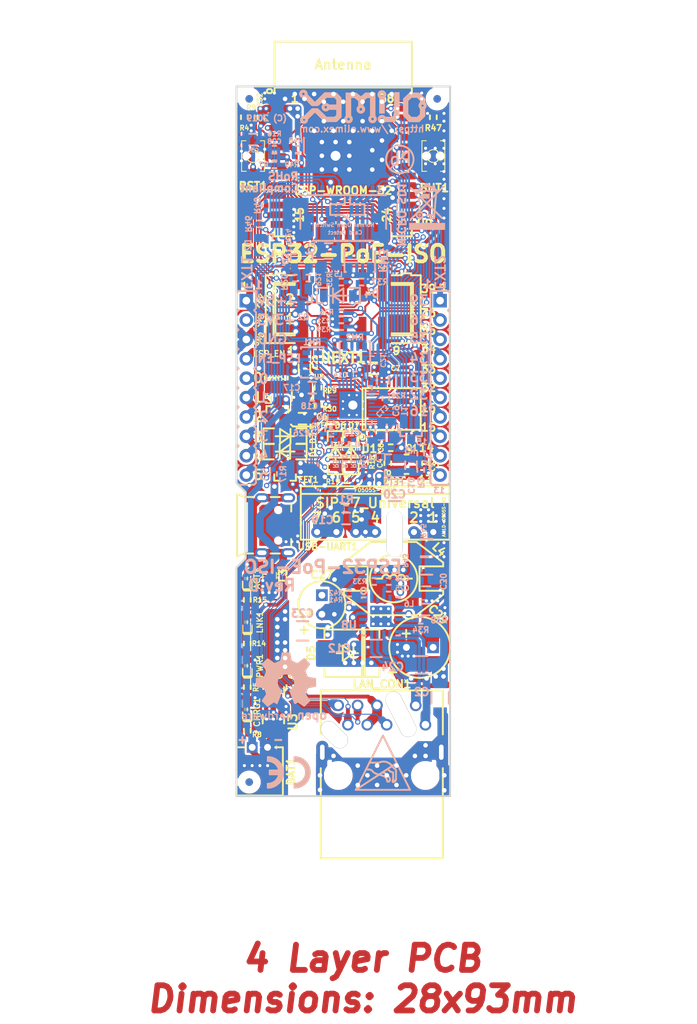
<source format=kicad_pcb>
(kicad_pcb (version 20221018) (generator pcbnew)
  (title_block (title "ESP-PoE-ISO") (date "2019-12-17") (rev "D") (company "OLIMEX Ltd.") (comment 1 "https://www.olimex.com"))
  (layers (0 "F.Cu" signal) (1 "In1.Cu" power) (2 "In2.Cu" power) (31 "B.Cu" signal) (34 "B.Paste" user) (35 "F.Paste" user) (36 "B.SilkS" user "B.Silkscreen") (37 "F.SilkS" user "F.Silkscreen") (38 "B.Mask" user) (39 "F.Mask" user) (44 "Edge.Cuts" user))
  (net 0 "")
  (net 1 "+5V")
  (net 2 "GND")
  (net 3 "Net-(BAT1-Pad1)")
  (net 4 "Net-(BUT1-Pad2)")
  (net 5 "/GPI34/BUT1")
  (net 6 "+3V3")
  (net 7 "Net-(C11-Pad1)")
  (net 8 "/GPIO3/U0RXD")
  (net 9 "/ESP_EN")
  (net 10 "/GPIO25/EMAC_RXD0(RMII)")
  (net 11 "/GPIO19/EMAC_TXD0(RMII)")
  (net 12 "/GPIO26/EMAC_RXD1(RMII)")
  (net 13 "/GPIO1/U0TXD")
  (net 14 "Net-(L2-Pad1)")
  (net 15 "Net-(Q2-Pad1)")
  (net 16 "/GPIO22/EMAC_TXD1(RMII)")
  (net 17 "/GPIO21/EMAC_TX_EN(RMII)")
  (net 18 "Net-(MICRO_SD1-Pad5)")
  (net 19 "/GPI36/U1RXD")
  (net 20 "/GPIO23/MDC(RMII)")
  (net 21 "/GPIO27/EMAC_RX_CRS_DV")
  (net 22 "/GPIO4/U1TXD")
  (net 23 "/GPIO2/HS2_DATA0")
  (net 24 "/GPIO13/I2C-SDA")
  (net 25 "/GPIO14/HS2_CLK")
  (net 26 "/GPIO15/HS2_CMD")
  (net 27 "/GPIO16/I2C-SCL")
  (net 28 "/GPIO18/MDIO(RMII)")
  (net 29 "/+5V_USB")
  (net 30 "Net-(MICRO_SD1-Pad1)")
  (net 31 "Net-(MICRO_SD1-Pad2)")
  (net 32 "Net-(MICRO_SD1-Pad8)")
  (net 33 "Net-(U4-Pad4)")
  (net 34 "Net-(U4-Pad14)")
  (net 35 "Net-(U4-Pad18)")
  (net 36 "Net-(U4-Pad20)")
  (net 37 "Net-(U4-Pad26)")
  (net 38 "Net-(USB-UART1-Pad4)")
  (net 39 "Net-(MICRO_SD1-Pad7)")
  (net 40 "/D_Com")
  (net 41 "Earth")
  (net 42 "+5VP")
  (net 43 "Net-(C26-Pad1)")
  (net 44 "Spare1")
  (net 45 "Spare2")
  (net 46 "/GPIO33")
  (net 47 "/GPIO32")
  (net 48 "/GPI39")
  (net 49 "Net-(FID1-PadFid1)")
  (net 50 "Net-(FID2-PadFid1)")
  (net 51 "Net-(FID3-PadFid1)")
  (net 52 "Net-(MICRO_SD1-PadCD1)")
  (net 53 "Net-(C4-Pad1)")
  (net 54 "Net-(C5-Pad1)")
  (net 55 "Net-(C21-Pad2)")
  (net 56 "Net-(C25-Pad1)")
  (net 57 "Net-(C29-Pad2)")
  (net 58 "Net-(D4-Pad1)")
  (net 59 "Net-(D5-Pad2)")
  (net 60 "Net-(Q2-Pad2)")
  (net 61 "Net-(Q3-Pad3)")
  (net 62 "Net-(Q3-Pad2)")
  (net 63 "Net-(Q3-Pad1)")
  (net 64 "Net-(R6-Pad1)")
  (net 65 "Net-(R26-Pad1)")
  (net 66 "Net-(R29-Pad1)")
  (net 67 "Net-(R33-Pad2)")
  (net 68 "Net-(R34-Pad2)")
  (net 69 "Net-(R38-Pad1)")
  (net 70 "Net-(R41-Pad2)")
  (net 71 "Net-(U1-Pad17)")
  (net 72 "Net-(U1-Pad14)")
  (net 73 "Net-(U1-Pad13)")
  (net 74 "Net-(U1-Pad12)")
  (net 75 "Net-(U1-Pad11)")
  (net 76 "Net-(U8-Pad17)")
  (net 77 "Net-(U8-Pad16)")
  (net 78 "Net-(U8-Pad15)")
  (net 79 "Net-(U8-Pad5)")
  (net 80 "Net-(U8-Pad4)")
  (net 81 "Net-(U8-Pad2)")
  (net 82 "Net-(U9-Pad32)")
  (net 83 "Net-(C6-Pad1)")
  (net 84 "+3.3VLAN")
  (net 85 "Net-(C17-Pad1)")
  (net 86 "/GPIO0")
  (net 87 "/GPIO5/SPI_CS")
  (net 88 "/GPI35")
  (net 89 "Net-(RM1-Pad3.2)")
  (net 90 "Net-(RM1-Pad2.2)")
  (net 91 "Net-(RM1-Pad4.2)")
  (net 92 "/GPIO17/EMAC_CLK_OUT_180")
  (net 93 "Net-(U9-Pad22)")
  (net 94 "Net-(U9-Pad21)")
  (net 95 "Net-(U9-Pad20)")
  (net 96 "Net-(U9-Pad19)")
  (net 97 "Net-(U9-Pad18)")
  (net 98 "Net-(U9-Pad17)")
  (net 99 "/GPIO12/PHY_PWR")
  (net 100 "Net-(FID4-PadFid1)")
  (net 101 "Net-(FID5-PadFid1)")
  (net 102 "Net-(FID6-PadFid1)")
  (net 103 "Net-(ACT1-Pad2)")
  (net 104 "Net-(ACT1-Pad1)")
  (net 105 "Net-(LNK1-Pad1)")
  (net 106 "Net-(C3-Pad1)")
  (net 107 "Net-(RM1-Pad1.2)")
  (net 108 "Net-(CHRG1-Pad1)")
  (net 109 "Net-(PWR1-Pad1)")
  (net 110 "Net-(C10-Pad2)")
  (net 111 "Net-(R3-Pad2)")
  (net 112 "Net-(L3-Pad1)")
  (net 113 "Net-(R8-Pad2)")
  (net 114 "Net-(C30-Pad2)")
  (net 115 "/TD+")
  (net 116 "/TD-")
  (net 117 "/RD+")
  (net 118 "/RD-")
  (net 119 "/Vss")
  (net 120 "/Vpos")
  (net 121 "/Shield")
  (net 122 "Net-(R14-Pad2)")
  (net 123 "/USB_D-")
  (net 124 "/USB_D+")
  (net 125 "Net-(C8-Pad1)")
  (net 126 "Net-(D6-Pad1)")
  (net 127 "Net-(D7-Pad2)")
  (net 128 "Net-(U1-Pad20)")
  (footprint "OLIMEX_Other-FP:Fiducial1x3" (layer "F.Cu") (at 91.821 186.309 -90)
    (fp_text reference "FID3" hide)
    (fp_text value "Fiducial" hide)
  )
  (footprint "OLIMEX_Connectors-FP:GBH-254-SMT-10" (layer "F.Cu") (at 104.14 124.333)
    (fp_text reference "UEXT1")
    (fp_text value "P-B-V-10-LF")
  )
  (footprint "OLIMEX_RLC-FP:DBS135" (layer "F.Cu") (at 110.744 159.639)
    (fp_text reference "L4")
    (fp_text value "33uH/2.1A/DCR=0.1R/20%/DBS135(PD3316MT330)")
  )
  (footprint "OLIMEX_Cases-FP:ESP-WROOM-32_MODULE" (layer "F.Cu") (at 104.14 102.035)
    (fp_text reference "U9")
    (fp_text value "ESP32-WROOM-32D-4MB")
  )
  (footprint "OLIMEX_Other-FP:Fiducial1x3" (layer "F.Cu") (at 116.459 96.774 -90)
    (fp_text reference "FID2" hide)
    (fp_text value "Fiducial" hide)
  )
  (footprint "OLIMEX_RLC-FP:R_0402_5MIL_DWS" (layer "F.Cu") (at 93.345 99.187 -90)
    (fp_text reference "R32")
    (fp_text value "10k/R0402")
  )
  (footprint "OLIMEX_Buttons-FP:IT1185AU2_V2" (layer "F.Cu") (at 115.959 104.267 90)
    (fp_text reference "BUT1")
    (fp_text value "IT1185AU2")
  )
  (footprint "OLIMEX_RLC-FP:C_0603_5MIL_DWS" (layer "F.Cu") (at 95.631 174.371 90)
    (fp_text reference "C1")
    (fp_text value "22uF/6.3V/20%/X5R/C0603")
  )
  (footprint "OLIMEX_IC-FP:SOT-23-5" (layer "F.Cu") (at 94.996 178.054 -90)
    (fp_text reference "U3")
    (fp_text value "BL4054B-42TPRN(SOT23-5)")
  )
  (footprint "OLIMEX_RLC-FP:R_0402_5MIL_DWS" (layer "F.Cu") (at 94.107 173.863 90)
    (fp_text reference "R6")
    (fp_text value "10k/R0402")
  )
  (footprint "OLIMEX_RLC-FP:R_0402_5MIL_DWS" (layer "F.Cu") (at 91.186 99.187 90)
    (fp_text reference "R4")
    (fp_text value "47k/R0402")
  )
  (footprint "OLIMEX_RLC-FP:R_0402_5MIL_DWS" (layer "F.Cu") (at 92.075 99.187 -90)
    (fp_text reference "R9")
    (fp_text value "100k/R0402")
  )
  (footprint "OLIMEX_LEDs-FP:LED_0603_KA" (layer "F.Cu") (at 91.567 176.784 90)
    (fp_text reference "CHRG1")
    (fp_text value "LED/YELLOW/0603")
  )
  (footprint "OLIMEX_LEDs-FP:LED_0603_KA" (layer "F.Cu") (at 91.567 171.069 90)
    (fp_text reference "PWR1")
    (fp_text value "LED/RED/0603")
  )
  (footprint "OLIMEX_RLC-FP:R_0402_5MIL_DWS" (layer "F.Cu") (at 91.567 173.863 -90)
    (fp_text reference "R5")
    (fp_text value "2.2k/R0402")
  )
  (footprint "OLIMEX_Other-FP:Fiducial1x3" (layer "F.Cu") (at 91.821 96.774 -90)
    (fp_text reference "FID1" hide)
    (fp_text value "Fiducial" hide)
  )
  (footprint "OLIMEX_Buttons-FP:IT1185AU2_V2" (layer "F.Cu") (at 92.321 104.267 90)
    (fp_text reference "RST1")
    (fp_text value "IT1185AU2")
  )
  (footprint "OLIMEX_RLC-FP:CPOL-RM3.5mm_8.0x11.5mm_PTH" (layer "F.Cu") (at 114.173 168.656)
    (fp_text reference "C29")
    (fp_text value "680uF/10V/20%/105C/RM3.5/8x11.5mm")
  )
  (footprint "OLIMEX_Diodes-FP:DO214AB(SMC)_1(K)-2(A)" (layer "F.Cu") (at 105.283 169.418 180)
    (fp_text reference "D5")
    (fp_text value "SS510/100V/5A/0.85V/DO214AB(SMC)")
  )
  (footprint "OLIMEX_Connectors-FP:LIPO_BAT-CON2DW02R" (layer "F.Cu") (at 93.218 184.912)
    (fp_text reference "BAT1")
    (fp_text value "DW02R")
  )
  (footprint "OLIMEX_RLC-FP:C_0402_5MIL_DWS" (layer "F.Cu") (at 97.155 173.863 90)
    (fp_text reference "C11")
    (fp_text value "100nF/16V/10%/X7R/C0402")
  )
  (footprint "OLIMEX_Transistors-FP:SOT23" (layer "F.Cu") (at 96.52 146.177 90)
    (fp_text reference "FET1")
    (fp_text value "WPM2015-3/TR")
  )
  (footprint "OLIMEX_RLC-FP:CD32" (layer "F.Cu") (at 95.377 133.35 90)
    (fp_text reference "L2")
    (fp_text value "2.2uH/1.5A/DCR=72mR/20%/3.00x3.00x1.50mm/CD32(NR3015T2R2M)")
  )
  (footprint "OLIMEX_RLC-FP:R_0402_5MIL_DWS" (layer "F.Cu") (at 100.838 136.906 -90)
    (fp_text reference "R30")
    (fp_text value "49.9k/1%/R0402")
  )
  (footprint "OLIMEX_RLC-FP:R_0402_5MIL_DWS" (layer "F.Cu") (at 100.838 134.62 90)
    (fp_text reference "R29")
    (fp_text value "220k/R0402")
  )
  (footprint "OLIMEX_RLC-FP:C_0603_5MIL_DWS" (layer "F.Cu") (at 98.806 138.684)
    (fp_text reference "C6")
    (fp_text value "22uF/6.3V/20%/X5R/C0603")
  )
  (footprint "OLIMEX_Regulators-FP:SOT-23-5" (layer "F.Cu") (at 98.806 135.763 90)
    (fp_text reference "U7")
    (fp_text value "SY8089AAAC(SOT23-5)")
  )
  (footprint "OLIMEX_RLC-FP:C_0603_5MIL_DWS" (layer "F.Cu") (at 99.06 132.08 -90)
    (fp_text reference "C22")
    (fp_text value "22uF/6.3V/20%/X5R/C0603")
  )
  (footprint "OLIMEX_RLC-FP:R_0402_5MIL_DWS" (layer "F.Cu") (at 91.567 168.148 -90)
    (fp_text reference "R14")
    (fp_text value "2.2k/R0402")
  )
  (footprint "OLIMEX_LEDs-FP:LED_0603_KA" (layer "F.Cu") (at 91.567 165.354 90)
    (fp_text reference "LNK1")
    (fp_text value "LED/GREEN/0603")
  )
  (footprint "OLIMEX_RLC-FP:R_0402_5MIL_DWS" (layer "F.Cu") (at 91.567 162.433 -90)
    (fp_text reference "R15")
    (fp_text value "2.2k/R0402")
  )
  (footprint "OLIMEX_LEDs-FP:LED_0603_KA" (layer "F.Cu") (at 91.567 159.639 90)
    (fp_text reference "ACT1")
    (fp_text value "LED/YELLOW/0603")
  )
  (footprint "OLIMEX_RLC-FP:L_0805_5MIL_DWS" (layer "F.Cu") (at 94.488 159.258 -90)
    (fp_text reference "L3")
    (fp_text value "FB0805/600R/2A")
  )
  (footprint "OLIMEX_RLC-FP:C_0603_5MIL_DWS" (layer "F.Cu") (at 108.077 132.08 180)
    (fp_text reference "C7")
    (fp_text value "22uF/6.3V/20%/X5R/C0603")
  )
  (footprint "OLIMEX_RLC-FP:C_0402_5MIL_DWS" (layer "F.Cu") (at 114.935 144.526 -90)
    (fp_text reference "C5")
    (fp_text value "27pF/50V/5%/C0G/C0402")
  )
  (footprint "OLIMEX_RLC-FP:C_0402_5MIL_DWS" (layer "F.Cu") (at 109.982 144.526 90)
    (fp_text reference "C4")
    (fp_text value "27pF/50V/5%/C0G/C0402")
  )
  (footprint "OLIMEX_Transistors-FP:SOT23" (layer "F.Cu") (at 95.504 137.668 -90)
    (fp_text reference "FET2")
    (fp_text value "WPM2015-3/TR")
  )
  (footprint "OLIMEX_RLC-FP:C_0402_5MIL_DWS" (layer "F.Cu") (at 110.363 142.494)
    (fp_text reference "C8")
    (fp_text value "100nF/16V/10%/X7R/C0402")
  )
  (footprint "OLIMEX_RLC-FP:R_0402_5MIL_DWS" (layer "F.Cu") (at 106.934 144.399 -90)
    (fp_text reference "R18")
    (fp_text value "10k/R0402")
  )
  (footprint "OLIMEX_Other-FP:Mounting_hole_2_mm" (layer "F.Cu") (at 110.871 153.7335)
    (fp_text reference "Drill_Slot1" hide)
    (fp_text value "2 mm" hide)
  )
  (footprint "OLIMEX_Other-FP:Mounting_hole_2_mm" (layer "F.Cu") (at 102.9716 180.0987 45)
    (fp_text reference "Drill_Slot3" hide)
    (fp_text value "2 mm" hide)
  )
  (footprint "OLIMEX_RLC-FP:R_0402_5MIL_DWS" (layer "F.Cu") (at 115.951 99.187 90)
    (fp_text reference "R47")
    (fp_text value "220R/R0402")
  )
  (footprint "OLIMEX_Regulators-FP:SIP-7_Universal" (layer "F.Cu") (at 108.331 153.543 180)
    (fp_text reference "DCDC1")
    (fp_text value "F0505S-2WR2(SIP-7)")
  )
  (footprint "OLIMEX_Connectors-FP:RJP-003TC1(LPJ4112CNL)-ISO(Pin(7)and(8)CUT)" (layer "F.Cu") (at 109.2 185.293)
    (fp_text reference "LAN_CON1")
    (fp_text value "RJP-003TC1(LPJ4112CNL)---Pin<7>_and_<8>_to_be_CUT!!!")
  )
  (footprint "OLIMEX_RLC-FP:R_0402_5MIL_DWS" (layer "F.Cu") (at 91.567 179.578 -90)
    (fp_text reference "R8")
    (fp_text value "2.2k/R0402")
  )
  (footprint "OLIMEX_RLC-FP:CPOL-RM2.5mm_6.3x11mm_PTH" (layer "F.Cu") (at 101.346 163.068 90)
    (fp_text reference "C27")
    (fp_text value "15uF/100V/20%/RM2.5/6.3x11mm(Farnell:1281844)")
  )
  (footprint "OLIMEX_IC-FP:SSOP-20W" (layer "F.Cu") (at 110.49 137.414)
    (fp_text reference "U1")
    (fp_text value "CH340T(SSOP20W)")
  )
  (footprint "OLIMEX_Crystal-FP:TSX-3.2x2.5mm_GND(3)" (layer "F.Cu") (at 112.438 144.653)
    (fp_text reference "Q1")
    (fp_text value "Q12MHz/20pF/10ppm/4P/3.2x2.5mm")
  )
  (footprint "OLIMEX_RLC-FP:R_0402_5MIL_DWS" (layer "F.Cu") (at 104.521 146.685 180)
    (fp_text reference "R19")
    (fp_text value "10k/R0402")
  )
  (footprint "OLIMEX_Diodes-FP:SOD-123_1C-2A_KA" (layer "F.Cu") (at 103.124 143.129 -90)
    (fp_text reference "D6")
    (fp_text value "1N5819S4/SOD123")
  )
  (footprint "OLIMEX_Diodes-FP:SOD-123_1C-2A_KA" (layer "F.Cu") (at 105.156 143.129 -90)
    (fp_text reference "D7")
    (fp_text value "1N5819S4/SOD123")
  )
  (footprint "OLIMEX_Diodes-FP:SOD-123_1C-2A_KA" (layer "F.Cu") (at 96.52 140.97 180)
    (fp_text reference "D3")
    (fp_text value "1N5819S4/SOD123")
  )
  (footprint "OLIMEX_Diodes-FP:SOD-123_1C-2A_KA" (layer "F.Cu") (at 96.52 143.002)
    (fp_text reference "D1")
    (fp_text value "1N5819S4/SOD123")
  )
  (footprint "OLIMEX_Other-FP:Mounting_hole_2_mm" (layer "F.Cu") (at 111.6965 177.419 27)
    (fp_text reference "Drill_Slot2" hide)
    (fp_text value "2 mm" hide)
  )
  (footprint "OLIMEX_Connectors-FP:USB-MICRO_MISB-SWMM-5B_LF" (layer "F.Cu") (at 93.726 152.654 180)
    (fp_text reference "USB-UART1")
    (fp_text value "MISB-SWMM-5B-LF(USB_MICRO)")
  )
  (footprint "OLIMEX_RLC-FP:L_0805_5MIL_DWS" (layer "B.Cu") (at 102.235 118.618)
    (fp_text reference "L5")
    (fp_text value "FB0805/600R/2A")
  )
  (footprint "OLIMEX_Connectors-FP:HN1x10" (layer "B.Cu") (at 116.84 134.65 -90)
    (fp_text reference "EXT2")
    (fp_text value "NS(HN1x10)")
  )
  (footprint "OLIMEX_Other-FP:Fiducial1x3" (layer "B.Cu") (at 91.821 186.309 -90)
    (fp_text reference "FID6" hide)
    (fp_text value "Fiducial" hide)
  )
  (footprint "OLIMEX_RLC-FP:R_0402_5MIL_DWS" (layer "B.Cu") (at 114.3 165.1 180)
    (fp_text reference "R34")
    (fp_text value "NA(49.9R/1%/R0402)")
  )
  (footprint "OLIMEX_RLC-FP:R_1206_5MIL_DWS" (layer "B.Cu") (at 115.062 155.575 180)
    (fp_text reference "R45")
    (fp_text value "220R/5%/0.25W/R1206")
  )
  (footprint "OLIMEX_RLC-FP:R_1206_5MIL_DWS" (layer "B.Cu") (at 115.062 157.988 180)
    (fp_text reference "R43")
    (fp_text value "220R/5%/0.25W/R1206")
  )
  (footprint "OLIMEX_LOGOs-FP:LOGO_PBFREE" (layer "B.Cu") (at 111.76 104.394)
    (fp_text reference "Sign_PB-Free")
    (fp_text value "")
  )
  (footprint "OLIMEX_RLC-FP:R_0402_5MIL_DWS" (layer "B.Cu") (at 106.553 120.777 180)
    (fp_text reference "R37")
    (fp_text value "10k/R0402")
  )
  (footprint "OLIMEX_Connectors-FP:uSD(TFC-9P-1.xH(ATFFS150A01BR016))" (layer "B.Cu") (at 104.14 111.887)
    (fp_text reference "MICRO_SD1")
    (fp_text value "TFC-9P-1.7H(ATFFS150A01BR016)")
  )
  (footprint "OLIMEX_RLC-FP:R_0402_5MIL_DWS" (layer "B.Cu") (at 93.98 110.744 90)
    (fp_text reference "R40")
    (fp_text value "10R/R0402")
  )
  (footprint "OLIMEX_Other-FP:Fiducial1x3" (layer "B.Cu") (at 116.459 96.774 -90)
    (fp_text reference "FID5" hide)
    (fp_text value "Fiducial" hide)
  )
  (footprint "OLIMEX_Other-FP:Fiducial1x3" (layer "B.Cu") (at 91.821 96.774 -90)
    (fp_text reference "FID4" hide)
    (fp_text value "Fiducial" hide)
  )
  (footprint "OLIMEX_RLC-FP:R_MATRIX_4" (layer "B.Cu") (at 106.299 117.983)
    (fp_text reference "RM3")
    (fp_text value "RA1206_(4X0603)_4B8_2.2k")
  )
  (footprint "OLIMEX_RLC-FP:R_0402_5MIL_DWS" (layer "B.Cu") (at 103.886 126.619)
    (fp_text reference "R39")
    (fp_text value "10k/R0402")
  )
  (footprint "OLIMEX_RLC-FP:C_0805_5MIL_DWS" (layer "B.Cu") (at 102.235 116.713 180)
    (fp_text reference "C3")
    (fp_text value "47uF/6.3V/20%/X5R/C0805")
  )
  (footprint "OLIMEX_Connectors-FP:HN1x10" (layer "B.Cu") (at 91.44 134.65 -90)
    (fp_text reference "EXT1")
    (fp_text value "NS(HN1x10)")
  )
  (footprint "OLIMEX_RLC-FP:L_0805_5MIL_DWS" (layer "B.Cu") (at 114.681 161.544 180)
    (fp_text reference "L6")
    (fp_text value "FB0805/600R/2A")
  )
  (footprint "OLIMEX_RLC-FP:C_0603_5MIL_DWS" (layer "B.Cu") (at 115.062 159.893 180)
    (fp_text reference "C30")
    (fp_text value "22uF/6.3V/20%/X5R/C0603")
  )
  (footprint "OLIMEX_RLC-FP:R_0402_5MIL_DWS" (layer "B.Cu") (at 104.902 162.433)
    (fp_text reference "R41")
    (fp_text value "1.05k/1%/R0402")
  )
  (footprint "OLIMEX_RLC-FP:C_0603_5MIL_DWS" (layer "B.Cu") (at 104.521 151.765)
    (fp_text reference "C19")
    (fp_text value "22uF/6.3V/20%/X5R/C0603")
  )
  (footprint "OLIMEX_IC-FP:QFN-20_5x5mm(Si3402-B-GM)" (layer "B.Cu") (at 109.077 164.592 -90)
    (fp_text reference "U8")
    (fp_text value "Si3402-B-GM(QFN-20_5x5mm)")
  )
  (footprint "OLIMEX_RLC-FP:C_1206_5MIL_DWS" (layer "B.Cu") (at 114.427 170.942)
    (fp_text reference "C24")
    (fp_text value "100nF/100V/20%/C1206")
  )
  (footprint "OLIMEX_RLC-FP:C_1206_5MIL_DWS_ISO" (layer "B.Cu") (at 108.458 168.783 180)
    (fp_text reference "C12")
    (fp_text value "2.2uF/100V/20%/X7R/C1206(AVX_12061C225KAT2A_Comet)")
  )
  (footprint "OLIMEX_RLC-FP:C_1206_5MIL_DWS_ISO" (layer "B.Cu") (at 116.84 175.26 -90)
    (fp_text reference "C2")
    (fp_text value "1nF/2000V/10%/X7R/C1206")
  )
  (footprint "OLIMEX_RLC-FP:C_1808(4520)_5MIL_DWS_ISO" (layer "B.Cu") (at 110.871 150.749)
    (fp_text reference "C20")
    (fp_text value "1.0nF/3kV/10%/X7R/SMD/1808(VISHAY-VJ1808Y102KBHAT4X_Farnell-2407291)")
  )
  (footprint "OLIMEX_RLC-FP:R_0603_5MIL_DWS" (layer "B.Cu") (at 114.935 163.703)
    (fp_text reference "R38")
    (fp_text value "25.5k/1%/R0603")
  )
  (footprint "OLIMEX_RLC-FP:C_1808(4520)_5MIL_DWS_ISO" (layer "B.Cu") (at 98.806 166.497)
    (fp_text reference "C23")
    (fp_text value "1.0nF/3kV/10%/X7R/SMD/1808(VISHAY-VJ1808Y102KBHAT4X_Farnell-2407291)")
  )
  (footprint "OLIMEX_RLC-FP:C_0402_5MIL_DWS" (layer "B.Cu") (at 110.109 160.02)
    (fp_text reference "C26")
    (fp_text value "1nF/50V/10%/X7R/C0402")
  )
  (footprint "OLIMEX_LOGOs-FP:OLIMEX_LOGO_TB" (layer "B.Cu") (at 106.553 97.79 180)
    (fp_text reference "Logo_Olimex" hide)
    (fp_text value "" hide)
  )
  (footprint "OLIMEX_RLC-FP:R_0402_5MIL_DWS" (layer "B.Cu") (at 97.155 116.205 180)
    (fp_text reference "R24")
    (fp_text value "220R/R0402")
  )
  (footprint "OLIMEX_RLC-FP:R_0402_5MIL_DWS" (layer "B.Cu") (at 114.3 143.256 90)
    (fp_text reference "R3")
    (fp_text value "1k/R0402")
  )
  (footprint "OLIMEX_RLC-FP:C_0603_5MIL_DWS" (layer "B.Cu") (at 113.03 144.78 90)
    (fp_text reference "C10")
    (fp_text value "22uF/6.3V/20%/X5R/C0603")
  )
  (footprint "OLIMEX_RLC-FP:C_0402_5MIL_DWS" (layer "B.Cu") (at 100.076 135.89 180)
    (fp_text reference "C18")
    (fp_text value "100nF/16V/10%/X7R/C0402")
  )
  (footprint "OLIMEX_RLC-FP:R_0402_5MIL_DWS" (layer "B.Cu") (at 105.41 141.986 90)
    (fp_text reference "R13")
    (fp_text value "49.9R/1%/R0402")
  )
  (footprint "OLIMEX_RLC-FP:C_0603_5MIL_DWS" (layer "B.Cu") (at 109.347 133.604 -90)
    (fp_text reference "C21")
    (fp_text value "NA(10uF/6.3V/20%/X5R/C0603)")
  )
  (footprint "OLIMEX_RLC-FP:C_0603_5MIL_DWS" (layer "B.Cu") (at 100.076 134.62 180)
    (fp_text reference "C17")
    (fp_text value "2.2uF/6.3V/10%/X5R/C0603")
  )
  (footprint "OLIMEX_RLC-FP:R_MATRIX_4" (layer "B.Cu") (at 100.076 131.318 90)
    (fp_text reference "RM1")
    (fp_text value "RA1206_(4X0603)_4B8_2.2k")
  )
  (footprint "OLIMEX_RLC-FP:R_MATRIX_4" (layer "B.Cu") (at 105.664 130.048)
    (fp_text reference "RM2")
    (fp_text value "RA1206_(4X0603)_4B8_2.2k")
  )
  (footprint "OLIMEX_RLC-FP:L_0805_5MIL_DWS" (layer "B.Cu") (at 109.093 142.367 180)
    (fp_text reference "L1")
    (fp_text value "FB0805/600R/2A")
  )
  (footprint "OLIMEX_IC-FP:QFN32_EP(33)_5.00x5.00x0.90mm_Pitch_0.50mm" (layer "B.Cu") (at 105.41 136.906 90)
    (fp_text reference "U4")
    (fp_text value "LAN8710A-EZC(QFN32)")
  )
  (footprint "OLIMEX_Transistors-FP:SOT23" (layer "B.Cu") (at 113.03 140.335 90)
    (fp_text reference "T1")
    (fp_text value "DTC114YKA(SOT-23)")
  )
  (footprint "OLIMEX_RLC-FP:R_0402_5MIL_DWS" (layer "B.Cu") (at 106.68 141.986 90)
    (fp_text reference "R12")
    (fp_text value "49.9R/1%/R0402")
  )
  (footprint "OLIMEX_RLC-FP:R_0402_5MIL_DWS" (layer "B.Cu") (at 114.3 145.415 90)
    (fp_text reference "R2")
    (fp_text value "10k/R0402")
  )
  (footprint "OLIMEX_RLC-FP:C_0402_5MIL_DWS" (layer "B.Cu") (at 95.123 104.394 180)
    (fp_text reference "C28")
    (fp_text value "1nF/50V/10%/X7R/C0402")
  )
  (footprint "OLIMEX_RLC-FP:R_0402_5MIL_DWS" (layer "B.Cu") (at 95.123 103.378 180)
    (fp_text reference "R16")
    (fp_text value "470k/R0402")
  )
  (footprint "OLIMEX_RLC-FP:R_0402_5MIL_DWS" (layer "B.Cu") (at 95.123 105.41)
    (fp_text reference "R7")
    (fp_text value "470k/R0402")
  )
  (footprint "OLIMEX_RLC-FP:C_0402_5MIL_DWS" (layer "B.Cu") (at 107.315 140.589)
    (fp_text reference "C15")
    (fp_text value "100nF/16V/10%/X7R/C0402")
  )
  (footprint "OLIMEX_RLC-FP:C_0603_5MIL_DWS" (layer "B.Cu") (at 110.617 139.954 90)
    (fp_text reference "C9")
    (fp_text value "22uF/6.3V/20%/X5R/C0603")
  )
  (footprint "OLIMEX_Transistors-FP:SOT23" (layer "B.Cu") (at 110.236 144.78)
    (fp_text reference "FET3")
    (fp_text value "WPM2015-3/TR")
  )
  (footprint "OLIMEX_RLC-FP:R_0402_5MIL_DWS" (layer "B.Cu") (at 109.728 136.017 -90)
    (fp_text reference "R25")
    (fp_text value "10k/R0402")
  )
  (footprint "OLIMEX_RLC-FP:C_0402_5MIL_DWS" (layer "B.Cu") (at 105.664 132.969)
    (fp_text reference "C14")
    (fp_text value "100nF/16V/10%/X7R/C0402")
  )
  (footprint "OLIMEX_RLC-FP:C_0402_5MIL_DWS" (layer "B.Cu") (at 101.346 140.081 -90)
    (fp_text reference "C16")
    (fp_text value "100nF/16V/10%/X7R/C0402")
  )
  (footprint "OLIMEX_RLC-FP:R_0402_5MIL_DWS" (layer "B.Cu") (at 102.616 140.589 180)
    (fp_text reference "R26")
    (fp_text value "12.1k/1%/R0402")
  )
  (footprint "OLIMEX_RLC-FP:R_0402_5MIL_DWS" (layer "B.Cu") (at 104.521 150.495)
    (fp_text reference "R1")
    (fp_text value "10k/R0402")
  )
  (footprint "OLIMEX_RLC-FP:R_0402_5MIL_DWS" (layer "B.Cu") (at 97.79 120.269 180)
    (fp_text reference "R20")
    (fp_text value "1k/R0402")
  )
  (footprint "OLIMEX_RLC-FP:R_0402_5MIL_DWS" (layer "B.Cu") (at 99.568 120.269 180)
    (fp_text reference "R21")
    (fp_text value "1k/R0402")
  )
  (footprint "OLIMEX_Transistors-FP:SOT23" (layer "B.Cu") (at 98.679 117.729 -90)
    (fp_text reference "Q3")
    (fp_text value "BC817-40(SOT23)")
  )
  (footprint "OLIMEX_Transistors-FP:SOT23" (layer "B.Cu") (at 98.61296 122.77344 90)
    (fp_text reference "Q2")
    (fp_text value "BC817-40(SOT23)")
  )
  (footprint "OLIMEX_Diodes-FP:SOT23-3" (layer "B.Cu") (at 94.234 115.951 180)
    (fp_text reference "D2")
    (fp_text value "BAT54C(SOT23-3)")
  )
  (footprint "OLIMEX_RLC-FP:R_0402_5MIL_DWS" (layer "B.Cu") (at 103.886 125.73)
    (fp_text reference "R31")
    (fp_text value "2.2k/R0402")
  )
  (footprint "OLIMEX_RLC-FP:R_0402_5MIL_DWS" (layer "B.Cu") (at 98.171 103.378 180)
    (fp_text reference "R48")
    (fp_text value "10k/R0402")
  )
  (footprint "OLIMEX_RLC-FP:R_0402_5MIL_DWS" (layer "B.Cu") (at 98.171 104.394)
    (fp_text reference "R49")
    (fp_text value "NA/R0402")
  )
  (footprint "OLIMEX_LOGOs-FP:LOGO_ANTISTATIC_1" (layer "B.Cu") (at 112.903 187.325 180)
    (fp_text reference "Sign_Antistatic" hide)
    (fp_text value "Val**" hide)
  )
  (footprint "OLIMEX_LOGOs-FP:LOGO_OPENHARDWARE_8x8" (layer "B.Cu") (at 96.647 173.355 180)
    (fp_text reference "Logo_OSHW" hide)
    (fp_text value "" hide)
  )
  (footprint "OLIMEX_RLC-FP:R_0402_5MIL_DWS" (layer "B.Cu") (at 104.902 161.544 180)
    (fp_text reference "R42")
    (fp_text value "3.01k/1%/R0402")
  )
  (footprint "OLIMEX_RLC-FP:R_0402_5MIL_DWS" (layer "B.Cu") (at 103.886 120.777)
    (fp_text reference "R35")
    (fp_text value "2.2k/R0402")
  )
  (footprint "OLIMEX_RLC-FP:R_0402_5MIL_DWS" (layer "B.Cu") (at 103.886 124.841)
    (fp_text reference "R36")
    (fp_text value "10k/R0402")
  )
  (footprint "OLIMEX_RLC-FP:C_0603_5MIL_DWS" (layer "B.Cu") (at 109.093 139.954 90)
    (fp_text reference "C13")
    (fp_text value "22uF/6.3V/20%/X5R/C0603")
  )
  (footprint "OLIMEX_RLC-FP:R_0402_5MIL_DWS" (layer "B.Cu") (at 93.218 113.157)
    (fp_text reference "R46")
    (fp_text value "220R/R0402")
  )
  (footprint "OLIMEX_LOGOs-FP:LOGO_RECYCLEBIN_1" (layer "B.Cu") (at 117.475 113.919 180)
    (fp_text reference "Sign_RecycleBin" hide)
    (fp_text value "" hide)
  )
  (footprint "OLIMEX_Diodes-FP:SOD-123_1C-2A_KA" (layer "B.Cu") (at 103.505 122.555)
    (fp_text reference "D4")
    (fp_text value "1N5819S4/SOD-123")
  )
  (footprint "OLIMEX_RLC-FP:C_0402_5MIL_DWS" (layer "B.Cu") (at 110.109 160.909)
    (fp_text reference "C25")
    (fp_text value "100nF/16V/10%/X7R/C0402")
  )
  (footprint "OLIMEX_RLC-FP:R_0402_5MIL_DWS" (layer "B.Cu") (at 103.124 141.986 90)
    (fp_text reference "R11")
    (fp_text value "49.9R/1%/R0402")
  )
  (footprint "OLIMEX_RLC-FP:R_0402_5MIL_DWS" (layer "B.Cu") (at 104.394 141.986 90)
    (fp_text reference "R10")
    (fp_text value "49.9R/1%/R0402")
  )
  (footprint "OLIMEX_RLC-FP:R_0402_5MIL_DWS" (layer "B.Cu") (at 94.996 145.923 90)
    (fp_text reference "R17")
    (fp_text value "NA")
  )
  (footprint "OLIMEX_RLC-FP:C_0603_5MIL_DWS" (layer "B.Cu") (at 92.329 102.108 180)
    (fp_text reference "C31")
    (fp_text value "1uF/10V/20%/X5R/C0603")
  )
  (footprint "OLIMEX_RLC-FP:R_0402_5MIL_DWS" (layer "B.Cu") (at 108.204 160.02 180)
    (fp_text reference "R33")
    (fp_text value "47k/R0402")
  )
  (footprint "OLIMEX_LOGOs-FP:CE_Sign" (layer "B.Cu") (at 96.012 185.039 180)
    (fp_text reference "CE_Sign" hide)
    (fp_text value "CE_Sign" hide)
  )
  (gr_line (start 100.33 139.7) (end 97.663 139.7) (stroke (width 0.254)) (layer "F.SilkS"))
  (gr_line (start 100.33 139.7) (end 99.822 139.446) (stroke (width 0.254)) (layer "F.SilkS"))
  (gr_line (start 97.663 139.7) (end 97.536 139.7) (stroke (width 0.254)) (layer "F.SilkS"))
  (gr_line (start 100.33 139.7) (end 99.822 139.954) (stroke (width 0.254)) (layer "F.SilkS"))
  (gr_line (start 97.536 139.7) (end 97.282 139.446) (stroke (width 0.254)) (layer "F.SilkS"))
  (gr_line (start 118.15 188.15) (end 118.15 95.15) (stroke (width 0.254)) (layer "Edge.Cuts"))
  (gr_line (start 90.15 147.1) (end 90.15 95.15) (stroke (width 0.254)) (layer "Edge.Cuts"))
  (gr_line (start 90.15 95.15) (end 118.15 95.15) (stroke (width 0.254)) (layer "Edge.Cuts"))
  (gr_line (start 90.15 188.15) (end 118.15 188.15) (stroke (width 0.254)) (layer "Edge.Cuts"))
  (gr_line (start 90.15 188.15) (end 90.15 158.2) (stroke (width 0.254)) (layer "Edge.Cuts"))
  (gr_line (start 90.15 158.2) (end 91.35 157) (stroke (width 0.254)) (layer "Edge.Cuts"))
  (gr_arc (start 113.528883 178.815998) (mid 113.157002 180.203883) (end 111.769117 179.832002) (stroke (width 0.15)) (layer "Edge.Cuts"))
  (gr_line (start 109.835264 175.968368) (end 111.769117 179.832002) (stroke (width 0.15)) (layer "Edge.Cuts"))
  (gr_line (start 111.62388 175.006002) (end 113.528883 178.815998) (stroke (width 0.15)) (layer "Edge.Cuts"))
  (gr_arc (start 109.835264 175.968368) (mid 110.262601 174.61929) (end 111.62388 175.006002) (stroke (width 0.15)) (layer "Edge.Cuts"))
  (gr_arc (start 101.538363 180.095033) (mid 101.538363 178.658179) (end 102.975217 178.658179) (stroke (width 0.15)) (layer "Edge.Cuts"))
  (gr_arc (start 104.412048 180.095025) (mid 104.41205 181.531863) (end 102.975212 181.531865) (stroke (width 0.15)) (layer "Edge.Cuts"))
  (gr_line (start 102.975212 181.531865) (end 101.538369 180.095027) (stroke (width 0.15)) (layer "Edge.Cuts"))
  (gr_line (start 104.41205 180.095025) (end 102.975217 178.658179) (stroke (width 0.15)) (layer "Edge.Cuts"))
  (gr_line (start 111.887 155.702) (end 111.887 151.765) (stroke (width 0.15)) (layer "Edge.Cuts"))
  (gr_arc (start 111.887 155.702) (mid 110.871 156.718) (end 109.855 155.702) (stroke (width 0.15)) (layer "Edge.Cuts"))
  (gr_line (start 109.855 155.702) (end 109.854991 151.765) (stroke (width 0.15)) (layer "Edge.Cuts"))
  (gr_arc (start 109.854991 151.765) (mid 110.871 150.748991) (end 111.887009 151.765) (stroke (width 0.15)) (layer "Edge.Cuts"))
  (gr_line (start 90.15 147.1) (end 91.35 148.3) (stroke (width 0.254)) (layer "Edge.Cuts"))
  (gr_line (start 91.35 148.3) (end 91.35 157) (stroke (width 0.254)) (layer "Edge.Cuts"))
  (gr_text "4 Layer PCB\nDimensions: 28x93mm" (at 106.68 212.09) (layer "F.Cu") (effects (font (size 3.302 3.302) (thickness 0.762) italic)))
  (gr_text "1" (at 115.189 121.031) (layer "B.SilkS") (effects (font (size 1.016 1.016) (thickness 0.254)) (justify mirror)))
  (gr_text "https://www.olimex.com" (at 106.553 100.711) (layer "B.SilkS") (effects (font (size 0.889 0.889) (thickness 0.1905)) (justify mirror)))
  (gr_text "1" (at 108.839 108.585) (layer "B.SilkS") (effects (font (size 0.762 0.762) (thickness 0.1905)) (justify mirror)))
  (gr_text "(C) 2019" (at 94.107 99.314) (layer "B.SilkS") (effects (font (size 0.762 0.762) (thickness 0.1905)) (justify mirror)))
  (gr_text "RoHS" (at 96.266 106.934) (layer "B.SilkS") (effects (font (size 1.016 1.016) (thickness 0.254)) (justify mirror)))
  (gr_text "Compliant" (at 94.488 108.458) (layer "B.SilkS") (effects (font (size 1.016 1.016) (thickness 0.254)) (justify mirror)))
  (gr_text "ESP32-PoE-ISO" (at 101.473 158.115) (layer "B.SilkS") (effects (font (size 1.651 1.651) (thickness 0.381)) (justify mirror)))
  (gr_text "39" (at 114.046 123.19) (layer "B.SilkS") (effects (font (size 1.27 1.27) (thickness 0.254)) (justify mirror)))
  (gr_text "35" (at 114.046 128.143) (layer "B.SilkS") (effects (font (size 1.27 1.27) (thickness 0.254)) (justify mirror)))
  (gr_text "34" (at 114.046 130.81) (layer "B.SilkS") (effects (font (size 1.27 1.27) (thickness 0.254)) (justify mirror)))
  (gr_text "33" (at 114.046 133.223) (layer "B.SilkS") (effects (font (size 1.27 1.27) (thickness 0.254)) (justify mirror)))
  (gr_text "32" (at 114.046 135.509) (layer "B.SilkS") (effects (font (size 1.27 1.27) (thickness 0.254)) (justify mirror)))
  (gr_text "16" (at 114.046 137.668) (layer "B.SilkS") (effects (font (size 1.27 1.27) (thickness 0.254)) (justify mirror)))
  (gr_text "15" (at 114.427 141.732) (layer "B.SilkS") (effects (font (size 0.762 0.762) (thickness 0.1905)) (justify mirror)))
  (gr_text "14" (at 115.189 144.145 60) (layer "B.SilkS") (effects (font (size 0.762 0.762) (thickness 0.1905)) (justify mirror)))
  (gr_text "13" (at 116.713 148.082) (layer "B.SilkS") (effects (font (size 0.762 0.762) (thickness 0.1905)) (justify mirror)))
  (gr_text "+5V" (at 94.869 123.19) (layer "B.SilkS") (effects (font (size 1.27 1.27) (thickness 0.254)) (justify mirror)))
  (gr_text "+3V3" (at 95.377 125.73) (layer "B.SilkS") (effects (font (size 1.27 1.27) (thickness 0.254)) (justify mirror)))
  (gr_text "GND" (at 94.869 128.27) (layer "B.SilkS") (effects (font (size 1.27 1.27) (thickness 0.254)) (justify mirror)))
  (gr_text "ESP_EN" (at 95.758 130.81) (layer "B.SilkS") (effects (font (size 1.016 1.016) (thickness 0.254)) (justify mirror)))
  (gr_text "0" (at 93.726 133.477) (layer "B.SilkS") (effects (font (size 1.27 1.27) (thickness 0.254)) (justify mirror)))
  (gr_text "1" (at 93.726 135.89) (layer "B.SilkS") (effects (font (size 1.27 1.27) (thickness 0.254)) (justify mirror)))
  (gr_text "2" (at 93.726 138.43) (layer "B.SilkS") (effects (font (size 1.27 1.27) (thickness 0.254)) (justify mirror)))
  (gr_text "3" (at 93.726 140.97) (layer "B.SilkS") (effects (font (size 1.27 1.27) (thickness 0.254)) (justify mirror)))
  (gr_text "4" (at 93.726 143.51) (layer "B.SilkS") (effects (font (size 1.27 1.27) (thickness 0.254)) (justify mirror)))
  (gr_text "5" (at 93.726 146.05) (layer "B.SilkS") (effects (font (size 1.27 1.27) (thickness 0.254)) (justify mirror)))
  (gr_text "+" (at 90.932 180.721) (layer "B.SilkS") (effects (font (size 1.016 1.016) (thickness 0.254)) (justify mirror)))
  (gr_text "-" (at 95.631 180.721) (layer "B.SilkS") (effects (font (size 1.016 1.016) (thickness 0.254)) (justify mirror)))
  (gr_text "36" (at 114.046 125.73) (layer "B.SilkS") (effects (font (size 1.27 1.27) (thickness 0.254)) (justify mirror)))
  (gr_text "Rev.D" (at 94.742 160.528) (layer "B.SilkS") (effects (font (size 1.524 1.524) (thickness 0.3175)) (justify mirror)))
  (gr_text "1" (at 93.091 121.158) (layer "B.SilkS") (effects (font (size 1.016 1.016) (thickness 0.254)) (justify mirror)))
  (gr_text "ESP32-PoE-ISO" (at 104.14 117.094) (layer "F.SilkS") (effects (font (size 2.159 2.159) (thickness 0.508))))
  (gr_text "1" (at 117.348 121.412) (layer "F.SilkS") (effects (font (size 1.016 1.016) (thickness 0.254))))
  (gr_text "+" (at 90.932 180.721) (layer "F.SilkS") (effects (font (size 1.016 1.016) (thickness 0.254))))
  (gr_text "1" (at 97.282 129.794) (layer "F.SilkS") (effects (font (size 1.016 1.016) (thickness 0.254))))
  (gr_text "+5V" (at 93.091 123.317 60) (layer "F.SilkS") (effects (font (size 0.635 0.635) (thickness 0.15875))))
  (gr_text "+3V3" (at 92.964 126.111 60) (layer "F.SilkS") (effects (font (size 0.635 0.635) (thickness 0.15875))))
  (gr_text "GND" (at 93.091 128.27 60) (layer "F.SilkS") (effects (font (size 0.635 0.635) (thickness 0.15875))))
  (gr_text "ESP_EN" (at 94.4245 130.175) (layer "F.SilkS") (effects (font (size 0.762 0.762) (thickness 0.15875))))
  (gr_text "0" (at 92.964 133.223 180) (layer "F.SilkS") (effects (font (size 1.27 1.27) (thickness 0.254))))
  (gr_text "9" (at 111.125 129.794) (layer "F.SilkS") (effects (font (size 1.016 1.016) (thickness 0.254))))
  (gr_text "1" (at 92.964 135.89) (layer "F.SilkS") (effects (font (size 1.27 1.27) (thickness 0.254))))
  (gr_text "2" (at 92.964 138.43) (layer "F.SilkS") (effects (font (size 1.27 1.27) (thickness 0.254))))
  (gr_text "3" (at 92.964 141.097) (layer "F.SilkS") (effects (font (size 1.27 1.27) (thickness 0.254))))
  (gr_text "4" (at 92.964 143.637) (layer "F.SilkS") (effects (font (size 1.27 1.27) (thickness 0.254))))
  (gr_text "5" (at 92.964 146.05) (layer "F.SilkS") (effects (font (size 1.27 1.27) (thickness 0.254))))
  (gr_text "13" (at 114.935 146.685) (layer "F.SilkS") (effects (font (size 1.016 1.016) (thickness 0.254))))
  (gr_text "14" (at 115.062 142.494) (layer "F.SilkS") (effects (font (size 1.016 1.016) (thickness 0.254))))
  (gr_text "15" (at 115.316 139.827) (layer "F.SilkS") (effects (font (size 1.016 1.016) (thickness 0.254))))
  (gr_text "16" (at 115.316 137.287) (layer "F.SilkS") (effects (font (size 1.016 1.016) (thickness 0.254))))
  (gr_text "32" (at 115.316 134.62) (layer "F.SilkS") (effects (font (size 1.016 1.016) (thickness 0.254))))
  (gr_text "33" (at 115.316 132.207) (layer "F.SilkS") (effects (font (size 1.016 1.016) (thickness 0.254))))
  (gr_text "34" (at 115.316 129.54) (layer "F.SilkS") (effects (font (size 1.016 1.016) (thickness 0.254))))
  (gr_text "35" (at 115.316 127.127) (layer "F.SilkS") (effects (font (size 1.016 1.016) (thickness 0.254))))
  (gr_text "36" (at 115.316 124.841) (layer "F.SilkS") (effects (font (size 1.016 1.016) (thickness 0.254))))
  (gr_text "39" (at 115.316 121.666) (layer "F.SilkS") (effects (font (size 1.016 1.016) (thickness 0.254))))
  (gr_text "-" (at 95.631 180.721) (layer "F.SilkS") (effects (font (size 1.016 1.016) (thickness 0.254))))
  (gr_text "1" (at 91.186 121.412) (layer "F.SilkS") (effects (font (size 1.016 1.016) (thickness 0.254))))
  (segment (start 96.012 176.088) (end 95.631 175.707) (width 0.762) (layer "F.Cu") (net 1))
  (segment (start 96.647 177.165) (end 96.012 177.165) (width 0.762) (layer "F.Cu") (net 1))
  (segment (start 92.837 176.022029) (end 92.837 175.260012) (width 0.762) (layer "F.Cu") (net 1))
  (segment (start 91.186 99.695) (end 91.186 102.87) (width 0.508) (layer "F.Cu") (net 1))
  (segment (start 92.836971 176.022) (end 92.837 176.022029) (width 0.762) (layer "F.Cu") (net 1))
  (segment (start 95.631 175.26) (end 95.631 175.707) (width 0.762) (layer "F.Cu") (net 1))
  (segment (start 93.98 136.779) (end 93.091 135.89) (width 1.27) (layer "F.Cu") (net 1))
  (segment (start 95.123 146.304) (end 95.123 144.653) (width 1.016) (layer "F.Cu") (net 1))
  (segment (start 94.62 140.97) (end 94.62 142.245) (width 1.27) (layer "F.Cu") (net 1))
  (segment (start 91.039021 120.503021) (end 91.694 121.158) (width 0.508) (layer "F.Cu") (net 1))
  (segment (start 95.946 176.754) (end 95.946 176.469) (width 0.508) (layer "F.Cu") (net 1))
  (segment (start 95.758 145.669) (end 95.758 145.161) (width 1.016) (layer "F.Cu") (net 1))
  (segment (start 92.329 175.26) (end 91.567 176.022) (width 0.762) (layer "F.Cu") (net 1))
  (segment (start 91.567 176.022) (end 92.836971 176.022) (width 0.762) (layer "F.Cu") (net 1))
  (segment (start 91.039021 105.747479) (end 91.039021 120.503021) (width 0.508) (layer "F.Cu") (net 1))
  (segment (start 93.091 135.89) (end 93.091 132.08) (width 1.27) (layer "F.Cu") (net 1))
  (segment (start 95.123 146.304) (end 95.123 147.574) (width 1.016) (layer "F.Cu") (net 1))
  (segment (start 95.5675 145.06956) (end 94.615 144.11706) (width 1.27) (layer "F.Cu") (net 1))
  (segment (start 95.123 145.51406) (end 95.123 146.304) (width 1.016) (layer "F.Cu") (net 1))
  (segment (start 96.266 176.403) (end 96.647 176.403) (width 0.508) (layer "F.Cu") (net 1))
  (segment (start 92.075 121.539) (end 92.075 123.19) (width 0.508) (layer "F.Cu") (net 1))
  (segment (start 91.694 123.063) (end 91.44 123.317) (width 0.508) (layer "F.Cu") (net 1))
  (segment (start 94.615 138.8364) (end 94.615 140.97) (width 1.27) (layer "F.Cu") (net 1))
  (segment (start 96.647 176.403) (end 95.885 175.641) (width 0.762) (layer "F.Cu") (net 1))
  (segment (start 91.186 102.87) (end 92.329 104.013) (width 0.508) (layer "F.Cu") (net 1))
  (segment (start 93.98 138.2014) (end 93.98 136.779) (width 1.27) (layer "F.Cu") (net 1))
  (segment (start 95.946 177.099) (end 96.012 177.165) (width 0.508) (layer "F.Cu") (net 1))
  (segment (start 91.44 123.22) (end 91.186 122.966) (width 0.508) (layer "F.Cu") (net 1))
  (segment (start 96.647 176.403) (end 96.647 177.165) (width 0.762) (layer "F.Cu") (net 1))
  (segment (start 96.012 177.165) (end 96.266 177.165) (width 0.508) (layer "F.Cu") (net 1))
  (segment (start 92.837 175.260012) (end 92.837012 175.26) (width 0.762) (layer "F.Cu") (net 1))
  (segment (start 96.012 176.403) (end 96.266 176.403) (width 0.508) (layer "F.Cu") (net 1))
  (segment (start 91.694 121.158) (end 91.694 123.063) (width 0.508) (layer "F.Cu") (net 1))
  (segment (start 94.62 143.002) (end 94.62 142.245) (width 1.27) (layer "F.Cu") (net 1))
  (segment (start 96.012 176.688) (end 96.012 176.088) (width 0.762) (layer "F.Cu") (net 1))
  (segment (start 96.266 177.165) (end 96.647 177.165) (width 0.508) (layer "F.Cu") (net 1))
  (segment (start 95.946 176.469) (end 96.012 176.403) (width 0.508) (layer "F.Cu") (net 1))
  (segment (start 92.837012 175.26) (end 92.329 175.26) (width 0.762) (layer "F.Cu") (net 1))
  (segment (start 95.123 146.304) (end 95.758 145.669) (width 1.016) (layer "F.Cu") (net 1))
  (segment (start 95.946 176.754) (end 95.946 177.099) (width 0.508) (layer "F.Cu") (net 1))
  (segment (start 91.694 121.158) (end 92.075 121.539) (width 0.508) (layer "F.Cu") (net 1))
  (segment (start 94.615 144.11706) (end 94.615 143.002) (width 1.27) (layer "F.Cu") (net 1))
  (segment (start 94.55404 138.77544) (end 93.98 138.2014) (width 1.27) (layer "F.Cu") (net 1))
  (segment (start 96.266 176.403) (end 96.266 177.165) (width 0.508) (layer "F.Cu") (net 1))
  (segment (start 92.329 104.4575) (end 91.039021 105.747479) (width 0.508) (layer "F.Cu") (net 1))
  (segment (start 92.583 170.307) (end 91.567 170.307) (width 0.762) (layer "F.Cu") (net 1))
  (segment (start 96.012 177.165) (end 96.012 176.088) (width 0.762) (layer "F.Cu") (net 1))
  (segment (start 92.075 123.19) (end 91.44 123.19) (width 0.508) (layer "F.Cu") (net 1))
  (segment (start 92.329 104.013) (end 92.329 104.4575) (width 0.508) (layer "F.Cu") (net 1))
  (segment (start 95.5675 145.06956) (end 95.123 145.51406) (width 1.016) (layer "F.Cu") (net 1))
  (via (at 96.647 177.165) (size 0.7) (drill 0.4) (layers "F.Cu" "B.Cu") (net 1))
  (via (at 92.583 175.26) (size 0.7) (drill 0.4) (layers "F.Cu" "B.Cu") (net 1))
  (via (at 92.583 170.307) (size 0.7) (drill 0.4) (layers "F.Cu" "B.Cu") (net 1))
  (via (at 92.583 176.022) (size 0.7) (drill 0.4) (layers "F.Cu" "B.Cu") (net 1))
  (via (at 93.091 132.08) (size 1) (drill 0.6) (layers "F.Cu" "B.Cu") (net 1))
  (via (at 96.647 176.403) (size 0.7) (drill 0.4) (layers "F.Cu" "B.Cu") (net 1))
  (via (at 95.123 147.574) (size 1) (drill 0.6) (layers "F.Cu" "B.Cu") (net 1))
  (segment (start 92.583 172.339) (end 92.583 173.609) (width 1.016) (layer "B.Cu") (net 1))
  (segment (start 92.583 173.609) (end 94.234 175.26) (width 1.016) (layer "B.Cu") (net 1))
  (segment (start 92.583 170.307) (end 92.583 171.069) (width 1.016) (layer "B.Cu") (net 1))
  (segment (start 91.44 123.3805) (end 91.44 123.19) (width 1.27) (layer "B.Cu") (net 1))
  (segment (start 95.504 176.022) (end 96.647 177.165) (width 1.016) (layer "B.Cu") (net 1))
  (segment (start 92.583 176.022) (end 95.504 176.022) (width 1.016) (layer "B.Cu") (net 1))
  (segment (start 92.583 173.609) (end 92.583 176.022) (width 1.016) (layer "B.Cu") (net 1))
  (segment (start 93.091 125.0315) (end 91.44 123.3805) (width 1.27) (layer "B.Cu") (net 1))
  (segment (start 92.583 159.4882) (end 95.25 156.8212) (width 1.016) (layer "B.Cu") (net 1))
  (segment (start 96.647 176.403) (end 96.647 177.165) (width 1.016) (layer "B.Cu") (net 1))
  (segment (start 95.123 149.606) (end 95.123 147.574) (width 1.016) (layer "B.Cu") (net 1))
  (segment (start 95.504 175.26) (end 92.583 172.339) (width 1.016) (layer "B.Cu") (net 1))
  (segment (start 92.583 175.26) (end 94.234 175.26) (width 1.016) (layer "B.Cu") (net 1))
  (segment (start 92.583 170.307) (end 92.583 159.4882) (width 1.016) (layer "B.Cu") (net 1))
  (segment (start 95.25 155.829) (end 93.218 153.797) (width 1.016) (layer "B.Cu") (net 1))
  (segment (start 95.504 175.26) (end 96.647 176.403) (width 1.016) (layer "B.Cu") (net 1))
  (segment (start 95.25 156.8212) (end 95.25 155.829) (width 1.016) (layer "B.Cu") (net 1))
  (segment (start 93.218 151.511) (end 95.123 149.606) (width 1.016) (layer "B.Cu") (net 1))
  (segment (start 92.583 171.069) (end 92.583 172.339) (width 1.016) (layer "B.Cu") (net 1))
  (segment (start 93.218 153.797) (end 93.218 151.511) (width 1.016) (layer "B.Cu") (net 1))
  (segment (start 93.091 132.08) (end 93.091 125.0315) (width 1.27) (layer "B.Cu") (net 1))
  (segment (start 94.234 175.26) (end 95.504 175.26) (width 1.016) (layer "B.Cu") (net 1))
  (segment (start 94.742 173.355) (end 95.631 173.355) (width 0.762) (layer "F.Cu") (net 2))
  (segment (start 112.115 141.859) (end 111.76 142.214) (width 0.3302) (layer "F.Cu") (net 2))
  (segment (start 114.935 146.304) (end 112.65301 146.304) (width 0.508) (layer "F.Cu") (net 2))
  (segment (start 92.075 100.33) (end 92.075 100.838) (width 0.508) (layer "F.Cu") (net 2))
  (segment (start 92.075 100.965) (end 92.075 100.838) (width 0.508) (layer "F.Cu") (net 2))
  (segment (start 114.931 146.4056) (end 112.64901 146.4056) (width 0.508) (layer "F.Cu") (net 2))
  (segment (start 99.06 132.969) (end 99.441 133.35) (width 0.508) (layer "F.Cu") (net 2))
  (segment (start 112.649 146.304) (end 113.538 145.415) (width 0.254) (layer "F.Cu") (net 2))
  (segment (start 114.935 145.034) (end 114.935 145.792) (width 0.508) (layer "F.Cu") (net 2))
  (segment (start 93.599 161.0995) (end 93.6625 161.036) (width 0.762) (layer "F.Cu") (net 2))
  (segment (start 110.871 142.875) (end 110.49 143.256) (width 0.508) (layer "F.Cu") (net 2))
  (segment (start 111.252 143.129) (end 110.871 143.51) (width 0.508) (layer "F.Cu") (net 2))
  (segment (start 110.617 144.2085) (end 112.014 144.2085) (width 0.508) (layer "F.Cu") (net 2))
  (segment (start 93.864 96.785) (end 93.853 96.774) (width 0.762) (layer "F.Cu") (net 2))
  (segment (start 95.123 96.139) (end 114.427 96.139) (width 1.016) (layer "F.Cu") (net 2))
  (segment (start 98.806 135.4455) (end 98.679 135.5725) (width 0.508) (layer "F.Cu") (net 2))
  (segment (start 115.316 145.796) (end 114.935 145.796) (width 0.762) (layer "F.Cu") (net 2))
  (segment (start 98.425 114.77) (end 98.425 112.776) (width 0.762) (layer "F.Cu") (net 2))
  (segment (start 90.805 103.632) (end 90.805 103.378) (width 0.254) (layer "F.Cu") (net 2))
  (segment (start 103.621 96.785) (end 95.14 96.785) (width 0.762) (layer "F.Cu") (net 2))
  (segment (start 93.249001 161.830499) (end 93.599 161.4805) (width 0.762) (layer "F.Cu") (net 2))
  (segment (start 93.599 159.893) (end 94.488 159.893) (width 0.762) (layer "F.Cu") (net 2))
  (segment (start 93.6625 161.036) (end 94.488 161.036) (width 0.762) (layer "F.Cu") (net 2))
  (segment (start 112.522 138.176) (end 114.173 138.176) (width 0.254) (layer "F.Cu") (net 2))
  (segment (start 98.425 114.3) (end 97.663 114.3) (width 0.762) (layer "F.Cu") (net 2))
  (segment (start 109.4105 144.5645) (end 109.4105 145.444702) (width 0.254) (layer "F.Cu") (net 2))
  (segment (start 94.742 174.538638) (end 95.631 173.649638) (width 0.4064) (layer "F.Cu") (net 2))
  (segment (start 113.5 145.453) (end 112.649 146.304) (width 0.508) (layer "F.Cu") (net 2))
  (segment (start 95.14 96.785) (end 93.864 96.785) (width 0.762) (layer "F.Cu") (net 2))
  (segment (start 107.188 132.08) (end 106.9975 132.2705) (width 0.762) (layer "F.Cu") (net 2))
  (segment (start 94.996 177.165) (end 94.996 176.403) (width 0.4064) (layer "F.Cu") (net 2))
  (segment (start 92.075 99.601798) (end 91.660202 99.187) (width 0.254) (layer "F.Cu") (net 2))
  (segment (start 99.441 133.35) (end 99.949 133.35) (width 0.508) (layer "F.Cu") (net 2))
  (segment (start 114.6175 96.9645) (end 114.427 96.774) (width 0.508) (layer "F.Cu") (net 2))
  (segment (start 114.931 145.796) (end 113.538 145.796) (width 0.508) (layer "F.Cu") (net 2))
  (segment (start 92.075 99.695) (end 92.075 99.601798) (width 0.254) (layer "F.Cu") (net 2))
  (segment (start 113.538 145.796) (end 113.538 145.415) (width 0.508) (layer "F.Cu") (net 2))
  (segment (start 109.4105 144.3355) (end 109.855 143.891) (width 0.254) (layer "F.Cu") (net 2))
  (segment (start 95.631 173.482) (end 95.631 173.355) (width 0.508) (layer "F.Cu") (net 2))
  (segment (start 109.957 144.018) (end 109.6395 144.3355) (width 0.254) (layer "F.Cu") (net 2))
  (segment (start 96.52 172.593) (end 96.52 173.355) (width 0.762) (layer "F.Cu") (net 2))
  (segment (start 109.6395 144.3355) (end 110.49 144.3355) (width 0.254) (layer "F.Cu") (net 2))
  (segment (start 90.551 169.545) (end 90.559001 169.553001) (width 0.254) (layer "F.Cu") (net 2))
  (segment (start 97.155 173.355) (end 97.155 173.228) (width 0.762) (layer "F.Cu") (net 2))
  (segment (start 95.123 96.647) (end 95.123 96.139) (width 1.016) (layer "F.Cu") (net 2))
  (segment (start 115.189 98.679) (end 114.6175 98.1075) (width 0.508) (layer "F.Cu") (net 2))
  (segment (start 107.823 131.318) (end 109.601 131.318) (width 0.254) (layer "F.Cu") (net 2))
  (segment (start 95.631 173.649638) (end 95.631 173.482) (width 0.4064) (layer "F.Cu") (net 2))
  (segment (start 98.933 119.507) (end 97.663 119.507) (width 0.762) (layer "F.Cu") (net 2))
  (segment (start 94.488 161.417) (end 94.488 161.036) (width 0.762) (layer "F.Cu") (net 2))
  (segment (start 110.871 142.494) (end 111.252 142.494) (width 0.508) (layer "F.Cu") (net 2))
  (segment (start 90.805 99.187) (end 90.551 99.441) (width 0.254) (layer "F.Cu") (net 2))
  (segment (start 112.115 141.0335) (end 112.115 142.139) (width 0.3302) (layer "F.Cu") (net 2))
  (segment (start 94.615 181.737) (end 94.234 181.737) (width 0.762) (layer "F.Cu") (net 2))
  (segment (start 99.314 139.065) (end 99.314 141.986) (width 0.254) (layer "F.Cu") (net 2))
  (segment (start 98.425 112.776) (end 97.663 112.014) (width 0.762) (layer "F.Cu") (net 2))
  (segment (start 93.853 181.483) (end 94.996 180.34) (width 0.762) (layer "F.Cu") (net 2))
  (segment (start 98.425 115.062) (end 98.425 114.3) (width 0.762) (layer "F.Cu") (net 2))
  (segment (start 98.44 114.785) (end 98.425 114.77) (width 0.762) (layer "F.Cu") (net 2))
  (segment (start 114.6175 98.1075) (end 114.6175 96.9645) (width 0.508) (layer "F.Cu") (net 2))
  (segment (start 90.551 99.441) (end 90.551 103.124) (width 0.254) (layer "F.Cu") (net 2))
  (segment (start 98.806 134.463) (end 98.806 135.4455) (width 0.508) (layer "F.Cu") (net 2))
  (segment (start 94.2213 181.75732) (end 93.87332 181.75732) (width 0.762) (layer "F.Cu") (net 2))
  (segment (start 109.6395 144.3355) (end 109.4105 144.5645) (width 0.254) (layer "F.Cu") (net 2))
  (segment (start 109.982 144.018) (end 110.49 144.018) (width 0.508) (layer "F.Cu") (net 2))
  (segment (start 114.935 145.034) (end 114.152 145.034) (width 0.508) (layer "F.Cu") (net 2))
  (segment (start 109.982 143.764) (end 109.982 144.018) (width 0.508) (layer "F.Cu") (net 2))
  (segment (start 94.996 178.054) (end 94.996 177.165) (width 0.762) (layer "F.Cu") (net 2))
  (segment (start 90.805 103.632) (end 90.805 104.902) (width 0.254) (layer "F.Cu") (net 2))
  (segment (start 97.663 121.285) (end 97.663 119.507) (width 0.762) (layer "F.Cu") (net 2))
  (segment (start 109.982 144.018) (end 110.1725 144.2085) (width 0.508) (layer "F.Cu") (net 2))
  (segment (start 114.935 145.923) (end 114.935 145.669) (width 0.508) (layer "F.Cu") (net 2))
  (segment (start 97.663 114.3) (end 97.663 115.062) (width 0.762) (layer "F.Cu") (net 2))
  (segment (start 96.647 154.813) (end 97.282 154.813) (width 0.508) (layer "F.Cu") (net 2))
  (segment (start 110.49 143.256) (end 109.982 143.764) (width 0.508) (layer "F.Cu") (net 2))
  (segment (start 107.569 147.193) (end 107.569 146.177) (width 0.508) (layer "F.Cu") (net 2))
  (segment (start 90.805 105.156) (end 90.551 105.41) (width 0.254) (layer "F.Cu") (net 2))
  (segment (start 93.853 96.012) (end 93.853 96.774) (width 0.762) (layer "F.Cu") (net 2))
  (segment (start 107.188 131.953) (end 107.823 131.318) (width 0.254) (layer "F.Cu") (net 2))
  (segment (start 90.551 184.15) (end 91.186 184.15) (width 0.254) (layer "F.Cu") (net 2))
  (segment (start 95.25 159.893) (end 93.599 159.893) (width 0.762) (layer "F.Cu") (net 2))
  (segment (start 90.551 162.941) (end 90.551 158.623) (width 0.254) (layer "F.Cu") (net 2))
  (segment (start 94.996 181.356) (end 94.615 181.737) (width 0.762) (layer "F.Cu") (net 2))
  (segment (start 110.871 142.24) (end 111.754046 142.24) (width 0.3302) (layer "F.Cu") (net 2))
  (segment (start 98.806 133.223) (end 99.06 132.969) (width 0.508) (layer "F.Cu") (net 2))
  (segment (start 95.004001 169.553001) (end 95.504 170.053) (width 0.254) (layer "F.Cu") (net 2))
  (segment (start 94.996 178.054) (end 94.107 178.054) (width 0.762) (layer "F.Cu") (net 2))
  (segment (start 94.4245 161.4805) (end 95.25 161.4805) (width 0.762) (layer "F.Cu") (net 2))
  (segment (start 108.585 145.068388) (end 108.585 144.526) (width 0.508) (layer "F.Cu") (net 2))
  (segment (start 100.838 137.414) (end 100.838 137.668) (width 0.508) (layer "F.Cu") (net 2))
  (segment (start 112.115 141.0335) (end 112.115 140.1445) (width 0.254) (layer "F.Cu") (net 2))
  (segment (start 106.793974 132.2705) (end 106.299 132.2705) (width 0.762) (layer "F.Cu") (net 2))
  (segment (start 92.075 99.695) (end 92.075 100.33) (width 0.508) (layer "F.Cu") (net 2))
  (segment (start 93.853 181.737) (end 93.853 181.483) (width 0.762) (layer "F.Cu") (net 2))
  (segment (start 99.314 141.986) (end 97.155 141.986) (width 0.254) (layer "F.Cu") (net 2))
  (segment (start 90.53101 121.26501) (end 90.582001 121.316001) (width 0.254) (layer "F.Cu") (net 2))
  (segment (start 93.599 160.655) (end 93.599 159.893) (width 0.762) (layer "F.Cu") (net 2))
  (segment (start 92.321 102.09) (end 92.621 102.09) (width 0.508) (layer "F.Cu") (net 2))
  (segment (start 97.663 119.507) (end 96.393 119.507) (width 0.762) (layer "F.Cu") (net 2))
  (segment (start 97.663 122.936) (end 98.552 122.936) (width 0.762) (layer "F.Cu") (net 2))
  (segment (start 113.665 139.7) (end 113.823001 139.858001) (width 0.254) (layer "F.Cu") (net 2))
  (segment (start 94.996 180.34) (end 94.996 181.356) (width 0.762) (layer "F.Cu") (net 2))
  (segment (start 94.107 173.355) (end 94.742 173.355) (width 0.762) (layer "F.Cu") (net 2))
  (segment (start 111.338 143.853) (end 111.173 144.018) (width 0.508) (layer "F.Cu") (net 2))
  (segment (start 112.115 139.446) (end 112.115 138.583) (width 0.254) (layer "F.Cu") (net 2))
  (segment (start 110.49 144.3355) (end 110.617 144.2085) (width 0.254) (layer "F.Cu") (net 2))
  (segment (start 106.807 132.7785) (end 106.648999 132.620499) (width 0.254) (layer "F.Cu") (net 2))
  (segment (start 90.582001 121.316001) (end 90.932 121.666) (width 0.254) (layer "F.Cu") (net 2))
  (segment (start 100.838 137.668) (end 100.457 138.049) (width 0.508) (layer "F.Cu") (net 2))
  (segment (start 99.06 121.208) (end 99.06 122.936) (width 0.762) (layer "F.Cu") (net 2))
  (segment (start 109.4105 145.444702) (end 110.396798 146.431) (width 0.254) (layer "F.Cu") (net 2))
  (segment (start 113.14 96.825) (end 113.1 96.785) (width 0.762) (layer "F.Cu") (net 2))
  (segment (start 112.115 142.1505) (end 112.115 144.171) (width 0.3302) (layer "F.Cu") (net 2))
  (segment (start 97.74 121.208) (end 97.663 121.285) (width 0.762) (layer "F.Cu") (net 2))
  (segment (start 113.823001 139.858001) (end 114.173 140.208) (width 0.254) (layer "F.Cu") (net 2))
  (segment (start 93.853 103.322) (end 93.853 103.378) (width 0.508) (layer "F.Cu") (net 2))
  (segment (start 99.695 138.684) (end 99.314 139.065) (width 0.254) (layer "F.Cu") (net 2))
  (segment (start 107.569 146.177) (end 107.569 146.084388) (width 0.508) (layer "F.Cu") (net 2))
  (segment (start 110.871 142.494) (end 110.871 142.875) (width 0.508) (layer "F.Cu") (net 2))
  (segment (start 110.396798 146.431) (end 112.395 146.431) (width 0.254) (layer "F.Cu") (net 2))
  (segment (start 113.1 96.785) (end 103.621 96.785) (width 0.762) (layer "F.Cu") (net 2))
  (segment (start 114.427 96.139) (end 114.427 96.774) (width 1.016) (layer "F.Cu") (net 2))
  (segment (start 114.935 145.64361) (end 114.935 146.4056) (width 0.508) (layer "F.Cu") (net 2))
  (segment (start 97.282 154.813) (end 98.171 154.813) (width 0.508) (layer "F.Cu") (net 2))
  (segment (start 97.663 113.538) (end 97.663 111.252) (width 0.762) (layer "F.Cu") (net 2))
  (segment (start 90.805 104.902) (end 90.805 105.156) (width 0.254) (layer "F.Cu") (net 2))
  (segment (start 112.115 138.583) (end 112.522 138.176) (width 0.254) (layer "F.Cu") (net 2))
  (segment (start 91.567 174.371) (end 92.329 174.371) (width 0.508) (layer "F.Cu") (net 2))
  (segment (start 99.314 141.986) (end 99.314 143.383) (width 0.254) (layer "F.Cu") (net 2))
  (segment (start 109.4105 144.145) (end 110.9345 142.621) (width 0.254) (layer "F.Cu") (net 2))
  (segment (start 94.488 161.036) (end 94.488 160.274) (width 0.762) (layer "F.Cu") (net 2))
  (segment (start 111.173 144.018) (end 110.744 144.018) (width 0.508) (layer "F.Cu") (net 2))
  (segment (start 92.329 174.371) (end 93.345 173.355) (width 0.508) (layer "F.Cu") (net 2))
  (segment (start 110.9345 142.621) (end 110.998 142.621) (width 0.254) (layer "F.Cu") (net 2))
  (segment (start 90.551 184.15) (end 90.551 184.912) (width 0.254) (layer "F.Cu") (net 2))
  (segment (start 97.155 173.228) (end 96.52 172.593) (width 0.762) (layer "F.Cu") (net 2))
  (segment (start 91.376504 157.797496) (end 91.567 157.797496) (width 0.254) (layer "F.Cu") (net 2))
  (segment (start 95.123 96.139) (end 93.98 96.139) (width 1.016) (layer "F.Cu") (net 2))
  (segment (start 114.152 145.034) (end 113.771 145.415) (width 0.508) (layer "F.Cu") (net 2))
  (segment (start 115.316 145.796) (end 115.062 145.796) (width 0.762) (layer "F.Cu") (net 2))
  (segment (start 97.282 154.051) (end 97.282 154.686) (width 0.508) (layer "F.Cu") (net 2))
  (segment (start 108.585 144.526) (end 108.966 144.145) (width 0.508) (layer "F.Cu") (net 2))
  (segment (start 109.982 144.018) (end 109.957 144.018) (width 0.254) (layer "F.Cu") (net 2))
  (segment (start 108.966 144.145) (end 109.4105 144.145) (width 0.508) (layer "F.Cu") (net 2))
  (segment (start 94.742 176.149) (end 94.742 174.538638) (width 0.4064) (layer "F.Cu") (net 2))
  (segment (start 112.522 146.431) (end 112.649 146.304) (width 0.254) (layer "F.Cu") (net 2))
  (segment (start 92.1385 162.941) (end 93.249001 161.830499) (width 0.762) (layer "F.Cu") (net 2))
  (segment (start 108.497514 145.068388) (end 108.585 145.068388) (width 0.6096) (layer "F.Cu") (net 2))
  (segment (start 113.538 145.453) (end 113.5 145.453) (width 0.508) (layer "F.Cu") (net 2))
  (segment (start 94.996 179.354) (end 94.996 178.054) (width 0.762) (layer "F.Cu") (net 2))
  (segment (start 109.4105 144.5645) (end 109.4105 144.3355) (width 0.254) (layer "F.Cu") (net 2))
  (segment (start 90.559001 169.553001) (end 95.004001 169.553001) (width 0.254) (layer "F.Cu") (net 2))
  (segment (start 109.601 131.318) (end 110.109 131.826) (width 0.254) (layer "F.Cu") (net 2))
  (segment (start 99.822 138.684) (end 100.457 138.049) (width 0.508) (layer "F.Cu") (net 2))
  (segment (start 97.282 154.686) (end 97.409 154.813) (width 0.508) (layer "F.Cu") (net 2))
  (segment (start 100.965 137.541) (end 104.013 137.541) (width 0.508) (layer "F.Cu") (net 2))
  (segment (start 115.951 98.679) (end 117.348 98.679) (width 0.508) (layer "F.Cu") (net 2))
  (segment (start 93.87332 181.75732) (end 93.853 181.737) (width 0.762) (layer "F.Cu") (net 2))
  (segment (start 90.551 98.933) (end 90.551 98.044) (width 0.254) (layer "F.Cu") (net 2))
  (segment (start 112.395 146.431) (end 112.522 146.431) (width 0.254) (layer "F.Cu") (net 2))
  (segment (start 99.06 121.208) (end 99.06 119.634) (width 0.762) (layer "F.Cu") (net 2))
  (segment (start 97.155 173.355) (end 96.52 173.355) (width 0.762) (layer "F.Cu") (net 2))
  (segment (start 96.4025 154.0415) (end 96.393 154.051) (width 0.4064) (layer "F.Cu") (net 2))
  (segment (start 98.806 134.463) (end 98.806 133.731) (width 0.508) (layer "F.Cu") (net 2))
  (segment (start 94.4245 161.4805) (end 94.488 161.417) (width 0.762) (layer "F.Cu") (net 2))
  (segment (start 98.425 112.014) (end 98.425 112.776) (width 0.762) (layer "F.Cu") (net 2))
  (segment (start 112.115 140.1445) (end 112.115 139.954) (width 0.254) (layer "F.Cu") (net 2))
  (segment (start 92.321 102.09) (end 92.075 101.844) (width 0.508) (layer "F.Cu") (net 2))
  (segment (start 98.3615 135.89) (end 97.663 135.89) (width 0.508) (layer "F.Cu") (net 2))
  (segment (start 112.115 140.1445) (end 112.115 139.446) (width 0.254) (layer "F.Cu") (net 2))
  (segment (start 97.663 115.062) (end 98.425 115.062) (width 0.762) (layer "F.Cu") (net 2))
  (segment (start 99.695 138.684) (end 99.822 138.684) (width 0.508) (layer "F.Cu") (net 2))
  (segment (start 110.49 143.256) (end 110.49 144.018) (width 0.508) (layer "F.Cu") (net 2))
  (segment (start 113.14 96.825) (end 114.376 96.825) (width 0.762) (layer "F.Cu") (net 2))
  (segment (start 94.488 159.893) (end 94.488 160.3375) (width 0.762) (layer "F.Cu") (net 2))
  (segment (start 93.345 173.355) (end 94.107 173.355) (width 0.508) (layer "F.Cu") (net 2))
  (segment (start 115.062 145.796) (end 114.935 145.923) (width 0.762) (layer "F.Cu") (net 2))
  (segment (start 112.115 142.139) (end 111.76 142.494) (width 0.3302) (layer "F.Cu") (net 2))
  (segment (start 90.805 103.378) (end 90.551 103.124) (width 0.254) (layer "F.Cu") (net 2))
  (segment (start 102.489 106.988896) (end 102.489 107.696002) (width 0.508) (layer "F.Cu") (net 2))
  (segment (start 99.06 119.634) (end 98.933 119.507) (width 0.762) (layer "F.Cu") (net 2))
  (segment (start 90.805 99.187) (end 90.551 98.933) (width 0.254) (layer "F.Cu") (net 2))
  (segment (start 97.663 122.936) (end 97.663 121.285) (width 0.762) (layer "F.Cu") (net 2))
  (segment (start 112.115 139.954) (end 112.369 139.7) (width 0.254) (layer "F.Cu") (net 2))
  (segment (start 93.599 161.4805) (end 94.4245 161.4805) (width 0.762) (layer "F.Cu") (net 2))
  (segment (start 104.013 137.541) (end 104.14 137.414) (width 0.508) (layer "F.Cu") (net 2))
  (segment (start 91.567 162.941) (end 92.1385 162.941) (width 0.762) (layer "F.Cu") (net 2))
  (segment (start 112.369 139.7) (end 112.115 139.446) (width 0.254) (layer "F.Cu") (net 2))
  (segment (start 98.171 154.051) (end 98.171 154.813) (width 0.508) (layer "F.Cu") (net 2))
  (segment (start 112.115 144.171) (end 112.014 144.272) (width 0.3302) (layer "F.Cu") (net 2))
  (segment (start 96.876 154.0415) (end 98.1615 154.0415) (width 0.508) (layer "F.Cu") (net 2))
  (segment (start 92.075 101.844) (end 92.075 100.965) (width 0.508) (layer "F.Cu") (net 2))
  (segment (start 90.551 162.941) (end 90.551 169.545) (width 0.254) (layer "F.Cu") (net 2))
  (segment (start 106.9975 132.2705) (end 106.793974 132.2705) (width 0.762) (layer "F.Cu") (net 2))
  (segment (start 112.395 146.431) (end 114.681 146.431) (width 0.254) (layer "F.Cu") (net 2))
  (segment (start 113.771 145.415) (end 113.538 145.415) (width 0.508) (layer "F.Cu") (net 2))
  (segment (start 98.44 113.917026) (end 98.44 114.785) (width 0.762) (layer "F.Cu") (net 2))
  (segment (start 96.393 154.051) (end 96.393 154.559) (width 0.508) (layer "F.Cu") (net 2))
  (segment (start 90.53101 105.42999) (end 90.53101 121.26501) (width 0.254) (layer "F.Cu") (net 2))
  (segment (start 100.838 137.414) (end 100.965 137.541) (width 0.508) (layer "F.Cu") (net 2))
  (segment (start 115.951 98.679) (end 115.189 98.679) (width 0.508) (layer "F.Cu") (net 2))
  (segment (start 92.621 102.09) (end 93.853 103.322) (width 0.508) (layer "F.Cu") (net 2))
  (segment (start 112.64901 146.30399) (end 112.649 146.304) (width 0.508) (layer "F.Cu") (net 2))
  (segment (start 96.876 154.0415) (end 97.2725 154.0415) (width 0.4064) (layer "F.Cu") (net 2))
  (segment (start 96.393 154.559) (end 96.647 154.813) (width 0.508) (layer "F.Cu") (net 2))
  (segment (start 99.06 122.936) (end 98.552 122.936) (width 0.762) (layer "F.Cu") (net 2))
  (segment (start 98.1615 154.0415) (end 98.171 154.051) (width 0.4064) (layer "F.Cu") (net 2))
  (segment (start 102.489 106.68) (end 102.489 106.988896) (width 0.508) (layer "F.Cu") (net 2))
  (segment (start 95.25 161.4805) (end 95.25 159.893) (width 0.762) (layer "F.Cu") (net 2))
  (segment (start 96.52 96.774) (end 97.663 96.774) (width 1.016) (layer "F.Cu") (net 2))
  (segment (start 114.376 96.825) (end 114.427 96.774) (width 0.762) (layer "F.Cu") (net 2))
  (segment (start 111.252 142.494) (end 111.76 142.494) (width 0.508) (layer "F.Cu") (net 2))
  (segment (start 91.660202 99.187) (end 90.805 99.187) (width 0.254) (layer "F.Cu") (net 2))
  (segment (start 107.569 145.996902) (end 108.497514 145.068388) (width 0.6096) (layer "F.Cu") (net 2))
  (segment (start 114.681 146.431) (end 115.316 145.796) (width 0.254) (layer "F.Cu") (net 2))
  (segment (start 112.369 139.7) (end 113.665 139.7) (width 0.254) (layer "F.Cu") (net 2))
  (segment (start 91.567 162.941) (end 90.551 162.941) (width 0.254) (layer "F.Cu") (net 2))
  (segment (start 103.124 106.045) (end 102.489 106.68) (width 0.508) (layer "F.Cu") (net 2))
  (segment (start 90.551 99.441) (end 90.551 98.933) (width 0.254) (layer "F.Cu") (net 2))
  (segment (start 107.569 146.084388) (end 107.569 145.996902) (width 0.6096) (layer "F.Cu") (net 2))
  (segment (start 111.252 142.494) (end 111.252 143.129) (width 0.508) (layer "F.Cu") (net 2))
  (segment (start 90.551 158.623) (end 91.376504 157.797496) (width 0.254) (layer "F.Cu") (net 2))
  (segment (start 90.551 103.124) (end 90.551 105.41) (width 0.254) (layer "F.Cu") (net 2))
  (segment (start 98.806 133.731) (end 98.806 133.223) (width 0.508) (layer "F.Cu") (net 2))
  (segment (start 106.807 133.223) (end 106.807 132.7785) (width 0.254) (layer "F.Cu") (net 2))
  (segment (start 96.52 173.355) (end 95.631 173.355) (width 0.762) (layer "F.Cu") (net 2))
  (segment (start 90.551 169.545) (end 90.551 184.15) (width 0.254) (layer "F.Cu") (net 2))
  (segment (start 94.996 178.054) (end 95.885 178.054) (width 0.762) (layer "F.Cu") (net 2))
  (segment (start 98.679 135.5725) (end 98.3615 135.89) (width 0.508) (layer "F.Cu") (net 2))
  (segment (start 106.648999 132.620499) (end 106.299 132.2705) (width 0.254) (layer "F.Cu") (net 2))
  (segment (start 97.663 111.252) (end 98.425 112.014) (width 0.762) (layer "F.Cu") (net 2))
  (segment (start 94.996 176.403) (end 94.742 176.149) (width 0.4064) (layer "F.Cu") (net 2))
  (segment (start 110.1725 144.2085) (end 110.617 144.2085) (width 0.508) (layer "F.Cu") (net 2))
  (segment (start 94.996 179.354) (end 94.996 180.34) (width 0.762) (layer "F.Cu") (net 2))
  (segment (start 99.314 132.969) (end 99.314 133.35) (width 0.508) (layer "F.Cu") (net 2))
  (segment (start 110.49 144.018) (end 110.765 144.018) (width 0.508) (layer "F.Cu") (net 2))
  (segment (start 107.188 132.08) (end 107.188 131.953) (width 0.254) (layer "F.Cu") (net 2))
  (segment (start 93.599 161.0995) (end 93.599 160.655) (width 0.762) (layer "F.Cu") (net 2))
  (segment (start 90.551 105.41) (end 90.53101 105.42999) (width 0.254) (layer "F.Cu") (net 2))
  (segment (start 99.06 138.049) (end 99.695 138.684) (width 0.762) (layer "F.Cu") (net 2))
  (segment (start 99.314 133.35) (end 98.806 133.858) (width 0.508) (layer "F.Cu") (net 2))
  (segment (start 99.06 132.969) (end 99.314 132.969) (width 0.508) (layer "F.Cu") (net 2))
  (segment (start 93.98 96.139) (end 93.853 96.012) (width 0.508) (layer "F.Cu") (net 2))
  (segment (start 96.52 168.021) (end 96.52 172.593) (width 0.762) (layer "F.Cu") (net 2))
  (segment (start 96.876 154.0415) (end 96.4025 154.0415) (width 0.4064) (layer "F.Cu") (net 2))
  (segment (start 111.338 143.853) (end 111.76 143.431) (width 0.762) (layer "F.Cu") (net 2))
  (segment (start 93.599 161.4805) (end 93.599 161.0995) (width 0.762) (layer "F.Cu") (net 2))
  (segment (start 111.76 143.431) (end 111.76 142.494) (width 0.762) (layer "F.Cu") (net 2))
  (segment (start 97.663 114.3) (end 97.663 113.538) (width 0.762) (layer "F.Cu") (net 2))
  (segment (start 107.565 132.457) (end 107.188 132.08) (width 0.254) (layer "F.Cu") (net 2))
  (segment (start 99.06 121.208) (end 97.74 121.208) (width 0.762) (layer "F.Cu") (net 2))
  (segment (start 109.4105 144.3355) (end 109.4105 144.145) (width 0.254) (layer "F.Cu") (net 2))
  (segment (start 97.2725 154.0415) (end 97.282 154.051) (width 0.4064) (layer "F.Cu") (net 2))
  (via (at 105.664 150.749) (size 0.7) (drill 0.4) (layers "F.Cu" "B.Cu") (net 2))
  (via (at 106.553 151.892) (size 1) (drill 0.6) (layers "F.Cu" "B.Cu") (net 2))
  (via (at 106.553 150.749) (size 1) (drill 0.6) (layers "F.Cu" "B.Cu") (net 2))
  (via (at 95.504 164.973) (size 1) (drill 0.6) (layers "F.Cu" "B.Cu") (net 2))
  (via (at 95.504 165.989) (size 1) (drill 0.6) (layers "F.Cu" "B.Cu") (net 2))
  (via (at 95.504 167.005) (size 1) (drill 0.6) (layers "F.Cu" "B.Cu") (net 2))
  (via (at 95.504 168.021) (size 1) (drill 0.6) (layers "F.Cu" "B.Cu") (net 2))
  (via (at 96.52 168.021) (size 1) (drill 0.6) (layers "F.Cu" "B.Cu") (net 2))
  (via (at 93.218 184.15) (size 0.7) (drill 0.4) (layers "F.Cu" "B.Cu") (net 2))
  (via (at 97.409 154.813) (size 0.7) (drill 0.4) (layers "F.Cu" "B.Cu") (net 2))
  (via (at 98.171 154.813) (size 0.7) (drill 0.4) (layers "F.Cu" "B.Cu") (net 2))
  (via (at 98.171 154.051) (size 0.7) (drill 0.4) (layers "F.Cu" "B.Cu") (net 2))
  (via (at 96.52 171.196) (size 1) (drill 0.6) (layers "F.Cu" "B.Cu") (net 2))
  (via (at 96.52 169.037) (size 1) (drill 0.6) (layers "F.Cu" "B.Cu") (net 2))
  (via (at 96.52 170.053) (size 1) (drill 0.6) (layers "F.Cu" "B.Cu") (net 2))
  (via (at 95.504 169.037) (size 1) (drill 0.6) (layers "F.Cu" "B.Cu") (net 2))
  (via (at 95.504 170.053) (size 1) (drill 0.6) (layers "F.Cu" "B.Cu") (net 2))
  (via (at 96.52 163.957) (size 1) (drill 0.6) (layers "F.Cu" "B.Cu") (net 2))
  (via (at 93.599 159.893) (size 0.7) (drill 0.4) (layers "F.Cu" "B.Cu") (net 2))
  (via (at 93.599 160.655) (size 0.7) (drill 0.4) (layers "F.Cu" "B.Cu") (net 2))
  (via (at 110.109 131.826) (size 0.7) (drill 0.4) (layers "F.Cu" "B.Cu") (net 2))
  (via (at 110.109 132.588) (size 0.7) (drill 0.4) (layers "F.Cu" "B.Cu") (net 2))
  (via (at 101.854 141.859) (size 0.7) (drill 0.4) (layers "F.Cu" "B.Cu") (net 2))
  (via (at 101.346 141.224) (size 0.7) (drill 0.4) (layers "F.Cu" "B.Cu") (net 2))
  (via (at 93.599 161.4805) (size 0.7) (drill 0.4) (layers "F.Cu" "B.Cu") (net 2))
  (via (at 95.25 161.4805) (size 0.7) (drill 0.4) (layers "F.Cu" "B.Cu") (net 2))
  (via (at 99.06 138.049) (size 0.7) (drill 0.4) (layers "F.Cu" "B.Cu") (net 2))
  (via (at 92.075 100.2284) (size 0.7) (drill 0.4) (layers "F.Cu" "B.Cu") (net 2))
  (via (at 90.805 104.902) (size 0.7) (drill 0.4) (layers "F.Cu" "B.Cu") (net 2))
  (via (at 90.805 103.632) (size 0.7) (drill 0.4) (layers "F.Cu" "B.Cu") (net 2))
  (via (at 97.663 112.776) (size 0.7) (drill 0.4) (layers "F.Cu" "B.Cu") (net 2))
  (via (at 96.52 96.774) (size 1) (drill 0.6) (layers "F.Cu" "B.Cu") (net 2))
  (via (at 95.123 96.012) (size 0.7) (drill 0.4) (layers "F.Cu" "B.Cu") (net 2))
  (via (at 97.663 111.252) (size 0.7) (drill 0.4) (layers "F.Cu" "B.Cu") (net 2))
  (via (at 102.0445 116.1415) (size 0.7) (drill 0.4) (layers "F.Cu" "B.Cu") (net 2))
  (via (at 97.79 96.139) (size 1) (drill 0.6) (layers "F.Cu" "B.Cu") (net 2))
  (via (at 100.33 96.139) (size 1) (drill 0.6) (layers "F.Cu" "B.Cu") (net 2))
  (via (at 102.87 96.139) (size 1) (drill 0.6) (layers "F.Cu" "B.Cu") (net 2))
  (via (at 105.41 96.139) (size 1) (drill 0.6) (layers "F.Cu" "B.Cu") (net 2))
  (via (at 107.95 96.139) (size 1) (drill 0.6) (layers "F.Cu" "B.Cu") (net 2))
  (via (at 110.49 96.139) (size 1) (drill 0.6) (layers "F.Cu" "B.Cu") (net 2))
  (via (at 113.03 96.012) (size 0.7) (drill 0.4) (layers "F.Cu" "B.Cu") (net 2))
  (via (at 93.853 96.012) (size 0.7) (drill 0.4) (layers "F.Cu" "B.Cu") (net 2))
  (via (at 99.06 96.774) (size 1) (drill 0.6) (layers "F.Cu" "B.Cu") (net 2))
  (via (at 101.6 97.155) (size 1) (drill 0.6) (layers "F.Cu" "B.Cu") (net 2))
  (via (at 104.14 97.155) (size 1) (drill 0.6) (layers "F.Cu" "B.Cu") (net 2))
  (via (at 106.68 97.155) (size 1) (drill 0.6) (layers "F.Cu" "B.Cu") (net 2))
  (via (at 109.22 97.155) (size 1) (drill 0.6) (layers "F.Cu" "B.Cu") (net 2))
  (via (at 114.427 96.012) (size 0.7) (drill 0.4) (layers "F.Cu" "B.Cu") (net 2))
  (via (at 97.663 113.538) (size 0.7) (drill 0.4) (layers "F.Cu" "B.Cu") (net 2))
  (via (at 97.663 114.3) (size 0.7) (drill 0.4) (layers "F.Cu" "B.Cu") (net 2))
  (via (at 97.663 115.062) (size 0.7) (drill 0.4) (layers "F.Cu" "B.Cu") (net 2))
  (via (at 117.348 99.695) (size 0.7) (drill 0.4) (layers "F.Cu" "B.Cu") (net 2))
  (via (at 117.348 100.965) (size 0.7) (drill 0.4) (layers "F.Cu" "B.Cu") (net 2))
  (via (at 117.348 102.235) (size 0.7) (drill 0.4) (layers "F.Cu" "B.Cu") (net 2))
  (via (at 117.348 103.251) (size 0.7) (drill 0.4) (layers "F.Cu" "B.Cu") (net 2))
  (via (at 117.348 105.283) (size 0.7) (drill 0.4) (layers "F.Cu" "B.Cu") (net 2))
  (via (at 117.348 106.299) (size 0.7) (drill 0.4) (layers "F.Cu" "B.Cu") (net 2))
  (via (at 117.348 107.315) (size 0.7) (drill 0.4) (layers "F.Cu" "B.Cu") (net 2))
  (via (at 117.348 108.585) (size 0.7) (drill 0.4) (layers "F.Cu" "B.Cu") (net 2))
  (via (at 117.348 109.855) (size 0.7) (drill 0.4) (layers "F.Cu" "B.Cu") (net 2))
  (via (at 117.348 111.125) (size 0.7) (drill 0.4) (layers "F.Cu" "B.Cu") (net 2))
  (via (at 117.348 112.395) (size 0.7) (drill 0.4) (layers "F.Cu" "B.Cu") (net 2))
  (via (at 100.33 100.965) (size 1) (drill 0.6) (layers "F.Cu" "B.Cu") (net 2))
  (via (at 104.14 99.695) (size 1) (drill 0.6) (layers "F.Cu" "B.Cu") (net 2))
  (via (at 106.68 99.695) (size 1) (drill 0.6) (layers "F.Cu" "B.Cu") (net 2))
  (via (at 109.22 99.695) (size 1) (drill 0.6) (layers "F.Cu" "B.Cu") (net 2))
  (via (at 102.87 100.965) (size 1) (drill 0.6) (layers "F.Cu" "B.Cu") (net 2))
  (via (at 105.41 100.965) (size 1) (drill 0.6) (layers "F.Cu" "B.Cu") (net 2))
  (via (at 107.95 100.965) (size 1) (drill 0.6) (layers "F.Cu" "B.Cu") (net 2))
  (via (at 110.49 100.965) (size 1) (drill 0.6) (layers "F.Cu" "B.Cu") (net 2))
  (via (at 109.22 102.235) (size 1) (drill 0.6) (layers "F.Cu" "B.Cu") (net 2))
  (via (at 107.95 103.505) (size 1) (drill 0.6) (layers "F.Cu" "B.Cu") (net 2))
  (via (at 109.22 104.775) (size 1) (drill 0.6) (layers "F.Cu" "B.Cu") (net 2))
  (via (at 107.95 106.045) (size 1) (drill 0.6) (layers "F.Cu" "B.Cu") (net 2))
  (via (at 116.205 103.251) (size 0.7) (drill 0.4) (layers "F.Cu" "B.Cu") (net 2))
  (via (at 116.205 105.283) (size 0.7) (drill 0.4) (layers "F.Cu" "B.Cu") (net 2))
  (via (at 114.935 105.283) (size 0.7) (drill 0.4) (layers "F.Cu" "B.Cu") (net 2))
  (via (at 114.935 103.251) (size 0.7) (drill 0.4) (layers "F.Cu" "B.Cu") (net 2))
  (via (at 110.617 108.585) (size 1) (drill 0.6) (layers "F.Cu" "B.Cu") (net 2))
  (via (at 110.617 109.728) (size 1) (drill 0.6) (layers "F.Cu" "B.Cu") (net 2))
  (via (at 91.948 120.142) (size 0.7) (drill 0.4) (layers "F.Cu" "B.Cu") (net 2))
  (via (at 107.569 147.193) (size 1) (drill 0.6) (layers "F.Cu" "B.Cu") (net 2))
  (via (at 107.569 146.177) (size 0.9) (drill 0.5) (layers "F.Cu" "B.Cu") (net 2))
  (via (at 97.663 135.89) (size 0.7) (drill 0.4) (layers "F.Cu" "B.Cu") (net 2))
  (via (at 99.949 133.35) (size 0.7) (drill 0.4) (layers "F.Cu" "B.Cu") (net 2))
  (via (at 91.821 147.447) (size 0.7) (drill 0.4) (layers "F.Cu" "B.Cu") (net 2))
  (via (at 100.076 116.60035) (size 0.7) (drill 0.4) (layers "F.Cu" "B.Cu") (net 2))
  (via (at 101.6 99.695) (size 1) (drill 0.6) (layers "F.Cu" "B.Cu") (net 2))
  (via (at 93.853 103.378) (size 0.7) (drill 0.4) (layers "F.Cu" "B.Cu") (net 2))
  (via (at 93.853 96.774) (size 0.7) (drill 0.4) (layers "F.Cu" "B.Cu") (net 2))
  (via (at 115.316 145.796) (size 0.7) (drill 0.4) (layers "F.Cu" "B.Cu") (net 2))
  (via (at 94.234 184.15) (size 0.7) (drill 0.4) (layers "F.Cu" "B.Cu") (net 2))
  (via (at 96.52 164.973) (size 1) (drill 0.6) (layers "F.Cu" "B.Cu") (net 2))
  (via (at 98.679 135.5725) (size 1) (drill 0.6) (layers "F.Cu" "B.Cu") (net 2))
  (via (at 107.061 153.543) (size 1) (drill 0.6) (layers "F.Cu" "B.Cu") (net 2))
  (via (at 92.202 184.15) (size 0.7) (drill 0.4) (layers "F.Cu" "B.Cu") (net 2))
  (via (at 94.4245 161.4805) (size 0.7) (drill 0.4) (layers "F.Cu" "B.Cu") (net 2))
  (via (at 94.996 177.165) (size 0.7) (drill 0.4) (layers "F.Cu" "B.Cu") (net 2))
  (via (at 91.186 184.15) (size 0.7) (drill 0.4) (layers "F.Cu" "B.Cu") (net 2))
  (via (at 100.457 138.049) (size 0.7) (drill 0.4) (layers "F.Cu" "B.Cu") (net 2))
  (via (at 94.107 178.054) (size 0.7) (drill 0.4) (layers "F.Cu" "B.Cu") (net 2))
  (via (at 109.855 139.785743) (size 0.7) (drill 0.4) (layers "F.Cu" "B.Cu") (net 2))
  (via (at 91.567 157.797496) (size 0.7) (drill 0.4) (layers "F.Cu" "B.Cu") (net 2))
  (via (at 96.393 119.507) (size 0.7) (drill 0.4) (layers "F.Cu" "B.Cu") (net 2))
  (via (at 92.075 100.965) (size 0.7) (drill 0.4) (layers "F.Cu" "B.Cu") (net 2))
  (via (at 96.647 154.813) (size 0.7) (drill 0.4) (layers "F.Cu" "B.Cu") (net 2))
  (via (at 111.76 142.494) (size 1) (drill 0.6) (layers "F.Cu" "B.Cu") (net 2))
  (via (at 115.189 98.679) (size 0.7) (drill 0.4) (layers "F.Cu" "B.Cu") (net 2))
  (via (at 107.696 139.785743) (size 0.7) (drill 0.4) (layers "F.Cu" "B.Cu") (net 2))
  (via (at 114.173 138.176) (size 0.7) (drill 0.4) (layers "F.Cu" "B.Cu") (net 2))
  (via (at 95.885 178.054) (size 0.7) (drill 0.4) (layers "F.Cu" "B.Cu") (net 2))
  (via (at 97.663 112.014) (size 0.7) (drill 0.4) (layers "F.Cu" "B.Cu") (net 2))
  (via (at 94.996 178.054) (size 0.7) (drill 0.4) (layers "F.Cu" "B.Cu") (net 2))
  (via (at 97.663 122.936) (size 0.7) (drill 0.4) (layers "F.Cu" "B.Cu") (net 2))
  (via (at 114.427 96.774) (size 0.7) (drill 0.4) (layers "F.Cu" "B.Cu") (net 2))
  (via (at 114.173 140.208) (size 0.7) (drill 0.4) (layers "F.Cu" "B.Cu") (net 2))
  (via (at 90.932 121.666) (size 0.7) (drill 0.4) (layers "F.Cu" "B.Cu") (net 2))
  (via (at 102.489 107.696002) (size 1) (drill 0.6) (layers "F.Cu" "B.Cu") (net 2))
  (via (at 109.474 108.585) (size 1) (drill 0.6) (layers "F.Cu" "B.Cu") (net 2))
  (via (at 108.458 139.785743) (size 0.7) (drill 0.4) (layers "F.Cu" "B.Cu") (net 2))
  (via (at 106.299 132.2705) (size 0.7) (drill 0.4) (layers "F.Cu" "B.Cu") (net 2))
  (via (at 117.348 98.679) (size 0.7) (drill 0.4) (layers "F.Cu" "B.Cu") (net 2))
  (segment (start 107.061 153.543) (end 108.269354 153.543) (width 1.27) (layer "B.Cu") (net 2))
  (segment (start 98.679 133.35) (end 98.679 132.969) (width 0.4064) (layer "B.Cu") (net 2))
  (segment (start 102.235 115.951) (end 101.473 116.713) (width 0.508) (layer "B.Cu") (net 2))
  (segment (start 98.679 111.252) (end 98.044 111.252) (width 0.762) (layer "B.Cu") (net 2))
  (segment (start 92.202 184.15) (end 91.186 184.15) (width 0.762) (layer "B.Cu") (net 2))
  (segment (start 101.35 140.589) (end 101.346 140.585) (width 0.508) (layer "B.Cu") (net 2))
  (segment (start 98.044 111.252) (end 97.663 111.252) (width 0.762) (layer "B.Cu") (net 2))
  (segment (start 102.49 108.587) (end 102.49 109.094) (width 0.508) (layer "B.Cu") (net 2))
  (segment (start 91.217001 158.147495) (end 91.567 157.797496) (width 0.254) (layer "B.Cu") (net 2))
  (segment (start 98.84 113.318) (end 98.806 113.284) (width 0.762) (layer "B.Cu") (net 2))
  (segment (start 106.299 132.842) (end 106.299 132.2705) (width 0.508) (layer "B.Cu") (net 2))
  (segment (start 106.172 132.969) (end 106.172 132.3975) (width 0.4064) (layer "B.Cu") (net 2))
  (segment (start 98.679 135.5725) (end 98.679 134.62) (width 0.508) (layer "B.Cu") (net 2))
  (segment (start 94.615 103.378) (end 93.853 103.378) (width 0.508) (layer "B.Cu") (net 2))
  (segment (start 105.791 152.146) (end 105.41 151.765) (width 1.016) (layer "B.Cu") (net 2))
  (segment (start 109.474 111.76) (end 109.474 108.585) (width 1.016) (layer "B.Cu") (net 2))
  (segment (start 107.823 133.985) (end 107.823 134.239) (width 0.254) (layer "B.Cu") (net 2))
  (segment (start 102.108 140.589) (end 101.35 140.589) (width 0.508) (layer "B.Cu") (net 2))
  (segment (start 109.474 108.585) (end 110.109 108.585) (width 1.016) (layer "B.Cu") (net 2))
  (segment (start 99.822 137.414) (end 99.568 137.16) (width 0.508) (layer "B.Cu") (net 2))
  (segment (start 99.314 130.937) (end 98.679 130.937) (width 0.4064) (layer "B.Cu") (net 2))
  (segment (start 95.504 164.973) (end 96.39299 164.973) (width 1.016) (layer "B.Cu") (net 2))
  (segment (start 110.109 108.585) (end 110.109 109.22) (width 1.016) (layer "B.Cu") (net 2))
  (segment (start 98.84 112.387) (end 98.84 111.413) (width 0.762) (layer "B.Cu") (net 2))
  (segment (start 94.234 184.15) (end 92.202 184.15) (width 0.762) (layer "B.Cu") (net 2))
  (segment (start 99.568 137.16) (end 99.568 137.033) (width 0.508) (layer "B.Cu") (net 2))
  (segment (start 99.568 114.808) (end 99.568 113.284) (width 0.762) (layer "B.Cu") (net 2))
  (segment (start 99.568 135.89) (end 99.187 135.89) (width 0.508) (layer "B.Cu") (net 2))
  (segment (start 94.2213 184.1373) (end 94.234 184.15) (width 0.762) (layer "B.Cu") (net 2))
  (segment (start 109.614026 131.826) (end 109.22 131.826) (width 0.762) (layer "B.Cu") (net 2))
  (segment (start 98.171 146.812) (end 97.155 145.796) (width 0.254) (layer "B.Cu") (net 2))
  (segment (start 97.663 113.538) (end 97.663 114.3) (width 0.762) (layer "B.Cu") (net 2))
  (segment (start 98.044 111.252) (end 98.044 113.03) (width 0.762) (layer "B.Cu") (net 2))
  (segment (start 106.172 132.969) (end 106.299 132.842) (width 0.508) (layer "B.Cu") (net 2))
  (segment (start 98.044 115.062) (end 99.314 115.062) (width 0.762) (layer "B.Cu") (net 2))
  (segment (start 102.489 108.586) (end 102.489 108.403108) (width 0.508) (layer "B.Cu") (net 2))
  (segment (start 109.347 132.715) (end 109.982 132.715) (width 0.762) (layer "B.Cu") (net 2))
  (segment (start 98.84 111.413) (end 98.679 111.252) (width 0.762) (layer "B.Cu") (net 2))
  (segment (start 105.41 150.495) (end 105.664 150.749) (width 0.508) (layer "B.Cu") (net 2))
  (segment (start 98.84 114.787) (end 98.84 113.318) (width 0.762) (layer "B.Cu") (net 2))
  (segment (start 98.044 113.03) (end 98.425 112.649) (width 0.762) (layer "B.Cu") (net 2))
  (segment (start 108.684 138.656) (end 109.093 139.065) (width 0.254) (layer "B.Cu") (net 2))
  (segment (start 95.504 164.973) (end 95.504 168.021) (width 1.016) (layer "B.Cu") (net 2))
  (segment (start 109.474 139.446) (end 110.236 139.446) (width 0.762) (layer "B.Cu") (net 2))
  (segment (start 109.44 114.787) (end 109.44 112.488) (width 0.762) (layer "B.Cu") (net 2))
  (segment (start 98.679 137.668) (end 99.06 138.049) (width 1.016) (layer "B.Cu") (net 2))
  (segment (start 109.347 132.715) (end 108.966 133.096) (width 0.254) (layer "B.Cu") (net 2))
  (segment (start 98.171 154.051) (end 98.171 150.241) (width 0.254) (layer "B.Cu") (net 2))
  (segment (start 108.712 133.096) (end 107.823 133.985) (width 0.254) (layer "B.Cu") (net 2))
  (segment (start 101.346 141.224) (end 101.346 141.351) (width 0.508) (layer "B.Cu") (net 2))
  (segment (start 98.171 150.241) (end 99.441 148.971) (width 0.254) (layer "B.Cu") (net 2))
  (segment (start 97.663 111.252) (end 97.663 113.538) (width 0.762) (layer "B.Cu") (net 2))
  (segment (start 102.49 109.094) (end 102.87 109.474) (width 0.508) (layer "B.Cu") (net 2))
  (segment (start 109.601 110.744) (end 110.617 109.728) (width 1.016) (layer "B.Cu") (net 2))
  (segment (start 99.06 138.049) (end 99.06 135.9535) (width 0.762) (layer "B.Cu") (net 2))
  (segment (start 99.568 138.049) (end 99.06 138.049) (width 0.508) (layer "B.Cu") (net 2))
  (segment (start 109.982 132.715) (end 110.109 132.588) (width 0.762) (layer "B.Cu") (net 2))
  (segment (start 99.187 134.62) (end 99.441 134.874) (width 0.508) (layer "B.Cu") (net 2))
  (segment (start 101.346 141.351) (end 101.854 141.859) (width 0.508) (layer "B.Cu") (net 2))
  (segment (start 98.9965 135.89) (end 98.679 135.5725) (width 0.508) (layer "B.Cu") (net 2))
  (segment (start 106.553 153.035) (end 107.061 153.543) (width 1.016) (layer "B.Cu") (net 2))
  (segment (start 99.187 134.62) (end 99.187 135.0645) (width 0.4064) (layer "B.Cu") (net 2))
  (segment (start 99.06 135.9535) (end 98.679 135.5725) (width 0.762) (layer "B.Cu") (net 2))
  (segment (start 99.441 148.971) (end 99.441 147.193) (width 0.254) (layer "B.Cu") (net 2))
  (segment (start 107.464243 139.785743) (end 107.696 139.785743) (width 0.254) (layer "B.Cu") (net 2))
  (segment (start 96.52 168.021) (end 95.504 168.021) (width 0.762) (layer "B.Cu") (net 2))
  (segment (start 109.44 111.794) (end 109.474 111.76) (width 1.016) (layer "B.Cu") (net 2))
  (segment (start 99.822 138.049) (end 99.06 138.049) (width 0.508) (layer "B.Cu") (net 2))
  (segment (start 102.0445 116.1415) (end 101.473 116.713) (width 0.762) (layer "B.Cu") (net 2))
  (segment (start 107.16 139.356) (end 107.16 139.4815) (width 0.254) (layer "B.Cu") (net 2))
  (segment (start 94.615 103.378) (end 94.615 104.394) (width 0.508) (layer "B.Cu") (net 2))
  (segment (start 105.029 150.495) (end 105.41 150.495) (width 0.508) (layer "B.Cu") (net 2))
  (segment (start 105.41 150.749) (end 106.553 150.749) (width 1.016) (layer "B.Cu") (net 2))
  (segment (start 95.504 168.021) (end 96.39299 168.021) (width 1.016) (layer "B.Cu") (net 2))
  (segment (start 106.553 152.599106) (end 107.496894 153.543) (width 1.016) (layer "B.Cu") (net 2))
  (segment (start 99.187 134.62) (end 99.187 135.89) (width 0.4064) (layer "B.Cu") (net 2))
  (segment (start 110.109 109.22) (end 110.109 110.236) (width 1.016) (layer "B.Cu") (net 2))
  (segment (start 107.86 138.656) (end 108.684 138.656) (width 0.254) (layer "B.Cu") (net 2))
  (segment (start 99.187 135.89) (end 98.9965 135.89) (width 0.508) (layer "B.Cu") (net 2))
  (segment (start 99.06 146.812) (end 98.171 146.812) (width 0.254) (layer "B.Cu") (net 2))
  (segment (start 100.457 138.049) (end 99.822 138.049) (width 0.508) (layer "B.Cu") (net 2))
  (segment (start 102.49 108.587) (end 102.489 108.586) (width 0.508) (layer "B.Cu") (net 2))
  (segment (start 96.52 164.973) (end 95.504 164.973) (width 0.762) (layer "B.Cu") (net 2))
  (segment (start 108.966 133.096) (end 108.712 133.096) (width 0.254) (layer "B.Cu") (net 2))
  (segment (start 102.87 114.681) (end 102.235 115.316) (width 0.508) (layer "B.Cu") (net 2))
  (segment (start 100.076 116.60035) (end 101.10635 116.60035) (width 0.762) (layer "B.Cu") (net 2))
  (segment (start 98.044 113.03) (end 98.044 115.062) (width 0.762) (layer "B.Cu") (net 2))
  (segment (start 107.496894 153.543) (end 108.204 153.543) (width 1.016) (layer "B.Cu") (net 2))
  (segment (start 110.109 131.826) (end 109.614026 131.826) (width 0.762) (layer "B.Cu") (net 2))
  (segment (start 96.52 163.957) (end 95.504 164.973) (width 1.016) (layer "B.Cu") (net 2))
  (segment (start 97.663 115.062) (end 98.044 115.062) (width 0.762) (layer "B.Cu") (net 2))
  (segment (start 109.093 139.065) (end 109.474 139.446) (width 0.762) (layer "B.Cu") (net 2))
  (segment (start 110.109 108.585) (end 110.617 108.585) (width 1.016) (layer "B.Cu") (net 2))
  (segment (start 96.52 166.497) (end 96.52 164.973) (width 1.016) (layer "B.Cu") (net 2))
  (segment (start 108.458 139.785743) (end 107.696 139.785743) (width 0.762) (layer "B.Cu") (net 2))
  (segment (start 98.679 134.62) (end 98.679 133.35) (width 0.4064) (layer "B.Cu") (net 2))
  (segment (start 107.823 140.589) (end 107.823 139.912743) (width 0.508) (layer "B.Cu") (net 2))
  (segment (start 99.187 135.0645) (end 98.679 135.5725) (width 0.4064) (layer "B.Cu") (net 2))
  (segment (start 102.489 108.403108) (end 102.489 107.696002) (width 0.508) (layer "B.Cu") (net 2))
  (segment (start 98.679 131.699) (end 98.679 131.953) (width 0.4064) (layer "B.Cu") (net 2))
  (segment (start 91.186 184.15) (end 90.678 183.642) (width 0.254) (layer "B.Cu") (net 2))
  (segment (start 102.235 115.316) (end 102.235 115.951) (width 0.508) (layer "B.Cu") (net 2))
  (segment (start 91.44 102.108) (end 92.075 101.473) (width 0.508) (layer "B.Cu") (net 2))
  (segment (start 90.678 158.686496) (end 91.217001 158.147495) (width 0.254) (layer "B.Cu") (net 2))
  (segment (start 99.568 135.89) (end 99.568 137.033) (width 0.508) (layer "B.Cu") (net 2))
  (segment (start 102.87 109.474) (end 102.87 114.681) (width 0.508) (layer "B.Cu") (net 2))
  (segment (start 98.679 133.35) (end 99.949 133.35) (width 0.4064) (layer "B.Cu") (net 2))
  (segment (start 98.679 130.937) (end 98.679 131.699) (width 0.4064) (layer "B.Cu") (net 2))
  (segment (start 107.823 139.912743) (end 107.696 139.785743) (width 0.508) (layer "B.Cu") (net 2))
  (segment (start 99.441 147.193) (end 99.06 146.812) (width 0.254) (layer "B.Cu") (net 2))
  (segment (start 100.457 138.049) (end 99.568 137.16) (width 0.508) (layer "B.Cu") (net 2))
  (segment (start 105.791 153.543) (end 105.791 152.146) (width 1.016) (layer "B.Cu") (net 2))
  (segment (start 114.173 138.176) (end 114.173 140.208) (width 0.762) (layer "B.Cu") (net 2))
  (segment (start 110.109 132.588) (end 110.109 131.826) (width 0.762) (layer "B.Cu") (net 2))
  (segment (start 95.504 168.021) (end 95.504 170.2435) (width 1.016) (layer "B.Cu") (net 2))
  (segment (start 109.896257 139.785743) (end 109.855 139.785743) (width 0.762) (layer "B.Cu") (net 2))
  (segment (start 105.41 151.765) (end 105.41 150.749) (width 1.016) (layer "B.Cu") (net 2))
  (segment (start 110.617 108.585) (end 110.617 109.728) (width 1.016) (layer "B.Cu") (net 2))
  (segment (start 90.678 183.642) (end 90.678 158.686496) (width 0.254) (layer "B.Cu") (net 2))
  (segment (start 98.679 135.5725) (end 98.679 137.668) (width 1.016) (layer "B.Cu") (net 2))
  (segment (start 94.2213 181.75732) (end 94.2213 184.1373) (width 1.524) (layer "B.Cu") (net 2))
  (segment (start 96.52 163.957) (end 96.52 164.973) (width 1.016) (layer "B.Cu") (net 2))
  (segment (start 97.663 113.411) (end 98.044 113.03) (width 0.762) (layer "B.Cu") (net 2))
  (segment (start 98.84 113.377) (end 98.806 113.411) (width 1.016) (layer "B.Cu") (net 2))
  (segment (start 95.504 170.2435) (end 96.393 171.1325) (width 1.016) (layer "B.Cu") (net 2))
  (segment (start 109.44 112.387) (end 109.44 111.794) (width 1.016) (layer "B.Cu") (net 2))
  (segment (start 98.679 132.588) (end 99.314 132.588) (width 0.4064) (layer "B.Cu") (net 2))
  (segment (start 92.075 101.473) (end 92.075 100.965) (width 0.508) (layer "B.Cu") (net 2))
  (segment (start 106.553 151.892) (end 106.553 152.599106) (width 1.016) (layer "B.Cu") (net 2))
  (segment (start 109.855 139.785743) (end 108.458 139.785743) (width 0.762) (layer "B.Cu") (net 2))
  (segment (start 106.553 150.749) (end 106.553 151.892) (width 1.016) (layer "B.Cu") (net 2))
  (segment (start 99.314 115.062) (end 99.568 114.808) (width 0.762) (layer "B.Cu") (net 2))
  (segment (start 101.473 116.713) (end 101.219 116.713) (width 0.762) (layer "B.Cu") (net 2))
  (segment (start 109.44 112.387) (end 109.44 113.445) (width 0.762) (layer "B.Cu") (net 2))
  (segment (start 101.346 140.589) (end 101.346 141.224) (width 0.508) (layer "B.Cu") (net 2))
  (segment (start 98.84 112.387) (end 98.84 113.377) (width 1.016) (layer "B.Cu") (net 2))
  (segment (start 98.679 134.62) (end 99.187 134.62) (width 0.508) (layer "B.Cu") (net 2))
  (segment (start 109.22 131.826) (end 109.22 132.715) (width 0.762) (layer "B.Cu") (net 2))
  (segment (start 97.663 113.538) (end 97.663 113.411) (width 0.762) (layer "B.Cu") (net 2))
  (segment (start 97.663 114.3) (end 97.663 115.062) (width 0.762) (layer "B.Cu") (net 2))
  (segment (start 96.52 168.021) (end 96.52 171.196) (width 1.016) (layer "B.Cu") (net 2))
  (segment (start 99.568 135.89) (end 99.568 134.366) (width 0.508) (layer "B.Cu") (net 2))
  (segment (start 99.568 137.033) (end 99.568 138.049) (width 0.508) (layer "B.Cu") (net 2))
  (segment (start 99.441 134.874) (end 99.441 135.89) (width 0.508) (layer "B.Cu") (net 2))
  (segment (start 98.679 131.699) (end 99.314 131.699) (width 0.254) (layer "B.Cu") (net 2))
  (segment (start 106.553 151.892) (end 106.553 153.035) (width 1.016) (layer "B.Cu") (net 2))
  (segment (start 101.10635 116.60035) (end 101.219 116.713) (width 0.762) (layer "B.Cu") (net 2))
  (segment (start 107.16 139.4815) (end 107.464243 139.785743) (width 0.254) (layer "B.Cu") (net 2))
  (segment (start 110.617 139.065) (end 109.896257 139.785743) (width 0.762) (layer "B.Cu") (net 2))
  (segment (start 106.553 151.892) (end 105.41 150.749) (width 1.016) (layer "B.Cu") (net 2))
  (segment (start 106.172 132.3975) (end 106.299 132.2705) (width 0.4064) (layer "B.Cu") (net 2))
  (segment (start 98.679 131.953) (end 98.679 132.969) (width 0.4064) (layer "B.Cu") (net 2))
  (segment (start 99.822 138.049) (end 99.822 137.414) (width 0.508) (layer "B.Cu") (net 2))
  (segment (start 96.52 166.497) (end 96.52 168.021) (width 1.016) (layer "B.Cu") (net 2))
  (segment (start 92.182043 118.217043) (end 94.477435 120.512435) (width 0.254) (layer "F.Cu") (net 3))
  (segment (start 95.504 136.398) (end 95.758 136.144) (width 1.016) (layer "F.Cu") (net 3))
  (segment (start 95.939894 137.16) (end 95.558894 136.779) (width 1.016) (layer "F.Cu") (net 3))
  (segment (start 95.758 136.144) (end 95.9485 136.144) (width 1.016) (layer "F.Cu") (net 3))
  (segment (start 92.182043 108.858957) (end 92.182043 118.217043) (width 0.254) (layer "F.Cu") (net 3))
  (segment (start 95.504 136.779) (end 95.504 136.525) (width 1.016) (layer "F.Cu") (net 3))
  (segment (start 95.946 179.354) (end 95.946 182.057) (width 0.762) (layer "F.Cu") (net 3))
  (segment (start 93.091 183.134) (end 92.20962 182.25262) (width 0.762) (layer "F.Cu") (net 3))
  (segment (start 95.9485 136.144) (end 96.647 136.144) (width 1.016) (layer "F.Cu") (net 3))
  (segment (start 94.869 183.134) (end 93.091 183.134) (width 0.762) (layer "F.Cu") (net 3))
  (segment (start 93.599 105.41) (end 93.599 107.442) (width 0.254) (layer "F.Cu") (net 3))
  (segment (start 96.647 136.144) (end 96.647 137.16) (width 1.016) (layer "F.Cu") (net 3))
  (segment (start 92.20962 181.75986) (end 92.20962 181.99862) (width 0.508) (layer "F.Cu") (net 3))
  (segment (start 95.946 182.057) (end 94.869 183.134) (width 0.762) (layer "F.Cu") (net 3))
  (segment (start 92.20962 182.25262) (end 92.20962 181.75986) (width 0.762) (layer "F.Cu") (net 3))
  (segment (start 95.558894 136.779) (end 95.504 136.779) (width 1.016) (layer "F.Cu") (net 3))
  (segment (start 93.599 107.442) (end 92.182043 108.858957) (width 0.254) (layer "F.Cu") (net 3))
  (segment (start 95.946 179.354) (end 95.9485 179.3515) (width 0.762) (layer "F.Cu") (net 3))
  (segment (start 95.9485 179.3515) (end 95.9485 179.1335) (width 0.762) (layer "F.Cu") (net 3))
  (segment (start 94.477435 120.512435) (end 94.477435 121.30385) (width 0.254) (layer "F.Cu") (net 3))
  (segment (start 96.647 137.16) (end 95.939894 137.16) (width 1.016) (layer "F.Cu") (net 3))
  (via (at 96.647 136.144) (size 1) (drill 0.6) (layers "F.Cu" "B.Cu") (net 3))
  (via (at 96.647 137.16) (size 1) (drill 0.6) (layers "F.Cu" "B.Cu") (net 3))
  (via (at 94.477435 121.30385) (size 0.7) (drill 0.4) (layers "F.Cu" "B.Cu") (net 3))
  (via (at 93.599 105.41) (size 0.7) (drill 0.4) (layers "F.Cu" "B.Cu") (net 3))
  (segment (start 94.234 139.573) (end 96.647 137.16) (width 0.762) (layer "B.Cu") (net 3))
  (segment (start 92.20962 181.75986) (end 92.20962 180.04386) (width 1.016) (layer "B.Cu") (net 3))
  (segment (start 92.20962 180.04386) (end 91.44 179.27424) (width 1.016) (layer "B.Cu") (net 3))
  (segment (start 91.44 179.27424) (end 91.44 161.417) (width 1.016) (layer "B.Cu") (net 3))
  (segment (start 92.0115 156.7815) (end 92.0115 148.651538) (width 0.762) (layer "B.Cu") (net 3))
  (segment (start 96.266 123.063) (end 95.885 122.682) (width 0.254) (layer "B.Cu") (net 3))
  (segment (start 93.218 147.445038) (end 93.218 145.034) (width 0.762) (layer "B.Cu") (net 3))
  (segment (start 91.44 159.194344) (end 92.583 158.051344) (width 0.762) (layer "B.Cu") (net 3))
  (segment (start 93.599 105.41) (end 94.615 105.41) (width 0.508) (layer "B.Cu") (net 3))
  (segment (start 91.44 159.385) (end 91.44 159.194344) (width 0.762) (layer "B.Cu") (net 3))
  (segment (start 91.44 161.417) (end 91.44 159.385) (width 1.016) (layer "B.Cu") (net 3))
  (segment (start 92.583 158.051344) (end 92.583 157.353) (width 0.762) (layer "B.Cu") (net 3))
  (segment (start 93.218 145.034) (end 94.234 144.018) (width 0.762) (layer "B.Cu") (net 3))
  (segment (start 95.885 121.69699) (end 95.49186 121.30385) (width 0.254) (layer "B.Cu") (net 3))
  (segment (start 96.647 137.16) (end 96.647 136.144) (width 0.762) (layer "B.Cu") (net 3))
  (segment (start 92.583 157.353) (end 92.0115 156.7815) (width 0.762) (layer "B.Cu") (net 3))
  (segment (start 96.647 136.144) (end 96.266 135.763) (width 0.254) (layer "B.Cu") (net 3))
  (segment (start 94.972409 121.30385) (end 94.477435 121.30385) (width 0.254) (layer "B.Cu") (net 3))
  (segment (start 94.234 144.018) (end 94.234 139.573) (width 0.762) (layer "B.Cu") (net 3))
  (segment (start 92.0115 148.651538) (end 93.218 147.445038) (width 0.762) (layer "B.Cu") (net 3))
  (segment (start 96.266 135.763) (end 96.266 123.063) (width 0.254) (layer "B.Cu") (net 3))
  (segment (start 95.49186 121.30385) (end 94.972409 121.30385) (width 0.254) (layer "B.Cu") (net 3))
  (segment (start 95.885 122.682) (end 95.885 121.69699) (width 0.254) (layer "B.Cu") (net 3))
  (segment (start 115.951 99.814) (end 115.951 99.695) (width 0.508) (layer "F.Cu") (net 4))
  (segment (start 115.959 99.822) (end 115.951 99.814) (width 0.508) (layer "F.Cu") (net 4))
  (segment (start 115.959 102.09) (end 115.959 99.822) (width 0.762) (layer "F.Cu") (net 4))
  (segment (start 95.14 103.135) (end 95.151 103.124) (width 0.762) (layer "F.Cu") (net 5))
  (segment (start 111.271132 115.843128) (end 114.193939 115.843128) (width 0.4064) (layer "F.Cu") (net 5))
  (segment (start 109.347 111.125) (end 110.871 111.125) (width 0.254) (layer "F.Cu") (net 5))
  (segment (start 100.763232 110.564768) (end 101.727 109.601) (width 0.254) (layer "F.Cu") (net 5))
  (segment (start 103.45419 110.18519) (end 108.40719 110.18519) (width 0.254) (layer "F.Cu") (net 5))
  (segment (start 102.87 109.601) (end 103.45419 110.18519) (width 0.254) (layer "F.Cu") (net 5))
  (segment (start 116.205 114.327041) (end 114.688913 115.843128) (width 0.508) (layer "F.Cu") (net 5))
  (segment (start 99.490299 110.564768) (end 100.763232 110.564768) (width 0.254) (layer "F.Cu") (net 5))
  (segment (start 116.205 107.569) (end 116.205 107.315) (width 0.508) (layer "F.Cu") (net 5))
  (segment (start 97.663 103.378) (end 98.044 103.759) (width 0.254) (layer "F.Cu") (net 5))
  (segment (start 115.959 106.444) (end 115.969 106.444) (width 0.508) (layer "F.Cu") (net 5))
  (segment (start 108.40719 110.18519) (end 109.347 111.125) (width 0.254) (layer "F.Cu") (net 5))
  (segment (start 115.969 106.444) (end 116.205 106.68) (width 0.508) (layer "F.Cu") (net 5))
  (segment (start 97.663 103.378) (end 97.36 103.075) (width 0.762) (layer "F.Cu") (net 5))
  (segment (start 97.663 102.743) (end 97.663 103.378) (width 0.762) (layer "F.Cu") (net 5))
  (segment (start 116.205 107.569) (end 116.205 114.327041) (width 0.508) (layer "F.Cu") (net 5))
  (segment (start 116.205 107.315) (end 115.57 106.68) (width 0.508) (layer "F.Cu") (net 5))
  (segment (start 97.36 103.075) (end 96.95 103.075) (width 0.762) (layer "F.Cu") (net 5))
  (segment (start 97.331 103.075) (end 97.663 102.743) (width 0.762) (layer "F.Cu") (net 5))
  (segment (start 98.044 103.759) (end 98.044 109.118469) (width 0.254) (layer "F.Cu") (net 5))
  (segment (start 116.205 106.68) (end 116.205 107.569) (width 0.508) (layer "F.Cu") (net 5))
  (segment (start 95.64 103.075) (end 96.95 103.075) (width 0.762) (layer "F.Cu") (net 5))
  (segment (start 110.871 115.442996) (end 111.271132 115.843128) (width 0.4064) (layer "F.Cu") (net 5))
  (segment (start 98.044 109.118469) (end 99.490299 110.564768) (width 0.254) (layer "F.Cu") (net 5))
  (segment (start 114.193939 115.843128) (end 114.688913 115.843128) (width 0.4064) (layer "F.Cu") (net 5))
  (segment (start 101.727 109.601) (end 102.87 109.601) (width 0.254) (layer "F.Cu") (net 5))
  (segment (start 96.95 103.075) (end 97.331 103.075) (width 0.762) (layer "F.Cu") (net 5))
  (via (at 97.663 102.743) (size 0.7) (drill 0.4) (layers "F.Cu" "B.Cu") (net 5))
  (via (at 114.688913 115.843128) (size 0.7) (drill 0.4) (layers "F.Cu" "B.Cu") (net 5))
  (via (at 110.871 111.125) (size 0.7) (drill 0.4) (layers "F.Cu" "B.Cu") (net 5))
  (via (at 110.871 115.442996) (size 0.7) (drill 0.4) (layers "F.Cu" "B.Cu") (net 5))
  (segment (start 97.663 102.743) (end 97.663 103.378) (width 0.508) (layer "B.Cu") (net 5))
  (segment (start 116.84 130.175) (end 113.664978 126.999978) (width 0.254) (layer "B.Cu") (net 5))
  (segment (start 116.84 130.302) (end 116.362001 129.824001) (width 1.016) (layer "B.Cu") (net 5))
  (segment (start 115.061967 120.045859) (end 115.061967 116.216182) (width 0.254) (layer "B.Cu") (net 5))
  (segment (start 113.664978 126.999978) (end 113.664978 121.442848) (width 0.254) (layer "B.Cu") (net 5))
  (segment (start 116.84 130.302) (end 116.84 130.175) (width 0.254) (layer "B.Cu") (net 5))
  (segment (start 116.84 130.84) (end 116.84 130.302) (width 1.016) (layer "B.Cu") (net 5))
  (segment (start 110.871 111.125) (end 110.871 115.442996) (width 0.508) (layer "B.Cu") (net 5))
  (segment (start 97.663 103.378) (end 97.663 104.394) (width 0.508) (layer "B.Cu") (net 5))
  (segment (start 113.664978 121.442848) (end 115.061967 120.045859) (width 0.254) (layer "B.Cu") (net 5))
  (segment (start 115.038912 116.193127) (end 114.688913 115.843128) (width 0.254) (layer "B.Cu") (net 5))
  (segment (start 115.061967 116.216182) (end 115.038912 116.193127) (width 0.254) (layer "B.Cu") (net 5))
  (segment (start 94.361 128.905) (end 97.917 128.905) (width 1.016) (layer "F.Cu") (net 6))
  (segment (start 98.933 125.603) (end 98.933 127.254) (width 0.508) (layer "F.Cu") (net 6))
  (segment (start 98.552 125.603) (end 98.933 125.603) (width 0.508) (layer "F.Cu") (net 6))
  (segment (start 94.742 127.889) (end 94.361 128.27) (width 1.016) (layer "F.Cu") (net 6))
  (segment (start 99.06 131.191) (end 99.06 130.4925) (width 1.016) (layer "F.Cu") (net 6))
  (segment (start 93.6625 98.6155) (end 94.234 98.044) (width 0.762) (layer "F.Cu") (net 6))
  (segment (start 97.917 131.191) (end 97.79 131.064) (width 1.016) (layer "F.Cu") (net 6))
  (segment (start 97.917 128.905) (end 98.044 129.032) (width 1.016) (layer "F.Cu") (net 6))
  (segment (start 96.52 130.429) (end 96.901 130.048) (width 1.016) (layer "F.Cu") (net 6))
  (segment (start 94.361 127.127) (end 94.361 127.635) (width 1.016) (layer "F.Cu") (net 6))
  (segment (start 97.917 127.254) (end 94.742 127.254) (width 1.016) (layer "F.Cu") (net 6))
  (segment (start 99.449001 131.580001) (end 98.289999 131.580001) (width 0.762) (layer "F.Cu") (net 6))
  (segment (start 95.123 131.064) (end 96.139 131.064) (width 1.016) (layer "F.Cu") (net 6))
  (segment (start 98.298 127.889) (end 94.742 127.889) (width 1.016) (layer "F.Cu") (net 6))
  (segment (start 99.06 131.191) (end 97.917 131.191) (width 1.016) (layer "F.Cu") (net 6))
  (segment (start 98.044 129.032) (end 97.155 129.032) (width 1.016) (layer "F.Cu") (net 6))
  (segment (start 97.79 128.397) (end 98.298 127.889) (width 1.016) (layer "F.Cu") (net 6))
  (segment (start 97.917 127.254) (end 97.917 129.286) (width 1.016) (layer "F.Cu") (net 6))
  (segment (start 94.361 128.27) (end 94.361 128.905) (width 1.016) (layer "F.Cu") (net 6))
  (segment (start 97.917 130.048) (end 97.917 129.159) (width 1.016) (layer "F.Cu") (net 6))
  (segment (start 98.171 98.044) (end 98.171 99.06) (width 1.016) (layer "F.Cu") (net 6))
  (segment (start 96.52 129.413) (end 97.79 129.413) (width 1.016) (layer "F.Cu") (net 6))
  (segment (start 95.504 132.461) (end 95.377 132.334) (width 1.016) (layer "F.Cu") (net 6))
  (segment (start 100.838 134.112) (end 100.838 132.969) (width 0.508) (layer "F.Cu") (net 6))
  (segment (start 97.781465 131.055465) (end 97.79 131.064) (width 1.016) (layer "F.Cu") (net 6))
  (segment (start 99.695 131.826) (end 99.187 131.318) (width 0.762) (layer "F.Cu") (net 6))
  (segment (start 94.0435 98.044) (end 93.2815 98.044) (width 0.762) (layer "F.Cu") (net 6))
  (segment (start 99.695 131.826) (end 99.449001 131.580001) (width 0.762) (layer "F.Cu") (net 6))
  (segment (start 94.361 127.635) (end 94.361 128.27) (width 1.016) (layer "F.Cu") (net 6))
  (segment (start 96.901 132.461) (end 95.504 132.461) (width 1.016) (layer "F.Cu") (net 6))
  (segment (start 97.79 132.461) (end 96.901 132.461) (width 1.016) (layer "F.Cu") (net 6))
  (segment (start 97.917 130.048) (end 98.933 129.032) (width 1.016) (layer "F.Cu") (net 6))
  (segment (start 95.377 132.15) (end 95.307 132.08) (width 1.016) (layer "F.Cu") (net 6))
  (segment (start 94.361 129.413) (end 94.361 129.921) (width 1.016) (layer "F.Cu") (net 6))
  (segment (start 97.79 132.08) (end 99.06 130.81) (width 1.016) (layer "F.Cu") (net 6))
  (segment (start 98.298 127.889) (end 98.933 127.254) (width 1.016) (layer "F.Cu") (net 6))
  (segment (start 94.742 127.254) (end 94.361 127.635) (width 1.016) (layer "F.Cu") (net 6))
  (segment (start 97.917 130.048) (end 96.901 130.048) (width 1.016) (layer "F.Cu") (net 6))
  (segment (start 99.06 127.458) (end 99.06 128.778) (width 1.016) (layer "F.Cu") (net 6))
  (segment (start 97.79 128.397) (end 99.06 128.397) (width 1.016) (layer "F.Cu") (net 6))
  (segment (start 97.155 129.032) (end 96.139 130.048) (width 1.016) (layer "F.Cu") (net 6))
  (segment (start 97.79 131.064) (end 97.79 130.4925) (width 1.016) (layer "F.Cu") (net 6))
  (segment (start 93.2815 98.044) (end 93.2815 98.6155) (width 0.762) (layer "F.Cu") (net 6))
  (segment (start 99.06 130.4925) (end 99.06 128.905) (width 1.016) (layer "F.Cu") (net 6))
  (segment (start 98.806 129.032) (end 98.044 129.032) (width 1.016) (layer "F.Cu") (net 6))
  (segment (start 96.901 131.064) (end 96.901 132.461) (width 1.016) (layer "F.Cu") (net 6))
  (segment (start 96.901 130.048) (end 96.901 131.064) (width 1.016) (layer "F.Cu") (net 6))
  (segment (start 94.361 128.27) (end 97.917 128.27) (width 1.016) (layer "F.Cu") (net 6))
  (segment (start 94.361 129.921) (end 97.028 129.921) (width 1.016) (layer "F.Cu") (net 6))
  (segment (start 95.25 126.238) (end 94.8055 126.6825) (width 1.016) (layer "F.Cu") (net 6))
  (segment (start 97.917 126.238) (end 98.552 125.603) (width 0.508) (layer "F.Cu") (net 6))
  (segment (start 97.79 132.08) (end 97.79 131.064) (width 1.016) (layer "F.Cu") (net 6))
  (segment (start 99.06 128.778) (end 98.806 129.032) (width 1.016) (layer "F.Cu") (net 6))
  (segment (start 94.488 131.699) (end 95.123 131.064) (width 1.016) (layer "F.Cu") (net 6))
  (segment (start 93.2815 98.6155) (end 93.6625 98.6155) (width 0.762) (layer "F.Cu") (net 6))
  (segment (start 94.361 129.921) (end 94.361 130.429) (width 1.016) (layer "F.Cu") (net 6))
  (segment (start 97.917 126.238) (end 98.624106 126.238) (width 1.016) (layer "F.Cu") (net 6))
  (segment (start 97.79 132.461) (end 97.79 131.445) (width 1.016) (layer "F.Cu") (net 6))
  (segment (start 97.917 126.238) (end 95.25 126.238) (width 1.016) (layer "F.Cu") (net 6))
  (segment (start 97.155 129.032) (end 97.79 128.397) (width 1.016) (layer "F.Cu") (net 6))
  (segment (start 96.782535 131.055465) (end 97.781465 131.055465) (width 1.016) (layer "F.Cu") (net 6))
  (segment (start 96.139 130.048) (end 95.123 131.064) (width 1.016) (layer "F.Cu") (net 6))
  (segment (start 94.8055 126.6825) (end 94.361 127.127) (width 1.016) (layer "F.Cu") (net 6))
  (segment (start 95.307 132.08) (end 94.869 132.08) (width 1.016) (layer "F.Cu") (net 6))
  (segment (start 97.917 126.238) (end 97.917 127.254) (width 1.016) (layer "F.Cu") (net 6))
  (segment (start 97.155 98.044) (end 98.171 98.044) (width 1.016) (layer "F.Cu") (net 6))
  (segment (start 98.624106 126.238) (end 98.933 126.546894) (width 1.016) (layer "F.Cu") (net 6))
  (segment (start 98.171 99.06) (end 97.155 98.044) (width 1.016) (layer "F.Cu") (net 6))
  (segment (start 97.917 129.286) (end 97.79 129.413) (width 1.016) (layer "F.Cu") (net 6))
  (segment (start 96.139 131.064) (end 96.901 131.064) (width 1.016) (layer "F.Cu") (net 6))
  (segment (start 97.917 128.27) (end 98.298 127.889) (width 1.016) (layer "F.Cu") (net 6))
  (segment (start 94.361 130.429) (end 96.52 130.429) (width 1.016) (layer "F.Cu") (net 6))
  (segment (start 97.3455 126.6825) (end 97.917 127.254) (width 1.016) (layer "F.Cu") (net 6))
  (segment (start 94.869 132.08) (end 94.488 131.699) (width 1.016) (layer "F.Cu") (net 6))
  (segment (start 94.361 129.413) (end 96.52 129.413) (width 1.016) (layer "F.Cu") (net 6))
  (segment (start 94.361 128.905) (end 94.361 129.413) (width 1.016) (layer "F.Cu") (net 6))
  (segment (start 99.06 130.4925) (end 97.79 130.4925) (width 1.016) (layer "F.Cu") (net 6))
  (segment (start 94.8055 126.6825) (end 97.3455 126.6825) (width 1.016) (layer "F.Cu") (net 6))
  (segment (start 98.933 126.546894) (end 98.933 127.381) (width 1.016) (layer "F.Cu") (net 6))
  (segment (start 100.838 132.969) (end 99.695 131.826) (width 0.508) (layer "F.Cu") (net 6))
  (segment (start 94.0435 98.044) (end 97.155 98.044) (width 1.016) (layer "F.Cu") (net 6))
  (segment (start 94.361 130.429) (end 94.361 132.334) (width 1.016) (layer "F.Cu") (net 6))
  (segment (start 93.345 98.679) (end 93.345 98.044) (width 0.508) (layer "F.Cu") (net 6))
  (segment (start 98.289999 131.580001) (end 97.79 132.08) (width 0.762) (layer "F.Cu") (net 6))
  (segment (start 97.917 129.159) (end 98.044 129.032) (width 1.016) (layer "F.Cu") (net 6))
  (segment (start 96.139 130.048) (end 96.139 131.064) (width 1.016) (layer "F.Cu") (net 6))
  (segment (start 97.79 130.4925) (end 97.79 130.048) (width 1.016) (layer "F.Cu") (net 6))
  (via (at 108.839 146.177) (size 1) (drill 0.6) (layers "F.Cu" "B.Cu") (net 6))
  (via (at 108.839 147.193) (size 1) (drill 0.6) (layers "F.Cu" "B.Cu") (net 6))
  (via (at 97.79 129.413) (size 1) (drill 0.6) (layers "F.Cu" "B.Cu") (net 6))
  (via (at 97.79 130.429) (size 1) (drill 0.6) (layers "F.Cu" "B.Cu") (net 6))
  (via (at 97.79 131.445) (size 1) (drill 0.6) (layers "F.Cu" "B.Cu") (net 6))
  (via (at 97.79 132.461) (size 1) (drill 0.6) (layers "F.Cu" "B.Cu") (net 6))
  (via (at 97.917 127.254) (size 1) (drill 0.6) (layers "F.Cu" "B.Cu") (net 6))
  (via (at 97.917 126.238) (size 1) (drill 0.6) (layers "F.Cu" "B.Cu") (net 6))
  (via (at 97.028 129.921) (size 0.7) (drill 0.4) (layers "F.Cu" "B.Cu") (net 6))
  (via (at 97.028 130.937) (size 0.7) (drill 0.4) (layers "F.Cu" "B.Cu") (net 6))
  (via (at 107.823 119.888) (size 0.7) (drill 0.4) (layers "F.Cu" "B.Cu") (net 6))
  (via (at 107.823 120.777) (size 0.7) (drill 0.4) (layers "F.Cu" "B.Cu") (net 6))
  (via (at 100.584 121.412) (size 0.7) (drill 0.4) (layers "F.Cu" "B.Cu") (net 6))
  (via (at 100.584 122.174) (size 0.7) (drill 0.4) (layers "F.Cu" "B.Cu") (net 6))
  (via (at 97.155 98.044) (size 1) (drill 0.6) (layers "F.Cu" "B.Cu") (net 6))
  (via (at 93.2815 98.044) (size 0.7) (drill 0.4) (layers "F.Cu" "B.Cu") (net 6))
  (via (at 94.0435 98.044) (size 0.7) (drill 0.4) (layers "F.Cu" "B.Cu") (net 6))
  (via (at 98.171 98.044) (size 1) (drill 0.6) (layers "F.Cu" "B.Cu") (net 6))
  (via (at 102.743 126.365) (size 0.7) (drill 0.4) (layers "F.Cu" "B.Cu") (net 6))
  (via (at 98.171 99.06) (size 1) (drill 0.6) (layers "F.Cu" "B.Cu") (net 6))
  (via (at 94.107 147.447) (size 0.7) (drill 0.4) (layers "F.Cu" "B.Cu") (net 6))
  (via (at 102.743 125.603) (size 0.7) (drill 0.4) (layers "F.Cu" "B.Cu") (net 6))
  (via (at 98.171 101.726988) (size 0.7) (drill 0.4) (layers "F.Cu" "B.Cu") (net 6))
  (via (at 105.41 119.888) (size 0.7) (drill 0.4) (layers "F.Cu" "B.Cu") (net 6))
  (segment (start 114.046 145.669) (end 114.3 145.923) (width 0.4064) (layer "B.Cu") (net 6))
  (segment (start 101.219 118.618) (end 101.219 119.761) (width 0.508) (layer "B.Cu") (net 6))
  (segment (start 102.743 124.841) (end 102.743 121.285) (width 0.762) (layer "B.Cu") (net 6))
  (segment (start 101.6 120.142) (end 101.6 120.269) (width 0.508) (layer "B.Cu") (net 6))
  (segment (start 103.124 120.636974) (end 103.124 120.523) (width 0.762) (layer "B.Cu") (net 6))
  (segment (start 103.378 124.841) (end 102.743 124.841) (width 0.508) (layer "B.Cu") (net 6))
  (segment (start 103.378 121.412) (end 103.378 120.777) (width 0.508) (layer "B.Cu") (net 6))
  (segment (start 105.791 119.888) (end 105.41 119.888) (width 0.762) (layer "B.Cu") (net 6))
  (segment (start 94.996 146.431) (end 94.996 146.558) (width 0.254) (layer "B.Cu") (net 6))
  (segment (start 107.569 118.745) (end 107.569 119.634) (width 0.635) (layer "B.Cu") (net 6))
  (segment (start 103.378 125.603) (end 102.743 125.603) (width 0.508) (layer "B.Cu") (net 6))
  (segment (start 104.5845 119.888) (end 104.7115 119.761) (width 0.762) (layer "B.Cu") (net 6))
  (segment (start 103.378 125.603) (end 103.378 125.73) (width 0.508) (layer "B.Cu") (net 6))
  (segment (start 105.41 119.888) (end 105.029 119.888) (width 0.762) (layer "B.Cu") (net 6))
  (segment (start 101.219 120.269) (end 100.838 120.65) (width 0.762) (layer "B.Cu") (net 6))
  (segment (start 102.743 125.603) (end 102.743 124.841) (width 0.762) (layer "B.Cu") (net 6))
  (segment (start 101.219 118.618) (end 101.219 118.999) (width 0.762) (layer "B.Cu") (net 6))
  (segment (start 111.40694 145.669) (end 113.03 145.669) (width 1.016) (layer "B.Cu") (net 6))
  (segment (start 102.616 120.65) (end 103.110974 120.65) (width 0.762) (layer "B.Cu") (net 6))
  (segment (start 103.378 119.888) (end 104.013 119.888) (width 0.762) (layer "B.Cu") (net 6))
  (segment (start 102.616 119.888) (end 102.616 120.269) (width 0.762) (layer "B.Cu") (net 6))
  (segment (start 102.616 120.269) (end 102.616 120.65) (width 0.762) (layer "B.Cu") (net 6))
  (segment (start 107.061 120.777) (end 107.823 120.777) (width 0.508) (layer "B.Cu") (net 6))
  (segment (start 103.110974 120.65) (end 103.124 120.636974) (width 0.762) (layer "B.Cu") (net 6))
  (segment (start 101.6 120.269) (end 101.219 120.269) (width 0.762) (layer "B.Cu") (net 6))
  (segment (start 103.378 120.777) (end 103.378 119.888) (width 0.508) (layer "B.Cu") (net 6))
  (segment (start 104.7115 119.761) (end 104.7115 118.745) (width 0.762) (layer "B.Cu") (net 6))
  (segment (start 106.68 119.888) (end 107.061 119.888) (width 0.762) (layer "B.Cu") (net 6))
  (segment (start 100.584 121.412) (end 101.346 120.65) (width 0.762) (layer "B.Cu") (net 6))
  (segment (start 110.2995 145.7325) (end 109.855 146.177) (width 1.016) (layer "B.Cu") (net 6))
  (segment (start 103.378 126.619) (end 102.997 126.619) (width 0.508) (layer "B.Cu") (net 6))
  (segment (start 113.03 145.669) (end 114.046 145.669) (width 0.4064) (layer "B.Cu") (net 6))
  (segment (start 107.061 120.777) (end 107.061 119.888) (width 0.508) (layer "B.Cu") (net 6))
  (segment (start 101.219 119.761) (end 101.6 120.142) (width 0.508) (layer "B.Cu") (net 6))
  (segment (start 102.108 119.888) (end 102.616 119.888) (width 0.762) (layer "B.Cu") (net 6))
  (segment (start 102.108 120.65) (end 101.346 120.65) (width 0.762) (layer "B.Cu") (net 6))
  (segment (start 105.791 119.888) (end 106.68 119.888) (width 0.762) (layer "B.Cu") (net 6))
  (segment (start 107.569 119.634) (end 107.823 119.888) (width 0.508) (layer "B.Cu") (net 6))
  (segment (start 106.68 118.745) (end 106.68 119.888) (width 0.4064) (layer "B.Cu") (net 6))
  (segment (start 104.7115 118.745) (end 104.8385 118.618) (width 0.762) (layer "B.Cu") (net 6))
  (segment (start 103.378 121.412) (end 103.378 125.603) (width 0.508) (layer "B.Cu") (net 6))
  (segment (start 98.171 99.06) (end 97.155 98.044) (width 1.016) (layer "B.Cu") (net 6))
  (segment (start 100.838 120.65) (end 100.838 121.158) (width 0.762) (layer "B.Cu") (net 6))
  (segment (start 103.378 125.73) (end 102.743 126.365) (width 0.508) (layer "B.Cu") (net 6))
  (segment (start 107.823 119.888) (end 107.823 118.745) (width 0.762) (layer "B.Cu") (net 6))
  (segment (start 107.061 119.888) (end 107.823 119.888) (width 0.762) (layer "B.Cu") (net 6))
  (segment (start 103.378 126.619) (end 103.378 125.603) (width 0.508) (layer "B.Cu") (net 6))
  (segment (start 103.378 120.777) (end 103.124 120.777) (width 0.508) (layer "B.Cu") (net 6))
  (segment (start 111.34344 145.7325) (end 111.40694 145.669) (width 1.016) (layer "B.Cu") (net 6))
  (segment (start 104.5845 119.888) (end 105.029 119.888) (width 0.762) (layer "B.Cu") (net 6))
  (segment (start 102.743 121.285) (end 102.743 120.777) (width 0.762) (layer "B.Cu") (net 6))
  (segment (start 114.3 145.923) (end 112.776 145.923) (width 0.508) (layer "B.Cu") (net 6))
  (segment (start 102.616 120.269) (end 101.6 120.269) (width 0.762) (layer "B.Cu") (net 6))
  (segment (start 102.743 120.777) (end 102.616 120.65) (width 0.762) (layer "B.Cu") (net 6))
  (segment (start 104.013 119.888) (end 104.5845 119.888) (width 0.762) (layer "B.Cu") (net 6))
  (segment (start 101.219 118.999) (end 102.108 119.888) (width 0.762) (layer "B.Cu") (net 6))
  (segment (start 101.346 120.65) (end 100.838 120.65) (width 0.762) (layer "B.Cu") (net 6))
  (segment (start 109.601 146.558) (end 109.601 146.177) (width 0.762) (layer "B.Cu") (net 6))
  (segment (start 103.378 120.777) (end 103.378 120.523) (width 0.508) (layer "B.Cu") (net 6))
  (segment (start 102.616 119.888) (end 103.378 119.888) (width 0.762) (layer "B.Cu") (net 6))
  (segment (start 100.838 120.65) (end 100.838 118.618) (width 0.762) (layer "B.Cu") (net 6))
  (segment (start 108.839 146.177) (end 109.855 146.177) (width 1.016) (layer "B.Cu") (net 6))
  (segment (start 107.823 118.745) (end 107.696 118.618) (width 0.762) (layer "B.Cu") (net 6))
  (segment (start 94.996 146.558) (end 94.107 147.447) (width 0.254) (layer "B.Cu") (net 6))
  (segment (start 98.679 103.378) (end 98.679 102.234988) (width 0.508) (layer "B.Cu") (net 6))
  (segment (start 102.108 120.65) (end 102.743 121.285) (width 0.762) (layer "B.Cu") (net 6))
  (segment (start 98.679 102.234988) (end 98.171 101.726988) (width 0.508) (layer "B.Cu") (net 6))
  (segment (start 105.029 118.745) (end 105.029 119.888) (width 0.635) (layer "B.Cu") (net 6))
  (segment (start 102.743 125.603) (end 102.743 126.365) (width 0.762) (layer "B.Cu") (net 6))
  (segment (start 100.584 122.174) (end 100.584 121.412) (width 0.762) (layer "B.Cu") (net 6))
  (segment (start 104.2035 119.888) (end 104.013 119.888) (width 0.762) (layer "B.Cu") (net 6))
  (segment (start 102.997 126.619) (end 102.743 126.365) (width 0.508) (layer "B.Cu") (net 6))
  (segment (start 102.616 120.65) (end 102.108 120.65) (width 0.762) (layer "B.Cu") (net 6))
  (segment (start 105.918 118.745) (end 105.918 119.888) (width 0.4064) (layer "B.Cu") (net 6))
  (segment (start 100.838 121.158) (end 100.584 121.412) (width 0.762) (layer "B.Cu") (net 6))
  (segment (start 98.171 98.044) (end 98.171 99.06) (width 1.016) (layer "B.Cu") (net 6))
  (segment (start 104.8385 119.253) (end 104.2035 119.888) (width 0.762) (layer "B.Cu") (net 6))
  (segment (start 108.966 147.193) (end 109.982 146.177) (width 1.016) (layer "B.Cu") (net 6))
  (segment (start 102.616 120.65) (end 103.378 119.888) (width 0.762) (layer "B.Cu") (net 6))
  (segment (start 107.823 120.777) (end 107.823 119.888) (width 0.762) (layer "B.Cu") (net 6))
  (segment (start 103.378 120.523) (end 104.013 119.888) (width 0.508) (layer "B.Cu") (net 6))
  (segment (start 97.155 98.044) (end 98.171 98.044) (width 1.016) (layer "B.Cu") (net 6))
  (segment (start 102.616 120.65) (end 103.378 121.412) (width 0.508) (layer "B.Cu") (net 6))
  (segment (start 111.34344 145.7325) (end 110.2995 145.7325) (width 1.016) (layer "B.Cu") (net 6))
  (segment (start 108.839 147.193) (end 108.839 146.177) (width 1.016) (layer "B.Cu") (net 6))
  (segment (start 98.171 99.06) (end 98.171 101.726988) (width 0.762) (layer "B.Cu") (net 6))
  (segment (start 94.474974 163.067994) (end 93.98 163.067994) (width 0.508) (layer "F.Cu") (net 7))
  (segment (start 103.091479 143.129) (end 104.902 143.129) (width 0.508) (layer "F.Cu") (net 7))
  (segment (start 106.045 146.812) (end 105.3465 147.5105) (width 0.508) (layer "F.Cu") (net 7))
  (segment (start 97.155 174.371) (end 97.280801 174.371) (width 0.508) (layer "F.Cu") (net 7))
  (segment (start 103.759 150.876) (end 101.981 152.654) (width 0.508) (layer "F.Cu") (net 7))
  (segment (start 101.981 153.917632) (end 96.49461 159.404022) (width 0.508) (layer "F.Cu") (net 7))
  (segment (start 107.41661 175.10761) (end 107.823 175.514) (width 0.508) (layer "F.Cu") (net 7))
  (segment (start 98.017411 175.10761) (end 107.41661 175.10761) (width 0.508) (layer "F.Cu") (net 7))
  (segment (start 101.981 152.654) (end 101.981 153.917632) (width 0.508) (layer "F.Cu") (net 7))
  (segment (start 97.280801 174.371) (end 97.917 175.007199) (width 0.508) (layer "F.Cu") (net 7))
  (segment (start 105.3465 147.5105) (end 104.283462 147.5105) (width 0.508) (layer "F.Cu") (net 7))
  (segment (start 95.551521 163.067994) (end 94.474974 163.067994) (width 0.508) (layer "F.Cu") (net 7))
  (segment (start 97.917 175.007199) (end 98.017411 175.10761) (width 0.508) (layer "F.Cu") (net 7))
  (segment (start 108.585 177.503) (end 108.585 176.276) (width 1.27) (layer "F.Cu") (net 7))
  (segment (start 97.041026 174.371) (end 97.0915 174.371) (width 0.508) (layer "F.Cu") (net 7))
  (segment (start 108.565 176.253) (end 108.562 176.253) (width 1.016) (layer "F.Cu") (net 7))
  (segment (start 97.373913 175.028061) (end 96.878939 175.028061) (width 0.508) (layer "F.Cu") (net 7))
  (segment (start 97.896138 175.028061) (end 97.373913 175.028061) (width 0.508) (layer "F.Cu") (net 7))
  (segment (start 97.917 175.007199) (end 97.896138 175.028061) (width 0.508) (layer "F.Cu") (net 7))
  (segment (start 96.49461 159.404022) (end 96.49461 162.124904) (width 0.508) (layer "F.Cu") (net 7))
  (segment (start 103.759 148.034962) (end 103.759 150.876) (width 0.508) (layer "F.Cu") (net 7))
  (segment (start 108.562 176.253) (end 107.823 175.514) (width 1.016) (layer "F.Cu") (net 7))
  (segment (start 96.878939 174.533087) (end 97.041026 174.371) (width 0.508) (layer "F.Cu") (net 7))
  (segment (start 108.077 175.768) (end 107.823 175.514) (width 0.508) (layer "F.Cu") (net 7))
  (segment (start 107.295 178.793) (end 108.585 177.503) (width 1.27) (layer "F.Cu") (net 7))
  (segment (start 97.228938 174.678062) (end 96.878939 175.028061) (width 0.508) (layer "F.Cu") (net 7))
  (segment (start 96.878939 175.028061) (end 96.878939 174.533087) (width 0.508) (layer "F.Cu") (net 7))
  (segment (start 108.585 176.276) (end 108.077 175.768) (width 0.508) (layer "F.Cu") (net 7))
  (segment (start 96.49461 162.124904) (end 95.551521 163.067994) (width 0.508) (layer "F.Cu") (net 7))
  (segment (start 97.155 174.371) (end 97.228938 174.444938) (width 0.508) (layer "F.Cu") (net 7))
  (segment (start 93.98 163.087) (end 93.98 163.067994) (width 0.508) (layer "F.Cu") (net 7))
  (segment (start 104.902 143.129) (end 106.712509 143.129) (width 0.508) (layer "F.Cu") (net 7))
  (segment (start 91.567 164.592) (end 92.475 164.592) (width 0.508) (layer "F.Cu") (net 7))
  (segment (start 104.283462 147.5105) (end 103.759 148.034962) (width 0.508) (layer "F.Cu") (net 7))
  (segment (start 97.228938 174.444938) (end 97.228938 174.678062) (width 0.508) (layer "F.Cu") (net 7))
  (segment (start 92.475 164.592) (end 93.98 163.087) (width 0.508) (layer "F.Cu") (net 7))
  (via (at 93.98 163.067994) (size 0.7) (drill 0.4) (layers "F.Cu" "B.Cu") (net 7))
  (via (at 106.712509 143.129) (size 0.7) (drill 0.4) (layers "F.Cu" "B.Cu") (net 7))
  (via (at 96.878939 175.028061) (size 0.7) (drill 0.4) (layers "F.Cu" "B.Cu") (net 7))
  (via (at 106.045 146.812) (size 0.7) (drill 0.4) (layers "F.Cu" "B.Cu") (net 7))
  (via (at 104.902 143.129) (size 0.7) (drill 0.4) (layers "F.Cu" "B.Cu") (net 7))
  (via (at 103.091479 143.129) (size 0.7) (drill 0.4) (layers "F.Cu" "B.Cu") (net 7))
  (segment (start 106.16 139.356) (end 106.16 139.942) (width 0.254) (layer "B.Cu") (net 7))
  (segment (start 103.124 142.494) (end 103.091479 142.526521) (width 0.508) (layer "B.Cu") (net 7))
  (segment (start 107.442 141.249) (end 107.442 142.367) (width 0.254) (layer "B.Cu") (net 7))
  (segment (start 104.902 142.494) (end 105.41 142.494) (width 0.508) (layer "B.Cu") (net 7))
  (segment (start 93.4395 171.588622) (end 93.4395 163.608494) (width 0.4064) (layer "B.Cu") (net 7))
  (segment (start 108.077 142.367) (end 108.077 143.129) (width 0.508) (layer "B.Cu") (net 7))
  (segment (start 104.394 142.494) (end 104.394 142.621) (width 0.508) (layer "B.Cu") (net 7))
  (segment (start 106.712509 143.129) (end 107.3785 143.129) (width 0.508) (layer "B.Cu") (net 7))
  (segment (start 107.3785 143.129) (end 108.077 143.129) (width 0.508) (layer "B.Cu") (net 7))
  (segment (start 102.616 141.003798) (end 102.489 141.130798) (width 0.254) (layer "B.Cu") (net 7))
  (segment (start 106.68 142.748) (end 107.823 142.748) (width 0.508) (layer "B.Cu") (net 7))
  (segment (start 102.96 138.656) (end 102.136 138.656) (width 0.254) (layer "B.Cu") (net 7))
  (segment (start 106.712509 143.8275) (end 106.712509 146.144491) (width 0.508) (layer "B.Cu") (net 7))
  (segment (start 103.099 142.494) (end 103.124 142.494) (width 0.254) (layer "B.Cu") (net 7))
  (segment (start 106.712509 143.8275) (end 106.712509 143.794991) (width 0.508) (layer "B.Cu") (net 7))
  (segment (start 107.95 142.494) (end 107.188 142.494) (width 0.508) (layer "B.Cu") (net 7))
  (segment (start 106.712509 143.129) (end 106.712509 143.8275) (width 0.508) (layer "B.Cu") (net 7))
  (segment (start 106.16 139.942) (end 106.807 140.589) (width 0.254) (layer "B.Cu") (net 7))
  (segment (start 107.188 142.494) (end 107.696 141.986) (width 0.508) (layer "B.Cu") (net 7))
  (segment (start 106.712509 143.794991) (end 107.3785 143.129) (width 0.508) (layer "B.Cu") (net 7))
  (segment (start 102.136 138.656) (end 101.346 139.446) (width 0.254) (layer "B.Cu") (net 7))
  (segment (start 106.807 140.614) (end 107.442 141.249) (width 0.254) (layer "B.Cu") (net 7))
  (segment (start 108.331 143.129) (end 108.585 142.875) (width 0.508) (layer "B.Cu") (net 7))
  (segment (start 93.630001 163.417993) (end 93.98 163.067994) (width 0.4064) (layer "B.Cu") (net 7))
  (segment (start 108.331 141.605) (end 108.331 142.367) (width 1.016) (layer "B.Cu") (net 7))
  (segment (start 101.346 139.548) (end 101.371 139.573) (width 0.254) (layer "B.Cu") (net 7))
  (segment (start 106.807 140.589) (end 106.807 140.614) (width 0.254) (layer "B.Cu") (net 7))
  (segment (start 105.41 142.621) (end 104.902 143.129) (width 0.508) (layer "B.Cu") (net 7))
  (segment (start 93.4395 163.608494) (end 93.630001 163.417993) (width 0.4064) (layer "B.Cu") (net 7))
  (segment (start 106.68 142.494) (end 106.68 142.748) (width 0.508) (layer "B.Cu") (net 7))
  (segment (start 96.878939 175.028061) (end 93.4395 171.588622) (width 0.4064) (layer "B.Cu") (net 7))
  (segment (start 105.41 142.494) (end 105.41 142.621) (width 0.508) (layer "B.Cu") (net 7))
  (segment (start 102.362 139.954) (end 102.616 140.208) (width 0.254) (layer "B.Cu") (net 7))
  (segment (start 104.394 142.621) (end 104.902 143.129) (width 0.508) (layer "B.Cu") (net 7))
  (segment (start 108.077 143.129) (end 108.331 143.129) (width 0.508) (layer "B.Cu") (net 7))
  (segment (start 108.839 141.097) (end 108.331 141.605) (width 1.016) (layer "B.Cu") (net 7))
  (segment (start 109.093 140.843) (end 108.839 141.097) (width 1.016) (layer "B.Cu") (net 7))
  (segment (start 101.346 139.446) (end 101.346 139.548) (width 0.254) (layer "B.Cu") (net 7))
  (segment (start 107.442 141.249) (end 108.687 141.249) (width 0.254) (layer "B.Cu") (net 7))
  (segment (start 106.68 142.748) (end 106.68 143.096491) (width 0.508) (layer "B.Cu") (net 7))
  (segment (start 104.394 142.494) (end 104.902 142.494) (width 0.508) (layer "B.Cu") (net 7))
  (segment (start 106.68 143.096491) (end 106.712509 143.129) (width 0.508) (layer "B.Cu") (net 7))
  (segment (start 103.091479 142.634026) (end 103.091479 143.129) (width 0.508) (layer "B.Cu") (net 7))
  (segment (start 104.902 142.494) (end 104.902 143.129) (width 0.508) (layer "B.Cu") (net 7))
  (segment (start 108.687 141.249) (end 108.839 141.097) (width 0.254) (layer "B.Cu") (net 7))
  (segment (start 106.712509 146.144491) (end 106.045 146.812) (width 0.508) (layer "B.Cu") (net 7))
  (segment (start 102.616 140.208) (end 102.616 141.003798) (width 0.254) (layer "B.Cu") (net 7))
  (segment (start 101.727 139.954) (end 102.362 139.954) (width 0.254) (layer "B.Cu") (net 7))
  (segment (start 107.188 142.494) (end 106.68 142.494) (width 0.508) (layer "B.Cu") (net 7))
  (segment (start 108.077 142.367) (end 107.95 142.494) (width 0.508) (layer "B.Cu") (net 7))
  (segment (start 101.346 139.573) (end 101.727 139.954) (width 0.254) (layer "B.Cu") (net 7))
  (segment (start 108.331 141.605) (end 107.823 141.605) (width 1.016) (layer "B.Cu") (net 7))
  (segment (start 101.371 139.573) (end 101.346 139.573) (width 0.254) (layer "B.Cu") (net 7))
  (segment (start 102.489 141.884) (end 103.099 142.494) (width 0.254) (layer "B.Cu") (net 7))
  (segment (start 107.696 141.986) (end 107.696 141.859) (width 0.508) (layer "B.Cu") (net 7))
  (segment (start 103.091479 142.526521) (end 103.091479 142.634026) (width 0.508) (layer "B.Cu") (net 7))
  (segment (start 102.489 141.130798) (end 102.489 141.884) (width 0.254) (layer "B.Cu") (net 7))
  (segment (start 108.331 142.367) (end 108.077 142.367) (width 1.016) (layer "B.Cu") (net 7))
  (segment (start 92.456 142.016) (end 93.345 142.905) (width 0.254) (layer "F.Cu") (net 8))
  (segment (start 99.187 100.647511) (end 101.0285 98.806011) (width 0.254) (layer "F.Cu") (net 8))
  (segment (start 99.187 103.886) (end 99.187 100.647511) (width 0.254) (layer "F.Cu") (net 8))
  (segment (start 109.434141 98.806011) (end 111.252 100.62387) (width 0.254) (layer "F.Cu") (net 8))
  (segment (start 93.345 145.669) (end 94.107 146.431) (width 0.254) (layer "F.Cu") (net 8))
  (segment (start 99.695 104.394) (end 99.187 103.886) (width 0.254) (layer "F.Cu") (net 8))
  (segment (start 111.252 100.967) (end 112.09 101.805) (width 0.254) (layer "F.Cu") (net 8))
  (segment (start 101.0285 98.806011) (end 109.434141 98.806011) (width 0.254) (layer "F.Cu") (net 8))
  (segment (start 104.013 146.685) (end 104.013 145.918) (width 0.4064) (layer "F.Cu") (net 8))
  (segment (start 100.14148 109.22198) (end 99.695 108.7755) (width 0.254) (layer "F.Cu") (net 8))
  (segment (start 91.44 141) (end 92.456 142.016) (width 1.016) (layer "F.Cu") (net 8))
  (segment (start 101.732 145.029) (end 101.727 145.034) (width 0.508) (layer "F.Cu") (net 8))
  (segment (start 112.09 101.805) (end 112.64 101.805) (width 0.254) (layer "F.Cu") (net 8))
  (segment (start 99.695 108.7755) (end 99.695 104.394) (width 0.254) (layer "F.Cu") (net 8))
  (segment (start 100.14148 109.960758) (end 100.14148 109.22198) (width 0.254) (layer "F.Cu") (net 8))
  (segment (start 103.124 145.029) (end 101.732 145.029) (width 0.508) (layer "F.Cu") (net 8))
  (segment (start 103.124 145.029) (end 104.013 145.918) (width 0.4064) (layer "F.Cu") (net 8))
  (segment (start 111.252 100.62387) (end 111.252 100.967) (width 0.254) (layer "F.Cu") (net 8))
  (segment (start 93.345 142.905) (end 93.345 145.669) (width 0.254) (layer "F.Cu") (net 8))
  (via (at 94.107 146.431) (size 0.7) (drill 0.4) (layers "F.Cu" "B.Cu") (net 8))
  (via (at 101.727 145.034) (size 0.7) (drill 0.4) (layers "F.Cu" "B.Cu") (net 8))
  (via (at 100.14148 109.960758) (size 0.7) (drill 0.4) (layers "F.Cu" "B.Cu") (net 8))
  (segment (start 99.441 116.205) (end 100.711 114.935) (width 0.254) (layer "B.Cu") (net 8))
  (segment (start 95.123 123.825) (end 93.853 122.555) (width 0.254) (layer "B.Cu") (net 8))
  (segment (start 94.869 145.161) (end 94.869 145.542) (width 0.254) (layer "B.Cu") (net 8))
  (segment (start 92.202 140.238) (end 92.71 139.73) (width 0.254) (layer "B.Cu") (net 8))
  (segment (start 92.71 138.811) (end 95.123 136.398) (width 0.254) (layer "B.Cu") (net 8))
  (segment (start 94.107 146.431) (end 94.107 146.304) (width 0.254) (layer "B.Cu") (net 8))
  (segment (start 96.769076 117.729) (end 99.314 117.729) (width 0.254) (layer "B.Cu") (net 8))
  (segment (start 94.107 146.304) (end 94.996 145.415) (width 0.254) (layer "B.Cu") (net 8))
  (segment (start 95.123 136.398) (end 95.123 123.825) (width 0.254) (layer "B.Cu") (net 8))
  (segment (start 91.44 141) (end 92.202 140.238) (width 1.016) (layer "B.Cu") (net 8))
  (segment (start 100.965 144.272) (end 101.727 145.034) (width 0.254) (layer "B.Cu") (net 8))
  (segment (start 95.123 145.288) (end 95.123 144.907) (width 0.254) (layer "B.Cu") (net 8))
  (segment (start 99.314 117.729) (end 99.441 117.602) (width 0.254) (layer "B.Cu") (net 8))
  (segment (start 95.123 144.907) (end 94.869 145.161) (width 0.254) (layer "B.Cu") (net 8))
  (segment (start 99.53717 144.272) (end 100.965 144.272) (width 0.254) (layer "B.Cu") (net 8))
  (segment (start 92.71 139.73) (end 92.71 138.811) (width 0.254) (layer "B.Cu") (net 8))
  (segment (start 93.853 122.555) (end 93.853 120.015) (width 0.254) (layer "B.Cu") (net 8))
  (segment (start 100.711 114.935) (end 100.711 110.530278) (width 0.254) (layer "B.Cu") (net 8))
  (segment (start 98.97837 143.7132) (end 99.53717 144.272) (width 0.254) (layer "B.Cu") (net 8))
  (segment (start 100.491479 110.310757) (end 100.14148 109.960758) (width 0.254) (layer "B.Cu") (net 8))
  (segment (start 94.996 145.415) (end 95.123 145.288) (width 0.254) (layer "B.Cu") (net 8))
  (segment (start 95.25 118.618) (end 95.880076 118.618) (width 0.254) (layer "B.Cu") (net 8))
  (segment (start 100.711 110.530278) (end 100.491479 110.310757) (width 0.254) (layer "B.Cu") (net 8))
  (segment (start 93.853 120.015) (end 95.25 118.618) (width 0.254) (layer "B.Cu") (net 8))
  (segment (start 96.3168 143.7132) (end 98.97837 143.7132) (width 0.254) (layer "B.Cu") (net 8))
  (segment (start 95.880076 118.618) (end 96.769076 117.729) (width 0.254) (layer "B.Cu") (net 8))
  (segment (start 95.123 144.907) (end 96.3168 143.7132) (width 0.254) (layer "B.Cu") (net 8))
  (segment (start 99.441 117.602) (end 99.441 116.205) (width 0.254) (layer "B.Cu") (net 8))
  (segment (start 93.472 128.778) (end 93.472 126.492) (width 0.508) (layer "F.Cu") (net 9))
  (segment (start 91.674032 107.090968) (end 91.674032 107.422032) (width 0.508) (layer "F.Cu") (net 9))
  (segment (start 91.674032 118.471032) (end 93.472 120.269) (width 0.508) (layer "F.Cu") (net 9))
  (segment (start 92.71 106.833) (end 92.71 107.315) (width 0.508) (layer "F.Cu") (net 9))
  (segment (start 94.0435 99.695) (end 93.4085 100.33) (width 0.508) (layer "F.Cu") (net 9))
  (segment (start 91.674032 108.350968) (end 91.674032 118.471032) (width 0.508) (layer "F.Cu") (net 9))
  (segment (start 93.472 124.968) (end 94.234 124.968) (width 0.508) (layer "F.Cu") (net 9))
  (segment (start 93.345 99.695) (end 93.345 100.33) (width 0.508) (layer "F.Cu") (net 9))
  (segment (start 92.329 129.921) (end 93.472 128.778) (width 0.508) (layer "F.Cu") (net 9))
  (segment (start 91.674032 107.969968) (end 91.674032 107.868968) (width 0.508) (layer "F.Cu") (net 9))
  (segment (start 94.234 124.968) (end 93.472 124.206) (width 0.508) (layer "F.Cu") (net 9))
  (segment (start 93.4085 100.33) (end 93.345 100.33) (width 0.508) (layer "F.Cu") (net 9))
  (segment (start 93.599 125.603) (end 94.234 124.968) (width 0.508) (layer "F.Cu") (net 9))
  (segment (start 91.674032 107.422032) (end 91.713968 107.422032) (width 0.508) (layer "F.Cu") (net 9))
  (segment (start 91.713968 107.422032) (end 92.456 106.68) (width 0.508) (layer "F.Cu") (net 9))
  (segment (start 91.674032 107.422032) (end 91.674032 107.969968) (width 0.508) (layer "F.Cu") (net 9))
  (segment (start 92.71 107.315) (end 91.674032 108.350968) (width 0.508) (layer "F.Cu") (net 9))
  (segment (start 93.472 125.603) (end 93.599 125.603) (width 0.508) (layer "F.Cu") (net 9))
  (segment (start 92.321 106.444) (end 92.329 106.436) (width 0.508) (layer "F.Cu") (net 9))
  (segment (start 93.472 120.269) (end 93.472 124.079) (width 0.508) (layer "F.Cu") (net 9))
  (segment (start 93.472 124.079) (end 93.472 124.968) (width 0.508) (layer "F.Cu") (net 9))
  (segment (start 94.0435 99.695) (end 93.345 99.695) (width 0.508) (layer "F.Cu") (net 9))
  (segment (start 92.321 106.444) (end 92.71 106.833) (width 0.508) (layer "F.Cu") (net 9))
  (segment (start 92.329 106.436) (end 92.329 105.664) (width 0.762) (layer "F.Cu") (net 9))
  (segment (start 91.674032 107.868968) (end 92.71 106.833) (width 0.508) (layer "F.Cu") (net 9))
  (segment (start 92.329 129.921) (end 91.44 130.81) (width 1.016) (layer "F.Cu") (net 9))
  (segment (start 93.472 124.206) (end 93.472 124.079) (width 0.508) (layer "F.Cu") (net 9))
  (segment (start 95.758 99.314) (end 94.4245 99.314) (width 0.508) (layer "F.Cu") (net 9))
  (segment (start 94.4245 99.314) (end 94.0435 99.695) (width 0.508) (layer "F.Cu") (net 9))
  (segment (start 93.472 126.492) (end 93.472 125.603) (width 0.508) (layer "F.Cu") (net 9))
  (segment (start 92.321 106.444) (end 91.674032 107.090968) (width 0.508) (layer "F.Cu") (net 9))
  (segment (start 93.472 125.603) (end 93.472 124.968) (width 0.508) (layer "F.Cu") (net 9))
  (segment (start 91.674032 107.969968) (end 91.674032 108.350968) (width 0.508) (layer "F.Cu") (net 9))
  (segment (start 94.234 124.968) (end 97.8535 124.968) (width 0.508) (layer "F.Cu") (net 9))
  (via (at 93.345 100.33) (size 0.7) (drill 0.4) (layers "F.Cu" "B.Cu") (net 9))
  (via (at 97.8535 124.968) (size 1) (drill 0.6) (layers "F.Cu" "B.Cu") (net 9))
  (via (at 92.329 105.664) (size 0.7) (drill 0.4) (layers "F.Cu" "B.Cu") (net 9))
  (segment (start 93.218 102.1715) (end 92.329 103.0605) (width 0.508) (layer "B.Cu") (net 9))
  (segment (start 98.61042 123.8758) (end 98.61042 124.21108) (width 1.016) (layer "B.Cu") (net 9))
  (segment (start 92.329 103.0605) (end 92.329 105.664) (width 0.508) (layer "B.Cu") (net 9))
  (segment (start 93.218 100.457) (end 93.218 102.1715) (width 0.508) (layer "B.Cu") (net 9))
  (segment (start 93.345 100.33) (end 93.218 100.457) (width 0.508) (layer "B.Cu") (net 9))
  (segment (start 98.61042 124.21108) (end 97.8535 124.968) (width 1.016) (layer "B.Cu") (net 9))
  (segment (start 95.64 108.155) (end 95.591 108.204) (width 0.762) (layer "F.Cu") (net 10))
  (segment (start 94.107 108.204) (end 92.563054 109.747946) (width 0.254) (layer "F.Cu") (net 10))
  (segment (start 94.77283 120.269) (end 94.882026 120.269) (width 0.254) (layer "F.Cu") (net 10))
  (segment (start 92.563054 118.059224) (end 94.77283 120.269) (width 0.254) (layer "F.Cu") (net 10))
  (segment (start 94.882026 120.269) (end 95.377 120.269) (width 0.254) (layer "F.Cu") (net 10))
  (segment (start 92.563054 109.747946) (end 92.563054 118.059224) (width 0.254) (layer "F.Cu") (net 10))
  (segment (start 95.591 108.204) (end 94.107 108.204) (width 0.762) (layer "F.Cu") (net 10))
  (via (at 95.377 120.269) (size 0.7) (drill 0.4) (layers "F.Cu" "B.Cu") (net 10))
  (segment (start 104.66 134.456) (end 104.66 133.71217) (width 0.254) (layer "B.Cu") (net 10))
  (segment (start 97.02801 122.68201) (end 96.742999 122.396999) (width 0.254) (layer "B.Cu") (net 10))
  (segment (start 105.283 130.81) (end 105.283 130.4925) (width 0.254) (layer "B.Cu") (net 10))
  (segment (start 97.02801 127.76201) (end 97.02801 122.68201) (width 0.254) (layer "B.Cu") (net 10))
  (segment (start 101.854 128.143) (end 97.409 128.143) (width 0.254) (layer "B.Cu") (net 10))
  (segment (start 95.631 120.269) (end 95.377 120.269) (width 0.254) (layer "B.Cu") (net 10))
  (segment (start 105.283 130.4925) (end 104.8385 130.048) (width 0.254) (layer "B.Cu") (net 10))
  (segment (start 103.759 130.048) (end 101.854 128.143) (width 0.254) (layer "B.Cu") (net 10))
  (segment (start 96.742999 122.396999) (end 96.742999 121.380999) (width 0.254) (layer "B.Cu") (net 10))
  (segment (start 104.66 133.71217) (end 104.379225 133.431395) (width 0.254) (layer "B.Cu") (net 10))
  (segment (start 104.379225 132.031275) (end 105.283 131.1275) (width 0.254) (layer "B.Cu") (net 10))
  (segment (start 104.8385 130.048) (end 103.759 130.048) (width 0.254) (layer "B.Cu") (net 10))
  (segment (start 104.379225 133.431395) (end 104.379225 132.031275) (width 0.254) (layer "B.Cu") (net 10))
  (segment (start 96.742999 121.380999) (end 95.631 120.269) (width 0.254) (layer "B.Cu") (net 10))
  (segment (start 97.409 128.143) (end 97.02801 127.76201) (width 0.254) (layer "B.Cu") (net 10))
  (segment (start 105.283 131.1275) (end 105.283 130.81) (width 0.254) (layer "B.Cu") (net 10))
  (segment (start 112.64 105.615) (end 112.562399 105.692601) (width 0.762) (layer "F.Cu") (net 11))
  (segment (start 111.650964 105.692601) (end 111.15599 105.692601) (width 0.762) (layer "F.Cu") (net 11))
  (segment (start 112.562399 105.692601) (end 111.650964 105.692601) (width 0.762) (layer "F.Cu") (net 11))
  (via (at 111.15599 105.692601) (size 0.7) (drill 0.4) (layers "F.Cu" "B.Cu") (net 11))
  (segment (start 112.394967 107.091797) (end 111.15599 105.85282) (width 0.254) (layer "B.Cu") (net 11))
  (segment (start 111.15599 105.85282) (end 111.15599 105.692601) (width 0.254) (layer "B.Cu") (net 11))
  (segment (start 107.86 137.656) (end 110.668871 137.656) (width 0.254) (layer "B.Cu") (net 11))
  (segment (start 110.109044 129.667044) (end 110.109044 118.43054) (width 0.254) (layer "B.Cu") (net 11))
  (segment (start 111.632989 136.691882) (end 111.632989 131.190989) (width 0.254) (layer "B.Cu") (net 11))
  (segment (start 112.394967 116.144617) (end 112.394967 107.091797) (width 0.254) (layer "B.Cu") (net 11))
  (segment (start 110.109044 118.43054) (end 112.394967 116.144617) (width 0.254) (layer "B.Cu") (net 11))
  (segment (start 110.668871 137.656) (end 111.632989 136.691882) (width 0.254) (layer "B.Cu") (net 11))
  (segment (start 111.632989 131.190989) (end 110.109044 129.667044) (width 0.254) (layer "B.Cu") (net 11))
  (segment (start 95.591 109.474) (end 94.107 109.474) (width 0.762) (layer "F.Cu") (net 12))
  (segment (start 92.944065 117.823039) (end 94.563064 119.442038) (width 0.254) (layer "F.Cu") (net 12))
  (segment (start 94.563064 119.442038) (end 94.872943 119.442038) (width 0.254) (layer "F.Cu") (net 12))
  (segment (start 92.944065 110.636935) (end 92.944065 117.823039) (width 0.254) (layer "F.Cu") (net 12))
  (segment (start 95.64 109.425) (end 95.591 109.474) (width 0.762) (layer "F.Cu") (net 12))
  (segment (start 94.107 109.474) (end 92.944065 110.636935) (width 0.254) (layer "F.Cu") (net 12))
  (segment (start 94.872943 119.442038) (end 95.367917 119.442038) (width 0.254) (layer "F.Cu") (net 12))
  (via (at 95.367917 119.442038) (size 0.7) (drill 0.4) (layers "F.Cu" "B.Cu") (net 12))
  (segment (start 103.998214 133.589214) (end 103.998214 131.205786) (width 0.254) (layer "B.Cu") (net 12))
  (segment (start 103.998214 131.205786) (end 104.394 130.81) (width 0.254) (layer "B.Cu") (net 12))
  (segment (start 104.14 130.429) (end 104.013 130.429) (width 0.254) (layer "B.Cu") (net 12))
  (segment (start 101.69617 128.524) (end 97.155 128.524) (width 0.254) (layer "B.Cu") (net 12))
  (segment (start 104.013 130.429) (end 103.60117 130.429) (width 0.254) (layer "B.Cu") (net 12))
  (segment (start 96.266 122.45883) (end 96.266 121.52598) (width 0.254) (layer "B.Cu") (net 12))
  (segment (start 104.013 130.429) (end 104.394 130.81) (width 0.254) (layer "B.Cu") (net 12))
  (segment (start 96.647 128.016) (end 96.646999 122.839829) (width 0.254) (layer "B.Cu") (net 12))
  (segment (start 95.310038 119.442038) (end 95.367917 119.442038) (width 0.254) (layer "B.Cu") (net 12))
  (segment (start 104.394 130.683) (end 104.14 130.429) (width 0.254) (layer "B.Cu") (net 12))
  (segment (start 104.16 133.751) (end 103.998214 133.589214) (width 0.254) (layer "B.Cu") (net 12))
  (segment (start 94.772998 119.979078) (end 95.310038 119.442038) (width 0.254) (layer "B.Cu") (net 12))
  (segment (start 96.266 121.52598) (end 95.613022 120.873002) (width 0.254) (layer "B.Cu") (net 12))
  (segment (start 95.613022 120.873002) (end 95.087078 120.873002) (width 0.254) (layer "B.Cu") (net 12))
  (segment (start 95.087078 120.873002) (end 94.772998 120.558922) (width 0.254) (layer "B.Cu") (net 12))
  (segment (start 94.772998 120.558922) (end 94.772998 119.979078) (width 0.254) (layer "B.Cu") (net 12))
  (segment (start 103.60117 130.429) (end 101.69617 128.524) (width 0.254) (layer "B.Cu") (net 12))
  (segment (start 96.646999 122.839829) (end 96.266 122.45883) (width 0.254) (layer "B.Cu") (net 12))
  (segment (start 104.394 130.81) (end 104.394 130.683) (width 0.254) (layer "B.Cu") (net 12))
  (segment (start 104.16 134.456) (end 104.16 133.751) (width 0.254) (layer "B.Cu") (net 12))
  (segment (start 97.155 128.524) (end 96.647 128.016) (width 0.254) (layer "B.Cu") (net 12))
  (segment (start 102.616 142.494) (end 102.235 142.875) (width 0.254) (layer "F.Cu") (net 13))
  (segment (start 92.964 137.668) (end 92.964 138.557) (width 0.254) (layer "F.Cu") (net 13))
  (segment (start 99.313989 109.093005) (end 99.187 109.219994) (width 0.254) (layer "F.Cu") (net 13))
  (segment (start 111.758 100.203) (end 111.36996 100.203) (width 0.254) (layer "F.Cu") (net 13))
  (segment (start 91.44 136.144) (end 92.202 136.906) (width 1.016) (layer "F.Cu") (net 13))
  (segment (start 111.36996 100.203) (end 109.59196 98.425) (width 0.254) (layer "F.Cu") (net 13))
  (segment (start 93.726 145.034) (end 94.107 145.415) (width 0.254) (layer "F.Cu") (net 13))
  (segment (start 104.521 141.859) (end 103.886 142.494) (width 0.254) (layer "F.Cu") (net 13))
  (segment (start 100.870681 98.425) (end 98.805989 100.489692) (width 0.254) (layer "F.Cu") (net 13))
  (segment (start 99.313989 104.551819) (end 99.313989 109.093005) (width 0.254) (layer "F.Cu") (net 13))
  (segment (start 91.44 135.92) (end 91.44 136.144) (width 1.016) (layer "F.Cu") (net 13))
  (segment (start 92.964 138.557) (end 93.726 139.319) (width 0.254) (layer "F.Cu") (net 13))
  (segment (start 111.36996 100.203) (end 111.87796 100.711) (width 0.254) (layer "F.Cu") (net 13))
  (segment (start 112.64 100.535) (end 112.09 100.535) (width 0.254) (layer "F.Cu") (net 13))
  (segment (start 109.59196 98.425) (end 100.870681 98.425) (width 0.254) (layer "F.Cu") (net 13))
  (segment (start 105.156 141.229) (end 105.151 141.229) (width 0.508) (layer "F.Cu") (net 13))
  (segment (start 105.151 141.229) (end 104.521 141.859) (width 0.508) (layer "F.Cu") (net 13))
  (segment (start 93.726 139.319) (end 93.726 145.034) (width 0.254) (layer "F.Cu") (net 13))
  (segment (start 92.202 136.906) (end 92.964 137.668) (width 0.254) (layer "F.Cu") (net 13))
  (segment (start 112.09 100.535) (end 111.758 100.203) (width 0.254) (layer "F.Cu") (net 13))
  (segment (start 103.886 142.494) (end 102.616 142.494) (width 0.254) (layer "F.Cu") (net 13))
  (segment (start 98.805989 100.489692) (end 98.805989 104.043819) (width 0.254) (layer "F.Cu") (net 13))
  (segment (start 98.805989 104.043819) (end 99.313989 104.551819) (width 0.254) (layer "F.Cu") (net 13))
  (via (at 102.235 142.875) (size 0.7) (drill 0.4) (layers "F.Cu" "B.Cu") (net 13))
  (via (at 99.187 109.219994) (size 0.7) (drill 0.4) (layers "F.Cu" "B.Cu") (net 13))
  (via (at 94.107 145.415) (size 0.7) (drill 0.4) (layers "F.Cu" "B.Cu") (net 13))
  (segment (start 96.139 143.256) (end 94.107 145.288) (width 0.254) (layer "B.Cu") (net 13))
  (segment (start 93.091 123.063) (end 93.091 119.647026) (width 0.254) (layer "B.Cu") (net 13))
  (segment (start 92.583 134.777) (end 94.361 132.999) (width 0.254) (layer "B.Cu") (net 13))
  (segment (start 91.44 135.92) (end 92.583 134.777) (width 1.016) (layer "B.Cu") (net 13))
  (segment (start 99.695 143.764) (end 99.187 143.256) (width 0.254) (layer "B.Cu") (net 13))
  (segment (start 96.391116 109.221884) (end 98.690136 109.221884) (width 0.254) (layer "B.Cu") (net 13))
  (segment (start 98.690136 109.221884) (end 98.692026 109.219994) (width 0.254) (layer "B.Cu") (net 13))
  (segment (start 93.091 119.647026) (end 95.771026 116.967) (width 0.254) (layer "B.Cu") (net 13))
  (segment (start 94.361 132.999) (end 94.361 124.333) (width 0.254) (layer "B.Cu") (net 13))
  (segment (start 102.235 142.875) (end 101.346 143.764) (width 0.254) (layer "B.Cu") (net 13))
  (segment (start 95.758 114.808) (end 95.758 109.855) (width 0.254) (layer "B.Cu") (net 13))
  (segment (start 98.692026 109.219994) (end 99.187 109.219994) (width 0.254) (layer "B.Cu") (net 13))
  (segment (start 96.867202 116.967) (end 97.155 116.679202) (width 0.254) (layer "B.Cu") (net 13))
  (segment (start 94.107 145.288) (end 94.107 145.415) (width 0.254) (layer "B.Cu") (net 13))
  (segment (start 101.346 143.764) (end 99.695 143.764) (width 0.254) (layer "B.Cu") (net 13))
  (segment (start 97.155 115.697) (end 96.52 115.062) (width 0.254) (layer "B.Cu") (net 13))
  (segment (start 99.187 143.256) (end 96.139 143.256) (width 0.254) (layer "B.Cu") (net 13))
  (segment (start 96.52 115.062) (end 96.012 115.062) (width 0.254) (layer "B.Cu") (net 13))
  (segment (start 94.361 124.333) (end 93.091 123.063) (width 0.254) (layer "B.Cu") (net 13))
  (segment (start 95.758 109.855) (end 96.391116 109.221884) (width 0.254) (layer "B.Cu") (net 13))
  (segment (start 95.771026 116.967) (end 96.867202 116.967) (width 0.254) (layer "B.Cu") (net 13))
  (segment (start 96.012 115.062) (end 95.758 114.808) (width 0.254) (layer "B.Cu") (net 13))
  (segment (start 97.155 116.679202) (end 97.155 115.697) (width 0.254) (layer "B.Cu") (net 13))
  (segment (start 97.856 134.808) (end 97.536 135.128) (width 0.508) (layer "F.Cu") (net 14))
  (segment (start 95.377 135.128) (end 95.377 134.747) (width 0.508) (layer "F.Cu") (net 14))
  (segment (start 97.856 134.051) (end 97.79 133.985) (width 0.508) (layer "F.Cu") (net 14))
  (segment (start 97.856 134.463) (end 97.759 134.366) (width 0.508) (layer "F.Cu") (net 14))
  (segment (start 97.856 134.681) (end 97.856 134.463) (width 0.508) (layer "F.Cu") (net 14))
  (segment (start 97.79 134.747) (end 97.856 134.681) (width 0.508) (layer "F.Cu") (net 14))
  (segment (start 95.377 133.985) (end 95.377 134.493) (width 0.508) (layer "F.Cu") (net 14))
  (segment (start 95.377 134.747) (end 97.79 134.747) (width 0.508) (layer "F.Cu") (net 14))
  (segment (start 97.759 134.366) (end 95.377 134.366) (width 0.508) (layer "F.Cu") (net 14))
  (segment (start 97.856 134.463) (end 97.856 134.051) (width 0.508) (layer "F.Cu") (net 14))
  (segment (start 97.79 133.985) (end 95.377 133.985) (width 0.508) (layer "F.Cu") (net 14))
  (segment (start 97.536 135.128) (end 95.377 135.128) (width 0.508) (layer "F.Cu") (net 14))
  (segment (start 97.856 134.463) (end 97.856 134.808) (width 0.508) (layer "F.Cu") (net 14))
  (segment (start 97.282 120.523) (end 97.917 121.158) (width 0.508) (layer "B.Cu") (net 15))
  (segment (start 97.282 120.269) (end 97.282 120.523) (width 0.508) (layer "B.Cu") (net 15))
  (segment (start 97.282 121.285) (end 97.663 121.666) (width 0.508) (layer "B.Cu") (net 15))
  (segment (start 97.282 120.269) (end 97.282 121.285) (width 0.508) (layer "B.Cu") (net 15))
  (segment (start 97.917 121.158) (end 97.917 121.539) (width 0.508) (layer "B.Cu") (net 15))
  (segment (start 112.562 99.187) (end 111.252 99.187) (width 0.762) (layer "F.Cu") (net 16))
  (segment (start 112.64 99.265) (end 112.562 99.187) (width 0.762) (layer "F.Cu") (net 16))
  (via (at 111.252 99.187) (size 0.7) (drill 0.4) (layers "F.Cu" "B.Cu") (net 16))
  (segment (start 112.775978 114.619362) (end 112.776033 114.619307) (width 0.254) (layer "B.Cu") (net 16))
  (segment (start 110.490055 118.588359) (end 112.775978 116.302436) (width 0.254) (layer "B.Cu") (net 16))
  (segment (start 112.776033 114.619307) (end 112.776033 111.248287) (width 0.254) (layer "B.Cu") (net 16))
  (segment (start 111.76 105.918) (end 112.776 106.934) (width 0.254) (layer "B.Cu") (net 16))
  (segment (start 111.76 99.695) (end 111.76 105.918) (width 0.254) (layer "B.Cu") (net 16))
  (segment (start 110.707701 138.156) (end 112.014 136.849701) (width 0.254) (layer "B.Cu") (net 16))
  (segment (start 107.86 138.156) (end 110.707701 138.156) (width 0.254) (layer "B.Cu") (net 16))
  (segment (start 112.776 106.934) (end 112.776 111.248254) (width 0.254) (layer "B.Cu") (net 16))
  (segment (start 112.775978 116.302436) (end 112.775978 114.619362) (width 0.254) (layer "B.Cu") (net 16))
  (segment (start 112.014 130.937) (end 110.490055 129.413055) (width 0.254) (layer "B.Cu") (net 16))
  (segment (start 112.014 136.849701) (end 112.014 130.937) (width 0.254) (layer "B.Cu") (net 16))
  (segment (start 111.252 99.187) (end 111.76 99.695) (width 0.254) (layer "B.Cu") (net 16))
  (segment (start 110.490055 129.413055) (end 110.490055 118.588359) (width 0.254) (layer "B.Cu") (net 16))
  (segment (start 112.562399 103.152601) (end 111.650964 103.152601) (width 0.762) (layer "F.Cu") (net 17))
  (segment (start 112.64 103.075) (end 112.562399 103.152601) (width 0.762) (layer "F.Cu") (net 17))
  (segment (start 111.650964 103.152601) (end 111.15599 103.152601) (width 0.762) (layer "F.Cu") (net 17))
  (via (at 111.15599 103.152601) (size 0.7) (drill 0.4) (layers "F.Cu" "B.Cu") (net 17))
  (segment (start 111.251978 136.534063) (end 111.251978 131.348808) (width 0.254) (layer "B.Cu") (net 17))
  (segment (start 110.630041 137.156) (end 111.251978 136.534063) (width 0.254) (layer "B.Cu") (net 17))
  (segment (start 111.251978 131.348808) (end 109.728033 129.824863) (width 0.254) (layer "B.Cu") (net 17))
  (segment (start 112.013956 115.986798) (end 112.013956 107.444489) (width 0.254) (layer "B.Cu") (net 17))
  (segment (start 112.013956 107.444489) (end 110.551989 105.982522) (width 0.254) (layer "B.Cu") (net 17))
  (segment (start 110.551989 105.982522) (end 110.551989 105.248797) (width 0.254) (layer "B.Cu") (net 17))
  (segment (start 107.86 137.156) (end 110.630041 137.156) (width 0.254) (layer "B.Cu") (net 17))
  (segment (start 111.15599 103.647575) (end 111.15599 103.152601) (width 0.254) (layer "B.Cu") (net 17))
  (segment (start 109.728033 129.824863) (end 109.728033 118.272721) (width 0.254) (layer "B.Cu") (net 17))
  (segment (start 109.728033 118.272721) (end 112.013956 115.986798) (width 0.254) (layer "B.Cu") (net 17))
  (segment (start 110.551989 105.248797) (end 111.15599 104.644796) (width 0.254) (layer "B.Cu") (net 17))
  (segment (start 111.15599 104.644796) (end 111.15599 103.647575) (width 0.254) (layer "B.Cu") (net 17))
  (segment (start 98.01225 106.939001) (end 97.253411 107.69784) (width 0.254) (layer "B.Cu") (net 18))
  (segment (start 103.002001 106.939001) (end 98.01225 106.939001) (width 0.254) (layer "B.Cu") (net 18))
  (segment (start 95.75984 107.69784) (end 93.98 109.47768) (width 0.254) (layer "B.Cu") (net 18))
  (segment (start 93.98 109.47768) (end 93.98 109.732) (width 0.254) (layer "B.Cu") (net 18))
  (segment (start 93.98 109.732) (end 93.98 110.236) (width 0.254) (layer "B.Cu") (net 18))
  (segment (start 97.253411 107.69784) (end 95.75984 107.69784) (width 0.254) (layer "B.Cu") (net 18))
  (segment (start 103.59 107.527) (end 103.002001 106.939001) (width 0.254) (layer "B.Cu") (net 18))
  (segment (start 103.59 108.587) (end 103.59 107.527) (width 0.254) (layer "B.Cu") (net 18))
  (segment (start 108.204 123.317) (end 109.093 124.206) (width 0.254) (layer "F.Cu") (net 19))
  (segment (start 109.093 124.206) (end 115.286 124.206) (width 0.254) (layer "F.Cu") (net 19))
  (segment (start 102.616022 117.983022) (end 96.901022 117.983022) (width 0.254) (layer "F.Cu") (net 19))
  (segment (start 96.901022 117.983022) (end 96.139 117.221) (width 0.254) (layer "F.Cu") (net 19))
  (segment (start 103.251 123.571) (end 103.251 118.618) (width 0.254) (layer "F.Cu") (net 19))
  (segment (start 116.84 125.76) (end 116.175 125.095) (width 1.016) (layer "F.Cu") (net 19))
  (segment (start 95.631 100.584) (end 94.728974 100.584) (width 0.762) (layer "F.Cu") (net 19))
  (segment (start 96.139 116.078) (end 93.98 113.919) (width 0.254) (layer "F.Cu") (net 19))
  (segment (start 105.33215 123.474968) (end 105.109151 123.697967) (width 0.254) (layer "F.Cu") (net 19))
  (segment (start 96.139 117.221) (end 96.139 116.078) (width 0.254) (layer "F.Cu") (net 19))
  (segment (start 105.109151 123.697967) (end 103.377967 123.697967) (width 0.254) (layer "F.Cu") (net 19))
  (segment (start 103.251 118.618) (end 102.616022 117.983022) (width 0.254) (layer "F.Cu") (net 19))
  (segment (start 103.377967 123.697967) (end 103.251 123.571) (width 0.254) (layer "F.Cu") (net 19))
  (segment (start 115.286 124.206) (end 116.175 125.095) (width 0.254) (layer "F.Cu") (net 19))
  (segment (start 95.14 100.595) (end 95.151 100.584) (width 0.762) (layer "F.Cu") (net 19))
  (segment (start 108.204 123.19) (end 108.204 123.317) (width 0.254) (layer "F.Cu") (net 19))
  (segment (start 94.728974 100.584) (end 94.234 100.584) (width 0.762) (layer "F.Cu") (net 19))
  (via (at 94.234 100.584) (size 0.7) (drill 0.4) (layers "F.Cu" "B.Cu") (net 19))
  (via (at 105.33215 123.474968) (size 0.7) (drill 0.4) (layers "F.Cu" "B.Cu") (net 19))
  (via (at 108.204 123.19) (size 0.7) (drill 0.4) (layers "F.Cu" "B.Cu") (net 19))
  (via (at 93.98 113.919) (size 0.7) (drill 0.4) (layers "F.Cu" "B.Cu") (net 19))
  (segment (start 107.900101 122.840001) (end 105.695001 122.840001) (width 0.762) (layer "B.Cu") (net 19))
  (segment (start 94.234 100.584) (end 95.123 101.473) (width 0.254) (layer "B.Cu") (net 19))
  (segment (start 106.045 121.56) (end 106.045 120.777) (width 0.508) (layer "B.Cu") (net 19))
  (segment (start 95.123 101.473) (end 95.123 107.79585) (width 0.254) (layer "B.Cu") (net 19))
  (segment (start 108.2501 123.19) (end 107.900101 122.840001) (width 0.762) (layer "B.Cu") (net 19))
  (segment (start 93.218 113.792) (end 93.345 113.919) (width 0.254) (layer "B.Cu") (net 19))
  (segment (start 105.405 122.555) (end 105.33215 122.62785) (width 0.762) (layer "B.Cu") (net 19))
  (segment (start 105.405 122.179) (end 105.426 122.179) (width 0.508) (layer "B.Cu") (net 19))
  (segment (start 105.405 122.555) (end 105.405 122.179) (width 0.508) (layer "B.Cu") (net 19))
  (segment (start 95.123 107.79585) (end 93.218 109.70085) (width 0.254) (layer "B.Cu") (net 19))
  (segment (start 105.426 122.179) (end 106.045 121.56) (width 0.508) (layer "B.Cu") (net 19))
  (segment (start 105.695001 122.840001) (end 105.41 122.555) (width 0.762) (layer "B.Cu") (net 19))
  (segment (start 93.345 113.919) (end 93.98 113.919) (width 0.254) (layer "B.Cu") (net 19))
  (segment (start 93.218 109.70085) (end 93.218 113.792) (width 0.254) (layer "B.Cu") (net 19))
  (segment (start 105.33215 122.62785) (end 105.33215 122.979994) (width 0.762) (layer "B.Cu") (net 19))
  (segment (start 105.33215 122.979994) (end 105.33215 123.474968) (width 0.762) (layer "B.Cu") (net 19))
  (segment (start 112.591 98.044) (end 111.252 98.044) (width 0.762) (layer "F.Cu") (net 20))
  (segment (start 112.64 97.995) (end 112.591 98.044) (width 0.762) (layer "F.Cu") (net 20))
  (via (at 111.252 98.044) (size 0.7) (drill 0.4) (layers "F.Cu" "B.Cu") (net 20))
  (segment (start 110.170978 105.090978) (end 110.49 104.771956) (width 0.254) (layer "B.Cu") (net 20))
  (segment (start 108.514 134.945) (end 108.514 133.8655) (width 0.254) (layer "B.Cu") (net 20))
  (segment (start 110.870967 131.506627) (end 109.347022 129.982682) (width 0.254) (layer "B.Cu") (net 20))
  (segment (start 110.870967 133.096033) (end 110.870967 131.506627) (width 0.254) (layer "B.Cu") (net 20))
  (segment (start 111.379 101.981) (end 111.379 100.207922) (width 0.254) (layer "B.Cu") (net 20))
  (segment (start 109.347022 118.114902) (end 111.632945 115.828979) (width 0.254) (layer "B.Cu") (net 20))
  (segment (start 110.647999 99.476921) (end 110.647999 98.648001) (width 0.254) (layer "B.Cu") (net 20))
  (segment (start 110.902001 98.393999) (end 111.252 98.044) (width 0.254) (layer "B.Cu") (net 20))
  (segment (start 110.49 102.87) (end 111.379 101.981) (width 0.254) (layer "B.Cu") (net 20))
  (segment (start 108.514 133.8655) (end 108.7755 133.604) (width 0.254) (layer "B.Cu") (net 20))
  (segment (start 109.347022 129.982682) (end 109.347022 118.114902) (width 0.254) (layer "B.Cu") (net 20))
  (segment (start 110.647999 98.648001) (end 110.902001 98.393999) (width 0.254) (layer "B.Cu") (net 20))
  (segment (start 107.86 135.156) (end 108.303 135.156) (width 0.254) (layer "B.Cu") (net 20))
  (segment (start 111.379 100.207922) (end 110.647999 99.476921) (width 0.254) (layer "B.Cu") (net 20))
  (segment (start 110.363 133.604) (end 110.870967 133.096033) (width 0.254) (layer "B.Cu") (net 20))
  (segment (start 110.49 104.771956) (end 110.49 102.87) (width 0.254) (layer "B.Cu") (net 20))
  (segment (start 110.170978 106.140341) (end 110.170978 105.090978) (width 0.254) (layer "B.Cu") (net 20))
  (segment (start 111.632945 107.602308) (end 110.170978 106.140341) (width 0.254) (layer "B.Cu") (net 20))
  (segment (start 108.7755 133.604) (end 110.363 133.604) (width 0.254) (layer "B.Cu") (net 20))
  (segment (start 111.632945 115.828979) (end 111.632945 107.602308) (width 0.254) (layer "B.Cu") (net 20))
  (segment (start 108.303 135.156) (end 108.514 134.945) (width 0.254) (layer "B.Cu") (net 20))
  (segment (start 93.325076 111.525924) (end 94.107 110.744) (width 0.254) (layer "F.Cu") (net 21))
  (segment (start 102.488978 123.886638) (end 102.488978 119.060638) (width 0.254) (layer "F.Cu") (net 21))
  (segment (start 106.410622 124.23699) (end 106.187623 124.459989) (width 0.254) (layer "F.Cu") (net 21))
  (segment (start 95.591 110.744) (end 94.107 110.744) (width 0.762) (layer "F.Cu") (net 21))
  (segment (start 102.488978 119.060638) (end 102.173384 118.745044) (width 0.254) (layer "F.Cu") (net 21))
  (segment (start 94.4245 118.745044) (end 93.325076 117.64562) (width 0.254) (layer "F.Cu") (net 21))
  (segment (start 103.062329 124.459989) (end 102.488978 123.886638) (width 0.254) (layer "F.Cu") (net 21))
  (segment (start 93.325076 117.64562) (end 93.325076 111.525924) (width 0.254) (layer "F.Cu") (net 21))
  (segment (start 106.187623 124.459989) (end 103.062329 124.459989) (width 0.254) (layer "F.Cu") (net 21))
  (segment (start 95.64 110.695) (end 95.591 110.744) (width 0.762) (layer "F.Cu") (net 21))
  (segment (start 102.173384 118.745044) (end 94.4245 118.745044) (width 0.254) (layer "F.Cu") (net 21))
  (via (at 106.410622 124.23699) (size 0.7) (drill 0.4) (layers "F.Cu" "B.Cu") (net 21))
  (segment (start 106.045 130.81) (end 106.045 130.4925) (width 0.254) (layer "B.Cu") (net 21))
  (segment (start 106.045 131.1275) (end 106.934 132.0165) (width 0.254) (layer "B.Cu") (net 21))
  (segment (start 108.585 127.731192) (end 108.585 126.411368) (width 0.254) (layer "B.Cu") (net 21))
  (segment (start 107.695989 129.794011) (end 107.695989 128.620203) (width 0.254) (layer "B.Cu") (net 21))
  (segment (start 108.585 126.411368) (end 106.760621 124.586989) (width 0.254) (layer "B.Cu") (net 21))
  (segment (start 106.045 130.4925) (end 106.4895 130.048) (width 0.254) (layer "B.Cu") (net 21))
  (segment (start 106.760621 124.586989) (end 106.410622 124.23699) (width 0.254) (layer "B.Cu") (net 21))
  (segment (start 106.045 130.81) (end 106.045 131.1275) (width 0.254) (layer "B.Cu") (net 21))
  (segment (start 106.934 132.0165) (end 106.934 133.223) (width 0.254) (layer "B.Cu") (net 21))
  (segment (start 106.66 133.802) (end 106.66 134.456) (width 0.254) (layer "B.Cu") (net 21))
  (segment (start 107.442 130.048) (end 107.695989 129.794011) (width 0.254) (layer "B.Cu") (net 21))
  (segment (start 107.695989 128.620203) (end 108.585 127.731192) (width 0.254) (layer "B.Cu") (net 21))
  (segment (start 106.4895 130.048) (end 107.442 130.048) (width 0.254) (layer "B.Cu") (net 21))
  (segment (start 106.66 133.497) (end 106.66 133.802) (width 0.254) (layer "B.Cu") (net 21))
  (segment (start 106.934 133.223) (end 106.66 133.497) (width 0.254) (layer "B.Cu") (net 21))
  (segment (start 101.981 125.349) (end 101.981 125.73) (width 0.254) (layer "F.Cu") (net 22))
  (segment (start 100.965 125.222) (end 101.854 125.222) (width 0.254) (layer "F.Cu") (net 22))
  (segment (start 95.377 124.079) (end 94.816417 123.518417) (width 0.254) (layer "F.Cu") (net 22))
  (segment (start 98.806 124.079) (end 95.377 124.079) (width 0.254) (layer "F.Cu") (net 22))
  (segment (start 101.6 127.458) (end 101.6 125.857) (width 0.254) (layer "F.Cu") (net 22))
  (segment (start 102.108 126.873) (end 102.108 128.143) (width 0.508) (layer "F.Cu") (net 22))
  (segment (start 114.759009 111.965) (end 114.759018 111.965009) (width 0.762) (layer "F.Cu") (net 22))
  (segment (start 101.6 127.458) (end 101.65 127.508) (width 0.508) (layer "F.Cu") (net 22))
  (segment (start 101.854 128.397) (end 101.6 128.397) (width 0.508) (layer "F.Cu") (net 22))
  (segment (start 107.823 125.772798) (end 107.823 127.508) (width 0.254) (layer "F.Cu") (net 22))
  (segment (start 99.949 125.222) (end 98.806 124.079) (width 0.254) (layer "F.Cu") (net 22))
  (segment (start 115.062 124.968) (end 114.681 124.587) (width 0.254) (layer "F.Cu") (net 22))
  (segment (start 112.64 111.965) (end 114.759009 111.965) (width 0.762) (layer "F.Cu") (net 22))
  (segment (start 102.743 127.508) (end 102.108 126.873) (width 0.508) (layer "F.Cu") (net 22))
  (segment (start 94.816417 122.661476) (end 94.466418 122.311477) (width 0.254) (layer "F.Cu") (net 22))
  (segment (start 101.65 127.508) (end 102.743 127.508) (width 0.508) (layer "F.Cu") (net 22))
  (segment (start 100.965 125.222) (end 100.711 125.222) (width 0.254) (layer "F.Cu") (net 22))
  (segment (start 100.711 125.222) (end 99.949 125.222) (width 0.254) (layer "F.Cu") (net 22))
  (segment (start 102.108 126.873) (end 101.6 126.365) (width 0.508) (layer "F.Cu") (net 22))
  (segment (start 101.854 125.222) (end 101.981 125.349) (width 0.254) (layer "F.Cu") (net 22))
  (segment (start 102.108 128.143) (end 101.854 128.397) (width 0.508) (layer "F.Cu") (net 22))
  (segment (start 109.008798 124.587) (end 107.823 125.772798) (width 0.254) (layer "F.Cu") (net 22))
  (segment (start 102.743 127.508) (end 102.108 128.143) (width 0.508) (layer "F.Cu") (net 22))
  (segment (start 101.6 125.857) (end 100.965 125.222) (width 0.254) (layer "F.Cu") (net 22))
  (segment (start 100.711 125.222) (end 101.346 125.857) (width 0.254) (layer "F.Cu") (net 22))
  (segment (start 114.681 124.587) (end 109.008798 124.587) (width 0.254) (layer "F.Cu") (net 22))
  (segment (start 94.816417 123.518417) (end 94.816417 122.661476) (width 0.254) (layer "F.Cu") (net 22))
  (via (at 107.823 127.508) (size 0.7) (drill 0.4) (layers "F.Cu" "B.Cu") (net 22))
  (via (at 114.759018 111.965009) (size 0.7) (drill 0.4) (layers "F.Cu" "B.Cu") (net 22))
  (via (at 94.466418 122.311477) (size 0.7) (drill 0.4) (layers "F.Cu" "B.Cu") (net 22))
  (via (at 115.062 124.968) (size 0.7) (drill 0.4) (layers "F.Cu" "B.Cu") (net 22))
  (via (at 102.743 127.508) (size 0.7) (drill 0.4) (layers "F.Cu" "B.Cu") (net 22))
  (segment (start 95.504 123.619569) (end 94.816417 122.931986) (width 0.254) (layer "B.Cu") (net 22))
  (segment (start 115.697 124.333) (end 115.697 121.666) (width 0.254) (layer "B.Cu") (net 22))
  (segment (start 115.109017 112.315008) (end 114.759018 111.965009) (width 0.254) (layer "B.Cu") (net 22))
  (segment (start 115.697 121.666) (end 116.586 120.777) (width 0.254) (layer "B.Cu") (net 22))
  (segment (start 102.743 127.508) (end 107.823 127.508) (width 0.508) (layer "B.Cu") (net 22))
  (segment (start 94.816417 122.931986) (end 94.816417 122.661476) (width 0.254) (layer "B.Cu") (net 22))
  (segment (start 91.44 143.54) (end 92.328999 142.651001) (width 1.016) (layer "B.Cu") (net 22))
  (segment (start 93.218 138.938) (end 95.504 136.652) (width 0.254) (layer "B.Cu") (net 22))
  (segment (start 94.816417 122.661476) (end 94.466418 122.311477) (width 0.254) (layer "B.Cu") (net 22))
  (segment (start 92.328999 142.651001) (end 92.71 142.27) (width 1.016) (layer "B.Cu") (net 22))
  (segment (start 95.504 136.652) (end 95.504 123.619569) (width 0.254) (layer "B.Cu") (net 22))
  (segment (start 115.062 124.968) (end 115.697 124.333) (width 0.254) (layer "B.Cu") (net 22))
  (segment (start 116.586 120.777) (end 116.586 113.791991) (width 0.254) (layer "B.Cu") (net 22))
  (segment (start 116.586 113.791991) (end 115.109017 112.315008) (width 0.254) (layer "B.Cu") (net 22))
  (segment (start 93.218 141.762) (end 93.218 138.938) (width 0.254) (layer "B.Cu") (net 22))
  (segment (start 92.71 142.27) (end 93.218 141.762) (width 0.254) (layer "B.Cu") (net 22))
  (segment (start 102.869989 123.728819) (end 102.869989 118.902819) (width 0.254) (layer "F.Cu") (net 23))
  (segment (start 96.266033 118.364033) (end 95.758 117.856) (width 0.254) (layer "F.Cu") (net 23))
  (segment (start 102.869989 118.902819) (end 102.331203 118.364033) (width 0.254) (layer "F.Cu") (net 23))
  (segment (start 106.68 122.378) (end 106.68 122.809) (width 0.508) (layer "F.Cu") (net 23))
  (segment (start 95.758 117.856) (end 94.437084 117.856) (width 0.508) (layer "F.Cu") (net 23))
  (segment (start 107.265 121.793) (end 106.68 122.378) (width 0.508) (layer "F.Cu") (net 23))
  (segment (start 108.712 116.459) (end 108.204 116.459) (width 0.762) (layer "F.Cu") (net 23))
  (segment (start 106.68 122.809) (end 106.68 121.158) (width 0.254) (layer "F.Cu") (net 23))
  (segment (start 94.437084 117.856) (end 93.929098 117.348014) (width 0.508) (layer "F.Cu") (net 23))
  (segment (start 102.331203 118.364033) (end 96.266033 118.364033) (width 0.254) (layer "F.Cu") (net 23))
  (segment (start 106.68 122.9995) (end 105.600522 124.078978) (width 0.254) (layer "F.Cu") (net 23))
  (segment (start 103.220148 124.078978) (end 102.869989 123.728819) (width 0.254) (layer "F.Cu") (net 23))
  (segment (start 106.68 121.208) (end 107.265 121.793) (width 0.508) (layer "F.Cu") (net 23))
  (segment (start 106.68 122.809) (end 106.68 122.9995) (width 0.254) (layer "F.Cu") (net 23))
  (segment (start 105.600522 124.078978) (end 103.220148 124.078978) (width 0.254) (layer "F.Cu") (net 23))
  (segment (start 107.265 121.793) (end 107.823 121.793) (width 0.508) (layer "F.Cu") (net 23))
  (segment (start 109.87 115.301) (end 108.712 116.459) (width 0.762) (layer "F.Cu") (net 23))
  (segment (start 109.87 114.235) (end 109.87 115.301) (width 0.762) (layer "F.Cu") (net 23))
  (via (at 108.204 116.459) (size 0.7) (drill 0.4) (layers "F.Cu" "B.Cu") (net 23))
  (via (at 93.929098 117.348014) (size 0.7) (drill 0.4) (layers "F.Cu" "B.Cu") (net 23))
  (via (at 95.758 117.856) (size 0.7) (drill 0.4) (layers "F.Cu" "B.Cu") (net 23))
  (via (at 107.823 121.793) (size 0.7) (drill 0.4) (layers "F.Cu" "B.Cu") (net 23))
  (segment (start 107.569 117.348) (end 107.569 117.221) (width 0.254) (layer "B.Cu") (net 23))
  (segment (start 93.482084 116.901) (end 93.929098 117.348014) (width 0.508) (layer "B.Cu") (net 23))
  (segment (start 107.823 121.793) (end 108.585 121.031) (width 0.254) (layer "B.Cu") (net 23))
  (segment (start 92.232 137.668) (end 94.742 135.158) (width 0.254) (layer "B.Cu") (net 23))
  (segment (start 95.408001 118.205999) (end 95.758 117.856) (width 0.254) (layer "B.Cu") (net 23))
  (segment (start 108.585 116.84) (end 108.204 116.459) (width 0.254) (layer "B.Cu") (net 23))
  (segment (start 108.585 118.237) (end 108.585 117.983) (width 0.254) (layer "B.Cu") (net 23))
  (segment (start 108.204 117.475) (end 108.204 117.602) (width 0.254) (layer "B.Cu") (net 23))
  (segment (start 107.569 117.094) (end 108.204 116.459) (width 0.762) (layer "B.Cu") (net 23))
  (segment (start 108.585 117.983) (end 108.204 117.602) (width 0.254) (layer "B.Cu") (net 23))
  (segment (start 107.569 117.221) (end 107.569 117.094) (width 0.762) (layer "B.Cu") (net 23))
  (segment (start 108.204 117.602) (end 108.204 117.856) (width 0.254) (layer "B.Cu") (net 23))
  (segment (start 108.585 121.031) (end 108.585 118.364) (width 0.254) (layer "B.Cu") (net 23))
  (segment (start 108.585 117.983) (end 108.585 117.729) (width 0.254) (layer "B.Cu") (net 23))
  (segment (start 92.898 116.901) (end 93.134 116.901) (width 0.254) (layer "B.Cu") (net 23))
  (segment (start 93.472 119.85717) (end 95.123171 118.205999) (width 0.254) (layer "B.Cu") (net 23))
  (segment (start 108.585 118.364) (end 107.569 117.348) (width 0.254) (layer "B.Cu") (net 23))
  (segment (start 94.742 124.079) (end 93.472 122.809) (width 0.254) (layer "B.Cu") (net 23))
  (segment (start 108.585 117.729) (end 108.331 117.475) (width 0.254) (layer "B.Cu") (net 23))
  (segment (start 95.123171 118.205999) (end 95.408001 118.205999) (width 0.254) (layer "B.Cu") (net 23))
  (segment (start 92.075 116.078) (end 92.898 116.901) (width 0.254) (layer "B.Cu") (net 23))
  (segment (start 92.71 113.157) (end 92.71 113.182) (width 0.254) (layer "B.Cu") (net 23))
  (segment (start 108.585 117.729) (end 108.585 116.84) (width 0.254) (layer "B.Cu") (net 23))
  (segment (start 92.075 113.817) (end 92.075 116.078) (width 0.254) (layer "B.Cu") (net 23))
  (segment (start 108.331 117.475) (end 108.204 117.475) (width 0.254) (layer "B.Cu") (net 23))
  (segment (start 93.472 122.809) (end 93.472 119.85717) (width 0.254) (layer "B.Cu") (net 23))
  (segment (start 108.204 117.856) (end 108.585 118.237) (width 0.254) (layer "B.Cu") (net 23))
  (segment (start 108.204 116.459) (end 108.204 117.475) (width 0.762) (layer "B.Cu") (net 23))
  (segment (start 91.44 138.46) (end 92.202 137.698) (width 1.016) (layer "B.Cu") (net 23))
  (segment (start 108.585 118.364) (end 108.585 118.237) (width 0.254) (layer "B.Cu") (net 23))
  (segment (start 92.71 113.182) (end 92.075 113.817) (width 0.254) (layer "B.Cu") (net 23))
  (segment (start 94.742 135.158) (end 94.742 124.079) (width 0.254) (layer "B.Cu") (net 23))
  (segment (start 93.134 116.901) (end 93.482084 116.901) (width 0.508) (layer "B.Cu") (net 23))
  (segment (start 105.029 120.777) (end 104.14 120.777) (width 0.508) (layer "F.Cu") (net 24))
  (segment (start 110.597801 119.360801) (end 111.305145 119.360801) (width 0.254) (layer "F.Cu") (net 24))
  (segment (start 99.71 114.95) (end 101.5365 116.7765) (width 0.254) (layer "F.Cu") (net 24))
  (segment (start 104.14 120.777) (end 104.14 121.158) (width 0.508) (layer "F.Cu") (net 24))
  (segment (start 104.14 121.158) (end 104.14 119.634) (width 0.254) (layer "F.Cu") (net 24))
  (segment (start 111.305145 119.360801) (end 111.800119 119.360801) (width 0.254) (layer "F.Cu") (net 24))
  (segment (start 108.077011 118.745011) (end 109.982011 118.745011) (width 0.254) (layer "F.Cu") (net 24))
  (segment (start 104.14 119.126) (end 104.394 119.126) (width 0.254) (layer "F.Cu") (net 24))
  (segment (start 104.394 119.126) (end 104.774989 118.745011) (width 0.254) (layer "F.Cu") (net 24))
  (segment (start 107.670284 118.745) (end 108.077 118.745) (width 0.254) (layer "F.Cu") (net 24))
  (segment (start 112.187712 117.601989) (end 112.259169 117.673446) (width 0.254) (layer "F.Cu") (net 24))
  (segment (start 104.965511 118.745011) (end 107.670273 118.745011) (width 0.254) (layer "F.Cu") (net 24))
  (segment (start 104.267 121.539) (end 104.14 121.539) (width 0.762) (layer "F.Cu") (net 24))
  (segment (start 104.14 121.539) (end 104.14 121.158) (width 0.762) (layer "F.Cu") (net 24))
  (segment (start 101.5365 116.7765) (end 103.3145 116.7765) (width 0.254) (layer "F.Cu") (net 24))
  (segment (start 104.14 119.583) (end 104.965511 118.757489) (width 0.254) (layer "F.Cu") (net 24))
  (segment (start 104.520989 118.745011) (end 104.14 119.126) (width 0.254) (layer "F.Cu") (net 24))
  (segment (start 104.520989 118.745011) (end 104.14 118.74501) (width 0.254) (layer "F.Cu") (net 24))
  (segment (start 99.71 114.785) (end 99.71 114.95) (width 0.254) (layer "F.Cu") (net 24))
  (segment (start 104.14 121.208) (end 104.14 119.583) (width 0.254) (layer "F.Cu") (net 24))
  (segment (start 105.029 120.777) (end 104.14 119.888) (width 0.762) (layer "F.Cu") (net 24))
  (segment (start 109.982011 118.745011) (end 110.597801 119.360801) (width 0.254) (layer "F.Cu") (net 24))
  (segment (start 103.3145 116.7765) (end 104.139989 117.601989) (width 0.254) (layer "F.Cu") (net 24))
  (segment (start 104.14 118.74501) (end 104.14 119.126) (width 0.254) (layer "F.Cu") (net 24))
  (segment (start 104.965511 118.757489) (end 104.965511 118.745011) (width 0.254) (layer "F.Cu") (net 24))
  (segment (start 104.774989 118.745011) (end 104.520989 118.745011) (width 0.254) (layer "F.Cu") (net 24))
  (segment (start 104.774989 118.745011) (end 104.965511 118.745011) (width 0.254) (layer "F.Cu") (net 24))
  (segment (start 104.14 119.888) (end 104.14 119.761) (width 0.762) (layer "F.Cu") (net 24))
  (segment (start 108.077 118.745) (end 108.077011 118.745011) (width 0.254) (layer "F.Cu") (net 24))
  (segment (start 104.14 121.208) (end 104.14 119.126) (width 1.016) (layer "F.Cu") (net 24))
  (segment (start 104.139989 117.601989) (end 112.187712 117.601989) (width 0.254) (layer "F.Cu") (net 24))
  (segment (start 107.670273 118.745011) (end 107.670284 118.745) (width 0.254) (layer "F.Cu") (net 24))
  (segment (start 105.029 120.777) (end 104.267 121.539) (width 0.762) (layer "F.Cu") (net 24))
  (via (at 111.800119 119.360801) (size 0.7) (drill 0.4) (layers "F.Cu" "B.Cu") (net 24))
  (via (at 105.029 120.777) (size 0.7) (drill 0.4) (layers "F.Cu" "B.Cu") (net 24))
  (via (at 112.259169 117.673446) (size 0.7) (drill 0.4) (layers "F.Cu" "B.Cu") (net 24))
  (segment (start 111.282997 119.877923) (end 111.45012 119.7108) (width 0.254) (layer "B.Cu") (net 24))
  (segment (start 116.84 146.05) (end 116.81 146.05) (width 1.016) (layer "B.Cu") (net 24))
  (segment (start 112.259169 118.16842) (end 112.259169 117.673446) (width 0.254) (layer "B.Cu") (net 24))
  (segment (start 115.794 145.034) (end 114.871489 144.111489) (width 0.254) (layer "B.Cu") (net 24))
  (segment (start 104.394 120.777) (end 105.029 120.777) (width 0.508) (layer "B.Cu") (net 24))
  (segment (start 113.664945 136.722645) (end 113.664945 131.410435) (width 0.254) (layer "B.Cu") (net 24))
  (segment (start 113.664945 131.410435) (end 111.282997 129.028485) (width 0.254) (layer "B.Cu") (net 24))
  (segment (start 116.84 146.08) (end 116.84 146.05) (width 0.762) (layer "B.Cu") (net 24))
  (segment (start 112.259169 118.901751) (end 112.259169 118.16842) (width 0.254) (layer "B.Cu") (net 24))
  (segment (start 116.81 146.05) (end 115.794 145.034) (width 0.762) (layer "B.Cu") (net 24))
  (segment (start 114.871489 137.929189) (end 113.664945 136.722645) (width 0.254) (layer "B.Cu") (net 24))
  (segment (start 111.45012 119.7108) (end 111.800119 119.360801) (width 0.254) (layer "B.Cu") (net 24))
  (segment (start 111.282997 129.028485) (end 111.282997 119.877923) (width 0.254) (layer "B.Cu") (net 24))
  (segment (start 111.800119 119.360801) (end 112.259169 118.901751) (width 0.254) (layer "B.Cu") (net 24))
  (segment (start 114.871489 144.111489) (end 114.871489 137.929189) (width 0.254) (layer "B.Cu") (net 24))
  (segment (start 116.84 146.08) (end 115.794 145.034) (width 0.254) (layer "B.Cu") (net 24))
  (segment (start 103.124 117.221) (end 103.886 117.983) (width 0.254) (layer "F.Cu") (net 25))
  (segment (start 95.14 112.025) (end 93.991 112.025) (width 0.762) (layer "F.Cu") (net 25))
  (segment (start 103.886 117.983) (end 111.662876 117.983) (width 0.254) (layer "F.Cu") (net 25))
  (segment (start 112.170876 118.491) (end 112.879183 118.491) (width 0.254) (layer "F.Cu") (net 25))
  (segment (start 111.662876 117.983) (end 112.170876 118.491) (width 0.254) (layer "F.Cu") (net 25))
  (segment (start 109.982 128.524) (end 109.601 128.143) (width 0.254) (layer "F.Cu") (net 25))
  (segment (start 112.879183 118.491) (end 112.903011 118.514828) (width 0.254) (layer "F.Cu") (net 25))
  (segment (start 96.901 116.713) (end 97.409 117.221) (width 0.254) (layer "F.Cu") (net 25))
  (segment (start 111.887 128.52399) (end 109.98201 128.52399) (width 0.508) (layer "F.Cu") (net 25))
  (segment (start 93.991 112.025) (end 93.98 112.014) (width 0.762) (layer "F.Cu") (net 25))
  (segment (start 109.982 128.524) (end 109.474 129.032) (width 0.254) (layer "F.Cu") (net 25))
  (segment (start 97.409 117.221) (end 103.124 117.221) (width 0.254) (layer "F.Cu") (net 25))
  (segment (start 96.901 112.522) (end 96.901 116.713) (width 0.254) (layer "F.Cu") (net 25))
  (segment (start 96.404 112.025) (end 96.901 112.522) (width 0.254) (layer "F.Cu") (net 25))
  (segment (start 110.236 128.524) (end 109.982 128.524) (width 0.254) (layer "F.Cu") (net 25))
  (segment (start 95.14 112.025) (end 96.404 112.025) (width 0.254) (layer "F.Cu") (net 25))
  (segment (start 109.22 127.458) (end 109.22 128.524) (width 0.254) (layer "F.Cu") (net 25))
  (segment (start 111.88701 128.524) (end 111.887 128.52399) (width 0.254) (layer "F.Cu") (net 25))
  (segment (start 109.98201 128.52399) (end 109.982 128.524) (width 0.508) (layer "F.Cu") (net 25))
  (segment (start 110.236 128.524) (end 111.88701 128.524) (width 0.254) (layer "F.Cu") (net 25))
  (segment (start 109.22 128.524) (end 109.982 128.524) (width 0.254) (layer "F.Cu") (net 25))
  (segment (start 109.982 128.524) (end 109.855 128.524) (width 0.254) (layer "F.Cu") (net 25))
  (via (at 112.903011 118.514828) (size 0.7) (drill 0.4) (layers "F.Cu" "B.Cu") (net 25))
  (via (at 111.887 128.52399) (size 0.7) (drill 0.4) (layers "F.Cu" "B.Cu") (net 25))
  (via (at 93.98 112.014) (size 0.7) (drill 0.4) (layers "F.Cu" "B.Cu") (net 25))
  (segment (start 111.887 129.09366) (end 111.887 129.018964) (width 0.254) (layer "B.Cu") (net 25))
  (segment (start 114.045956 131.252616) (end 111.887 129.09366) (width 0.254) (layer "B.Cu") (net 25))
  (segment (start 115.921 142.621) (end 115.2525 141.9525) (width 0.254) (layer "B.Cu") (net 25))
  (segment (start 93.98 111.252) (end 93.98 112.014) (width 0.508) (layer "B.Cu") (net 25))
  (segment (start 116.84 143.54) (end 115.921 142.621) (width 1.016) (layer "B.Cu") (net 25))
  (segment (start 115.2525 141.9525) (end 115.2525 137.77137) (width 0.254) (layer "B.Cu") (net 25))
  (segment (start 111.759934 128.396924) (end 111.759934 120.269066) (width 0.254) (layer "B.Cu") (net 25))
  (segment (start 111.887 128.52399) (end 111.759934 128.396924) (width 0.254) (layer "B.Cu") (net 25))
  (segment (start 111.887 129.018964) (end 111.887 128.52399) (width 0.254) (layer "B.Cu") (net 25))
  (segment (start 112.903011 119.125989) (end 112.903011 119.009802) (width 0.254) (layer "B.Cu") (net 25))
  (segment (start 111.759934 120.269066) (end 112.903011 119.125989) (width 0.254) (layer "B.Cu") (net 25))
  (segment (start 112.903011 119.009802) (end 112.903011 118.514828) (width 0.254) (layer "B.Cu") (net 25))
  (segment (start 115.2525 137.77137) (end 114.045956 136.564826) (width 0.254) (layer "B.Cu") (net 25))
  (segment (start 114.045956 136.564826) (end 114.045956 131.252616) (width 0.254) (layer "B.Cu") (net 25))
  (segment (start 105.791 126.619) (end 106.68 126.619) (width 0.762) (layer "F.Cu") (net 26))
  (segment (start 107.569 115.951) (end 107.569 116.84) (width 0.254) (layer "F.Cu") (net 26))
  (segment (start 108.6 114.235) (end 108.6 114.92) (width 0.254) (layer "F.Cu") (net 26))
  (segment (start 106.553 127.381) (end 106.68 127.381) (width 0.762) (layer "F.Cu") (net 26))
  (segment (start 112.747155 128.552845) (end 112.141 129.159) (width 0.254) (layer "F.Cu") (net 26))
  (segment (start 107.532524 112.447424) (end 105.721203 112.447424) (width 0.254) (layer "F.Cu") (net 26))
  (segment (start 106.68 129.083) (end 106.68 127.458) (width 0.254) (layer "F.Cu") (net 26))
  (segment (start 108.6 114.92) (end 107.569 115.951) (width 0.254) (layer "F.Cu") (net 26))
  (segment (start 105.721203 112.447424) (end 105.226229 112.447424) (width 0.254) (layer "F.Cu") (net 26))
  (segment (start 111.760011 117.220989) (end 112.014 116.967) (width 0.254) (layer "F.Cu") (net 26))
  (segment (start 112.807001 117.252001) (end 113.157 117.602) (width 0.254) (layer "F.Cu") (net 26))
  (segment (start 105.791 126.619) (end 106.553 127.381) (width 0.762) (layer "F.Cu") (net 26))
  (segment (start 112.014 116.967) (end 112.522 116.967) (width 0.254) (layer "F.Cu") (net 26))
  (segment (start 106.68 126.619) (end 106.68 127.381) (width 0.762) (layer "F.Cu") (net 26))
  (segment (start 110.617 129.159) (end 109.855 129.921) (width 0.254) (layer "F.Cu") (net 26))
  (segment (start 105.791 126.619) (end 106.68 125.73) (width 0.762) (layer "F.Cu") (net 26))
  (segment (start 108.6 113.5149) (end 107.532524 112.447424) (width 0.254) (layer "F.Cu") (net 26))
  (segment (start 107.569 116.84) (end 107.949989 117.220989) (width 0.254) (layer "F.Cu") (net 26))
  (segment (start 107.518 129.921) (end 106.68 129.083) (width 0.254) (layer "F.Cu") (net 26))
  (segment (start 107.949989 117.220989) (end 111.760011 117.220989) (width 0.254) (layer "F.Cu") (net 26))
  (segment (start 108.6 114.235) (end 108.6 113.5149) (width 0.254) (layer "F.Cu") (net 26))
  (segment (start 112.141 129.159) (end 110.617 129.159) (width 0.254) (layer "F.Cu") (net 26))
  (segment (start 109.855 129.921) (end 107.518 129.921) (width 0.254) (layer "F.Cu") (net 26))
  (segment (start 112.522 116.967) (end 112.807001 117.252001) (width 0.254) (layer "F.Cu") (net 26))
  (via (at 105.791 126.619) (size 0.7) (drill 0.4) (layers "F.Cu" "B.Cu") (net 26))
  (via (at 113.157 117.602) (size 0.7) (drill 0.4) (layers "F.Cu" "B.Cu") (net 26))
  (via (at 112.747155 128.552845) (size 0.7) (drill 0.4) (layers "F.Cu" "B.Cu") (net 26))
  (via (at 105.226229 112.447424) (size 0.7) (drill 0.4) (layers "F.Cu" "B.Cu") (net 26))
  (segment (start 112.140945 127.915805) (end 112.140945 120.523055) (width 0.254) (layer "B.Cu") (net 26))
  (segment (start 116.84 141) (end 116.175 140.335) (width 1.016) (layer "B.Cu") (net 26))
  (segment (start 114.426967 131.094797) (end 112.747155 129.414985) (width 0.254) (layer "B.Cu") (net 26))
  (segment (start 115.63351 139.79351) (end 115.63351 137.61355) (width 0.254) (layer "B.Cu") (net 26))
  (segment (start 105.79 109.602) (end 105.226229 110.165771) (width 0.508) (layer "B.Cu") (net 26))
  (segment (start 113.506999 117.951999) (end 113.157 117.602) (width 0.254) (layer "B.Cu") (net 26))
  (segment (start 112.747155 128.522015) (end 112.140945 127.915805) (width 0.254) (layer "B.Cu") (net 26))
  (segment (start 112.747155 129.414985) (end 112.747155 129.047819) (width 0.254) (layer "B.Cu") (net 26))
  (segment (start 113.537923 119.126077) (end 113.537923 117.982923) (width 0.254) (layer "B.Cu") (net 26))
  (segment (start 116.175 140.335) (end 115.63351 139.79351) (width 0.254) (layer "B.Cu") (net 26))
  (segment (start 112.747155 128.552845) (end 112.747155 128.522015) (width 0.254) (layer "B.Cu") (net 26))
  (segment (start 114.426967 136.407007) (end 114.426967 131.094797) (width 0.254) (layer "B.Cu") (net 26))
  (segment (start 112.140945 120.523055) (end 113.537923 119.126077) (width 0.254) (layer "B.Cu") (net 26))
  (segment (start 105.226229 111.95245) (end 105.226229 112.447424) (width 0.508) (layer "B.Cu") (net 26))
  (segment (start 113.537923 117.982923) (end 113.506999 117.951999) (width 0.254) (layer "B.Cu") (net 26))
  (segment (start 105.79 108.587) (end 105.79 109.602) (width 0.508) (layer "B.Cu") (net 26))
  (segment (start 112.747155 129.047819) (end 112.747155 128.552845) (width 0.254) (layer "B.Cu") (net 26))
  (segment (start 115.63351 137.61355) (end 114.426967 136.407007) (width 0.254) (layer "B.Cu") (net 26))
  (segment (start 105.226229 110.165771) (end 105.226229 111.95245) (width 0.508) (layer "B.Cu") (net 26))
  (segment (start 104.394 126.619) (end 105.791 126.619) (width 0.508) (layer "B.Cu") (net 26))
  (segment (start 110.109 130.302) (end 105.41 130.302) (width 0.254) (layer "F.Cu") (net 27))
  (segment (start 113.03 129.54) (end 110.871 129.54) (width 0.254) (layer "F.Cu") (net 27))
  (segment (start 113.538 129.032) (end 113.03 129.54) (width 0.254) (layer "F.Cu") (net 27))
  (segment (start 104.14 125.73) (end 104.14 127.381) (width 0.762) (layer "F.Cu") (net 27))
  (segment (start 104.14 126.619) (end 104.14 126.873) (width 0.762) (layer "F.Cu") (net 27))
  (segment (start 105.029 125.73) (end 104.521 125.73) (width 0.762) (layer "F.Cu") (net 27))
  (segment (start 104.14 129.032) (end 104.14 127.458) (width 0.254) (layer "F.Cu") (net 27))
  (segment (start 113.616 110.695) (end 113.665 110.744) (width 0.762) (layer "F.Cu") (net 27))
  (segment (start 110.871 129.54) (end 110.109 130.302) (width 0.254) (layer "F.Cu") (net 27))
  (segment (start 113.665 110.744) (end 113.918984 110.490016) (width 0.762) (layer "F.Cu") (net 27))
  (segment (start 104.14 127.458) (end 104.14 125.73) (width 0.762) (layer "F.Cu") (net 27))
  (segment (start 105.029 125.73) (end 104.14 126.619) (width 0.762) (layer "F.Cu") (net 27))
  (segment (start 112.64 110.695) (end 113.616 110.695) (width 0.762) (layer "F.Cu") (net 27))
  (segment (start 105.41 130.302) (end 104.14 129.032) (width 0.254) (layer "F.Cu") (net 27))
  (via (at 113.918984 110.490016) (size 0.7) (drill 0.4) (layers "F.Cu" "B.Cu") (net 27))
  (via (at 113.538 129.032) (size 0.7) (drill 0.4) (layers "F.Cu" "B.Cu") (net 27))
  (via (at 105.029 125.73) (size 0.7) (drill 0.4) (layers "F.Cu" "B.Cu") (net 27))
  (segment (start 115.57 136.652) (end 114.807978 135.889978) (width 0.254) (layer "B.Cu") (net 27))
  (segment (start 114.807978 130.301978) (end 113.538 129.032) (width 0.254) (layer "B.Cu") (net 27))
  (segment (start 113.538 129.032) (end 113.538 128.48949) (width 0.254) (layer "B.Cu") (net 27))
  (segment (start 116.84 137.922) (end 115.57 136.652) (width 0.762) (layer "B.Cu") (net 27))
  (segment (start 112.521956 120.777044) (end 113.918934 119.380066) (width 0.254) (layer "B.Cu") (net 27))
  (segment (start 113.568985 110.840015) (end 113.918984 110.490016) (width 0.254) (layer "B.Cu") (net 27))
  (segment (start 113.918934 117.093934) (end 113.156989 116.331989) (width 0.254) (layer "B.Cu") (net 27))
  (segment (start 113.156989 116.331989) (end 113.156989 114.777181) (width 0.254) (layer "B.Cu") (net 27))
  (segment (start 116.84 138.46) (end 116.84 137.922) (width 0.762) (layer "B.Cu") (net 27))
  (segment (start 112.521956 127.473446) (end 112.521956 120.777044) (width 0.254) (layer "B.Cu") (net 27))
  (segment (start 113.157033 111.251967) (end 113.568985 110.840015) (width 0.254) (layer "B.Cu") (net 27))
  (segment (start 104.394 125.73) (end 105.029 125.73) (width 0.508) (layer "B.Cu") (net 27))
  (segment (start 113.156989 114.777181) (end 113.157033 114.777137) (width 0.254) (layer "B.Cu") (net 27))
  (segment (start 114.807978 135.889978) (end 114.807978 130.301978) (width 0.254) (layer "B.Cu") (net 27))
  (segment (start 113.918934 119.380066) (end 113.918934 117.093934) (width 0.254) (layer "B.Cu") (net 27))
  (segment (start 113.157033 114.777137) (end 113.157033 111.251967) (width 0.254) (layer "B.Cu") (net 27))
  (segment (start 113.538 128.48949) (end 112.521956 127.473446) (width 0.254) (layer "B.Cu") (net 27))
  (segment (start 112.64 106.885) (end 111.809 106.885) (width 0.508) (layer "F.Cu") (net 28))
  (segment (start 111.125 107.569) (end 110.617 107.569) (width 0.508) (layer "F.Cu") (net 28))
  (segment (start 111.809 106.885) (end 111.125 107.569) (width 0.508) (layer "F.Cu") (net 28))
  (via (at 110.617 107.569) (size 0.7) (drill 0.4) (layers "F.Cu" "B.Cu") (net 28))
  (segment (start 106.934 130.683) (end 107.188 130.429) (width 0.254) (layer "B.Cu") (net 28))
  (segment (start 107.315 133.477) (end 107.315 131.54025) (width 0.254) (layer "B.Cu") (net 28))
  (segment (start 109.233034 107.569) (end 110.122026 107.569) (width 0.254) (layer "B.Cu") (net 28))
  (segment (start 108.585 109.347) (end 108.585 108.217034) (width 0.254) (layer "B.Cu") (net 28))
  (segment (start 107.442 130.429) (end 107.696 130.429) (width 0.254) (layer "B.Cu") (net 28))
  (segment (start 107.16 134.456) (end 107.16 133.632) (width 0.254) (layer "B.Cu") (net 28))
  (segment (start 107.16 133.632) (end 107.315 133.477) (width 0.254) (layer "B.Cu") (net 28))
  (segment (start 108.585 115.824) (end 107.569 115.824) (width 0.254) (layer "B.Cu") (net 28))
  (segment (start 110.122026 107.569) (end 110.617 107.569) (width 0.254) (layer "B.Cu") (net 28))
  (segment (start 108.966011 116.205011) (end 108.585 115.824) (width 0.254) (layer "B.Cu") (net 28))
  (segment (start 107.315 131.54025) (end 106.934 131.15925) (width 0.254) (layer "B.Cu") (net 28))
  (segment (start 107.188 130.429) (end 107.442 130.429) (width 0.254) (layer "B.Cu") (net 28))
  (segment (start 108.966011 127.889011) (end 108.966011 116.205011) (width 0.254) (layer "B.Cu") (net 28))
  (segment (start 106.934 131.15925) (end 106.934 130.81) (width 0.254) (layer "B.Cu") (net 28))
  (segment (start 107.315 110.617) (end 108.585 109.347) (width 0.254) (layer "B.Cu") (net 28))
  (segment (start 107.696 130.429) (end 108.077 130.048) (width 0.254) (layer "B.Cu") (net 28))
  (segment (start 108.585 108.217034) (end 109.233034 107.569) (width 0.254) (layer "B.Cu") (net 28))
  (segment (start 107.315 115.57) (end 107.315 110.617) (width 0.254) (layer "B.Cu") (net 28))
  (segment (start 108.077 130.048) (end 108.077 128.778022) (width 0.254) (layer "B.Cu") (net 28))
  (segment (start 107.442 130.429) (end 107.061 130.81) (width 0.254) (layer "B.Cu") (net 28))
  (segment (start 107.569 115.824) (end 107.315 115.57) (width 0.254) (layer "B.Cu") (net 28))
  (segment (start 108.077 128.778022) (end 108.966011 127.889011) (width 0.254) (layer "B.Cu") (net 28))
  (segment (start 106.934 130.81) (end 106.934 130.683) (width 0.254) (layer "B.Cu") (net 28))
  (segment (start 98.826795 147.721795) (end 98.552 147.447) (width 0.254) (layer "F.Cu") (net 29))
  (segment (start 98.826795 148.336) (end 98.826795 149.839205) (width 1.524) (layer "F.Cu") (net 29))
  (segment (start 98.298 148.336) (end 98.044 148.082) (width 0.254) (layer "F.Cu") (net 29))
  (segment (start 97.536 147.27936) (end 97.770155 147.27936) (width 1.524) (layer "F.Cu") (net 29))
  (segment (start 98.826795 148.336) (end 98.826795 148.336) (width 1.524) (layer "F.Cu") (net 29))
  (segment (start 96.4025 151.2665) (end 96.876 151.2665) (width 0.508) (layer "F.Cu") (net 29))
  (segment (start 108.204 132.715) (end 108.204 131.953) (width 0.762) (layer "F.Cu") (net 29))
  (segment (start 108.204 131.953) (end 108.331 132.08) (width 0.762) (layer "F.Cu") (net 29))
  (segment (start 96.647 150.241) (end 98.425 150.241) (width 0.508) (layer "F.Cu") (net 29))
  (segment (start 98.826795 149.839205) (end 97.917 150.749) (width 1.524) (layer "F.Cu") (net 29))
  (segment (start 108.215 133.7945) (end 108.215 132.831) (width 0.254) (layer "F.Cu") (net 29))
  (segment (start 96.393 151.257) (end 96.4025 151.2665) (width 0.508) (layer "F.Cu") (net 29))
  (segment (start 108.215 132.831) (end 108.966 132.08) (width 0.254) (layer "F.Cu") (net 29))
  (segment (start 96.901 147.32) (end 96.52 147.32) (width 1.016) (layer "F.Cu") (net 29))
  (segment (start 96.647 150.241) (end 96.647 151.003) (width 0.508) (layer "F.Cu") (net 29))
  (segment (start 96.876 151.2665) (end 97.1455 151.2665) (width 0.508) (layer "F.Cu") (net 29))
  (segment (start 96.94164 147.27936) (end 96.901 147.32) (width 1.016) (layer "F.Cu") (net 29))
  (segment (start 97.770155 147.27936) (end 98.826795 148.336) (width 1.524) (layer "F.Cu") (net 29))
  (segment (start 96.647 150.241) (end 96.393 150.495) (width 0.508) (layer "F.Cu") (net 29))
  (segment (start 96.647 151.003) (end 96.901 150.749) (width 0.508) (layer "F.Cu") (net 29))
  (segment (start 97.917 150.749) (end 97.409 150.749) (width 1.524) (layer "F.Cu") (net 29))
  (segment (start 98.826795 148.336) (end 98.826795 147.721795) (width 0.254) (layer "F.Cu") (net 29))
  (segment (start 98.425 150.241) (end 98.826795 149.839205) (width 0.508) (layer "F.Cu") (net 29))
  (segment (start 106.934 143.891) (end 102.235 143.891) (width 0.508) (layer "F.Cu") (net 29))
  (segment (start 102.235 143.891) (end 102.108 144.018) (width 0.508) (layer "F.Cu") (net 29))
  (segment (start 108.331 132.08) (end 108.966 132.08) (width 0.762) (layer "F.Cu") (net 29))
  (segment (start 96.393 150.495) (end 96.393 151.257) (width 0.508) (layer "F.Cu") (net 29))
  (segment (start 96.876 151.2665) (end 96.8855 151.257) (width 0.508) (layer "F.Cu") (net 29))
  (segment (start 98.826795 148.336) (end 98.298 148.336) (width 0.254) (layer "F.Cu") (net 29))
  (segment (start 96.94164 147.27936) (end 97.536 147.27936) (width 1.524) (layer "F.Cu") (net 29))
  (segment (start 96.901 150.749) (end 97.409 150.749) (width 0.508) (layer "F.Cu") (net 29))
  (via (at 108.204 132.715) (size 0.7) (drill 0.4) (layers "F.Cu" "B.Cu") (net 29))
  (via (at 102.108 144.018) (size 0.7) (drill 0.4) (layers "F.Cu" "B.Cu") (net 29))
  (via (at 108.204 131.953) (size 0.7) (drill 0.4) (layers "F.Cu" "B.Cu") (net 29))
  (via (at 97.536 147.27936) (size 0.7) (drill 0.4) (layers "F.Cu" "B.Cu") (net 29))
  (via (at 98.044 148.082) (size 0.7) (drill 0.4) (layers "F.Cu" "B.Cu") (net 29))
  (via (at 98.552 147.447) (size 0.7) (drill 0.4) (layers "F.Cu" "B.Cu") (net 29))
  (segment (start 106.68 110.508081) (end 106.68 115.316) (width 0.508) (layer "B.Cu") (net 30))
  (segment (start 107.99 109.198081) (end 106.68 110.508081) (width 0.508) (layer "B.Cu") (net 30))
  (segment (start 106.68 117.221) (end 106.68 116.586) (width 0.254) (layer "B.Cu") (net 30))
  (segment (start 107.99 108.587) (end 107.99 109.198081) (width 0.508) (layer "B.Cu") (net 30))
  (segment (start 106.68 115.316) (end 106.68 116.586) (width 0.508) (layer "B.Cu") (net 30))
  (segment (start 105.918 117.221) (end 105.918 116.713) (width 0.254) (layer "B.Cu") (net 31))
  (segment (start 106.89 108.587) (end 106.89 109.40004) (width 0.508) (layer "B.Cu") (net 31))
  (segment (start 106.89 109.40004) (end 105.957231 110.332809) (width 0.508) (layer "B.Cu") (net 31))
  (segment (start 105.918 117.221) (end 105.918 116.586) (width 0.254) (layer "B.Cu") (net 31))
  (segment (start 105.957231 116.546769) (end 105.918 116.586) (width 0.508) (layer "B.Cu") (net 31))
  (segment (start 105.957231 110.332809) (end 105.957231 116.546769) (width 0.508) (layer "B.Cu") (net 31))
  (segment (start 101.346 112.522) (end 104.267 112.522) (width 0.508) (layer "F.Cu") (net 32))
  (via (at 101.346 112.522) (size 0.7) (drill 0.4) (layers "F.Cu" "B.Cu") (net 32))
  (via (at 104.267 112.522) (size 0.7) (drill 0.4) (layers "F.Cu" "B.Cu") (net 32))
  (segment (start 100.29 109.215356) (end 100.29 108.587) (width 0.254) (layer "B.Cu") (net 32))
  (segment (start 105.029 117.221) (end 105.029 113.284) (width 0.508) (layer "B.Cu") (net 32))
  (segment (start 105.029 113.284) (end 104.267 112.522) (width 0.508) (layer "B.Cu") (net 32))
  (segment (start 101.346 112.522) (end 101.346 110.271356) (width 0.254) (layer "B.Cu") (net 32))
  (segment (start 101.346 110.271356) (end 100.29 109.215356) (width 0.254) (layer "B.Cu") (net 32))
  (segment (start 101.39 107.74) (end 100.970012 107.320012) (width 0.254) (layer "B.Cu") (net 39))
  (segment (start 94.614967 109.381543) (end 94.614967 112.243033) (width 0.254) (layer "B.Cu") (net 39))
  (segment (start 94.614967 112.243033) (end 93.726 113.132) (width 0.254) (layer "B.Cu") (net 39))
  (segment (start 100.970012 107.320012) (end 98.170069 107.320012) (width 0.254) (layer "B.Cu") (net 39))
  (segment (start 98.170069 107.320012) (end 97.41123 108.078851) (width 0.254) (layer "B.Cu") (net 39))
  (segment (start 97.41123 108.078851) (end 95.917659 108.078851) (width 0.254) (layer "B.Cu") (net 39))
  (segment (start 101.39 108.587) (end 101.39 107.74) (width 0.254) (layer "B.Cu") (net 39))
  (segment (start 93.726 113.132) (end 93.726 113.157) (width 0.254) (layer "B.Cu") (net 39))
  (segment (start 95.917659 108.078851) (end 94.614967 109.381543) (width 0.254) (layer "B.Cu") (net 39))
  (segment (start 98.679 108.331) (end 98.679 105.156) (width 0.508) (layer "F.Cu") (net 40))
  (via (at 98.679 105.156) (size 0.7) (drill 0.4) (layers "F.Cu" "B.Cu") (net 40))
  (via (at 98.679 108.331) (size 0.7) (drill 0.4) (layers "F.Cu" "B.Cu") (net 40))
  (segment (start 95.631 116.205) (end 95.377 115.951) (width 0.508) (layer "B.Cu") (net 40))
  (segment (start 95.376989 109.697181) (end 95.376989 115.188989) (width 0.254) (layer "B.Cu") (net 40))
  (segment (start 95.377011 115.316011) (end 95.758 115.697) (width 0.254) (layer "B.Cu") (net 40))
  (segment (start 96.647 116.205) (end 95.631 116.205) (width 0.508) (layer "B.Cu") (net 40))
  (segment (start 98.169127 108.840873) (end 96.233297 108.840873) (width 0.254) (layer "B.Cu") (net 40))
  (segment (start 95.376989 115.908011) (end 95.334 115.951) (width 0.254) (layer "B.Cu") (net 40))
  (segment (start 95.334 115.951) (end 95.334 115.867) (width 0.254) (layer "B.Cu") (net 40))
  (segment (start 98.679 108.331) (end 98.169127 108.840873) (width 0.254) (layer "B.Cu") (net 40))
  (segment (start 95.376989 115.316011) (end 94.996 115.697) (width 0.254) (layer "B.Cu") (net 40))
  (segment (start 95.376989 115.188989) (end 95.376989 115.908011) (width 0.254) (layer "B.Cu") (net 40))
  (segment (start 96.233297 108.840873) (end 95.376989 109.697181) (width 0.254) (layer "B.Cu") (net 40))
  (segment (start 98.679 104.394) (end 98.679 105.156) (width 0.508) (layer "B.Cu") (net 40))
  (segment (start 95.376989 115.188989) (end 95.376989 115.316011) (width 0.254) (layer "B.Cu") (net 40))
  (segment (start 95.376989 115.316011) (end 95.377011 115.316011) (width 0.254) (layer "B.Cu") (net 40))
  (via (at 116.2685 172.466) (size 1) (drill 0.6) (layers "F.Cu" "B.Cu") (net 41))
  (via (at 117.2845 171.45) (size 1) (drill 0.6) (layers "F.Cu" "B.Cu") (net 41))
  (via (at 102.108 167.005) (size 1) (drill 0.6) (layers "F.Cu" "B.Cu") (net 41))
  (via (at 117.2845 172.466) (size 1) (drill 0.6) (layers "F.Cu" "B.Cu") (net 41))
  (via (at 102.108 165.989) (size 1) (drill 0.6) (layers "F.Cu" "B.Cu") (net 41))
  (segment (start 117.221 172.466) (end 117.221 173.482) (width 1.016) (layer "B.Cu") (net 41))
  (segment (start 101.092 166.497) (end 101.092 165.989) (width 0.762) (layer "B.Cu") (net 41))
  (segment (start 117.221 167.132) (end 117.348 167.005) (width 0.4064) (layer "B.Cu") (net 41))
  (segment (start 110.871 165.792) (end 110.674 165.792) (width 0.4064) (layer "B.Cu") (net 41))
  (segment (start 116.332 170.942) (end 117.348 169.926) (width 1.016) (layer "B.Cu") (net 41))
  (segment (start 114.116 165.792) (end 117.037 165.792) (width 0.4064) (layer "B.Cu") (net 41))
  (segment (start 113.792 165.792) (end 114.116 166.116) (width 0.4064) (layer "B.Cu") (net 41))
  (segment (start 110.871 165.792) (end 110.293 165.792) (width 0.4064) (layer "B.Cu") (net 41))
  (segment (start 115.824 170.942) (end 117.221 170.942) (width 1.016) (layer "B.Cu") (net 41))
  (segment (start 116.2685 172.466) (end 116.2685 173.4185) (width 1.016) (layer "B.Cu") (net 41))
  (segment (start 114.116 166.116) (end 117.348 166.116) (width 0.4064) (layer "B.Cu") (net 41))
  (segment (start 117.221 165.354) (end 117.348 165.481) (width 0.4064) (layer "B.Cu") (net 41))
  (segment (start 114.554 165.354) (end 114.808 165.1) (width 0.4064) (layer "B.Cu") (net 41))
  (segment (start 117.221 170.942) (end 117.348 170.815) (width 1.016) (layer "B.Cu") (net 41))
  (segment (start 117.6528 165.227) (end 117.6528 165.6842) (width 0.4064) (layer "B.Cu") (net 41))
  (segment (start 101.092 167.005) (end 101.092 166.497) (width 0.762) (layer "B.Cu") (net 41))
  (segment (start 117.348 166.116) (end 117.348 165.608) (width 1.016) (layer "B.Cu") (net 41))
  (segment (start 110.293 165.792) (end 110.109 165.608) (width 0.4064) (layer "B.Cu") (net 41))
  (segment (start 116.713 167.132) (end 117.348 167.767) (width 0.4064) (layer "B.Cu") (net 41))
  (segment (start 115.132 167.132) (end 116.713 167.132) (width 0.4064) (layer "B.Cu") (net 41))
  (segment (start 117.348 170.815) (end 117.348 173.482) (width 1.016) (layer "B.Cu") (net 41))
  (segment (start 117.348 167.005) (end 117.348 166.116) (width 1.016) (layer "B.Cu") (net 41))
  (segment (start 114.554 165.354) (end 117.221 165.354) (width 0.4064) (layer "B.Cu") (net 41))
  (segment (start 117.2845 172.466) (end 116.2685 172.466) (width 1.016) (layer "B.Cu") (net 41))
  (segment (start 102.108 165.989) (end 102.108 167.005) (width 1.016) (layer "B.Cu") (net 41))
  (segment (start 116.332 171.45) (end 115.824 170.942) (width 1.016) (layer "B.Cu") (net 41))
  (segment (start 117.221 166.878) (end 117.348 167.005) (width 0.4064) (layer "B.Cu") (net 41))
  (segment (start 114.116 166.116) (end 114.497 166.497) (width 0.4064) (layer "B.Cu") (net 41))
  (segment (start 117.037 165.792) (end 117.348 165.481) (width 0.4064) (layer "B.Cu") (net 41))
  (segment (start 111.427 165.792) (end 113.792 165.792) (width 0.4064) (layer "B.Cu") (net 41))
  (segment (start 115.824 170.942) (end 116.332 170.942) (width 1.016) (layer "B.Cu") (net 41))
  (segment (start 116.853 165.608) (end 117.037 165.792) (width 0.4064) (layer "B.Cu") (net 41))
  (segment (start 117.348 165.227) (end 117.6528 165.227) (width 0.4064) (layer "B.Cu") (net 41))
  (segment (start 114.3 165.608) (end 114.554 165.354) (width 0.4064) (layer "B.Cu") (net 41))
  (segment (start 117.221 170.942) (end 117.221 172.466) (width 1.016) (layer "B.Cu") (net 41))
  (segment (start 101.092 165.989) (end 102.108 165.989) (width 1.016) (layer "B.Cu") (net 41))
  (segment (start 102.108 167.005) (end 101.092 167.005) (width 1.016) (layer "B.Cu") (net 41))
  (segment (start 115.824 170.942) (end 116.2685 171.3865) (width 1.016) (layer "B.Cu") (net 41))
  (segment (start 114.808 165.1) (end 114.935 165.227) (width 0.4064) (layer "B.Cu") (net 41))
  (segment (start 117.348 170.815) (end 117.348 169.926) (width 1.016) (layer "B.Cu") (net 41))
  (segment (start 114.878 166.878) (end 115.132 167.132) (width 0.4064) (layer "B.Cu") (net 41))
  (segment (start 111.427 165.792) (end 110.871 165.792) (width 0.4064) (layer "B.Cu") (net 41))
  (segment (start 114.3 165.608) (end 116.853 165.608) (width 0.4064) (layer "B.Cu") (net 41))
  (segment (start 116.713 167.132) (end 117.221 167.132) (width 0.4064) (layer "B.Cu") (net 41))
  (segment (start 114.497 166.497) (end 116.967 166.497) (width 0.4064) (layer "B.Cu") (net 41))
  (segment (start 114.808 165.1) (end 115.189 165.1) (width 0.508) (layer "B.Cu") (net 41))
  (segment (start 116.967 166.497) (end 117.348 166.116) (width 0.4064) (layer "B.Cu") (net 41))
  (segment (start 114.116 165.792) (end 114.3 165.608) (width 0.4064) (layer "B.Cu") (net 41))
  (segment (start 117.348 167.767) (end 117.348 167.894) (width 0.4064) (layer "B.Cu") (net 41))
  (segment (start 115.189 165.1) (end 115.316 165.227) (width 0.508) (layer "B.Cu") (net 41))
  (segment (start 110.674 165.792) (end 110.109 165.227) (width 0.4064) (layer "B.Cu") (net 41))
  (segment (start 116.2685 171.3865) (end 116.2685 172.466) (width 1.016) (layer "B.Cu") (net 41))
  (segment (start 113.792 165.792) (end 114.116 165.792) (width 0.4064) (layer "B.Cu") (net 41))
  (segment (start 116.84 173.482) (end 116.332 173.482) (width 1.016) (layer "B.Cu") (net 41))
  (segment (start 114.497 166.497) (end 114.878 166.878) (width 0.4064) (layer "B.Cu") (net 41))
  (segment (start 114.878 166.878) (end 117.221 166.878) (width 0.4064) (layer "B.Cu") (net 41))
  (segment (start 110.109 165.227) (end 110.109 164.592) (width 0.4064) (layer "B.Cu") (net 41))
  (segment (start 117.348 165.227) (end 117.348 165.481) (width 0.4064) (layer "B.Cu") (net 41))
  (segment (start 117.348 170.053) (end 117.348 167.894) (width 1.016) (layer "B.Cu") (net 41))
  (segment (start 116.2685 173.4185) (end 116.332 173.482) (width 1.016) (layer "B.Cu") (net 41))
  (segment (start 117.348 167.894) (end 117.348 167.005) (width 1.016) (layer "B.Cu") (net 41))
  (segment (start 114.935 165.227) (end 115.316 165.227) (width 0.4064) (layer "B.Cu") (net 41))
  (segment (start 115.316 165.227) (end 117.348 165.227) (width 0.4064) (layer "B.Cu") (net 41))
  (segment (start 102.743 146.304) (end 102.743 150.114) (width 1.016) (layer "F.Cu") (net 42))
  (segment (start 101.727 151.13) (end 101.727 148.154106) (width 1.016) (layer "F.Cu") (net 42))
  (segment (start 101.727 146.304) (end 102.743 146.304) (width 1.016) (layer "F.Cu") (net 42))
  (segment (start 102.743 150.114) (end 101.727 151.13) (width 1.016) (layer "F.Cu") (net 42))
  (segment (start 97.46996 145.06956) (end 97.95256 145.06956) (width 1.016) (layer "F.Cu") (net 42))
  (segment (start 98.552 145.669) (end 97.536 145.669) (width 1.016) (layer "F.Cu") (net 42))
  (segment (start 97.536 143.256) (end 97.536 145.161) (width 1.016) (layer "F.Cu") (net 42))
  (segment (start 98.552 143.134) (end 98.552 144.526) (width 1.016) (layer "F.Cu") (net 42))
  (segment (start 98.42 143.002) (end 98.552 143.134) (width 1.016) (layer "F.Cu") (net 42))
  (segment (start 97.79 143.002) (end 97.536 143.256) (width 1.016) (layer "F.Cu") (net 42))
  (segment (start 98.552 144.526) (end 98.552 145.669) (width 1.016) (layer "F.Cu") (net 42))
  (segment (start 97.536 145.669) (end 97.536 145.034) (width 1.016) (layer "F.Cu") (net 42))
  (segment (start 101.727 148.154106) (end 101.727 147.447) (width 1.016) (layer "F.Cu") (net 42))
  (segment (start 102.743 150.114) (end 100.711 152.146) (width 1.016) (layer "F.Cu") (net 42))
  (segment (start 97.95256 145.06956) (end 98.552 145.669) (width 1.016) (layer "F.Cu") (net 42))
  (segment (start 100.711 152.146) (end 100.711 153.543) (width 1.016) (layer "F.Cu") (net 42))
  (segment (start 98.42 143.002) (end 97.79 143.002) (width 1.016) (layer "F.Cu") (net 42))
  (segment (start 101.727 147.447) (end 101.727 146.304) (width 1.016) (layer "F.Cu") (net 42))
  (via (at 98.552 145.669) (size 1) (drill 0.6) (layers "F.Cu" "B.Cu") (net 42))
  (via (at 98.552 144.526) (size 1) (drill 0.6) (layers "F.Cu" "B.Cu") (net 42))
  (via (at 102.743 146.304) (size 1) (drill 0.6) (layers "F.Cu" "B.Cu") (net 42))
  (via (at 101.727 151.13) (size 1) (drill 0.6) (layers "F.Cu" "B.Cu") (net 42))
  (via (at 102.489 150.368) (size 1) (drill 0.6) (layers "F.Cu" "B.Cu") (net 42))
  (via (at 101.727 146.304) (size 1) (drill 0.6) (layers "F.Cu" "B.Cu") (net 42))
  (via (at 101.727 147.447) (size 1) (drill 0.6) (layers "F.Cu" "B.Cu") (net 42))
  (segment (start 104.394 148.463) (end 107.188 148.463) (width 1.016) (layer "B.Cu") (net 42))
  (segment (start 103.632 150.241) (end 103.632 150.622) (width 1.016) (layer "B.Cu") (net 42))
  (segment (start 101.727 146.939) (end 101.727 147.447) (width 1.016) (layer "B.Cu") (net 42))
  (segment (start 103.251 153.543) (end 103.251 152.146) (width 1.016) (layer "B.Cu") (net 42))
  (segment (start 103.378 153.543) (end 103.251 153.543) (width 1.27) (layer "B.Cu") (net 42))
  (segment (start 98.552 144.526) (end 99.06 145.034) (width 1.016) (layer "B.Cu") (net 42))
  (segment (start 102.489 153.543) (end 103.378 153.543) (width 1.27) (layer "B.Cu") (net 42))
  (segment (start 100.203 145.034) (end 101.473 146.304) (width 1.016) (layer "B.Cu") (net 42))
  (segment (start 100.711 152.146) (end 104.394 148.463) (width 1.016) (layer "B.Cu") (net 42))
  (segment (start 108.458 150.749) (end 107.061 149.352) (width 0.762) (layer "B.Cu") (net 42))
  (segment (start 108.077 149.352) (end 108.45799 149.73299) (width 1.016) (layer "B.Cu") (net 42))
  (segment (start 108.20401 148.46301) (end 108.585 148.844) (width 1.016) (layer "B.Cu") (net 42))
  (segment (start 106.807 149.352) (end 104.521 149.352) (width 1.016) (layer "B.Cu") (net 42))
  (segment (start 104.013 150.495) (end 103.759 150.495) (width 0.508) (layer "B.Cu") (net 42))
  (segment (start 102.489 151.765) (end 102.489 153.543) (width 1.016) (layer "B.Cu") (net 42))
  (segment (start 102.743 146.431) (end 101.727 147.447) (width 1.016) (layer "B.Cu") (net 42))
  (segment (start 103.632 151.765) (end 103.632 153.162) (width 1.016) (layer "B.Cu") (net 42))
  (segment (start 108.45799 149.73299) (end 108.58499 149.85999) (width 1.016) (layer "B.Cu") (net 42))
  (segment (start 108.585 150.749) (end 108.458 150.749) (width 0.762) (layer "B.Cu") (net 42))
  (segment (start 107.061 149.352) (end 106.807 149.352) (width 0.762) (layer "B.Cu") (net 42))
  (segment (start 103.632 153.162) (end 103.251 153.543) (width 1.016) (layer "B.Cu") (net 42))
  (segment (start 108.20401 148.46301) (end 107.18801 148.46301) (width 1.016) (layer "B.Cu") (net 42))
  (segment (start 107.188 148.463) (end 108.45799 149.73299) (width 1.016) (layer "B.Cu") (net 42))
  (segment (start 101.727 146.304) (end 102.743 146.304) (width 1.016) (layer "B.Cu") (net 42))
  (segment (start 102.743 146.304) (end 102.743 146.431) (width 1.016) (layer "B.Cu") (net 42))
  (segment (start 101.727 147.447) (end 101.219 147.447) (width 1.016) (layer "B.Cu") (net 42))
  (segment (start 103.251 152.146) (end 103.632 151.765) (width 1.016) (layer "B.Cu") (net 42))
  (segment (start 104.521 149.352) (end 103.632 150.241) (width 1.016) (layer "B.Cu") (net 42))
  (segment (start 108.585 148.84399) (end 108.585 149.73299) (width 1.016) (layer "B.Cu") (net 42))
  (segment (start 99.06 145.034) (end 100.203 145.034) (width 1.016) (layer "B.Cu") (net 42))
  (segment (start 102.489 151.765) (end 103.632 150.622) (width 1.016) (layer "B.Cu") (net 42))
  (segment (start 102.489 151.765) (end 103.505 151.765) (width 1.016) (layer "B.Cu") (net 42))
  (segment (start 101.219 147.447) (end 99.695 145.923) (width 1.016) (layer "B.Cu") (net 42))
  (segment (start 98.552 144.526) (end 98.552 145.669) (width 1.016) (layer "B.Cu") (net 42))
  (segment (start 101.727 146.304) (end 101.727 146.939) (width 1.016) (layer "B.Cu") (net 42))
  (segment (start 98.806 145.923) (end 98.552 145.669) (width 1.016) (layer "B.Cu") (net 42))
  (segment (start 108.077 149.352) (end 106.807 149.352) (width 1.016) (layer "B.Cu") (net 42))
  (segment (start 107.18801 148.46301) (end 107.188 148.463) (width 1.016) (layer "B.Cu") (net 42))
  (segment (start 103.632 151.765) (end 103.632 150.622) (width 1.016) (layer "B.Cu") (net 42))
  (segment (start 100.711 153.543) (end 100.711 152.146) (width 1.016) (layer "B.Cu") (net 42))
  (segment (start 103.759 150.495) (end 103.632 150.622) (width 0.508) (layer "B.Cu") (net 42))
  (segment (start 100.711 153.543) (end 102.489 151.765) (width 1.016) (layer "B.Cu") (net 42))
  (segment (start 100.711 153.543) (end 102.489 153.543) (width 1.27) (layer "B.Cu") (net 42))
  (segment (start 101.473 146.304) (end 101.727 146.304) (width 1.016) (layer "B.Cu") (net 42))
  (segment (start 99.695 145.923) (end 98.806 145.923) (width 1.016) (layer "B.Cu") (net 42))
  (segment (start 108.839 160.02) (end 109.601 160.02) (width 0.508) (layer "B.Cu") (net 43))
  (segment (start 110.769411 167.411411) (end 110.871 167.411411) (width 0.4064) (layer "B.Cu") (net 44))
  (segment (start 113.645 176.253) (end 113.665 176.233) (width 1.27) (layer "B.Cu") (net 44))
  (segment (start 112.268 173.347357) (end 111.099589 172.178946) (width 0.4064) (layer "B.Cu") (net 44))
  (segment (start 110.324911 167.411411) (end 110.871 167.411411) (width 0.4064) (layer "B.Cu") (net 44))
  (segment (start 114.122201 173.151799) (end 113.665 173.609) (width 0.4064) (layer "B.Cu") (net 44))
  (segment (start 113.690411 167.411411) (end 114.122201 167.843201) (width 0.4064) (layer "B.Cu") (net 44))
  (segment (start 113.538 174.244) (end 113.157 174.244) (width 0.4064) (layer "B.Cu") (net 44))
  (segment (start 112.522 173.609) (end 112.268 173.355) (width 0.4064) (layer "B.Cu") (net 44))
  (segment (start 113.665 174.117) (end 113.538 174.244) (width 0.4064) (layer "B.Cu") (net 44))
  (segment (start 107.877 167.8484) (end 107.877 166.942) (width 0.4064) (layer "B.Cu") (net 44))
  (segment (start 112.268 173.355) (end 112.268 173.347357) (width 0.4064) (layer "B.Cu") (net 44))
  (segment (start 110.277 166.942) (end 110.3 166.942) (width 0.4064) (layer "B.Cu") (net 44))
  (segment (start 111.099589 172.178946) (end 111.099589 171.424589) (width 0.4064) (layer "B.Cu") (net 44))
  (segment (start 114.122201 174.117) (end 113.665 174.117) (width 0.4064) (layer "B.Cu") (net 44))
  (segment (start 110.277 166.942) (end 110.277 167.3635) (width 0.4064) (layer "B.Cu") (net 44))
  (segment (start 109.093 170.561) (end 107.877 169.345) (width 0.4064) (layer "B.Cu") (net 44))
  (segment (start 107.877 169.345) (end 107.877 167.8484) (width 0.4064) (layer "B.Cu") (net 44))
  (segment (start 112.649 173.736) (end 112.268 173.355) (width 0.4064) (layer "B.Cu") (net 44))
  (segment (start 114.122201 167.843201) (end 114.122201 173.101) (width 0.4064) (layer "B.Cu") (net 44))
  (segment (start 110.277 167.3635) (end 110.324911 167.411411) (width 0.4064) (layer "B.Cu") (net 44))
  (segment (start 113.665 176.233) (end 113.665 174.117) (width 1.27) (layer "B.Cu") (net 44))
  (segment (start 114.122201 173.609) (end 114.122201 174.117) (width 0.4064) (layer "B.Cu") (net 44))
  (segment (start 110.236 170.561) (end 109.093 170.561) (width 0.4064) (layer "B.Cu") (net 44))
  (segment (start 113.157 174.244) (end 112.649 173.736) (width 0.4064) (layer "B.Cu") (net 44))
  (segment (start 114.122201 173.101) (end 114.122201 173.609) (width 0.4064) (layer "B.Cu") (net 44))
  (segment (start 111.099589 171.424589) (end 110.236 170.561) (width 0.4064) (layer "B.Cu") (net 44))
  (segment (start 110.3 166.942) (end 110.769411 167.411411) (width 0.4064) (layer "B.Cu") (net 44))
  (segment (start 114.122201 173.101) (end 114.122201 173.151799) (width 0.4064) (layer "B.Cu") (net 44))
  (segment (start 110.871 167.411411) (end 113.690411 167.411411) (width 0.4064) (layer "B.Cu") (net 44))
  (segment (start 113.665 173.609) (end 112.522 173.609) (width 0.4064) (layer "B.Cu") (net 44))
  (segment (start 114.122201 173.609) (end 113.665 173.609) (width 0.4064) (layer "B.Cu") (net 44))
  (segment (start 112.649 173.736) (end 113.995201 173.736) (width 0.4064) (layer "B.Cu") (net 44))
  (segment (start 113.995201 173.736) (end 114.122201 173.609) (width 0.4064) (layer "B.Cu") (net 44))
  (segment (start 115.061996 172.466004) (end 115.062 172.466) (width 0.508) (layer "F.Cu") (net 45))
  (segment (start 113.03 172.72) (end 115.062 172.72) (width 1.016) (layer "F.Cu") (net 45))
  (via (at 115.062 172.72) (size 1) (drill 0.6) (layers "F.Cu" "B.Cu") (net 45))
  (via (at 113.03 172.72) (size 1) (drill 0.6) (layers "F.Cu" "B.Cu") (net 45))
  (segment (start 113.03 172.72) (end 113.03 172.72) (width 0.4064) (layer "B.Cu") (net 45))
  (segment (start 110.591589 170.027589) (end 111.633 171.069) (width 0.4064) (layer "B.Cu") (net 45))
  (segment (start 108.677 166.942) (end 108.677 169.256) (width 0.4064) (layer "B.Cu") (net 45))
  (segment (start 113.919 166.878) (end 113.633 166.592) (width 0.4064) (layer "B.Cu") (net 45))
  (segment (start 114.681 172.339) (end 114.681 172.974) (width 0.4064) (layer "B.Cu") (net 45))
  (segment (start 111.633 171.069) (end 111.633 171.958) (width 0.4064) (layer "B.Cu") (net 45))
  (segment (start 115.062 172.72) (end 115.062 173.355) (width 1.016) (layer "B.Cu") (net 45))
  (segment (start 114.681 172.339) (end 114.681 172.085) (width 0.4064) (layer "B.Cu") (net 45))
  (segment (start 114.681 172.085) (end 114.681 167.64) (width 0.4064) (layer "B.Cu") (net 45))
  (segment (start 115.062 172.466) (end 114.681 172.085) (width 0.4064) (layer "B.Cu") (net 45))
  (segment (start 109.448589 170.027589) (end 110.591589 170.027589) (width 0.4064) (layer "B.Cu") (net 45))
  (segment (start 115.062 172.72) (end 115.062 172.466) (width 0.4064) (layer "B.Cu") (net 45))
  (segment (start 115.062 172.72) (end 114.681 172.339) (width 0.4064) (layer "B.Cu") (net 45))
  (segment (start 112.141 172.466) (end 112.395 172.72) (width 0.4064) (layer "B.Cu") (net 45))
  (segment (start 111.633 171.958) (end 112.141 172.466) (width 0.4064) (layer "B.Cu") (net 45))
  (segment (start 112.395 172.72) (end 113.03 172.72) (width 0.4064) (layer "B.Cu") (net 45))
  (segment (start 111.713 166.878) (end 113.919 166.878) (width 0.4064) (layer "B.Cu") (net 45))
  (segment (start 108.677 169.256) (end 109.448589 170.027589) (width 0.4064) (layer "B.Cu") (net 45))
  (segment (start 114.681 167.64) (end 113.633 166.592) (width 0.4064) (layer "B.Cu") (net 45))
  (segment (start 112.776 172.466) (end 113.03 172.72) (width 0.4064) (layer "B.Cu") (net 45))
  (segment (start 113.633 166.592) (end 111.427 166.592) (width 0.4064) (layer "B.Cu") (net 45))
  (segment (start 115.062 173.355) (end 115.062 177.272) (width 1.016) (layer "B.Cu") (net 45))
  (segment (start 114.681 172.974) (end 115.062 173.355) (width 0.4064) (layer "B.Cu") (net 45))
  (segment (start 115.062 177.272) (end 114.915 177.419) (width 1.016) (layer "B.Cu") (net 45))
  (segment (start 114.915 178.793) (end 114.915 177.419) (width 1.27) (layer "B.Cu") (net 45))
  (segment (start 112.141 172.466) (end 112.776 172.466) (width 0.4064) (layer "B.Cu") (net 45))
  (segment (start 111.427 166.592) (end 111.713 166.878) (width 0.4064) (layer "B.Cu") (net 45))
  (segment (start 96.900978 109.591937) (end 99.016842 111.707801) (width 0.254) (layer "F.Cu") (net 46))
  (segment (start 107.391233 111.709233) (end 108.543988 112.861988) (width 0.254) (layer "F.Cu") (net 46))
  (segment (start 102.725311 111.707801) (end 102.726743 111.709233) (width 0.254) (layer "F.Cu") (net 46))
  (segment (start 102.726743 111.709233) (end 107.391233 111.709233) (width 0.254) (layer "F.Cu") (net 46))
  (segment (start 108.543988 112.861988) (end 110.277012 112.861988) (width 0.254) (layer "F.Cu") (net 46))
  (segment (start 114.272119 115.226117) (end 114.622118 114.876118) (width 0.254) (layer "F.Cu") (net 46))
  (segment (start 114.182236 115.316) (end 114.272119 115.226117) (width 0.254) (layer "F.Cu") (net 46))
  (segment (start 111.76 115.316) (end 114.182236 115.316) (width 0.254) (layer "F.Cu") (net 46))
  (segment (start 110.277012 112.861988) (end 110.574001 113.158977) (width 0.2032) (layer "F.Cu") (net 46))
  (segment (start 99.016842 111.707801) (end 102.725311 111.707801) (width 0.254) (layer "F.Cu") (net 46))
  (segment (start 96.900978 107.441978) (end 96.900978 109.591937) (width 0.254) (layer "F.Cu") (net 46))
  (segment (start 96.344 106.885) (end 96.900978 107.441978) (width 0.254) (layer "F.Cu") (net 46))
  (segment (start 110.574001 114.130001) (end 111.76 115.316) (width 0.2032) (layer "F.Cu") (net 46))
  (segment (start 110.574001 113.158977) (end 110.574001 114.130001) (width 0.2032) (layer "F.Cu") (net 46))
  (segment (start 95.64 106.885) (end 96.344 106.885) (width 0.254) (layer "F.Cu") (net 46))
  (via (at 114.622118 114.876118) (size 0.7) (drill 0.4) (layers "F.Cu" "B.Cu") (net 46))
  (segment (start 115.57 132.11) (end 115.57 129.44383) (width 0.254) (layer "B.Cu") (net 46))
  (segment (start 115.57 129.44383) (end 113.283978 127.157808) (width 0.254) (layer "B.Cu") (net 46))
  (segment (start 114.046 115.452236) (end 114.272119 115.226117) (width 0.254) (layer "B.Cu") (net 46))
  (segment (start 114.272119 115.226117) (end 114.622118 114.876118) (width 0.254) (layer "B.Cu") (net 46))
  (segment (start 113.283978 127.157808) (end 113.283978 121.285018) (width 0.254) (layer "B.Cu") (net 46))
  (segment (start 116.84 133.38) (end 116.175 132.715) (width 1.016) (layer "B.Cu") (net 46))
  (segment (start 114.046 116.14334) (end 114.046 115.452236) (width 0.254) (layer "B.Cu") (net 46))
  (segment (start 114.680956 119.88804) (end 114.680956 116.778296) (width 0.254) (layer "B.Cu") (net 46))
  (segment (start 113.283978 121.285018) (end 114.680956 119.88804) (width 0.254) (layer "B.Cu") (net 46))
  (segment (start 114.680956 116.778296) (end 114.046 116.14334) (width 0.254) (layer "B.Cu") (net 46))
  (segment (start 116.175 132.715) (end 115.57 132.11) (width 0.254) (layer "B.Cu") (net 46))
  (segment (start 111.76 114.681) (end 113.792 114.681) (width 0.254) (layer "F.Cu") (net 47))
  (segment (start 95.14 105.675) (end 95.896 105.675) (width 0.508) (layer "F.Cu") (net 47))
  (segment (start 108.737033 112.420033) (end 107.645222 111.328222) (width 0.254) (layer "F.Cu") (net 47))
  (segment (start 107.645222 111.328222) (end 102.884562 111.328222) (width 0.254) (layer "F.Cu") (net 47))
  (segment (start 110.921789 113.003856) (end 110.337967 112.420033) (width 0.2032) (layer "F.Cu") (net 47))
  (segment (start 96.344 105.615) (end 95.64 105.615) (width 0.254) (layer "F.Cu") (net 47))
  (segment (start 97.281989 109.434118) (end 97.281989 106.552989) (width 0.254) (layer "F.Cu") (net 47))
  (segment (start 110.921789 113.842789) (end 110.921789 113.003856) (width 0.2032) (layer "F.Cu") (net 47))
  (segment (start 110.109 112.420033) (end 108.737033 112.420033) (width 0.254) (layer "F.Cu") (net 47))
  (segment (start 99.174661 111.32679) (end 97.281989 109.434118) (width 0.254) (layer "F.Cu") (net 47))
  (segment (start 102.88313 111.32679) (end 99.174661 111.32679) (width 0.254) (layer "F.Cu") (net 47))
  (segment (start 111.76 114.681) (end 110.921789 113.842789) (width 0.2032) (layer "F.Cu") (net 47))
  (segment (start 110.337967 112.420033) (end 110.109 112.420033) (width 0.2032) (layer "F.Cu") (net 47))
  (segment (start 102.884562 111.328222) (end 102.88313 111.32679) (width 0.254) (layer "F.Cu") (net 47))
  (segment (start 97.281989 106.552989) (end 96.344 105.615) (width 0.254) (layer "F.Cu") (net 47))
  (via (at 113.792 114.681) (size 0.7) (drill 0.4) (layers "F.Cu" "B.Cu") (net 47))
  (segment (start 115.188989 129.601649) (end 112.902967 127.315627) (width 0.254) (layer "B.Cu") (net 47))
  (segment (start 113.538044 114.934956) (end 113.792 114.681) (width 0.254) (layer "B.Cu") (net 47))
  (segment (start 116.84 135.92) (end 115.921 135.001) (width 1.016) (layer "B.Cu") (net 47))
  (segment (start 115.921 135.001) (end 115.188989 134.268989) (width 0.254) (layer "B.Cu") (net 47))
  (segment (start 115.188989 134.268989) (end 115.188989 129.601649) (width 0.254) (layer "B.Cu") (net 47))
  (segment (start 113.538 114.935) (end 113.538044 114.934956) (width 0.254) (layer "B.Cu") (net 47))
  (segment (start 114.299945 119.634055) (end 114.299945 116.936115) (width 0.254) (layer "B.Cu") (net 47))
  (segment (start 112.902967 127.315627) (end 112.902967 121.031033) (width 0.254) (layer "B.Cu") (net 47))
  (segment (start 112.902967 121.031033) (end 114.299945 119.634055) (width 0.254) (layer "B.Cu") (net 47))
  (segment (start 114.299945 116.936115) (end 113.538 116.17417) (width 0.254) (layer "B.Cu") (net 47))
  (segment (start 113.538 116.17417) (end 113.538 114.935) (width 0.254) (layer "B.Cu") (net 47))
  (segment (start 95.64 101.805) (end 95.591 101.854) (width 0.762) (layer "F.Cu") (net 48))
  (segment (start 92.075 98.679) (end 92.1 98.679) (width 0.254) (layer "F.Cu") (net 48))
  (segment (start 95.64 101.805) (end 95.689 101.854) (width 0.762) (layer "F.Cu") (net 48))
  (segment (start 93.98 101.346) (end 94.488 101.854) (width 0.254) (layer "F.Cu") (net 48))
  (segment (start 91.186 98.679) (end 92.075 98.679) (width 0.508) (layer "F.Cu") (net 48))
  (segment (start 100.711 98.044) (end 96.901 101.854) (width 0.254) (layer "F.Cu") (net 48))
  (segment (start 110.39399 98.044) (end 100.711 98.044) (width 0.254) (layer "F.Cu") (net 48))
  (segment (start 92.933002 100.934002) (end 93.568002 100.934002) (width 0.254) (layer "F.Cu") (net 48))
  (segment (start 95.689 101.854) (end 96.901 101.854) (width 0.762) (layer "F.Cu") (net 48))
  (segment (start 95.591 101.854) (end 94.488 101.854) (width 0.762) (layer "F.Cu") (net 48))
  (segment (start 93.568002 100.934002) (end 93.98 101.346) (width 0.254) (layer "F.Cu") (net 48))
  (segment (start 92.1 98.679) (end 92.71 99.289) (width 0.254) (layer "F.Cu") (net 48))
  (segment (start 92.71 100.711) (end 92.933002 100.934002) (width 0.254) (layer "F.Cu") (net 48))
  (segment (start 92.71 99.289) (end 92.71 100.711) (width 0.254) (layer "F.Cu") (net 48))
  (via (at 110.39399 98.044) (size 0.7) (drill 0.4) (layers "F.Cu" "B.Cu") (net 48))
  (segment (start 116.84 121.666) (end 116.967 121.539) (width 0.254) (layer "B.Cu") (net 48))
  (segment (start 115.443 108.829065) (end 112.141 105.527065) (width 0.254) (layer "B.Cu") (net 48))
  (segment (start 116.84 123.22) (end 116.84 121.666) (width 0.762) (layer "B.Cu") (net 48))
  (segment (start 110.743989 97.694001) (end 110.39399 98.044) (width 0.254) (layer "B.Cu") (net 48))
  (segment (start 111.790999 97.439999) (end 110.997991 97.439999) (width 0.254) (layer "B.Cu") (net 48))
  (segment (start 110.997991 97.439999) (end 110.743989 97.694001) (width 0.254) (layer "B.Cu") (net 48))
  (segment (start 115.443 112.04575) (end 115.443 108.829065) (width 0.254) (layer "B.Cu") (net 48))
  (segment (start 112.141 105.527065) (end 112.141 97.79) (width 0.254) (layer "B.Cu") (net 48))
  (segment (start 116.967 121.539) (end 116.967 113.56975) (width 0.254) (layer "B.Cu") (net 48))
  (segment (start 116.967 113.56975) (end 115.443 112.04575) (width 0.254) (layer "B.Cu") (net 48))
  (segment (start 112.141 97.79) (end 111.790999 97.439999) (width 0.254) (layer "B.Cu") (net 48))
  (segment (start 112.765 142.113) (end 112.53411 142.34389) (width 0.254) (layer "F.Cu") (net 53))
  (segment (start 109.982 145.034) (end 110.236 145.034) (width 0.508) (layer "F.Cu") (net 53))
  (segment (start 112.53411 144.51389) (end 111.595 145.453) (width 0.254) (layer "F.Cu") (net 53))
  (segment (start 112.765 141.0335) (end 112.765 142.113) (width 0.254) (layer "F.Cu") (net 53))
  (segment (start 109.982 145.034) (end 110.49 145.034) (width 0.508) (layer "F.Cu") (net 53))
  (segment (start 111.595 145.453) (end 111.338 145.453) (width 0.254) (layer "F.Cu") (net 53))
  (segment (start 111.338 145.453) (end 110.909 145.453) (width 0.508) (layer "F.Cu") (net 53))
  (segment (start 112.53411 142.34389) (end 112.53411 144.51389) (width 0.254) (layer "F.Cu") (net 53))
  (segment (start 110.49 145.034) (end 110.744 145.288) (width 0.508) (layer "F.Cu") (net 53))
  (segment (start 110.909 145.453) (end 110.744 145.288) (width 0.508) (layer "F.Cu") (net 53))
  (segment (start 110.998 145.796) (end 111.379 145.796) (width 0.508) (layer "F.Cu") (net 53))
  (segment (start 110.236 145.034) (end 110.998 145.796) (width 0.508) (layer "F.Cu") (net 53))
  (segment (start 113.415 142.494) (end 113.415 143.7045) (width 0.254) (layer "F.Cu") (net 54))
  (segment (start 113.161 142.494) (end 113.03 142.625) (width 0.254) (layer "F.Cu") (net 54))
  (segment (start 113.415 141.0335) (end 113.415 142.113) (width 0.254) (layer "F.Cu") (net 54))
  (segment (start 113.669 142.748) (end 113.669 143.506) (width 0.508) (layer "F.Cu") (net 54))
  (segment (start 114.935 144.018) (end 113.538 144.018) (width 0.508) (layer "F.Cu") (net 54))
  (segment (start 114.427 143.51) (end 114.427 143.506) (width 0.508) (layer "F.Cu") (net 54))
  (segment (start 115.0874 143.7894) (end 115.0874 144.272) (width 0.254) (layer "F.Cu") (net 54))
  (segment (start 113.538 144.018) (end 113.538 143.891) (width 0.508) (layer "F.Cu") (net 54))
  (segment (start 113.538 144.2085) (end 113.538 143.891) (width 0.508) (layer "F.Cu") (net 54))
  (segment (start 113.415 142.113) (end 113.415 142.24) (width 0.254) (layer "F.Cu") (net 54))
  (segment (start 113.669 142.748) (end 113.415 142.494) (width 0.508) (layer "F.Cu") (net 54))
  (segment (start 113.415 142.24) (end 113.415 142.494) (width 0.254) (layer "F.Cu") (net 54))
  (segment (start 114.427 143.51) (end 113.284 143.51) (width 0.508) (layer "F.Cu") (net 54))
  (segment (start 113.415 142.113) (end 113.415 142.117) (width 0.254) (layer "F.Cu") (net 54))
  (segment (start 114.935 144.018) (end 114.427 143.51) (width 0.508) (layer "F.Cu") (net 54))
  (segment (start 113.415 143.7045) (end 113.538 143.8275) (width 0.254) (layer "F.Cu") (net 54))
  (segment (start 114.6556 144.3355) (end 114.5286 144.2085) (width 0.254) (layer "F.Cu") (net 54))
  (segment (start 114.7445 144.2085) (end 113.538 144.2085) (width 0.508) (layer "F.Cu") (net 54))
  (segment (start 114.935 144.018) (end 114.7445 144.2085) (width 0.508) (layer "F.Cu") (net 54))
  (segment (start 113.415 142.117) (end 115.0874 143.7894) (width 0.254) (layer "F.Cu") (net 54))
  (segment (start 113.669 143.506) (end 113.665 143.51) (width 0.508) (layer "F.Cu") (net 54))
  (segment (start 115.0874 144.272) (end 115.0239 144.3355) (width 0.254) (layer "F.Cu") (net 54))
  (segment (start 115.0239 144.3355) (end 114.6556 144.3355) (width 0.254) (layer "F.Cu") (net 54))
  (segment (start 113.03 142.625) (end 113.03 143.764) (width 0.254) (layer "F.Cu") (net 54))
  (segment (start 113.415 142.24) (end 113.161 142.494) (width 0.254) (layer "F.Cu") (net 54))
  (segment (start 114.427 143.506) (end 113.669 142.748) (width 0.508) (layer "F.Cu") (net 54))
  (segment (start 113.161 142.494) (end 113.161 143.633) (width 0.254) (layer "F.Cu") (net 54))
  (segment (start 113.161 143.633) (end 113.157 143.637) (width 0.254) (layer "F.Cu") (net 54))
  (segment (start 109.4486 135.509) (end 109.474 135.509) (width 0.4064) (layer "B.Cu") (net 55))
  (segment (start 107.86 136.156) (end 108.446 136.156) (width 0.254) (layer "B.Cu") (net 55))
  (segment (start 109.347 135.4074) (end 109.4486 135.509) (width 0.4064) (layer "B.Cu") (net 55))
  (segment (start 109.093 135.509) (end 109.728 135.509) (width 0.508) (layer "B.Cu") (net 55))
  (segment (start 109.728 135.509) (end 109.728 134.874) (width 0.508) (layer "B.Cu") (net 55))
  (segment (start 109.347 134.493) (end 109.347 135.4074) (width 0.4064) (layer "B.Cu") (net 55))
  (segment (start 109.728 134.874) (end 109.601 134.747) (width 0.508) (layer "B.Cu") (net 55))
  (segment (start 109.093 134.747) (end 109.347 134.493) (width 0.508) (layer "B.Cu") (net 55))
  (segment (start 108.712 135.89) (end 109.093 135.509) (width 0.254) (layer "B.Cu") (net 55))
  (segment (start 108.446 136.156) (end 108.712 135.89) (width 0.254) (layer "B.Cu") (net 55))
  (segment (start 109.093 135.509) (end 109.093 134.747) (width 0.508) (layer "B.Cu") (net 55))
  (segment (start 109.477 161.3408) (end 109.477 161.033) (width 0.4064) (layer "B.Cu") (net 56))
  (segment (start 109.477 162.242) (end 109.477 161.3408) (width 0.4064) (layer "B.Cu") (net 56))
  (segment (start 109.6518 161.166) (end 109.6518 161.036) (width 0.4064) (layer "B.Cu") (net 56))
  (segment (start 109.477 161.3408) (end 109.6518 161.166) (width 0.4064) (layer "B.Cu") (net 56))
  (segment (start 109.477 161.033) (end 109.601 160.909) (width 0.4064) (layer "B.Cu") (net 56))
  (segment (start 117.2845 161.798) (end 117.2845 160.5915) (width 0.762) (layer "F.Cu") (net 57))
  (segment (start 115.57 162.433) (end 115.443 162.56) (width 0.762) (layer "F.Cu") (net 57))
  (segment (start 116.078 163.322) (end 116.078 162.8521) (width 1.27) (layer "F.Cu") (net 57))
  (segment (start 116.094 159.639) (end 116.84 160.385) (width 0.762) (layer "F.Cu") (net 57))
  (segment (start 115.0493 162.56) (end 115.0493 159.0167) (width 1.27) (layer "F.Cu") (net 57))
  (segment (start 115.443 162.56) (end 116.5225 162.56) (width 0.762) (layer "F.Cu") (net 57))
  (segment (start 115.0493 167.7823) (end 115.0493 162.56) (width 1.27) (layer "F.Cu") (net 57))
  (segment (start 115.0493 159.0167) (end 115.062 159.004) (width 1.27) (layer "F.Cu") (net 57))
  (segment (start 115.923 168.656) (end 116.078 168.501) (width 1.27) (layer "F.Cu") (net 57))
  (segment (start 115.0493 160.6837) (end 115.0493 162.56) (width 0.762) (layer "F.Cu") (net 57))
  (segment (start 116.84 161.163) (end 116.84 162.2425) (width 0.762) (layer "F.Cu") (net 57))
  (segment (start 116.84 160.385) (end 116.84 161.163) (width 0.762) (layer "F.Cu") (net 57))
  (segment (start 116.84 162.2425) (end 116.5225 162.56) (width 0.762) (layer "F.Cu") (net 57))
  (segment (start 115.57 160.163) (end 115.57 162.433) (width 0.762) (layer "F.Cu") (net 57))
  (segment (start 115.0493 162.56) (end 115.443 162.56) (width 0.762) (layer "F.Cu") (net 57))
  (segment (start 116.094 159.639) (end 116.094 162.2519) (width 0.762) (layer "F.Cu") (net 57))
  (segment (start 116.094 159.639) (end 115.0493 160.6837) (width 0.762) (layer "F.Cu") (net 57))
  (segment (start 116.078 162.8521) (end 115.7859 162.56) (width 1.27) (layer "F.Cu") (net 57))
  (segment (start 115.923 168.656) (end 115.0493 167.7823) (width 1.27) (layer "F.Cu") (net 57))
  (segment (start 116.5225 162.56) (end 117.2845 161.798) (width 0.762) (layer "F.Cu") (net 57))
  (segment (start 116.078 168.501) (end 116.078 163.322) (width 1.27) (layer "F.Cu") (net 57))
  (segment (start 116.094 162.2519) (end 115.7859 162.56) (width 0.762) (layer "F.Cu") (net 57))
  (segment (start 116.094 159.639) (end 115.57 160.163) (width 0.762) (layer "F.Cu") (net 57))
  (via (at 116.84 161.163) (size 0.7) (drill 0.4) (layers "F.Cu" "B.Cu") (net 57))
  (via (at 115.0493 162.56) (size 0.7) (drill 0.4) (layers "F.Cu" "B.Cu") (net 57))
  (via (at 116.5225 162.56) (size 0.7) (drill 0.4) (layers "F.Cu" "B.Cu") (net 57))
  (via (at 116.84 161.8996) (size 0.7) (drill 0.4) (layers "F.Cu" "B.Cu") (net 57))
  (via (at 115.7859 162.56) (size 0.7) (drill 0.4) (layers "F.Cu" "B.Cu") (net 57))
  (segment (start 115.7859 162.56) (end 115.0493 162.56) (width 0.762) (layer "B.Cu") (net 57))
  (segment (start 115.697 161.544) (end 115.316 161.163) (width 0.762) (layer "B.Cu") (net 57))
  (segment (start 116.84 161.163) (end 116.84 161.8996) (width 0.762) (layer "B.Cu") (net 57))
  (segment (start 116.5225 162.56) (end 115.7859 162.56) (width 0.762) (layer "B.Cu") (net 57))
  (segment (start 115.0493 162.56) (end 115.316 162.2933) (width 0.762) (layer "B.Cu") (net 57))
  (segment (start 116.84 162.2425) (end 116.5225 162.56) (width 0.762) (layer "B.Cu") (net 57))
  (segment (start 115.316 162.2933) (end 115.316 161.163) (width 0.762) (layer "B.Cu") (net 57))
  (segment (start 115.316 161.163) (end 116.84 161.163) (width 0.762) (layer "B.Cu") (net 57))
  (segment (start 116.84 161.8996) (end 116.84 162.2425) (width 0.762) (layer "B.Cu") (net 57))
  (segment (start 101.6 122.682) (end 101.6 121.285) (width 0.508) (layer "F.Cu") (net 58))
  (segment (start 101.7905 121.3985) (end 101.7905 123.076026) (width 0.508) (layer "F.Cu") (net 58))
  (segment (start 101.7905 123.571) (end 101.4095 123.19) (width 0.508) (layer "F.Cu") (net 58))
  (segment (start 101.7905 122.8725) (end 101.7905 123.571) (width 0.508) (layer "F.Cu") (net 58))
  (segment (start 101.7905 123.076026) (end 101.7905 123.571) (width 0.508) (layer "F.Cu") (net 58))
  (segment (start 101.4095 123.19) (end 101.4095 122.7455) (width 0.508) (layer "F.Cu") (net 58))
  (segment (start 101.6 121.208) (end 101.6 122.682) (width 0.508) (layer "F.Cu") (net 58))
  (segment (start 101.6 122.682) (end 101.7905 122.8725) (width 0.508) (layer "F.Cu") (net 58))
  (segment (start 101.6 121.208) (end 101.7905 121.3985) (width 0.508) (layer "F.Cu") (net 58))
  (via (at 101.7905 123.571) (size 0.7) (drill 0.4) (layers "F.Cu" "B.Cu") (net 58))
  (segment (start 101.605 122.555) (end 101.854 122.804) (width 0.508) (layer "B.Cu") (net 58))
  (segment (start 101.377001 123.157501) (end 101.377001 122.650999) (width 0.508) (layer "B.Cu") (net 58))
  (segment (start 101.377001 122.650999) (end 101.4095 122.6185) (width 0.508) (layer "B.Cu") (net 58))
  (segment (start 101.7905 123.571) (end 101.377001 123.157501) (width 0.508) (layer "B.Cu") (net 58))
  (segment (start 101.854 122.804) (end 101.854 123.5075) (width 0.508) (layer "B.Cu") (net 58))
  (segment (start 101.854 123.5075) (end 101.7905 123.571) (width 0.508) (layer "B.Cu") (net 58))
  (segment (start 106.553 163.703) (end 106.553 160.798) (width 1.524) (layer "F.Cu") (net 59))
  (segment (start 105.409989 159.639011) (end 105.6005 159.4485) (width 1.27) (layer "F.Cu") (net 59))
  (segment (start 105.409989 164.719) (end 106.425989 163.703) (width 1.016) (layer "F.Cu") (net 59))
  (segment (start 105.409989 165.861989) (end 105.409989 164.719) (width 1.016) (layer "F.Cu") (net 59))
  (segment (start 102.108 169.418) (end 105.537 165.989) (width 1.524) (layer "F.Cu") (net 59))
  (segment (start 106.425989 163.703) (end 106.553 163.703) (width 1.016) (layer "F.Cu") (net 59))
  (segment (start 101.854 170.561) (end 101.854 169.418) (width 1.016) (layer "F.Cu") (net 59))
  (segment (start 106.553 160.798) (end 105.394 159.639) (width 1.524) (layer "F.Cu") (net 59))
  (segment (start 106.553 164.973) (end 106.553 163.703) (width 1.524) (layer "F.Cu") (net 59))
  (segment (start 105.537 165.989) (end 106.553 164.973) (width 1.524) (layer "F.Cu") (net 59))
  (segment (start 101.883 169.418) (end 102.108 169.418) (width 1.524) (layer "F.Cu") (net 59))
  (segment (start 105.537 165.989) (end 105.409989 165.861989) (width 1.016) (layer "F.Cu") (net 59))
  (segment (start 105.394 159.639) (end 105.409989 159.623011) (width 1.27) (layer "F.Cu") (net 59))
  (via (at 105.409989 164.719) (size 1) (drill 0.6) (layers "F.Cu" "B.Cu") (net 59))
  (segment (start 106.727 164.192) (end 106.063989 164.192) (width 0.4064) (layer "B.Cu") (net 59))
  (segment (start 106.063989 164.192) (end 105.409989 164.846) (width 0.4064) (layer "B.Cu") (net 59))
  (segment (start 102.801576 133.35) (end 100.807005 131.355429) (width 0.254) (layer "F.Cu") (net 60))
  (segment (start 107.315 134.874) (end 105.791 133.35) (width 0.254) (layer "F.Cu") (net 60))
  (segment (start 100.807005 126.461) (end 100.680004 126.333999) (width 0.254) (layer "F.Cu") (net 60))
  (segment (start 109.9745 134.874) (end 107.315 134.874) (width 0.254) (layer "F.Cu") (net 60))
  (segment (start 100.680004 126.333999) (end 100.330005 125.984) (width 0.254) (layer "F.Cu") (net 60))
  (segment (start 105.791 133.35) (end 102.801576 133.35) (width 0.254) (layer "F.Cu") (net 60))
  (segment (start 100.807005 131.355429) (end 100.807005 126.461) (width 0.254) (layer "F.Cu") (net 60))
  (segment (start 110.165 134.6835) (end 109.9745 134.874) (width 0.254) (layer "F.Cu") (net 60))
  (segment (start 110.165 133.7945) (end 110.165 134.6835) (width 0.254) (layer "F.Cu") (net 60))
  (via (at 100.330005 125.984) (size 0.7) (drill 0.4) (layers "F.Cu" "B.Cu") (net 60))
  (segment (start 101.219 123.958078) (end 99.949 122.688078) (width 0.254) (layer "B.Cu") (net 60))
  (segment (start 100.076 120.7135) (end 99.56546 121.22404) (width 0.508) (layer "B.Cu") (net 60))
  (segment (start 99.441 122.180078) (end 99.441 121.793) (width 0.254) (layer "B.Cu") (net 60))
  (segment (start 99.949 122.688078) (end 99.949 122.301) (width 0.254) (layer "B.Cu") (net 60))
  (segment (start 99.822 122.561078) (end 99.822 122.174) (width 0.254) (layer "B.Cu") (net 60))
  (segment (start 101.219 125.095005) (end 101.219 123.958078) (width 0.254) (layer "B.Cu") (net 60))
  (segment (start 99.56546 121.22404) (end 99.56546 121.666) (width 0.508) (layer "B.Cu") (net 60))
  (segment (start 99.949 122.301) (end 99.56546 121.91746) (width 0.254) (layer "B.Cu") (net 60))
  (segment (start 100.076 120.269) (end 100.076 120.7135) (width 0.508) (layer "B.Cu") (net 60))
  (segment (start 99.56546 121.91746) (end 99.56546 121.666) (width 0.254) (layer "B.Cu") (net 60))
  (segment (start 99.949 122.688078) (end 99.822 122.561078) (width 0.254) (layer "B.Cu") (net 60))
  (segment (start 100.330005 125.984) (end 101.219 125.095005) (width 0.254) (layer "B.Cu") (net 60))
  (segment (start 99.822 122.561078) (end 99.441 122.180078) (width 0.254) (layer "B.Cu") (net 60))
  (segment (start 97.663 116.205) (end 98.298 116.84) (width 0.508) (layer "B.Cu") (net 61))
  (segment (start 98.425 116.967) (end 98.552 116.967) (width 0.508) (layer "B.Cu") (net 61))
  (segment (start 98.298 116.84) (end 98.425 116.967) (width 0.508) (layer "B.Cu") (net 61))
  (segment (start 98.2599 116.205) (end 97.663 116.205) (width 0.508) (layer "B.Cu") (net 61))
  (segment (start 98.68154 116.62664) (end 98.2599 116.205) (width 0.508) (layer "B.Cu") (net 61))
  (segment (start 100.076 131.191) (end 100.076 126.873) (width 0.254) (layer "F.Cu") (net 62))
  (segment (start 110.815 134.6835) (end 110.2435 135.255) (width 0.254) (layer "F.Cu") (net 62))
  (segment (start 102.616 133.731) (end 100.076 131.191) (width 0.254) (layer "F.Cu") (net 62))
  (segment (start 105.633172 133.731) (end 102.616 133.731) (width 0.254) (layer "F.Cu") (net 62))
  (segment (start 110.815 133.7945) (end 110.815 134.6835) (width 0.254) (layer "F.Cu") (net 62))
  (segment (start 110.2435 135.255) (end 107.157171 135.254999) (width 0.254) (layer "F.Cu") (net 62))
  (segment (start 107.157171 135.254999) (end 105.633172 133.731) (width 0.254) (layer "F.Cu") (net 62))
  (via (at 100.076 126.873) (size 0.7) (drill 0.4) (layers "F.Cu" "B.Cu") (net 62))
  (segment (start 98.552 122.555) (end 98.552 120.65) (width 0.254) (layer "B.Cu") (net 62))
  (segment (start 98.298 120.396) (end 98.298 120.269) (width 0.254) (layer "B.Cu") (net 62))
  (segment (start 97.7265 118.83644) (end 98.298 119.40794) (width 0.508) (layer "B.Cu") (net 62))
  (segment (start 99.441 126.238) (end 99.441 123.063) (width 0.254) (layer "B.Cu") (net 62))
  (segment (start 98.806 122.809) (end 98.552 122.555) (width 0.254) (layer "B.Cu") (net 62))
  (segment (start 97.7265 119.3165) (end 98.298 119.888) (width 0.508) (layer "B.Cu") (net 62))
  (segment (start 99.187 122.809) (end 98.806 122.809) (width 0.254) (layer "B.Cu") (net 62))
  (segment (start 98.552 120.65) (end 98.298 120.396) (width 0.254) (layer "B.Cu") (net 62))
  (segment (start 100.076 126.873) (end 99.441 126.238) (width 0.254) (layer "B.Cu") (net 62))
  (segment (start 98.298 119.888) (end 98.298 120.269) (width 0.508) (layer "B.Cu") (net 62))
  (segment (start 99.441 123.063) (end 99.187 122.809) (width 0.254) (layer "B.Cu") (net 62))
  (segment (start 97.7265 118.83644) (end 97.7265 119.3165) (width 0.508) (layer "B.Cu") (net 62))
  (segment (start 98.298 119.40794) (end 98.298 119.888) (width 0.508) (layer "B.Cu") (net 62))
  (segment (start 99.62896 118.83644) (end 99.62896 119.31904) (width 0.508) (layer "B.Cu") (net 63))
  (segment (start 99.62896 118.83644) (end 99.06 119.4054) (width 0.508) (layer "B.Cu") (net 63))
  (segment (start 99.06 119.888) (end 99.06 120.269) (width 0.508) (layer "B.Cu") (net 63))
  (segment (start 99.62896 119.31904) (end 99.06 119.888) (width 0.508) (layer "B.Cu") (net 63))
  (segment (start 99.06 119.4054) (end 99.06 119.888) (width 0.508) (layer "B.Cu") (net 63))
  (segment (start 94.046 176.754) (end 94.046 174.432) (width 0.508) (layer "F.Cu") (net 64))
  (segment (start 94.046 174.432) (end 94.107 174.371) (width 0.508) (layer "F.Cu") (net 64))
  (segment (start 103.66 139.356) (end 103.66 140.01) (width 0.254) (layer "B.Cu") (net 65))
  (segment (start 103.66 140.01) (end 103.66 140.028) (width 0.254) (layer "B.Cu") (net 65))
  (segment (start 103.66 140.028) (end 103.124 140.564) (width 0.254) (layer "B.Cu") (net 65))
  (segment (start 103.124 140.564) (end 103.124 140.589) (width 0.254) (layer "B.Cu") (net 65))
  (segment (start 99.756 137.063) (end 99.756 136.845) (width 0.508) (layer "F.Cu") (net 66))
  (segment (start 100.838 135.509) (end 100.838 135.128) (width 0.508) (layer "F.Cu") (net 66))
  (segment (start 100.203 136.398) (end 100.838 136.398) (width 0.508) (layer "F.Cu") (net 66))
  (segment (start 100.838 136.398) (end 100.838 135.509) (width 0.508) (layer "F.Cu") (net 66))
  (segment (start 99.756 136.845) (end 100.203 136.398) (width 0.508) (layer "F.Cu") (net 66))
  (segment (start 100.838 135.763) (end 100.838 135.509) (width 0.508) (layer "F.Cu") (net 66))
  (segment (start 100.203 136.398) (end 100.838 135.763) (width 0.508) (layer "F.Cu") (net 66))
  (segment (start 107.877 162.242) (end 107.877 161.09) (width 0.4064) (layer "B.Cu") (net 67))
  (segment (start 107.877 161.09) (end 107.696 160.909) (width 0.4064) (layer "B.Cu") (net 67))
  (segment (start 107.696 160.909) (end 107.696 160.02) (width 0.4064) (layer "B.Cu") (net 67))
  (segment (start 112.2045 165.1635) (end 113.7285 165.1635) (width 0.4064) (layer "B.Cu") (net 68))
  (segment (start 112.033 164.992) (end 112.2045 165.1635) (width 0.4064) (layer "B.Cu") (net 68))
  (segment (start 111.427 164.992) (end 112.033 164.992) (width 0.4064) (layer "B.Cu") (net 68))
  (segment (start 111.427 163.392) (end 113.284 163.392) (width 0.4064) (layer "B.Cu") (net 69))
  (segment (start 113.284 163.392) (end 113.735 163.392) (width 0.4064) (layer "B.Cu") (net 69))
  (segment (start 113.722 163.83) (end 113.284 163.392) (width 0.4064) (layer "B.Cu") (net 69))
  (segment (start 114.046 163.703) (end 113.919 163.83) (width 0.4064) (layer "B.Cu") (net 69))
  (segment (start 113.735 163.392) (end 114.046 163.703) (width 0.4064) (layer "B.Cu") (net 69))
  (segment (start 113.919 163.83) (end 113.722 163.83) (width 0.4064) (layer "B.Cu") (net 69))
  (segment (start 106.934 162.179) (end 107.061 162.052) (width 0.4064) (layer "B.Cu") (net 70))
  (segment (start 105.41 162.433) (end 105.664 162.433) (width 0.4064) (layer "B.Cu") (net 70))
  (segment (start 105.569 162.592) (end 105.41 162.433) (width 0.4064) (layer "B.Cu") (net 70))
  (segment (start 106.045 162.179) (end 106.934 162.179) (width 0.4064) (layer "B.Cu") (net 70))
  (segment (start 106.0664 162.433) (end 107.061 162.433) (width 0.4064) (layer "B.Cu") (net 70))
  (segment (start 106.045 162.179) (end 105.664 161.798) (width 0.4064) (layer "B.Cu") (net 70))
  (segment (start 105.664 161.798) (end 105.664 162.433) (width 0.4064) (layer "B.Cu") (net 70))
  (segment (start 106.727 162.592) (end 106.458 162.592) (width 0.4064) (layer "B.Cu") (net 70))
  (segment (start 106.553 161.544) (end 105.41 161.544) (width 0.4064) (layer "B.Cu") (net 70))
  (segment (start 105.41 162.433) (end 105.41 161.544) (width 0.508) (layer "B.Cu") (net 70))
  (segment (start 107.029 162.592) (end 107.061 162.56) (width 0.4064) (layer "B.Cu") (net 70))
  (segment (start 106.0664 162.433) (end 106.299 162.433) (width 0.4064) (layer "B.Cu") (net 70))
  (segment (start 107.061 162.56) (end 107.061 162.052) (width 0.4064) (layer "B.Cu") (net 70))
  (segment (start 106.807 161.798) (end 106.553 161.544) (width 0.4064) (layer "B.Cu") (net 70))
  (segment (start 106.458 162.592) (end 106.045 162.179) (width 0.4064) (layer "B.Cu") (net 70))
  (segment (start 105.664 161.798) (end 106.807 161.798) (width 0.4064) (layer "B.Cu") (net 70))
  (segment (start 105.664 161.798) (end 105.41 161.544) (width 0.4064) (layer "B.Cu") (net 70))
  (segment (start 106.727 162.592) (end 107.029 162.592) (width 0.4064) (layer "B.Cu") (net 70))
  (segment (start 105.664 162.433) (end 106.0664 162.433) (width 0.4064) (layer "B.Cu") (net 70))
  (segment (start 107.061 162.052) (end 106.807 161.798) (width 0.4064) (layer "B.Cu") (net 70))
  (segment (start 106.727 162.592) (end 105.569 162.592) (width 0.4064) (layer "B.Cu") (net 70))
  (segment (start 97.155 138.77544) (end 97.82556 138.77544) (width 1.27) (layer "F.Cu") (net 83))
  (segment (start 97.856 138.933) (end 97.917 138.994) (width 1.27) (layer "F.Cu") (net 83))
  (segment (start 96.4565 138.77544) (end 97.155 138.77544) (width 1.27) (layer "F.Cu") (net 83))
  (segment (start 98.395 137.063) (end 98.395 136.809) (width 0.254) (layer "F.Cu") (net 83))
  (segment (start 98.42 140.076) (end 97.917 139.573) (width 1.27) (layer "F.Cu") (net 83))
  (segment (start 96.393 138.684) (end 96.393 138.811) (width 1.27) (layer "F.Cu") (net 83))
  (segment (start 98.933 136.525) (end 98.679 136.779) (width 0.254) (layer "F.Cu") (net 83))
  (segment (start 97.856 137.063) (end 97.856 137.221) (width 1.016) (layer "F.Cu") (net 83))
  (segment (start 99.756 135.702) (end 98.933 136.525) (width 0.254) (layer "F.Cu") (net 83))
  (segment (start 97.856 136.713) (end 97.856 137.063) (width 0.254) (layer "F.Cu") (net 83))
  (segment (start 96.4565 139.0015) (end 97.917 140.462) (width 1.27) (layer "F.Cu") (net 83))
  (segment (start 97.155 138.77544) (end 97.155 138.75) (width 1.016) (layer "F.Cu") (net 83))
  (segment (start 97.917 138.684) (end 97.917 139.573) (width 1.27) (layer "F.Cu") (net 83))
  (segment (start 98.679 136.779) (end 98.425 136.779) (width 0.254) (layer "F.Cu") (net 83))
  (segment (start 97.856 137.063) (end 97.856 138.049) (width 1.016) (layer "F.Cu") (net 83))
  (segment (start 97.917 138.994) (end 97.917 139.573) (width 1.27) (layer "F.Cu") (net 83))
  (segment (start 97.856 138.049) (end 97.856 138.933) (width 1.016) (layer "F.Cu") (net 83))
  (segment (start 98.395 137.063) (end 97.79 137.668) (width 0.254) (layer "F.Cu") (net 83))
  (segment (start 98.395 136.809) (end 98.425 136.779) (width 0.254) (layer "F.Cu") (net 83))
  (segment (start 99.756 134.463) (end 99.756 135.702) (width 0.508) (layer "F.Cu") (net 83))
  (segment (start 97.917 139.573) (end 97.917 140.462) (width 1.27) (layer "F.Cu") (net 83))
  (segment (start 98.679 136.779) (end 98.395 137.063) (width 0.254) (layer "F.Cu") (net 83))
  (segment (start 97.917 140.462) (end 98.425 140.97) (width 1.27) (layer "F.Cu") (net 83))
  (segment (start 98.42 140.97) (end 98.42 140.076) (width 1.27) (layer "F.Cu") (net 83))
  (segment (start 98.044 136.525) (end 97.856 136.713) (width 0.254) (layer "F.Cu") (net 83))
  (segment (start 97.155 138.75) (end 97.856 138.049) (width 1.016) (layer "F.Cu") (net 83))
  (segment (start 96.4565 138.77544) (end 96.4565 139.0015) (width 1.27) (layer "F.Cu") (net 83))
  (segment (start 98.425 136.779) (end 98.044 136.779) (width 0.254) (layer "F.Cu") (net 83))
  (segment (start 97.82556 138.77544) (end 97.917 138.684) (width 1.27) (layer "F.Cu") (net 83))
  (segment (start 98.933 136.525) (end 98.044 136.525) (width 0.254) (layer "F.Cu") (net 83))
  (segment (start 110.236 130.81) (end 111.379 131.953) (width 0.508) (layer "F.Cu") (net 84))
  (segment (start 106.426 130.81) (end 110.236 130.81) (width 0.508) (layer "F.Cu") (net 84))
  (segment (start 106.172 131.064) (end 106.426 130.81) (width 0.508) (layer "F.Cu") (net 84))
  (segment (start 103.378 132.334) (end 104.939117 132.334) (width 0.508) (layer "F.Cu") (net 84))
  (segment (start 111.379 131.953) (end 113.03 131.953) (width 0.508) (layer "F.Cu") (net 84))
  (segment (start 102.997 130.683) (end 102.997 128.397) (width 0.508) (layer "F.Cu") (net 84))
  (segment (start 103.378 131.064) (end 102.997 130.683) (width 0.508) (layer "F.Cu") (net 84))
  (segment (start 104.939117 132.334) (end 104.983227 132.37811) (width 0.508) (layer "F.Cu") (net 84))
  (segment (start 103.378 131.064) (end 106.172 131.064) (width 0.508) (layer "F.Cu") (net 84))
  (segment (start 113.03 136.398) (end 110.49 136.398) (width 0.762) (layer "F.Cu") (net 84))
  (via (at 102.997 128.397) (size 0.7) (drill 0.4) (layers "F.Cu" "B.Cu") (net 84))
  (via (at 103.378 132.334) (size 0.7) (drill 0.4) (layers "F.Cu" "B.Cu") (net 84))
  (via (at 113.03 131.953) (size 0.7) (drill 0.4) (layers "F.Cu" "B.Cu") (net 84))
  (via (at 104.983227 132.37811) (size 0.7) (drill 0.4) (layers "F.Cu" "B.Cu") (net 84))
  (via (at 110.49 136.398) (size 0.7) (drill 0.4) (layers "F.Cu" "B.Cu") (net 84))
  (via (at 113.03 136.398) (size 0.7) (drill 0.4) (layers "F.Cu" "B.Cu") (net 84))
  (via (at 103.378 131.064) (size 0.7) (drill 0.4) (layers "F.Cu" "B.Cu") (net 84))
  (segment (start 109.728 144.1831) (end 109.728 142.748) (width 1.27) (layer "B.Cu") (net 84))
  (segment (start 109.728 142.748) (end 110.109 142.367) (width 1.27) (layer "B.Cu") (net 84))
  (segment (start 106.045 128.397) (end 106.7435 128.397) (width 0.508) (layer "B.Cu") (net 84))
  (segment (start 105.283 129.286) (end 105.283 128.397) (width 0.4064) (layer "B.Cu") (net 84))
  (segment (start 105.16 134.456) (end 105.16 133.1) (width 0.254) (layer "B.Cu") (net 84))
  (segment (start 112.0394 140.335) (end 111.7854 140.589) (width 0.4064) (layer "B.Cu") (net 84))
  (segment (start 112.776 140.335) (end 112.0394 140.335) (width 0.4064) (layer "B.Cu") (net 84))
  (segment (start 105.156 132.550883) (end 104.983227 132.37811) (width 0.4064) (layer "B.Cu") (net 84))
  (segment (start 105.156 132.969) (end 105.156 132.550883) (width 0.4064) (layer "B.Cu") (net 84))
  (segment (start 106.7435 128.397) (end 106.934 128.5875) (width 0.508) (layer "B.Cu") (net 84))
  (segment (start 113.03 136.398) (end 113.03 131.953) (width 0.508) (layer "B.Cu") (net 84))
  (segment (start 103.378 131.064) (end 103.378 132.334) (width 0.508) (layer "B.Cu") (net 84))
  (segment (start 103.028001 130.714001) (end 103.378 131.064) (width 0.4064) (layer "B.Cu") (net 84))
  (segment (start 100.076 129.286) (end 101.6 129.286) (width 0.4064) (layer "B.Cu") (net 84))
  (segment (start 109.855 136.398) (end 109.728 136.525) (width 0.508) (layer "B.Cu") (net 84))
  (segment (start 111.7854 140.589) (end 110.617 141.7574) (width 0.508) (layer "B.Cu") (net 84))
  (segment (start 110.617 141.7574) (end 110.617 141.859) (width 0.508) (layer "B.Cu") (net 84))
  (segment (start 110.617 141.859) (end 110.109 142.367) (width 1.016) (layer "B.Cu") (net 84))
  (segment (start 105.029 132.969) (end 104.983227 132.923227) (width 0.508) (layer "B.Cu") (net 84))
  (segment (start 105.283 128.397) (end 106.045 128.397) (width 0.508) (layer "B.Cu") (net 84))
  (segment (start 110.871 140.589) (end 111.252 140.589) (width 0.508) (layer "B.Cu") (net 84))
  (segment (start 113.03 140.081) (end 112.776 140.335) (width 0.4064) (layer "B.Cu") (net 84))
  (segment (start 104.394 129.286) (end 104.394 128.397) (width 0.508) (layer "B.Cu") (net 84))
  (segment (start 109.13364 144.77746) (end 109.728 144.1831) (width 1.016) (layer "B.Cu") (net 84))
  (segment (start 101.6 129.286) (end 103.028001 130.714001) (width 0.4064) (layer "B.Cu") (net 84))
  (segment (start 106.934 128.5875) (end 106.934 129.286) (width 0.508) (layer "B.Cu") (net 84))
  (segment (start 109.728 136.525) (end 110.363 136.525) (width 0.4064) (layer "B.Cu") (net 84))
  (segment (start 106.045 129.286) (end 106.045 128.397) (width 0.4064) (layer "B.Cu") (net 84))
  (segment (start 113.03 136.398) (end 113.03 140.081) (width 0.4064) (layer "B.Cu") (net 84))
  (segment (start 110.49 142.367) (end 111.7854 141.0716) (width 0.508) (layer "B.Cu") (net 84))
  (segment (start 104.394 128.397) (end 105.283 128.397) (width 0.508) (layer "B.Cu") (net 84))
  (segment (start 111.252 140.589) (end 111.7854 140.589) (width 0.508) (layer "B.Cu") (net 84))
  (segment (start 102.997 128.397) (end 104.394 128.397) (width 0.508) (layer "B.Cu") (net 84))
  (segment (start 110.617 140.843) (end 110.871 140.589) (width 0.508) (layer "B.Cu") (net 84))
  (segment (start 104.983227 132.923227) (end 104.983227 132.873084) (width 0.508) (layer "B.Cu") (net 84))
  (segment (start 109.728 136.398) (end 110.49 136.398) (width 0.762) (layer "B.Cu") (net 84))
  (segment (start 110.363 136.525) (end 110.49 136.398) (width 0.4064) (layer "B.Cu") (net 84))
  (segment (start 105.16 133.1) (end 105.029 132.969) (width 0.254) (layer "B.Cu") (net 84))
  (segment (start 111.7854 141.0716) (end 111.7854 140.589) (width 0.508) (layer "B.Cu") (net 84))
  (segment (start 99.314 130.048) (end 100.076 129.286) (width 0.4064) (layer "B.Cu") (net 84))
  (segment (start 110.49 136.398) (end 109.855 136.398) (width 0.508) (layer "B.Cu") (net 84))
  (segment (start 110.109 142.367) (end 110.49 142.367) (width 0.508) (layer "B.Cu") (net 84))
  (segment (start 110.617 140.843) (end 110.617 141.859) (width 1.016) (layer "B.Cu") (net 84))
  (segment (start 111.252 140.589) (end 110.49 141.351) (width 0.508) (layer "B.Cu") (net 84))
  (segment (start 104.983227 132.873084) (end 104.983227 132.37811) (width 0.508) (layer "B.Cu") (net 84))
  (segment (start 102.96 136.156) (end 101.854 136.156) (width 0.254) (layer "B.Cu") (net 85))
  (segment (start 100.85 136.156) (end 100.584 135.89) (width 0.254) (layer "B.Cu") (net 85))
  (segment (start 101.219 134.874) (end 101.219 135.636) (width 0.508) (layer "B.Cu") (net 85))
  (segment (start 101.854 136.156) (end 101.739 136.156) (width 0.254) (layer "B.Cu") (net 85))
  (segment (start 100.965 134.62) (end 101.219 134.874) (width 0.508) (layer "B.Cu") (net 85))
  (segment (start 100.965 134.62) (end 100.965 135.89) (width 0.508) (layer "B.Cu") (net 85))
  (segment (start 100.584 135.001) (end 100.965 134.62) (width 0.508) (layer "B.Cu") (net 85))
  (segment (start 101.219 135.636) (end 101.219 135.89) (width 0.508) (layer "B.Cu") (net 85))
  (segment (start 100.584 135.89) (end 100.584 135.001) (width 0.508) (layer "B.Cu") (net 85))
  (segment (start 101.854 136.156) (end 100.85 136.156) (width 0.254) (layer "B.Cu") (net 85))
  (segment (start 101.739 136.156) (end 101.219 135.636) (width 0.254) (layer "B.Cu") (net 85))
  (segment (start 101.219 135.89) (end 100.965 135.89) (width 0.508) (layer "B.Cu") (net 85))
  (segment (start 112.09 113.235) (end 110.489 111.634) (width 0.2032) (layer "F.Cu") (net 86))
  (segment (start 103.2002 110.5662) (end 108.1532 110.5662) (width 0.254) (layer "F.Cu") (net 86))
  (segment (start 112.64 113.235) (end 112.09 113.235) (width 0.2032) (layer "F.Cu") (net 86))
  (segment (start 109.22 111.633) (end 110.488 111.633) (width 0.254) (layer "F.Cu") (net 86))
  (segment (start 110.488 111.633) (end 110.489 111.634) (width 0.254) (layer "F.Cu") (net 86))
  (segment (start 108.1532 110.5662) (end 109.22 111.633) (width 0.254) (layer "F.Cu") (net 86))
  (segment (start 102.108008 110.236) (end 102.87 110.236) (width 0.254) (layer "F.Cu") (net 86))
  (segment (start 102.87 110.236) (end 103.2002 110.5662) (width 0.254) (layer "F.Cu") (net 86))
  (via (at 102.108008 110.236) (size 0.7) (drill 0.4) (layers "F.Cu" "B.Cu") (net 86))
  (segment (start 94.107 115.697) (end 94.234 115.824) (width 0.254) (layer "B.Cu") (net 86))
  (segment (start 94.234 114.681) (end 93.472 114.681) (width 0.254) (layer "B.Cu") (net 86))
  (segment (start 96.075478 108.459862) (end 94.995978 109.539362) (width 0.254) (layer "B.Cu") (net 86))
  (segment (start 94.107 115.697) (end 94.107 114.63707) (width 0.254) (layer "B.Cu") (net 86))
  (segment (start 93.411 115.001) (end 93.853 115.443) (width 0.254) (layer "B.Cu") (net 86))
  (segment (start 102.108008 110.236) (end 101.473008 109.601) (width 0.254) (layer "B.Cu") (net 86))
  (segment (start 93.98 115.57) (end 94.107 115.697) (width 0.254) (layer "B.Cu") (net 86))
  (segment (start 92.71 123.317) (end 93.98 124.587) (width 0.254) (layer "B.Cu") (net 86))
  (segment (start 94.234 114.935) (end 93.98 114.935) (width 0.254) (layer "B.Cu") (net 86))
  (segment (start 91.44 133.38) (end 92.583 133.38) (width 1.016) (layer "B.Cu") (net 86))
  (segment (start 93.98 132.715) (end 93.315 133.38) (width 0.254) (layer "B.Cu") (net 86))
  (segment (start 93.315 133.38) (end 92.583 133.38) (width 0.254) (layer "B.Cu") (net 86))
  (segment (start 92.922465 114.595535) (end 92.583 114.935) (width 0.254) (layer "B.Cu") (net 86))
  (segment (start 94.234 115.824) (end 94.234 116.586) (width 0.254) (layer "B.Cu") (net 86))
  (segment (start 100.652523 107.701023) (end 98.327888 107.701023) (width 0.254) (layer "B.Cu") (net 86))
  (segment (start 94.234 115.189) (end 94.234 114.935) (width 0.254) (layer "B.Cu") (net 86))
  (segment (start 98.327888 107.701023) (end 97.569049 108.459862) (width 0.254) (layer "B.Cu") (net 86))
  (segment (start 100.838 109.22) (end 100.838 107.8865) (width 0.254) (layer "B.Cu") (net 86))
  (segment (start 93.134 115.001) (end 93.411 115.001) (width 0.254) (layer "B.Cu") (net 86))
  (segment (start 94.234 116.586) (end 94.615 116.967) (width 0.254) (layer "B.Cu") (net 86))
  (segment (start 94.234 115.824) (end 94.234 115.189) (width 0.254) (layer "B.Cu") (net 86))
  (segment (start 93.853 114.935) (end 93.218 114.935) (width 0.254) (layer "B.Cu") (net 86))
  (segment (start 94.107 114.63707) (end 94.148535 114.595535) (width 0.254) (layer "B.Cu") (net 86))
  (segment (start 93.218 114.935) (end 93.091 115.062) (width 0.254) (layer "B.Cu") (net 86))
  (segment (start 94.995978 109.539362) (end 94.995978 113.919022) (width 0.254) (layer "B.Cu") (net 86))
  (segment (start 93.98 114.935) (end 93.853 114.935) (width 0.254) (layer "B.Cu") (net 86))
  (segment (start 93.98 114.935) (end 93.98 115.57) (width 0.254) (layer "B.Cu") (net 86))
  (segment (start 92.71 119.46102) (end 92.71 123.317) (width 0.254) (layer "B.Cu") (net 86))
  (segment (start 94.615 117.55602) (end 92.71 119.46102) (width 0.254) (layer "B.Cu") (net 86))
  (segment (start 100.838 107.8865) (end 100.652523 107.701023) (width 0.254) (layer "B.Cu") (net 86))
  (segment (start 93.853 115.443) (end 93.98 115.57) (width 0.254) (layer "B.Cu") (net 86))
  (segment (start 94.234 114.681) (end 94.148535 114.595535) (width 0.254) (layer "B.Cu") (net 86))
  (segment (start 94.615 116.967) (end 94.615 117.55602) (width 0.254) (layer "B.Cu") (net 86))
  (segment (start 97.569049 108.459862) (end 96.075478 108.459862) (width 0.254) (layer "B.Cu") (net 86))
  (segment (start 101.219 109.601) (end 100.838 109.22) (width 0.254) (layer "B.Cu") (net 86))
  (segment (start 94.148535 114.595535) (end 92.922465 114.595535) (width 0.254) (layer "B.Cu") (net 86))
  (segment (start 94.995978 113.919022) (end 94.234 114.681) (width 0.254) (layer "B.Cu") (net 86))
  (segment (start 101.473008 109.601) (end 101.219 109.601) (width 0.254) (layer "B.Cu") (net 86))
  (segment (start 93.98 124.587) (end 93.98 132.715) (width 0.254) (layer "B.Cu") (net 86))
  (segment (start 93.853 114.935) (end 93.853 115.443) (width 0.254) (layer "B.Cu") (net 86))
  (segment (start 94.234 114.681) (end 94.234 114.935) (width 0.254) (layer "B.Cu") (net 86))
  (segment (start 107.030011 124.622911) (end 106.573923 125.078999) (width 0.254) (layer "F.Cu") (net 87))
  (segment (start 95.631 123.698) (end 95.25 123.317) (width 0.254) (layer "F.Cu") (net 87))
  (segment (start 109.22 122.809) (end 110.236 123.825) (width 0.254) (layer "F.Cu") (net 87))
  (segment (start 108.458 122.428) (end 109.093 123.063) (width 0.254) (layer "F.Cu") (net 87))
  (segment (start 100.711 123.444) (end 99.955078 123.444) (width 0.254) (layer "F.Cu") (net 87))
  (segment (start 108.331 122.428) (end 107.823 122.428) (width 0.254) (layer "F.Cu") (net 87))
  (segment (start 108.458 122.428) (end 109.22 121.666) (width 0.254) (layer "F.Cu") (net 87))
  (segment (start 112.735103 108.250103) (end 113.9825 108.250103) (width 0.762) (layer "F.Cu") (net 87))
  (segment (start 108.331 122.428) (end 108.458 122.428) (width 0.254) (layer "F.Cu") (net 87))
  (segment (start 114.681 123.825) (end 115.062 123.444) (width 0.254) (layer "F.Cu") (net 87))
  (segment (start 107.030011 123.989067) (end 107.030011 124.622911) (width 0.254) (layer "F.Cu") (net 87))
  (segment (start 109.22 121.208) (end 109.22 122.809) (width 0.254) (layer "F.Cu") (net 87))
  (segment (start 109.22 122.809) (end 108.839 122.428) (width 0.254) (layer "F.Cu") (net 87))
  (segment (start 105.537 124.968) (end 102.235 124.968) (width 0.254) (layer "F.Cu") (net 87))
  (segment (start 112.64 108.155) (end 112.735103 108.250103) (width 0.762) (layer "F.Cu") (net 87))
  (segment (start 107.5055 123.513578) (end 107.030011 123.989067) (width 0.254) (layer "F.Cu") (net 87))
  (segment (start 99.955078 123.444) (end 99.701078 123.698) (width 0.254) (layer "F.Cu") (net 87))
  (segment (start 107.823 122.428) (end 107.5055 122.7455) (width 0.254) (layer "F.Cu") (net 87))
  (segment (start 107.5055 122.7455) (end 107.5055 123.513578) (width 0.254) (layer "F.Cu") (net 87))
  (segment (start 95.25 123.317) (end 95.25 121.950986) (width 0.254) (layer "F.Cu") (net 87))
  (segment (start 108.839 122.428) (end 108.331 122.428) (width 0.254) (layer "F.Cu") (net 87))
  (segment (start 105.664 125.095) (end 105.537 124.968) (width 0.254) (layer "F.Cu") (net 87))
  (segment (start 110.236 123.825) (end 114.681 123.825) (width 0.254) (layer "F.Cu") (net 87))
  (segment (start 105.680001 125.078999) (end 105.664 125.095) (width 0.254) (layer "F.Cu") (net 87))
  (segment (start 102.235 124.968) (end 100.711 123.444) (width 0.254) (layer "F.Cu") (net 87))
  (segment (start 106.573923 125.078999) (end 105.680001 125.078999) (width 0.254) (layer "F.Cu") (net 87))
  (segment (start 99.701078 123.698) (end 95.631 123.698) (width 0.254) (layer "F.Cu") (net 87))
  (via (at 105.664 125.095) (size 0.7) (drill 0.4) (layers "F.Cu" "B.Cu") (net 87))
  (via (at 113.9825 108.250103) (size 0.7) (drill 0.4) (layers "F.Cu" "B.Cu") (net 87))
  (via (at 95.25 121.950986) (size 0.7) (drill 0.4) (layers "F.Cu" "B.Cu") (net 87))
  (via (at 115.062 123.444) (size 0.7) (drill 0.4) (layers "F.Cu" "B.Cu") (net 87))
  (segment (start 114.154999 112.254912) (end 114.154999 111.675086) (width 0.254) (layer "B.Cu") (net 87))
  (segment (start 115.062 110.768085) (end 115.062 109.329603) (width 0.254) (layer "B.Cu") (net 87))
  (segment (start 105.41 124.841) (end 105.664 125.095) (width 0.508) (layer "B.Cu") (net 87))
  (segment (start 116.205 113.98434) (end 115.123649 112.902989) (width 0.254) (layer "B.Cu") (net 87))
  (segment (start 91.44 145.796) (end 92.075 145.161) (width 1.016) (layer "B.Cu") (net 87))
  (segment (start 92.075 145.161) (end 93.599 143.637) (width 0.254) (layer "B.Cu") (net 87))
  (segment (start 114.332499 108.600102) (end 113.9825 108.250103) (width 0.254) (layer "B.Cu") (net 87))
  (segment (start 115.062 109.329603) (end 114.332499 108.600102) (width 0.254) (layer "B.Cu") (net 87))
  (segment (start 91.44 146.08) (end 91.44 145.796) (width 1.016) (layer "B.Cu") (net 87))
  (segment (start 93.599 143.637) (end 93.599 139.192) (width 0.254) (layer "B.Cu") (net 87))
  (segment (start 114.803076 112.902989) (end 114.154999 112.254912) (width 0.254) (layer "B.Cu") (net 87))
  (segment (start 115.123649 112.902989) (end 114.803076 112.902989) (width 0.254) (layer "B.Cu") (net 87))
  (segment (start 115.062 123.444) (end 115.062 121.662316) (width 0.254) (layer "B.Cu") (net 87))
  (segment (start 114.154999 111.675086) (end 115.062 110.768085) (width 0.254) (layer "B.Cu") (net 87))
  (segment (start 116.205 120.519316) (end 116.205 113.98434) (width 0.254) (layer "B.Cu") (net 87))
  (segment (start 95.25 122.682) (end 95.25 121.950986) (width 0.254) (layer "B.Cu") (net 87))
  (segment (start 95.885 136.906) (end 95.885 123.317) (width 0.254) (layer "B.Cu") (net 87))
  (segment (start 104.394 124.841) (end 105.41 124.841) (width 0.508) (layer "B.Cu") (net 87))
  (segment (start 115.062 121.662316) (end 116.205 120.519316) (width 0.254) (layer "B.Cu") (net 87))
  (segment (start 95.885 123.317) (end 95.25 122.682) (width 0.254) (layer "B.Cu") (net 87))
  (segment (start 93.599 139.192) (end 95.885 136.906) (width 0.254) (layer "B.Cu") (net 87))
  (segment (start 108.966 112.014) (end 110.109 112.014) (width 0.254) (layer "F.Cu") (net 88))
  (segment (start 110.39892 112.014) (end 111.252 112.867079) (width 0.2032) (layer "F.Cu") (net 88))
  (segment (start 111.252 112.867079) (end 111.252 113.665) (width 0.2032) (layer "F.Cu") (net 88))
  (segment (start 95.64 104.385) (end 95.649 104.394) (width 0.762) (layer "F.Cu") (net 88))
  (segment (start 97.663 105.283) (end 97.663 109.276299) (width 0.254) (layer "F.Cu") (net 88))
  (segment (start 111.252 113.665) (end 111.633 114.046) (width 0.2032) (layer "F.Cu") (net 88))
  (segment (start 111.633 114.046) (end 114.427 114.046) (width 0.254) (layer "F.Cu") (net 88))
  (segment (start 97.663 109.276299) (end 99.33248 110.945779) (width 0.254) (layer "F.Cu") (net 88))
  (segment (start 103.042381 110.947211) (end 107.899211 110.947211) (width 0.254) (layer "F.Cu") (net 88))
  (segment (start 110.109 112.014) (end 110.39892 112.014) (width 0.2032) (layer "F.Cu") (net 88))
  (segment (start 99.33248 110.945779) (end 103.040949 110.945779) (width 0.254) (layer "F.Cu") (net 88))
  (segment (start 96.774 104.394) (end 97.663 105.283) (width 0.254) (layer "F.Cu") (net 88))
  (segment (start 95.64 104.345) (end 95.64 104.385) (width 0.762) (layer "F.Cu") (net 88))
  (segment (start 95.649 104.394) (end 96.774 104.394) (width 0.762) (layer "F.Cu") (net 88))
  (segment (start 107.899211 110.947211) (end 108.966 112.014) (width 0.254) (layer "F.Cu") (net 88))
  (segment (start 103.040949 110.945779) (end 103.042381 110.947211) (width 0.254) (layer "F.Cu") (net 88))
  (via (at 96.774 104.394) (size 0.7) (drill 0.4) (layers "F.Cu" "B.Cu") (net 88))
  (via (at 114.427 114.046) (size 0.7) (drill 0.4) (layers "F.Cu" "B.Cu") (net 88))
  (segment (start 114.045989 126.745989) (end 114.045989 121.600667) (width 0.254) (layer "B.Cu") (net 88))
  (segment (start 115.921 127.381) (end 114.681 127.381) (width 0.254) (layer "B.Cu") (net 88))
  (segment (start 96.52 105.41) (end 96.774 105.156) (width 0.508) (layer "B.Cu") (net 88))
  (segment (start 95.631 105.41) (end 96.52 105.41) (width 0.508) (layer "B.Cu") (net 88))
  (segment (start 95.631 103.378) (end 95.631 105.41) (width 0.508) (layer "B.Cu") (net 88))
  (segment (start 114.921974 114.046) (end 114.427 114.046) (width 0.254) (layer "B.Cu") (net 88))
  (segment (start 115.442978 120.203678) (end 115.442978 114.567004) (width 0.254) (layer "B.Cu") (net 88))
  (segment (start 115.442978 114.567004) (end 114.921974 114.046) (width 0.254) (layer "B.Cu") (net 88))
  (segment (start 116.84 128.3) (end 115.921 127.381) (width 1.016) (layer "B.Cu") (net 88))
  (segment (start 96.774 105.156) (end 96.774 104.394) (width 0.508) (layer "B.Cu") (net 88))
  (segment (start 96.774 104.394) (end 95.631 104.394) (width 0.508) (layer "B.Cu") (net 88))
  (segment (start 114.681 127.381) (end 114.045989 126.745989) (width 0.254) (layer "B.Cu") (net 88))
  (segment (start 114.045989 121.600667) (end 115.442978 120.203678) (width 0.254) (layer "B.Cu") (net 88))
  (segment (start 105.473489 131.699) (end 105.578732 131.804243) (width 0.254) (layer "F.Cu") (net 89))
  (segment (start 101.854 131.318) (end 102.235 131.699) (width 0.254) (layer "F.Cu") (net 89))
  (segment (start 102.235 131.699) (end 105.473489 131.699) (width 0.254) (layer "F.Cu") (net 89))
  (via (at 101.854 131.318) (size 0.7) (drill 0.4) (layers "F.Cu" "B.Cu") (net 89))
  (via (at 105.578732 131.804243) (size 0.7) (drill 0.4) (layers "F.Cu" "B.Cu") (net 89))
  (segment (start 101.473 130.937) (end 101.83965 131.30365) (width 0.4064) (layer "B.Cu") (net 89))
  (segment (start 101.83965 131.30365) (end 101.854 131.318) (width 0.254) (layer "B.Cu") (net 89))
  (segment (start 100.838 130.937) (end 101.473 130.937) (width 0.4064) (layer "B.Cu") (net 89))
  (segment (start 105.66 131.885511) (end 105.578732 131.804243) (width 0.254) (layer "B.Cu") (net 89))
  (segment (start 105.66 134.456) (end 105.66 131.885511) (width 0.254) (layer "B.Cu") (net 89))
  (segment (start 102.489 134.874) (end 102.489 133.604) (width 0.254) (layer "B.Cu") (net 90))
  (segment (start 101.219 131.699) (end 100.838 131.699) (width 0.254) (layer "B.Cu") (net 90))
  (segment (start 102.771 135.156) (end 102.489 134.874) (width 0.254) (layer "B.Cu") (net 90))
  (segment (start 102.489 133.604) (end 102.055385 133.170385) (width 0.254) (layer "B.Cu") (net 90))
  (segment (start 102.055385 132.535385) (end 101.219 131.699) (width 0.254) (layer "B.Cu") (net 90))
  (segment (start 102.055385 133.170385) (end 102.055385 132.535385) (width 0.254) (layer "B.Cu") (net 90))
  (segment (start 102.96 135.156) (end 102.771 135.156) (width 0.254) (layer "B.Cu") (net 90))
  (segment (start 102.616 132.969) (end 103.66 134.013) (width 0.254) (layer "B.Cu") (net 91))
  (segment (start 103.66 134.013) (end 103.66 134.456) (width 0.254) (layer "B.Cu") (net 91))
  (segment (start 100.838 130.048) (end 100.965 130.175) (width 0.254) (layer "B.Cu") (net 91))
  (segment (start 100.965 130.175) (end 101.675 130.175) (width 0.254) (layer "B.Cu") (net 91))
  (segment (start 102.616 131.116) (end 102.616 132.969) (width 0.254) (layer "B.Cu") (net 91))
  (segment (start 101.675 130.175) (end 102.616 131.116) (width 0.254) (layer "B.Cu") (net 91))
  (segment (start 106.999353 135.636008) (end 114.045992 135.636008) (width 0.254) (layer "F.Cu") (net 92))
  (segment (start 101.854 134.493) (end 102.108 134.239) (width 0.254) (layer "F.Cu") (net 92))
  (segment (start 101.854 136.779) (end 101.854 134.493) (width 0.254) (layer "F.Cu") (net 92))
  (segment (start 105.602345 134.239) (end 106.999353 135.636008) (width 0.254) (layer "F.Cu") (net 92))
  (segment (start 114.045992 135.636008) (end 114.935 134.747) (width 0.254) (layer "F.Cu") (net 92))
  (segment (start 102.108 134.239) (end 105.602345 134.239) (width 0.254) (layer "F.Cu") (net 92))
  (segment (start 114.935 134.747) (end 114.935 126.492) (width 0.254) (layer "F.Cu") (net 92))
  (segment (start 112.64 109.425) (end 113.967984 109.425) (width 0.762) (layer "F.Cu") (net 92))
  (via (at 113.967984 109.425) (size 0.7) (drill 0.4) (layers "F.Cu" "B.Cu") (net 92))
  (via (at 101.854 136.779) (size 0.7) (drill 0.4) (layers "F.Cu" "B.Cu") (net 92))
  (via (at 114.935 126.492) (size 0.7) (drill 0.4) (layers "F.Cu" "B.Cu") (net 92))
  (segment (start 114.427 121.758486) (end 115.823989 120.361497) (width 0.254) (layer "B.Cu") (net 92))
  (segment (start 113.773988 112.412731) (end 113.773988 111.517251) (width 0.254) (layer "B.Cu") (net 92))
  (segment (start 114.680989 110.138005) (end 114.317983 109.774999) (width 0.254) (layer "B.Cu") (net 92))
  (segment (start 115.823989 114.142159) (end 114.96583 113.284) (width 0.254) (layer "B.Cu") (net 92))
  (segment (start 114.645257 113.284) (end 113.773988 112.412731) (width 0.254) (layer "B.Cu") (net 92))
  (segment (start 102.96 136.656) (end 101.977 136.656) (width 0.254) (layer "B.Cu") (net 92))
  (segment (start 114.680989 110.61025) (end 114.680989 110.138005) (width 0.254) (layer "B.Cu") (net 92))
  (segment (start 101.977 136.656) (end 101.854 136.779) (width 0.254) (layer "B.Cu") (net 92))
  (segment (start 114.935 126.492) (end 114.427 125.984) (width 0.254) (layer "B.Cu") (net 92))
  (segment (start 113.773988 111.517251) (end 114.680989 110.61025) (width 0.254) (layer "B.Cu") (net 92))
  (segment (start 115.823989 120.361497) (end 115.823989 114.142159) (width 0.254) (layer "B.Cu") (net 92))
  (segment (start 114.96583 113.284) (end 114.645257 113.284) (width 0.254) (layer "B.Cu") (net 92))
  (segment (start 114.427 125.984) (end 114.427 121.758486) (width 0.254) (layer "B.Cu") (net 92))
  (segment (start 114.317983 109.774999) (end 113.967984 109.425) (width 0.254) (layer "B.Cu") (net 92))
  (segment (start 95.64 113.235) (end 96.52 113.235) (width 0.254) (layer "F.Cu") (net 99))
  (segment (start 96.52 113.235) (end 96.52 113.919) (width 0.254) (layer "F.Cu") (net 99))
  (segment (start 95.64 113.235) (end 95.836 113.235) (width 0.254) (layer "F.Cu") (net 99))
  (segment (start 96.52 113.919) (end 96.52 116.967) (width 0.254) (layer "F.Cu") (net 99))
  (segment (start 110.338351 118.364) (end 110.590017 118.615666) (width 0.254) (layer "F.Cu") (net 99))
  (segment (start 110.590017 118.615666) (end 111.441342 118.615666) (width 0.254) (layer "F.Cu") (net 99))
  (segment (start 95.836 113.235) (end 96.52 113.919) (width 0.254) (layer "F.Cu") (net 99))
  (segment (start 103.631978 118.364) (end 110.338351 118.364) (width 0.254) (layer "F.Cu") (net 99))
  (segment (start 96.52 116.967) (end 97.155011 117.602011) (width 0.254) (layer "F.Cu") (net 99))
  (segment (start 95.14 113.295) (end 95.54 113.295) (width 0.508) (layer "F.Cu") (net 99))
  (segment (start 102.869989 117.602011) (end 103.631978 118.364) (width 0.254) (layer "F.Cu") (net 99))
  (segment (start 97.155011 117.602011) (end 102.869989 117.602011) (width 0.254) (layer "F.Cu") (net 99))
  (via (at 111.441342 118.615666) (size 0.7) (drill 0.4) (layers "F.Cu" "B.Cu") (net 99))
  (segment (start 112.395011 137.413989) (end 112.395011 130.683011) (width 0.254) (layer "B.Cu") (net 99))
  (segment (start 112.395011 137.413989) (end 112.395011 138.175989) (width 0.254) (layer "B.Cu") (net 99))
  (segment (start 112.08004 138.11504) (end 112.08004 137.72896) (width 0.254) (layer "B.Cu") (net 99))
  (segment (start 112.395011 130.683011) (end 110.871066 129.159066) (width 0.254) (layer "B.Cu") (net 99))
  (segment (start 110.871066 129.159066) (end 110.871066 119.185942) (width 0.254) (layer "B.Cu") (net 99))
  (segment (start 112.08004 139.22756) (end 112.08004 138.11504) (width 1.016) (layer "B.Cu") (net 99))
  (segment (start 111.091343 118.965665) (end 111.441342 118.615666) (width 0.254) (layer "B.Cu") (net 99))
  (segment (start 112.395011 138.175989) (end 112.395 138.176) (width 0.254) (layer "B.Cu") (net 99))
  (segment (start 110.871066 119.185942) (end 111.091343 118.965665) (width 0.254) (layer "B.Cu") (net 99))
  (segment (start 112.08004 139.22756) (end 112.04956 139.22756) (width 0.254) (layer "B.Cu") (net 99))
  (segment (start 112.08004 137.72896) (end 112.395011 137.413989) (width 0.254) (layer "B.Cu") (net 99))
  (segment (start 92.964 159.258) (end 95.575705 159.258) (width 0.2032) (layer "F.Cu") (net 103))
  (segment (start 99.186989 152.231286) (end 100.711 150.707275) (width 0.127) (layer "F.Cu") (net 103))
  (segment (start 92.583 158.877) (end 92.964 159.258) (width 0.2032) (layer "F.Cu") (net 103))
  (segment (start 91.567 158.877) (end 92.583 158.877) (width 0.762) (layer "F.Cu") (net 103))
  (segment (start 100.711 144.0815) (end 100.965 143.8275) (width 0.127) (layer "F.Cu") (net 103))
  (segment (start 100.965 143.8275) (end 100.965 143.129006) (width 0.127) (layer "F.Cu") (net 103))
  (segment (start 100.965 143.129006) (end 100.965006 143.129) (width 0.127) (layer "F.Cu") (net 103))
  (segment (start 100.711 150.707275) (end 100.711 144.0815) (width 0.127) (layer "F.Cu") (net 103))
  (segment (start 95.575705 159.258) (end 99.186989 155.646716) (width 0.127) (layer "F.Cu") (net 103))
  (segment (start 99.186989 155.646716) (end 99.186989 152.231286) (width 0.127) (layer "F.Cu") (net 103))
  (via (at 100.965006 143.129) (size 0.7) (drill 0.4) (layers "F.Cu" "B.Cu") (net 103))
  (segment (start 101.739 137.656) (end 100.33 139.065) (width 0.254) (layer "B.Cu") (net 103))
  (segment (start 100.615007 142.779001) (end 100.965006 143.129) (width 0.254) (layer "B.Cu") (net 103))
  (segment (start 102.96 137.656) (end 101.739 137.656) (width 0.254) (layer "B.Cu") (net 103))
  (segment (start 100.33 142.493994) (end 100.615007 142.779001) (width 0.254) (layer "B.Cu") (net 103))
  (segment (start 100.33 139.065) (end 100.33 142.493994) (width 0.254) (layer "B.Cu") (net 103))
  (segment (start 91.567 160.528) (end 91.567 160.401) (width 0.508) (layer "F.Cu") (net 104))
  (segment (start 91.567 161.925) (end 91.567 160.528) (width 0.508) (layer "F.Cu") (net 104))
  (segment (start 91.567 167.64) (end 91.567 166.116) (width 0.508) (layer "F.Cu") (net 105))
  (segment (start 103.505011 110.929969) (end 103.505011 116.458989) (width 0.508) (layer "B.Cu") (net 106))
  (segment (start 105.04 108.587) (end 105.04 109.39498) (width 0.508) (layer "B.Cu") (net 106))
  (segment (start 103.505011 116.458989) (end 103.505 116.459) (width 0.508) (layer "B.Cu") (net 106))
  (segment (start 105.04 109.39498) (end 103.505011 110.929969) (width 0.508) (layer "B.Cu") (net 106))
  (segment (start 103.251 116.713) (end 103.251 118.618) (width 1.27) (layer "B.Cu") (net 106))
  (segment (start 103.505 116.459) (end 103.251 116.713) (width 0.508) (layer "B.Cu") (net 106))
  (segment (start 101.092 132.588) (end 101.473 132.969) (width 0.254) (layer "B.Cu") (net 107))
  (segment (start 101.473 132.969) (end 101.473 133.477) (width 0.254) (layer "B.Cu") (net 107))
  (segment (start 102.255 135.656) (end 102.96 135.656) (width 0.254) (layer "B.Cu") (net 107))
  (segment (start 101.981 133.985) (end 101.981 135.382) (width 0.254) (layer "B.Cu") (net 107))
  (segment (start 101.981 135.382) (end 102.255 135.656) (width 0.254) (layer "B.Cu") (net 107))
  (segment (start 100.838 132.588) (end 101.092 132.588) (width 0.254) (layer "B.Cu") (net 107))
  (segment (start 101.473 133.477) (end 101.981 133.985) (width 0.254) (layer "B.Cu") (net 107))
  (segment (start 91.567 179.07) (end 91.567 177.546) (width 0.508) (layer "F.Cu") (net 108))
  (segment (start 91.567 173.355) (end 91.567 171.831) (width 0.508) (layer "F.Cu") (net 109))
  (segment (start 114.3 143.891) (end 114.3 143.764) (width 0.4064) (layer "B.Cu") (net 110))
  (segment (start 111.4044 143.891) (end 113.03 143.891) (width 1.016) (layer "B.Cu") (net 110))
  (segment (start 111.34344 143.83004) (end 111.4044 143.891) (width 1.016) (layer "B.Cu") (net 110))
  (segment (start 113.97 144.602) (end 113.132 143.764) (width 0.508) (layer "B.Cu") (net 110))
  (segment (start 113.919 143.764) (end 114.3 143.764) (width 0.508) (layer "B.Cu") (net 110))
  (segment (start 113.919 144.551) (end 113.97 144.602) (width 0.508) (layer "B.Cu") (net 110))
  (segment (start 113.919 143.764) (end 113.919 144.551) (width 0.508) (layer "B.Cu") (net 110))
  (segment (start 114.275 144.907) (end 113.97 144.602) (width 0.508) (layer "B.Cu") (net 110))
  (segment (start 113.132 143.764) (end 113.03 143.764) (width 0.508) (layer "B.Cu") (net 110))
  (segment (start 113.157 143.764) (end 113.919 143.764) (width 0.508) (layer "B.Cu") (net 110))
  (segment (start 114.3 144.907) (end 114.275 144.907) (width 0.508) (layer "B.Cu") (net 110))
  (segment (start 113.03 143.891) (end 113.157 143.764) (width 0.508) (layer "B.Cu") (net 110))
  (segment (start 114.3 143.764) (end 114.3 144.907) (width 0.508) (layer "B.Cu") (net 110))
  (segment (start 113.132 141.605) (end 113.03 141.605) (width 0.508) (layer "B.Cu") (net 111))
  (segment (start 114.3 142.748) (end 114.275 142.748) (width 0.508) (layer "B.Cu") (net 111))
  (segment (start 113.02746 141.98346) (end 113.538 142.494) (width 1.016) (layer "B.Cu") (net 111))
  (segment (start 114.3 142.748) (end 113.538 142.748) (width 0.508) (layer "B.Cu") (net 111))
  (segment (start 113.02746 141.43736) (end 113.02746 141.98346) (width 1.016) (layer "B.Cu") (net 111))
  (segment (start 113.538 142.748) (end 113.538 142.494) (width 0.508) (layer "B.Cu") (net 111))
  (segment (start 114.275 142.748) (end 113.132 141.605) (width 0.508) (layer "B.Cu") (net 111))
  (segment (start 94.488 158.242) (end 94.488 156.254) (width 1.016) (layer "F.Cu") (net 112))
  (segment (start 92.326 149.987) (end 93.215 149.098) (width 1.016) (layer "F.Cu") (net 112))
  (segment (start 92.329 155.829) (end 92.329 154.178) (width 1.016) (layer "F.Cu") (net 112))
  (segment (start 94.488 156.254) (end 95.392 156.254) (width 1.016) (layer "F.Cu") (net 112))
  (segment (start 96.266 156.337) (end 96.349 156.254) (width 1.016) (layer "F.Cu") (net 112))
  (segment (start 96.946 156.254) (end 95.392 156.254) (width 1.016) (layer "F.Cu") (net 112))
  (segment (start 92.326 151.154) (end 92.326 154.175) (width 1.016) (layer "F.Cu") (net 112))
  (segment (start 96.266 157.5435) (end 96.266 156.337) (width 1.016) (layer "F.Cu") (net 112))
  (segment (start 92.754 156.254) (end 92.329 155.829) (width 1.016) (layer "F.Cu") (net 112))
  (segment (start 92.326 154.175) (end 92.329 154.178) (width 1.016) (layer "F.Cu") (net 112))
  (segment (start 95.5675 158.242) (end 96.266 157.5435) (width 1.016) (layer "F.Cu") (net 112))
  (segment (start 96.946 149.054) (end 94.913 149.054) (width 1.016) (layer "F.Cu") (net 112))
  (segment (start 92.326 151.154) (end 92.326 149.987) (width 1.016) (layer "F.Cu") (net 112))
  (segment (start 93.476 149.054) (end 94.913 149.054) (width 1.016) (layer "F.Cu") (net 112))
  (segment (start 96.349 156.254) (end 96.946 156.254) (width 1.016) (layer "F.Cu") (net 112))
  (segment (start 93.215 149.098) (end 93.472 149.098) (width 1.016) (layer "F.Cu") (net 112))
  (segment (start 93.476 156.254) (end 94.488 156.254) (width 1.016) (layer "F.Cu") (net 112))
  (segment (start 94.488 158.242) (end 95.5675 158.242) (width 1.016) (layer "F.Cu") (net 112))
  (segment (start 93.476 156.254) (end 92.754 156.254) (width 1.016) (layer "F.Cu") (net 112))
  (segment (start 94.046 179.354) (end 94.046 179.766) (width 0.508) (layer "F.Cu") (net 113))
  (segment (start 94.046 179.766) (end 93.726 180.086) (width 0.508) (layer "F.Cu") (net 113))
  (segment (start 93.726 180.086) (end 91.567 180.086) (width 0.508) (layer "F.Cu") (net 113))
  (segment (start 113.665 155.575) (end 113.665 157.988) (width 1.524) (layer "B.Cu") (net 114))
  (segment (start 113.665 160.401) (end 113.665 161.036) (width 1.524) (layer "B.Cu") (net 114))
  (segment (start 112.014 159.385) (end 112.649 159.385) (width 0.4064) (layer "B.Cu") (net 114))
  (segment (start 112.268 159.385) (end 113.665 159.385) (width 0.4064) (layer "B.Cu") (net 114))
  (segment (start 104.394 161.417) (end 106.426 159.385) (width 0.4064) (layer "B.Cu") (net 114))
  (segment (start 113.411 153.543) (end 113.665 153.797) (width 1.524) (layer "B.Cu") (net 114))
  (segment (start 112.014 159.385) (end 112.268 159.385) (width 0.4064) (layer "B.Cu") (net 114))
  (segment (start 113.665 159.385) (end 113.665 160.401) (width 1.524) (layer "B.Cu") (net 114))
  (segment (start 113.665 153.797) (end 113.665 155.575) (width 1.524) (layer "B.Cu") (net 114))
  (segment (start 104.394 161.544) (end 104.394 161.417) (width 0.4064) (layer "B.Cu") (net 114))
  (segment (start 112.268 159.385) (end 112.649 159.385) (width 0.4064) (layer "B.Cu") (net 114))
  (segment (start 113.665 157.988) (end 113.665 159.385) (width 1.524) (layer "B.Cu") (net 114))
  (segment (start 112.649 159.385) (end 113.665 158.369) (width 0.4064) (layer "B.Cu") (net 114))
  (segment (start 104.394 161.544) (end 104.394 161.519) (width 0.254) (layer "B.Cu") (net 114))
  (segment (start 106.426 159.385) (end 112.014 159.385) (width 0.4064) (layer "B.Cu") (net 114))
  (segment (start 114.173 159.893) (end 113.665 159.893) (width 1.016) (layer "B.Cu") (net 114))
  (segment (start 113.665 161.036) (end 113.665 161.544) (width 1.016) (layer "B.Cu") (net 114))
  (segment (start 112.649 159.385) (end 113.665 160.401) (width 0.4064) (layer "B.Cu") (net 114))
  (segment (start 105.41 141.478) (end 105.435 141.478) (width 0.127) (layer "B.Cu") (net 115))
  (segment (start 103.1875 176.4665) (end 103.632 176.4665) (width 1.016) (layer "B.Cu") (net 115))
  (segment (start 102.6795 175.9585) (end 103.1875 176.4665) (width 1.016) (layer "B.Cu") (net 115))
  (segment (start 105.918 140.995) (end 105.435 141.478) (width 0.127) (layer "B.Cu") (net 115))
  (segment (start 105.918 140.832106) (end 105.918 140.995) (width 0.127) (layer "B.Cu") (net 115))
  (segment (start 105.283 140.197106) (end 105.918 140.832106) (width 0.127) (layer "B.Cu") (net 115))
  (segment (start 102.108011 175.514011) (end 102.847 176.253) (width 0.127) (layer "B.Cu") (net 115))
  (segment (start 105.283 139.754) (end 105.283 140.197106) (width 0.127) (layer "B.Cu") (net 115))
  (segment (start 99.441 151.975422) (end 99.441 156.337) (width 0.127) (layer "B.Cu") (net 115))
  (segment (start 94.551489 170.941989) (end 99.123511 175.514011) (width 0.127) (layer "B.Cu") (net 115))
  (segment (start 94.551489 164.338011) (end 94.551489 170.941989) (width 0.127) (layer "B.Cu") (net 115))
  (segment (start 96.519989 162.369511) (end 94.551489 164.338011) (width 0.127) (layer "B.Cu") (net 115))
  (segment (start 103.485 176.253) (end 103.1905 175.9585) (width 1.016) (layer "B.Cu") (net 115))
  (segment (start 99.123511 175.514011) (end 102.108011 175.514011) (width 0.127) (layer "B.Cu") (net 115))
  (segment (start 102.847 176.253) (end 103.485 176.253) (width 0.127) (layer "B.Cu") (net 115))
  (segment (start 105.435 141.478) (end 105.918 141.961) (width 0.127) (layer "B.Cu") (net 115))
  (segment (start 105.16 139.631) (end 105.283 139.754) (width 0.127) (layer "B.Cu") (net 115))
  (segment (start 103.1905 175.9585) (end 102.6795 175.9585) (width 1.016) (layer "B.Cu") (net 115))
  (segment (start 105.16 139.356) (end 105.16 139.631) (width 0.127) (layer "B.Cu") (net 115))
  (segment (start 96.519989 159.258011) (end 96.519989 162.369511) (width 0.127) (layer "B.Cu") (net 115))
  (segment (start 105.918 145.498422) (end 99.441 151.975422) (width 0.127) (layer "B.Cu") (net 115))
  (segment (start 103.632 176.4665) (end 103.5685 176.4665) (width 1.016) (layer "B.Cu") (net 115))
  (segment (start 99.441 156.337) (end 96.519989 159.258011) (width 0.127) (layer "B.Cu") (net 115))
  (segment (start 105.918 141.961) (end 105.918 145.498422) (width 0.127) (layer "B.Cu") (net 115))
  (segment (start 104.755 178.793) (end 104.755 177.8) (width 1.016) (layer "F.Cu") (net 116))
  (segment (start 104.755 177.8) (end 104.755 176.42296) (width 0.508) (layer "F.Cu") (net 116))
  (segment (start 104.755 176.42296) (end 104.775 176.40296) (width 0.508) (layer "F.Cu") (net 116))
  (via (at 104.775 176.40296) (size 0.7) (drill 0.4) (layers "F.Cu" "B.Cu") (net 116))
  (segment (start 106.68 141.478) (end 106.655 141.478) (width 0.127) (layer "B.Cu") (net 116))
  (segment (start 106.655 141.453) (end 106.655 141.478) (width 0.127) (layer "B.Cu") (net 116))
  (segment (start 106.655 141.478) (end 106.172 141.961) (width 0.127) (layer "B.Cu") (net 116))
  (segment (start 94.8055 170.836776) (end 99.228724 175.26) (width 0.127) (layer "B.Cu") (net 116))
  (segment (start 106.172 145.603634) (end 99.695 152.080634) (width 0.127) (layer "B.Cu") (net 116))
  (segment (start 105.537 139.754) (end 105.537 140.091894) (width 0.127) (layer "B.Cu") (net 116))
  (segment (start 105.66 139.356) (end 105.66 139.631) (width 0.127) (layer "B.Cu") (net 116))
  (segment (start 94.8055 164.443224) (end 94.8055 170.836776) (width 0.127) (layer "B.Cu") (net 116))
  (segment (start 96.774 162.474725) (end 94.8055 164.443224) (width 0.127) (layer "B.Cu") (net 116))
  (segment (start 99.695 156.442225) (end 96.774 159.363225) (width 0.127) (layer "B.Cu") (net 116))
  (segment (start 99.695 152.080634) (end 99.695 156.442225) (width 0.127) (layer "B.Cu") (net 116))
  (segment (start 106.172 141.961) (end 106.172 145.603634) (width 0.127) (layer "B.Cu") (net 116))
  (segment (start 105.537 140.091894) (end 106.172 140.726894) (width 0.127) (layer "B.Cu") (net 116))
  (segment (start 104.267 175.26) (end 104.775 175.768) (width 0.127) (layer "B.Cu") (net 116))
  (segment (start 99.228724 175.26) (end 104.267 175.26) (width 0.127) (layer "B.Cu") (net 116))
  (segment (start 106.172 140.995) (end 106.655 141.478) (width 0.127) (layer "B.Cu") (net 116))
  (segment (start 106.172 140.726894) (end 106.172 140.995) (width 0.127) (layer "B.Cu") (net 116))
  (segment (start 96.774 159.363225) (end 96.774 162.474725) (width 0.127) (layer "B.Cu") (net 116))
  (segment (start 105.66 139.631) (end 105.537 139.754) (width 0.127) (layer "B.Cu") (net 116))
  (segment (start 104.775 175.768) (end 104.775 176.40296) (width 0.127) (layer "B.Cu") (net 116))
  (segment (start 106.025 177.292) (end 106.025 178.415004) (width 0.508) (layer "F.Cu") (net 117))
  (segment (start 106.045 176.276) (end 106.044996 176.276004) (width 0.127) (layer "F.Cu") (net 117))
  (segment (start 106.025 176.253) (end 106.025 177.292) (width 1.016) (layer "F.Cu") (net 117))
  (segment (start 106.025 178.415004) (end 106.044996 178.435) (width 0.508) (layer "F.Cu") (net 117))
  (via (at 106.044996 178.435) (size 0.7) (drill 0.4) (layers "F.Cu" "B.Cu") (net 117))
  (segment (start 103.632 140.663394) (end 104.267 140.028394) (width 0.127) (layer "B.Cu") (net 117))
  (segment (start 104.267 140.028394) (end 104.267 139.827) (width 0.127) (layer "B.Cu") (net 117))
  (segment (start 98.805989 156.157393) (end 95.884989 159.078392) (width 0.127) (layer "B.Cu") (net 117))
  (segment (start 105.283007 177.673011) (end 105.694997 178.085001) (width 0.127) (layer "B.Cu") (net 117))
  (segment (start 101.494786 176.276011) (end 102.891786 177.673011) (width 0.127) (layer "B.Cu") (net 117))
  (segment (start 95.884989 162.052011) (end 93.852989 164.084011) (width 0.127) (layer "B.Cu") (net 117))
  (segment (start 104.16 139.72) (end 104.16 139.356) (width 0.127) (layer "B.Cu") (net 117))
  (segment (start 93.852989 164.084011) (end 93.852989 171.237714) (width 0.127) (layer "B.Cu") (net 117))
  (segment (start 95.884989 159.078392) (end 95.884989 162.052011) (width 0.127) (layer "B.Cu") (net 117))
  (segment (start 105.694997 178.085001) (end 106.044996 178.435) (width 0.127) (layer "B.Cu") (net 117))
  (segment (start 103.149 141.478) (end 103.631989 141.960989) (width 0.127) (layer "B.Cu") (net 117))
  (segment (start 93.852989 171.237714) (end 98.891286 176.276011) (width 0.127) (layer "B.Cu") (net 117))
  (segment (start 103.631989 146.886393) (end 98.805989 151.712392) (width 0.127) (layer "B.Cu") (net 117))
  (segment (start 98.891286 176.276011) (end 101.494786 176.276011) (width 0.127) (layer "B.Cu") (net 117))
  (segment (start 103.124 141.478) (end 103.149 141.478) (width 0.127) (layer "B.Cu") (net 117))
  (segment (start 103.631989 141.960989) (end 103.631989 146.886393) (width 0.127) (layer "B.Cu") (net 117))
  (segment (start 103.632 140.97) (end 103.632 140.663394) (width 0.127) (layer "B.Cu") (net 117))
  (segment (start 103.124 141.478) (end 103.632 140.97) (width 0.127) (layer "B.Cu") (net 117))
  (segment (start 98.805989 151.712392) (end 98.805989 156.157393) (width 0.127) (layer "B.Cu") (net 117))
  (segment (start 102.891786 177.673011) (end 105.283007 177.673011) (width 0.127) (layer "B.Cu") (net 117))
  (segment (start 104.267 139.827) (end 104.16 139.72) (width 0.127) (layer "B.Cu") (net 117))
  (segment (start 94.107 171.1325) (end 98.9965 176.022) (width 0.127) (layer "B.Cu") (net 118))
  (segment (start 103.886 142.011) (end 103.886 146.991606) (width 0.127) (layer "B.Cu") (net 118))
  (segment (start 94.107 164.211) (end 94.107 171.1325) (width 0.127) (layer "B.Cu") (net 118))
  (segment (start 102.997 177.419) (end 108.461 177.419) (width 0.127) (layer "B.Cu") (net 118))
  (segment (start 103.886 146.991606) (end 99.06 151.817606) (width 0.127) (layer "B.Cu") (net 118))
  (segment (start 104.394 141.478) (end 104.369 141.478) (width 0.127) (layer "B.Cu") (net 118))
  (segment (start 109.835 178.793) (end 109.223 178.181) (width 1.016) (layer "B.Cu") (net 118))
  (segment (start 104.66 139.688) (end 104.66 139.356) (width 0.127) (layer "B.Cu") (net 118))
  (segment (start 99.06 156.262606) (end 96.139 159.183606) (width 0.127) (layer "B.Cu") (net 118))
  (segment (start 104.394 141.503) (end 103.886 142.011) (width 0.127) (layer "B.Cu") (net 118))
  (segment (start 104.521 139.827) (end 104.66 139.688) (width 0.127) (layer "B.Cu") (net 118))
  (segment (start 96.139 162.179) (end 94.107 164.211) (width 0.127) (layer "B.Cu") (net 118))
  (segment (start 96.139 159.183606) (end 96.139 162.179) (width 0.127) (layer "B.Cu") (net 118))
  (segment (start 104.521 140.133606) (end 104.521 139.827) (width 0.127) (layer "B.Cu") (net 118))
  (segment (start 101.6 176.022) (end 102.997 177.419) (width 0.127) (layer "B.Cu") (net 118))
  (segment (start 104.369 141.478) (end 103.886 140.995) (width 0.127) (layer "B.Cu") (net 118))
  (segment (start 98.9965 176.022) (end 101.6 176.022) (width 0.127) (layer "B.Cu") (net 118))
  (segment (start 103.886 140.768606) (end 104.521 140.133606) (width 0.127) (layer "B.Cu") (net 118))
  (segment (start 108.461 177.419) (end 109.223 178.181) (width 0.127) (layer "B.Cu") (net 118))
  (segment (start 103.886 140.995) (end 103.886 140.768606) (width 0.127) (layer "B.Cu") (net 118))
  (segment (start 104.394 141.478) (end 104.394 141.503) (width 0.127) (layer "B.Cu") (net 118))
  (segment (start 99.06 151.817606) (end 99.06 156.262606) (width 0.127) (layer "B.Cu") (net 118))
  (via (at 111.633 160.274) (size 1) (drill 0.6) (layers "F.Cu" "B.Cu") (net 119))
  (via (at 112.7125 164.2745) (size 1) (drill 0.6) (layers "F.Cu" "B.Cu") (net 119))
  (via (at 105.537 169.291) (size 1) (drill 0.6) (layers "F.Cu" "B.Cu") (net 119))
  (via (at 104.902 163.449) (size 1) (drill 0.6) (layers "F.Cu" "B.Cu") (net 119))
  (via (at 105.537 168.275) (size 1) (drill 0.6) (layers "F.Cu" "B.Cu") (net 119))
  (via (at 111.633 161.417) (size 1) (drill 0.6) (layers "F.Cu" "B.Cu") (net 119))
  (segment (start 105.537 168.275) (end 105.537 169.291) (width 1.016) (layer "B.Cu") (net 119))
  (segment (start 104.959 163.392) (end 104.902 163.449) (width 0.4064) (layer "B.Cu") (net 119))
  (segment (start 110.998 160.401) (end 111.252 160.655) (width 0.508) (layer "B.Cu") (net 119))
  (segment (start 105.5096 163.703) (end 105.156 163.703) (width 0.4064) (layer "B.Cu") (net 119))
  (segment (start 105.156 163.703) (end 104.902 163.449) (width 0.4064) (layer "B.Cu") (net 119))
  (segment (start 106.68 169.291) (end 105.537 169.291) (width 1.016) (layer "B.Cu") (net 119))
  (segment (start 110.744 160.274) (end 111.633 160.274) (width 0.508) (layer "B.Cu") (net 119))
  (segment (start 106.68 168.783) (end 106.68 168.275) (width 1.016) (layer "B.Cu") (net 119))
  (segment (start 111.125 160.909) (end 111.633 161.417) (width 0.508) (layer "B.Cu") (net 119))
  (segment (start 111.252 160.655) (end 111.633 160.274) (width 0.508) (layer "B.Cu") (net 119))
  (segment (start 110.617 160.401) (end 110.998 160.401) (width 0.508) (layer "B.Cu") (net 119))
  (segment (start 110.617 160.909) (end 110.998 160.909) (width 0.508) (layer "B.Cu") (net 119))
  (segment (start 111.379 160.02) (end 111.633 160.274) (width 0.508) (layer "B.Cu") (net 119))
  (segment (start 106.68 168.783) (end 106.68 169.291) (width 1.016) (layer "B.Cu") (net 119))
  (segment (start 110.617 160.401) (end 110.617 160.909) (width 0.508) (layer "B.Cu") (net 119))
  (segment (start 106.68 168.275) (end 105.537 168.275) (width 1.016) (layer "B.Cu") (net 119))
  (segment (start 106.727 163.392) (end 104.959 163.392) (width 0.4064) (layer "B.Cu") (net 119))
  (segment (start 110.617 160.909) (end 111.125 160.909) (width 0.508) (layer "B.Cu") (net 119))
  (segment (start 105.8206 163.392) (end 105.5096 163.703) (width 0.4064) (layer "B.Cu") (net 119))
  (segment (start 111.427 164.192) (end 112.63 164.192) (width 0.4064) (layer "B.Cu") (net 119))
  (segment (start 106.727 163.392) (end 105.8206 163.392) (width 0.4064) (layer "B.Cu") (net 119))
  (segment (start 110.617 160.02) (end 110.617 160.401) (width 0.508) (layer "B.Cu") (net 119))
  (segment (start 110.617 160.401) (end 110.744 160.274) (width 0.508) (layer "B.Cu") (net 119))
  (segment (start 112.63 164.192) (end 112.7125 164.2745) (width 0.4064) (layer "B.Cu") (net 119))
  (segment (start 111.633 161.417) (end 111.633 160.274) (width 1.016) (layer "B.Cu") (net 119))
  (segment (start 110.998 160.909) (end 111.252 160.655) (width 0.508) (layer "B.Cu") (net 119))
  (segment (start 110.617 160.02) (end 111.379 160.02) (width 0.508) (layer "B.Cu") (net 119))
  (segment (start 112.423 168.656) (end 112.423 169.573) (width 1.016) (layer "F.Cu") (net 120))
  (segment (start 111.252 168.275) (end 111.252 169.291) (width 0.762) (layer "F.Cu") (net 120))
  (segment (start 108.96599 170.68799) (end 109.982 170.68799) (width 1.016) (layer "F.Cu") (net 120))
  (segment (start 111.887 169.799) (end 111.252 169.799) (width 0.762) (layer "F.Cu") (net 120))
  (segment (start 114.3 152.146) (end 117.348 152.146) (width 0.762) (layer "F.Cu") (net 120))
  (segment (start 109.982 170.68799) (end 110.87099 170.68799) (width 1.016) (layer "F.Cu") (net 120))
  (segment (start 112.423 169.573) (end 112.649 169.799) (width 1.016) (layer "F.Cu") (net 120))
  (segment (start 111.252 169.291) (end 108.839 169.291) (width 0.762) (layer "F.Cu") (net 120))
  (segment (start 108.683 169.418) (end 108.683 168.304) (width 0.762) (layer "F.Cu") (net 120))
  (segment (start 108.585 170.688) (end 106.68 170.688) (width 1.016) (layer "F.Cu") (net 120))
  (segment (start 104.394 170.688) (end 105.537 170.688) (width 1.016) (layer "F.Cu") (net 120))
  (segment (start 109.982 168.0845) (end 106.7435 168.0845) (width 0.762) (layer "F.Cu") (net 120))
  (segment (start 101.346 164.318) (end 102.977 164.318) (width 1.016) (layer "F.Cu") (net 120))
  (segment (start 101.346 164.318) (end 102.42363 164.318) (width 1.016) (layer "F.Cu") (net 120))
  (segment (start 114.427 169.799) (end 115.011071 170.383071) (width 0.762) (layer "F.Cu") (net 120))
  (segment (start 117.475 169.672) (end 117.475 163.449) (width 0.762) (layer "F.Cu") (net 120))
  (segment (start 113.411 169.799) (end 114.427 169.799) (width 0.762) (layer "F.Cu") (net 120))
  (segment (start 115.57 156.7815) (end 117.348 156.7815) (width 0.762) (layer "F.Cu") (net 120))
  (segment (start 105.537 170.688) (end 106.68 170.688) (width 1.016) (layer "F.Cu") (net 120))
  (segment (start 117.348 154.94) (end 117.348 156.7815) (width 0.762) (layer "F.Cu") (net 120))
  (segment (start 108.683 169.418) (end 106.68 169.418) (width 0.762) (layer "F.Cu") (net 120))
  (segment (start 116.763929 170.383071) (end 117.475 169.672) (width 0.762) (layer "F.Cu") (net 120))
  (segment (start 110.87099 170.68799) (end 114.706152 170.68799) (width 1.016) (layer "F.Cu") (net 120))
  (segment (start 112.141 168.275) (end 112.649 168.783) (width 1.016) (layer "F.Cu") (net 120))
  (segment (start 111.252 169.799) (end 111.252 170.30698) (width 0.762) (layer "F.Cu") (net 120))
  (segment (start 108.683 168.304) (end 108.9025 168.0845) (width 0.762) (layer "F.Cu") (net 120))
  (segment (start 106.68 168.148) (end 106.68 169.418) (width 0.762) (layer "F.Cu") (net 120))
  (segment (start 111.252 170.30698) (end 110.87099 170.68799) (width 0.762) (layer "F.Cu") (net 120))
  (segment (start 108.683 170.59) (end 108.585 170.688) (width 0.762) (layer "F.Cu") (net 120))
  (segment (start 109.982 168.0845) (end 111.0615 168.0845) (width 0.762) (layer "F.Cu") (net 120))
  (segment (start 108.33101 170.68799) (end 108.331 170.688) (width 0.762) (layer "F.Cu") (net 120))
  (segment (start 111.252 168.275) (end 112.141 168.275) (width 1.016) (layer "F.Cu") (net 120))
  (segment (start 108.9025 168.0845) (end 109.982 168.0845) (width 0.762) (layer "F.Cu") (net 120))
  (segment (start 112.649 168.783) (end 112.649 169.799) (width 1.016) (layer "F.Cu") (net 120))
  (segment (start 109.982 170.68799) (end 108.33101 170.68799) (width 1.016) (layer "F.Cu") (net 120))
  (segment (start 117.348 151.384) (end 116.332 151.384) (width 0.762) (layer "F.Cu") (net 120))
  (segment (start 106.68 169.418) (end 106.68 170.688) (width 0.762) (layer "F.Cu") (net 120))
  (segment (start 117.348 154.94) (end 117.348 151.384) (width 0.762) (layer "F.Cu") (net 120))
  (segment (start 102.42363 164.318) (end 103.07863 164.973) (width 1.016) (layer "F.Cu") (net 120))
  (segment (start 115.011071 170.383071) (end 116.763929 170.383071) (width 0.762) (layer "F.Cu") (net 120))
  (segment (start 108.683 169.418) (end 108.683 170.59) (width 0.762) (layer "F.Cu") (net 120))
  (segment (start 111.252 169.799) (end 111.252 169.291) (width 0.762) (layer "F.Cu") (net 120))
  (segment (start 108.683 169.418) (end 108.683 170.405) (width 0.762) (layer "F.Cu") (net 120))
  (segment (start 111.887 169.799) (end 113.411 169.799) (width 0.762) (layer "F.Cu") (net 120))
  (segment (start 114.706152 170.68799) (end 115.011071 170.383071) (width 1.016) (layer "F.Cu") (net 120))
  (segment (start 106.7435 168.0845) (end 106.68 168.148) (width 0.762) (layer "F.Cu") (net 120))
  (segment (start 108.683 170.405) (end 108.96599 170.68799) (width 1.016) (layer "F.Cu") (net 120))
  (segment (start 111.0615 168.0845) (end 111.252 168.275) (width 0.762) (layer "F.Cu") (net 120))
  (via (at 111.252 169.291) (size 0.7) (drill 0.4) (layers "F.Cu" "B.Cu") (net 120))
  (via (at 113.411 169.799) (size 0.7) (drill 0.4) (layers "F.Cu" "B.Cu") (net 120))
  (via (at 111.887 169.799) (size 0.7) (drill 0.4) (layers "F.Cu" "B.Cu") (net 120))
  (via (at 112.649 169.799) (size 0.7) (drill 0.4) (layers "F.Cu" "B.Cu") (net 120))
  (via (at 114.3 152.146) (size 0.7) (drill 0.4) (layers "F.Cu" "B.Cu") (net 120))
  (via (at 115.316 151.384) (size 0.7) (drill 0.4) (layers "F.Cu" "B.Cu") (net 120))
  (via (at 115.316 150.622) (size 0.7) (drill 0.4) (layers "F.Cu" "B.Cu") (net 120))
  (via (at 116.332 151.384) (size 0.7) (drill 0.4) (layers "F.Cu" "B.Cu") (net 120))
  (via (at 116.332 152.146) (size 0.7) (drill 0.4) (layers "F.Cu" "B.Cu") (net 120))
  (via (at 115.316 152.146) (size 0.7) (drill 0.4) (layers "F.Cu" "B.Cu") (net 120))
  (via (at 117.348 151.384) (size 0.7) (drill 0.4) (layers "F.Cu" "B.Cu") (net 120))
  (via (at 117.348 152.146) (size 0.7) (drill 0.4) (layers "F.Cu" "B.Cu") (net 120))
  (via (at 115.57 156.7815) (size 0.7) (drill 0.4) (layers "F.Cu" "B.Cu") (net 120))
  (via (at 116.459 156.7815) (size 0.7) (drill 0.4) (layers "F.Cu" "B.Cu") (net 120))
  (via (at 117.348 153.543) (size 0.7) (drill 0.4) (layers "F.Cu" "B.Cu") (net 120))
  (via (at 117.348 154.94) (size 0.7) (drill 0.4) (layers "F.Cu" "B.Cu") (net 120))
  (via (at 117.348 156.7815) (size 0.7) (drill 0.4) (layers "F.Cu" "B.Cu") (net 120))
  (via (at 117.475 164.211) (size 0.7) (drill 0.4) (layers "F.Cu" "B.Cu") (net 120))
  (via (at 105.537 170.688) (size 1) (drill 0.6) (layers "F.Cu" "B.Cu") (net 120))
  (via (at 107.823 170.688) (size 1) (drill 0.6) (layers "F.Cu" "B.Cu") (net 120))
  (via (at 104.394 170.688) (size 1) (drill 0.6) (layers "F.Cu" "B.Cu") (net 120))
  (via (at 110.871 158.49601) (size 1) (drill 0.6) (layers "F.Cu" "B.Cu") (net 120))
  (via (at 109.728 158.496) (size 1) (drill 0.6) (layers "F.Cu" "B.Cu") (net 120))
  (via (at 108.585 158.496) (size 1) (drill 0.6) (layers "F.Cu" "B.Cu") (net 120))
  (via (at 102.997 159.766) (size 1) (drill 0.6) (layers "F.Cu" "B.Cu") (net 120))
  (via (at 102.977 164.318) (size 1) (drill 0.6) (layers "F.Cu" "B.Cu") (net 120))
  (via (at 112.01399 158.49601) (size 1) (drill 0.6) (layers "F.Cu" "B.Cu") (net 120))
  (via (at 117.475 163.449) (size 0.7) (drill 0.4) (layers "F.Cu" "B.Cu") (net 120))
  (via (at 106.68 170.688) (size 1) (drill 0.6) (layers "F.Cu" "B.Cu") (net 120))
  (via (at 114.3 151.384) (size 0.7) (drill 0.4) (layers "F.Cu" "B.Cu") (net 120))
  (via (at 111.252 168.275) (size 0.7) (drill 0.4) (layers "F.Cu" "B.Cu") (net 120))
  (via (at 114.3 150.622) (size 0.7) (drill 0.4) (layers "F.Cu" "B.Cu") (net 120))
  (segment (start 111.125 168.783) (end 112.268 168.783) (width 1.016) (layer "B.Cu") (net 120))
  (segment (start 113.157 150.368) (end 113.538 149.987) (width 0.508) (layer "B.Cu") (net 120))
  (segment (start 113.538 149.987) (end 113.919 149.987) (width 0.508) (layer "B.Cu") (net 120))
  (segment (start 113.919 149.987) (end 114.3 150.368) (width 0.508) (layer "B.Cu") (net 120))
  (segment (start 114.3 150.368) (end 114.3 150.622) (width 0.508) (layer "B.Cu") (net 120))
  (segment (start 113.919 149.987) (end 114.3 149.987) (width 0.508) (layer "B.Cu") (net 120))
  (segment (start 103.124 163.195) (end 101.981 164.338) (width 1.016) (layer "B.Cu") (net 120))
  (segment (start 115.951 159.893) (end 116.459 159.893) (width 0.762) (layer "B.Cu") (net 120))
  (segment (start 116.459 155.575) (end 116.459 157.988) (width 1.27) (layer "B.Cu") (net 120))
  (segment (start 117.221 163.195) (end 117.221 163.957) (width 0.508) (layer "B.Cu") (net 120))
  (segment (start 103.759 170.688) (end 104.394 170.688) (width 1.016) (layer "B.Cu") (net 120))
  (segment (start 110.236 168.783) (end 111.125 168.783) (width 1.016) (layer "B.Cu") (net 120))
  (segment (start 112.423 168.656) (end 112.423 169.263) (width 0.762) (layer "B.Cu") (net 120))
  (segment (start 112.423 168.656) (end 112.423 168.811) (width 0.762) (layer "B.Cu") (net 120))
  (segment (start 112.395 168.275) (end 112.395 168.656) (width 0.762) (layer "B.Cu") (net 120))
  (segment (start 105.156 170.688) (end 104.394 170.688) (width 1.016) (layer "B.Cu") (net 120))
  (segment (start 111.252 168.275) (end 110.363 168.275) (width 0.762) (layer "B.Cu") (net 120))
  (segment (start 104.013 164.592) (end 103.632 164.973) (width 0.508) (layer "B.Cu") (net 120))
  (segment (start 102.977 164.318) (end 103.124 164.465) (width 1.27) (layer "B.Cu") (net 120))
  (segment (start 113.792 151.384) (end 114.3 151.384) (width 1.016) (layer "B.Cu") (net 120))
  (segment (start 116.459 156.7815) (end 116.459 159.385) (width 1.016) (layer "B.Cu") (net 120))
  (segment (start 116.459 154.94) (end 115.824 154.305) (width 1.27) (layer "B.Cu") (net 120))
  (segment (start 103.632 169.1005) (end 103.632 169.926) (width 1.524) (layer "B.Cu") (net 120))
  (segment (start 116.459 155.575) (end 116.459 154.051) (width 1.27) (layer "B.Cu") (net 120))
  (segment (start 105.40999 158.49601) (end 105.918 158.49601) (width 1.016) (layer "B.Cu") (net 120))
  (segment (start 109.728 167.767) (end 109.728 169.418) (width 0.4064) (layer "B.Cu") (net 120))
  (segment (start 117.60201 160.14701) (end 117.60201 151.63801) (width 0.508) (layer "B.Cu") (net 120))
  (segment (start 115.951 163.576) (end 116.84 163.576) (width 0.762) (layer "B.Cu") (net 120))
  (segment (start 110.363 168.275) (end 110.236 168.402) (width 0.762) (layer "B.Cu") (net 120))
  (segment (start 117.60201 160.655) (end 117.60201 160.14701) (width 0.508) (layer "B.Cu") (net 120))
  (segment (start 116.84 164.338) (end 117.475 164.338) (width 0.762) (layer "B.Cu") (net 120))
  (segment (start 103.632 164.973) (end 103.124 164.465) (width 1.524) (layer "B.Cu") (net 120))
  (segment (start 104.013 162.56) (end 104.013 164.592) (width 0.508) (layer "B.Cu") (net 120))
  (segment (start 117.348 151.384) (end 117.348 153.543) (width 0.762) (layer "B.Cu") (net 120))
  (segment (start 103.124 161.544) (end 103.124 159.893) (width 1.524) (layer "B.Cu") (net 120))
  (segment (start 104.14 162.433) (end 104.013 162.56) (width 0.508) (layer "B.Cu") (net 120))
  (segment (start 117.60201 164.21099) (end 117.60201 162.81399) (width 0.508) (layer "B.Cu") (net 120))
  (segment (start 113.2205 168.275) (end 111.252 168.275) (width 0.762) (layer "B.Cu") (net 120))
  (segment (start 116.84 163.576) (end 117.221 163.195) (width 0.508) (layer "B.Cu") (net 120))
  (segment (start 103.759 170.688) (end 103.759 170.053) (width 1.016) (layer "B.Cu") (net 120))
  (segment (start 109.728 169.418) (end 109.7915 169.4815) (width 0.4064) (layer "B.Cu") (net 120))
  (segment (start 113.411 170.293974) (end 113.411 170.561) (width 0.762) (layer "B.Cu") (net 120))
  (segment (start 109.7915 169.4815) (end 111.0615 169.4815) (width 0.4064) (layer "B.Cu") (net 120))
  (segment (start 115.316 150.622) (end 115.316 151.384) (width 0.508) (layer "B.Cu") (net 120))
  (segment (start 111.0615 169.4815) (end 111.252 169.291) (width 0.4064) (layer "B.Cu") (net 120))
  (segment (start 103.886 164.719) (end 103.632 164.973) (width 0.508) (layer "B.Cu") (net 120))
  (segment (start 115.951 164.338) (end 115.824 164.211) (width 0.762) (layer "B.Cu") (net 120))
  (segment (start 115.316 151.384) (end 114.3 151.384) (width 1.016) (layer "B.Cu") (net 120))
  (segment (start 103.124 160.782) (end 103.124 161.544) (width 1.27) (layer "B.Cu") (net 120))
  (segment (start 111.379 169.291) (end 111.887 169.799) (width 0.762) (layer "B.Cu") (net 120))
  (segment (start 104.14 162.433) (end 103.251 161.544) (width 0.508) (layer "B.Cu") (net 120))
  (segment (start 113.03 170.942) (end 111.887 169.799) (width 0.762) (layer "B.Cu") (net 120))
  (segment (start 116.459 159.385) (end 115.951 159.893) (width 1.016) (layer "B.Cu") (net 120))
  (segment (start 103.124 163.703) (end 103.124 162.433) (width 1.524) (layer "B.Cu") (net 120))
  (segment (start 117.60201 151.63801) (end 117.348 151.384) (width 0.508) (layer "B.Cu") (net 120))
  (segment (start 111.887 169.799) (end 113.411 169.799) (width 0.762) (layer "B.Cu") (net 120))
  (segment (start 113.411 170.561) (end 113.03 170.942) (width 0.762) (layer "B.Cu") (net 120))
  (segment (start 117.348 159.893) (end 116.84 159.893) (width 0.762) (layer "B.Cu") (net 120))
  (segment (start 116.84001 159.893) (end 117.60201 160.655) (width 0.508) (layer "B.Cu") (net 120))
  (segment (start 109.474 169.164) (end 109.728 169.418) (width 0.4064) (layer "B.Cu") (net 120))
  (segment (start 103.632 169.926) (end 104.394 170.688) (width 0.762) (layer "B.Cu") (net 120))
  (segment (start 109.477 166.942) (end 109.477 167.516) (width 0.4064) (layer "B.Cu") (net 120))
  (segment (start 117.348 153.543) (end 117.348 154.94) (width 0.762) (layer "B.Cu") (net 120))
  (segment (start 117.60201 160.14701) (end 117.348 159.893) (width 0.508) (layer "B.Cu") (net 120))
  (segment (start 116.459 155.575) (end 116.459 154.94) (width 1.27) (layer "B.Cu") (net 120))
  (segment (start 115.951 152.273) (end 115.824 152.146) (width 0.762) (layer "B.Cu") (net 120))
  (segment (start 116.84 163.576) (end 116.84 164.338) (width 0.762) (layer "B.Cu") (net 120))
  (segment (start 115.824 163.703) (end 115.951 163.576) (width 0.762) (layer "B.Cu") (net 120))
  (segment (start 109.728 167.767) (end 110.236 168.275) (width 0.4064) (layer "B.Cu") (net 120))
  (segment (start 110.236 168.275) (end 110.236 168.783) (width 0.4064) (layer "B.Cu") (net 120))
  (segment (start 115.824 164.211) (end 115.824 163.703) (width 0.762) (layer "B.Cu") (net 120))
  (segment (start 111.746974 169.291) (end 111.252 169.291) (width 0.762) (layer "B.Cu") (net 120))
  (segment (start 114.046 150.622) (end 113.157 150.622) (width 0.762) (layer "B.Cu") (net 120))
  (segment (start 104.394 162.433) (end 103.886 162.941) (width 0.508) (layer "B.Cu") (net 120))
  (segment (start 111.252 169.291) (end 111.379 169.291) (width 0.762) (layer "B.Cu") (net 120))
  (segment (start 105.156 158.75) (end 105.40999 158.49601) (width 1.016) (layer "B.Cu") (net 120))
  (segment (start 115.57 152.4) (end 115.316 152.146) (width 0.762) (layer "B.Cu") (net 120))
  (segment (start 109.474 169.037) (end 109.474 169.164) (width 0.4064) (layer "B.Cu") (net 120))
  (segment (start 116.332 151.384) (end 115.316 151.384) (width 1.016) (layer "B.Cu") (net 120))
  (segment (start 115.951 153.543) (end 115.951 153.162) (width 0.762) (layer "B.Cu") (net 120))
  (segment (start 115.697 153.543) (end 114.3 152.146) (width 0.762) (layer "B.Cu") (net 120))
  (segment (start 115.824 154.305) (end 115.824 152.146) (width 1.27) (layer "B.Cu") (net 120))
  (segment (start 103.124 164.465) (end 103.124 163.703) (width 1.524) (layer "B.Cu") (net 120))
  (segment (start 109.477 167.516) (end 109.477 169.034) (width 0.4064) (layer "B.Cu") (net 120))
  (segment (start 116.713 154.305) (end 116.713 152.146) (width 0.762) (layer "B.Cu") (net 120))
  (segment (start 113.411 169.799) (end 113.411 168.4655) (width 0.762) (layer "B.Cu") (net 120))
  (segment (start 117.348 154.94) (end 117.348 156.7815) (width 0.762) (layer "B.Cu") (net 120))
  (segment (start 104.267 158.75) (end 105.156 158.75) (width 1.524) (layer "B.Cu") (net 120))
  (segment (start 110.236 168.402) (end 110.236 168.783) (width 0.762) (layer "B.Cu") (net 120))
  (segment (start 112.268 168.783) (end 112.395 168.656) (width 1.016) (layer "B.Cu") (net 120))
  (segment (start 115.57 160.02) (end 115.824 160.02) (width 0.762) (layer "B.Cu") (net 120))
  (segment (start 116.459 154.051) (end 115.951 153.543) (width 1.27) (layer "B.Cu") (net 120))
  (segment (start 115.951 153.543) (end 115.951 152.273) (width 0.762) (layer "B.Cu") (net 120))
  (segment (start 105.156 158.75) (end 103.124 160.782) (width 1.27) (layer "B.Cu") (net 120))
  (segment (start 101.346 164.318) (end 102.977 164.318) (width 1.524) (layer "B.Cu") (net 120))
  (segment (start 112.423 168.811) (end 113.411 169.799) (width 0.762) (layer "B.Cu") (net 120))
  (segment (start 103.251 161.544) (end 103.124 161.544) (width 0.508) (layer "B.Cu") (net 120))
  (segment (start 112.423 169.263) (end 112.395 169.291) (width 0.762) (layer "B.Cu") (net 120))
  (segment (start 112.395 169.291) (end 111.746974 169.291) (width 0.762) (layer "B.Cu") (net 120))
  (segment (start 117.348 159.512) (end 117.348 159.893) (width 0.762) (layer "B.Cu") (net 120))
  (segment (start 111.252 168.275) (end 112.395 168.275) (width 0.762) (layer "B.Cu") (net 120))
  (segment (start 105.28299 158.49601) (end 105.918 158.49601) (width 1.016) (layer "B.Cu") (net 120))
  (segment (start 117.221 163.195) (end 117.60201 162.81399) (width 0.508) (layer "B.Cu") (net 120))
  (segment (start 103.759 169.291) (end 105.156 170.688) (width 0.762) (layer "B.Cu") (net 120))
  (segment (start 115.951 153.162) (end 114.935 152.146) (width 0.762) (layer "B.Cu") (net 120))
  (segment (start 115.57 156.7815) (end 115.57 152.4) (width 0.762) (layer "B.Cu") (net 120))
  (segment (start 116.84 159.893) (end 115.951 159.893) (width 0.762) (layer "B.Cu") (net 120))
  (segment (start 115.57 156.7815) (end 117.348 156.7815) (width 0.762) (layer "B.Cu") (net 120))
  (segment (start 104.394 162.433) (end 104.14 162.433) (width 0.508) (layer "B.Cu") (net 120))
  (segment (start 103.124 162.433) (end 103.124 161.544) (width 1.524) (layer "B.Cu") (net 120))
  (segment (start 103.124 159.893) (end 104.267 158.75) (width 1.524) (layer "B.Cu") (net 120))
  (segment (start 116.84 159.893) (end 116.84001 159.893) (width 0.508) (layer "B.Cu") (net 120))
  (segment (start 113.157 150.749) (end 113.792 151.384) (width 0.762) (layer "B.Cu") (net 120))
  (segment (start 109.477 169.034) (end 109.474 169.037) (width 0.4064) (layer "B.Cu") (net 120))
  (segment (start 115.316 150.622) (end 114.3 150.622) (width 0.508) (layer "B.Cu") (net 120))
  (segment (start 117.348 153.543) (end 115.951 153.543) (width 0.762) (layer "B.Cu") (net 120))
  (segment (start 117.475 164.338) (end 117.60201 164.21099) (width 0.508) (layer "B.Cu") (net 120))
  (segment (start 113.411 169.799) (end 113.411 170.293974) (width 0.762) (layer "B.Cu") (net 120))
  (segment (start 111.537001 169.449001) (end 111.887 169.799) (width 0.4064) (layer "B.Cu") (net 120))
  (segment (start 105.918 158.49601) (end 112.01399 158.49601) (width 1.016) (layer "B.Cu") (net 120))
  (segment (start 116.459 157.988) (end 116.459 158.115) (width 1.27) (layer "B.Cu") (net 120))
  (segment (start 117.348 151.384) (end 116.332 151.384) (width 0.762) (layer "B.Cu") (net 120))
  (segment (start 113.411 168.4655) (end 113.2205 168.275) (width 0.762) (layer "B.Cu") (net 120))
  (segment (start 115.57 156.7815) (end 115.57 160.02) (width 0.762) (layer "B.Cu") (net 120))
  (segment (start 104.394 162.433) (end 103.124 162.433) (width 0.508) (layer "B.Cu") (net 120))
  (segment (start 115.951 153.543) (end 116.713 154.305) (width 0.762) (layer "B.Cu") (net 120))
  (segment (start 109.477 167.516) (end 109.728 167.767) (width 0.4064) (layer "B.Cu") (net 120))
  (segment (start 110.236 169.291) (end 111.252 169.291) (width 0.762) (layer "B.Cu") (net 120))
  (segment (start 115.824 160.02) (end 115.951 159.893) (width 0.762) (layer "B.Cu") (net 120))
  (segment (start 117.221 163.957) (end 116.84 164.338) (width 0.508) (layer "B.Cu") (net 120))
  (segment (start 113.157 150.749) (end 113.157 150.368) (width 0.508) (layer "B.Cu") (net 120))
  (segment (start 116.078 159.512) (end 115.951 159.512) (width 0.762) (layer "B.Cu") (net 120))
  (segment (start 103.886 162.941) (end 103.124 163.703) (width 0.508) (layer "B.Cu") (net 120))
  (segment (start 117.60201 162.81399) (end 117.60201 160.655) (width 0.508) (layer "B.Cu") (net 120))
  (segment (start 117.348 159.512) (end 116.078 159.512) (width 0.762) (layer "B.Cu") (net 120))
  (segment (start 110.236 168.783) (end 110.236 169.291) (width 0.762) (layer "B.Cu") (net 120))
  (segment (start 107.823 170.688) (end 105.156 170.688) (width 1.016) (layer "B.Cu") (net 120))
  (segment (start 116.84 164.338) (end 115.951 164.338) (width 0.762) (layer "B.Cu") (net 120))
  (segment (start 115.951 153.543) (end 115.697 153.543) (width 0.762) (layer "B.Cu") (net 120))
  (segment (start 111.379 169.291) (end 111.537001 169.449001) (width 0.4064) (layer "B.Cu") (net 120))
  (segment (start 103.632 164.973) (end 103.632 169.1005) (width 1.524) (layer "B.Cu") (net 120))
  (segment (start 117.348 156.7815) (end 117.348 159.512) (width 0.762) (layer "B.Cu") (net 120))
  (segment (start 116.713 152.146) (end 114.3 152.146) (width 1.016) (layer "B.Cu") (net 120))
  (segment (start 103.124 162.433) (end 103.124 163.195) (width 1.016) (layer "B.Cu") (net 120))
  (segment (start 101.092 185.42) (end 101.092 182.753) (width 1.016) (layer "F.Cu") (net 121))
  (segment (start 114.935 182.88) (end 116.967 182.88) (width 1.016) (layer "F.Cu") (net 121))
  (segment (start 117.38799 185.42) (end 117.38799 181.64999) (width 1.016) (layer "F.Cu") (net 121))
  (segment (start 117.38799 185.42) (end 117.38799 187.38799) (width 1.016) (layer "F.Cu") (net 121))
  (segment (start 117.38799 187.38799) (end 117.13399 187.64199) (width 0.508) (layer "F.Cu") (net 121))
  (segment (start 117.38799 181.64999) (end 117.221 181.483) (width 1.016) (layer "F.Cu") (net 121))
  (segment (start 102.87 182.88) (end 101.473 182.88) (width 0.762) (layer "F.Cu") (net 121))
  (segment (start 101.092 182.753) (end 101.346 182.499) (width 1.016) (layer "F.Cu") (net 121))
  (segment (start 117.094 181.483) (end 117.094 182.626) (width 1.016) (layer "F.Cu") (net 121))
  (segment (start 114.935 181.483) (end 117.094 181.483) (width 1.016) (layer "F.Cu") (net 121))
  (segment (start 101.40899 187.64199) (end 101.092 187.325) (width 0.508) (layer "F.Cu") (net 121))
  (segment (start 117.13399 187.64199) (end 101.40899 187.64199) (width 0.508) (layer "F.Cu") (net 121))
  (segment (start 117.221 181.483) (end 114.935 181.483) (width 1.016) (layer "F.Cu") (net 121))
  (segment (start 101.092 185.42) (end 101.092 187.325) (width 1.016) (layer "F.Cu") (net 121))
  (via (at 108.585 184.15) (size 1) (drill 0.6) (layers "F.Cu" "B.Cu") (net 121))
  (via (at 108.585 186.69) (size 1) (drill 0.6) (layers "F.Cu" "B.Cu") (net 121))
  (via (at 111.125 186.69) (size 1) (drill 0.6) (layers "F.Cu" "B.Cu") (net 121))
  (via (at 117.38799 187.38799) (size 1) (drill 0.6) (layers "F.Cu" "B.Cu") (net 121))
  (via (at 117.38799 185.42) (size 1) (drill 0.6) (layers "F.Cu" "B.Cu") (net 121))
  (via (at 109.855 185.42) (size 1) (drill 0.6) (layers "F.Cu" "B.Cu") (net 121))
  (via (at 111.125 184.15) (size 1) (drill 0.6) (layers "F.Cu" "B.Cu") (net 121))
  (via (at 112.395 185.42) (size 1) (drill 0.6) (layers "F.Cu" "B.Cu") (net 121))
  (via (at 113.538 182.88) (size 1) (drill 0.6) (layers "F.Cu" "B.Cu") (net 121))
  (via (at 114.935 182.88) (size 1) (drill 0.6) (layers "F.Cu" "B.Cu") (net 121))
  (via (at 102.87 182.88) (size 1) (drill 0.6) (layers "F.Cu" "B.Cu") (net 121))
  (via (at 101.092 187.325) (size 1) (drill 0.6) (layers "F.Cu" "B.Cu") (net 121))
  (via (at 101.092 185.42) (size 1) (drill 0.6) (layers "F.Cu" "B.Cu") (net 121))
  (via (at 114.935 181.483) (size 1) (drill 0.6) (layers "F.Cu" "B.Cu") (net 121))
  (via (at 106.045 186.69) (size 1) (drill 0.6) (layers "F.Cu" "B.Cu") (net 121))
  (via (at 107.315 185.42) (size 1) (drill 0.6) (layers "F.Cu" "B.Cu") (net 121))
  (via (at 106.045 184.15) (size 1) (drill 0.6) (layers "F.Cu" "B.Cu") (net 121))
  (segment (start 101.887 182.88) (end 102.860958 182.88) (width 1.016) (layer "B.Cu") (net 121))
  (segment (start 117 182.393) (end 117.38799 182.393) (width 1.016) (layer "B.Cu") (net 121))
  (segment (start 117.38799 187.38799) (end 117.38799 187.41201) (width 0.508) (layer "B.Cu") (net 121))
  (segment (start 116.967 180.467) (end 117.38799 180.467) (width 1.016) (layer "B.Cu") (net 121))
  (segment (start 117.38799 182.393) (end 117.38799 184.90501) (width 1.016) (layer "B.Cu") (net 121))
  (segment (start 117.38799 187.38799) (end 116.71351 187.38799) (width 0.762) (layer "B.Cu") (net 121))
  (segment (start 116.713 187.579) (end 116.332 187.579) (width 0.508) (layer "B.Cu") (net 121))
  (segment (start 117 177.198) (end 116.84 177.038) (width 1.016) (layer "B.Cu") (net 121))
  (segment (start 117 178.468) (end 117 177.833) (width 1.016) (layer "B.Cu") (net 121))
  (segment (start 108.022106 185.42) (end 107.315 185.42) (width 1.016) (layer "B.Cu") (net 121))
  (segment (start 116.26901 187.64199) (end 117.13399 187.64199) (width 0.508) (layer "B.Cu") (net 121))
  (segment (start 117.38799 184.90501) (end 117.38799 187.38799) (width 1.016) (layer "B.Cu") (net 121))
  (segment (start 113.538 182.88) (end 110.998 185.42) (width 1.016) (layer "B.Cu") (net 121))
  (segment (start 116.90401 187.38799) (end 116.713 187.579) (width 0.508) (layer "B.Cu") (net 121))
  (segment (start 117.38799 187.38799) (end 116.90401 187.38799) (width 0.508) (layer "B.Cu") (net 121))
  (segment (start 117.221 187.579) (end 116.713 187.579) (width 0.508) (layer "B.Cu") (net 121))
  (segment (start 117 177.833) (end 116.459 177.292) (width 1.016) (layer "B.Cu") (net 121))
  (segment (start 101.40899 187.64199) (end 101.092 187.325) (width 0.508) (layer "B.Cu") (net 121))
  (segment (start 117.13399 187.64199) (end 117.38799 187.38799) (width 0.508) (layer "B.Cu") (net 121))
  (segment (start 114.935 181.483) (end 116.332 181.483) (width 1.016) (layer "B.Cu") (net 121))
  (segment (start 117.38799 182.499) (end 117.38799 180.467) (width 1.016) (layer "B.Cu") (net 121))
  (segment (start 115.951 181.483) (end 116.967 180.467) (width 1.016) (layer "B.Cu") (net 121))
  (segment (start 116.71351 187.38799) (end 116.713 187.3885) (width 0.762) (layer "B.Cu") (net 121))
  (segment (start 116.513 182.88) (end 113.538 182.88) (width 1.016) (layer "B.Cu") (net 121))
  (segment (start 116.459 187.452) (end 116.332 187.579) (width 0.508) (layer "B.Cu") (net 121))
  (segment (start 117 182.393) (end 117 186.911) (width 0.508) (layer "B.Cu") (net 121))
  (segment (start 101.4 182.393) (end 101.092 182.701) (width 1.016) (layer "B.Cu") (net 121))
  (segment (start 114.935 181.483) (end 115.951 181.483) (width 1.016) (layer "B.Cu") (net 121))
  (segment (start 113.538 182.88) (end 114.935 181.483) (width 1.016) (layer "B.Cu") (net 121))
  (segment (start 117 182.393) (end 117.106 182.499) (width 1.016) (layer "B.Cu") (net 121))
  (segment (start 101.092 182.701) (end 101.092 187.325) (width 1.016) (layer "B.Cu") (net 121))
  (segment (start 116.332 187.579) (end 116.26901 187.64199) (width 0.508) (layer "B.Cu") (net 121))
  (segment (start 117.38799 187.41201) (end 117.221 187.579) (width 0.508) (layer "B.Cu") (net 121))
  (segment (start 117.38799 180.467) (end 117.38799 177.58599) (width 1.016) (layer "B.Cu") (net 121))
  (segment (start 116.459 177.292) (end 116.459 177.038) (width 1.016) (layer "B.Cu") (net 121))
  (segment (start 117 186.911) (end 116.459 187.452) (width 0.508) (layer "B.Cu") (net 121))
  (segment (start 117.38799 177.58599) (end 116.84 177.038) (width 1.016) (layer "B.Cu") (net 121))
  (segment (start 116.26901 187.64199) (end 101.40899 187.64199) (width 0.508) (layer "B.Cu") (net 121))
  (segment (start 110.998 185.42) (end 108.022106 185.42) (width 1.016) (layer "B.Cu") (net 121))
  (segment (start 115.951 181.483) (end 117.221 181.483) (width 1.016) (layer "B.Cu") (net 121))
  (segment (start 117 178.468) (end 117 177.198) (width 1.016) (layer "B.Cu") (net 121))
  (segment (start 117 182.393) (end 117 178.468) (width 1.016) (layer "B.Cu") (net 121))
  (segment (start 101.4 182.393) (end 101.887 182.88) (width 1.016) (layer "B.Cu") (net 121))
  (segment (start 117.106 182.499) (end 117.38799 182.499) (width 1.016) (layer "B.Cu") (net 121))
  (segment (start 117 182.393) (end 116.513 182.88) (width 1.016) (layer "B.Cu") (net 121))
  (segment (start 91.186 163.703) (end 92.456 163.703) (width 0.2032) (layer "F.Cu") (net 122))
  (segment (start 101.6 142.748) (end 101.092 142.24) (width 0.127) (layer "F.Cu") (net 122))
  (segment (start 90.932 168.046) (end 90.932 163.957) (width 0.2032) (layer "F.Cu") (net 122))
  (segment (start 99.441 155.829) (end 99.441 152.3365) (width 0.127) (layer "F.Cu") (net 122))
  (segment (start 100.965 144.2085) (end 101.6 143.5735) (width 0.127) (layer "F.Cu") (net 122))
  (segment (start 93.758502 162.400498) (end 95.536502 162.400498) (width 0.2032) (layer "F.Cu") (net 122))
  (segment (start 91.567 168.656) (end 91.542 168.656) (width 0.508) (layer "F.Cu") (net 122))
  (segment (start 92.456 163.703) (end 93.758502 162.400498) (width 0.2032) (layer "F.Cu") (net 122))
  (segment (start 96.012 159.258) (end 99.441 155.829) (width 0.127) (layer "F.Cu") (net 122))
  (segment (start 90.932 168.046) (end 91.313 168.427) (width 0.2032) (layer "F.Cu") (net 122))
  (segment (start 100.965 150.8125) (end 100.965 144.2085) (width 0.127) (layer "F.Cu") (net 122))
  (segment (start 101.6 143.5735) (end 101.6 142.748) (width 0.127) (layer "F.Cu") (net 122))
  (segment (start 99.441 152.3365) (end 100.965 150.8125) (width 0.127) (layer "F.Cu") (net 122))
  (segment (start 96.012 161.925) (end 96.012 159.258) (width 0.2032) (layer "F.Cu") (net 122))
  (segment (start 91.567 168.656) (end 91.592 168.656) (width 0.254) (layer "F.Cu") (net 122))
  (segment (start 95.536502 162.400498) (end 96.012 161.925) (width 0.2032) (layer "F.Cu") (net 122))
  (segment (start 90.932 163.957) (end 91.186 163.703) (width 0.2032) (layer "F.Cu") (net 122))
  (segment (start 91.542 168.656) (end 91.313 168.427) (width 0.508) (layer "F.Cu") (net 122))
  (via (at 101.092 142.24) (size 0.7) (drill 0.4) (layers "F.Cu" "B.Cu") (net 122))
  (segment (start 100.742001 141.890001) (end 101.092 142.24) (width 0.254) (layer "B.Cu") (net 122))
  (segment (start 100.711011 141.859011) (end 100.742001 141.890001) (width 0.254) (layer "B.Cu") (net 122))
  (segment (start 102.96 138.156) (end 101.874 138.156) (width 0.254) (layer "B.Cu") (net 122))
  (segment (start 100.711011 139.318989) (end 100.711011 141.859011) (width 0.254) (layer "B.Cu") (net 122))
  (segment (start 101.874 138.156) (end 100.711011 139.318989) (width 0.254) (layer "B.Cu") (net 122))
  (segment (start 99.93376 140.657082) (end 101.68473 138.906112) (width 0.15748) (layer "F.Cu") (net 123))
  (segment (start 98.183082 152.18676) (end 99.93376 150.436082) (width 0.15748) (layer "F.Cu") (net 123))
  (segment (start 99.93376 150.436082) (end 99.93376 140.657082) (width 0.15748) (layer "F.Cu") (net 123))
  (segment (start 110.78627 138.906112) (end 111.28224 139.402082) (width 0.15748) (layer "F.Cu") (net 123))
  (segment (start 111.28224 139.898239) (end 111.465 140.080999) (width 0.15748) (layer "F.Cu") (net 123))
  (segment (start 111.28224 139.402082) (end 111.28224 139.898239) (width 0.15748) (layer "F.Cu") (net 123))
  (segment (start 111.465 140.080999) (end 111.465 141.0335) (width 0.15748) (layer "F.Cu") (net 123))
  (segment (start 96.876 152.004) (end 97.5385 152.004) (width 0.15748) (layer "F.Cu") (net 123))
  (segment (start 97.72126 152.18676) (end 98.183082 152.18676) (width 0.15748) (layer "F.Cu") (net 123))
  (segment (start 97.5385 152.004) (end 97.72126 152.18676) (width 0.15748) (layer "F.Cu") (net 123))
  (segment (start 101.68473 138.906112) (end 110.78627 138.906112) (width 0.15748) (layer "F.Cu") (net 123))
  (segment (start 100.21824 150.553918) (end 100.21824 140.774918) (width 0.15748) (layer "F.Cu") (net 124))
  (segment (start 96.876 152.654) (end 97.5385 152.654) (width 0.15748) (layer "F.Cu") (net 124))
  (segment (start 101.802566 139.190592) (end 110.668434 139.190592) (width 0.15748) (layer "F.Cu") (net 124))
  (segment (start 110.99776 139.898239) (end 110.815 140.080999) (width 0.15748) (layer "F.Cu") (net 124))
  (segment (start 97.5385 152.654) (end 97.72126 152.47124) (width 0.15748) (layer "F.Cu") (net 124))
  (segment (start 110.668434 139.190592) (end 110.99776 139.519918) (width 0.15748) (layer "F.Cu") (net 124))
  (segment (start 97.72126 152.47124) (end 98.300918 152.47124) (width 0.15748) (layer "F.Cu") (net 124))
  (segment (start 98.300918 152.47124) (end 100.21824 150.553918) (width 0.15748) (layer "F.Cu") (net 124))
  (segment (start 110.99776 139.519918) (end 110.99776 139.898239) (width 0.15748) (layer "F.Cu") (net 124))
  (segment (start 100.21824 140.774918) (end 101.802566 139.190592) (width 0.15748) (layer "F.Cu") (net 124))
  (segment (start 110.815 140.080999) (end 110.815 141.0335) (width 0.15748) (layer "F.Cu") (net 124))
  (segment (start 107.95 144.78) (end 107.95 143.129) (width 0.254) (layer "F.Cu") (net 125))
  (segment (start 109.092242 142.875) (end 109.346242 142.621) (width 0.254) (layer "F.Cu") (net 125))
  (segment (start 106.435029 145.415) (end 107.315 145.415) (width 0.254) (layer "F.Cu") (net 125))
  (segment (start 105.165029 146.685) (end 106.435029 145.415) (width 0.254) (layer "F.Cu") (net 125))
  (segment (start 109.600242 142.367) (end 109.855 142.367) (width 0.254) (layer "F.Cu") (net 125))
  (segment (start 109.728 142.621) (end 109.855 142.494) (width 0.254) (layer "F.Cu") (net 125))
  (segment (start 105.029 146.685) (end 105.165029 146.685) (width 0.254) (layer "F.Cu") (net 125))
  (segment (start 107.315 145.415) (end 107.95 144.78) (width 0.254) (layer "F.Cu") (net 125))
  (segment (start 109.346242 142.621) (end 109.728 142.621) (width 0.254) (layer "F.Cu") (net 125))
  (segment (start 110.165 142.184) (end 109.855 142.494) (width 0.3302) (layer "F.Cu") (net 125))
  (segment (start 108.204 142.875) (end 109.092242 142.875) (width 0.254) (layer "F.Cu") (net 125))
  (segment (start 109.346242 142.621) (end 109.600242 142.367) (width 0.254) (layer "F.Cu") (net 125))
  (segment (start 110.165 141.0335) (end 110.165 142.184) (width 0.3302) (layer "F.Cu") (net 125))
  (segment (start 107.95 143.129) (end 108.204 142.875) (width 0.254) (layer "F.Cu") (net 125))
  (segment (start 103.124 141.229) (end 103.124 141.224) (width 0.762) (layer "F.Cu") (net 126))
  (segment (start 104.013 140.335) (end 103.632 140.716) (width 0.254) (layer "F.Cu") (net 126))
  (segment (start 103.124 141.224) (end 103.632 140.716) (width 0.762) (layer "F.Cu") (net 126))
  (segment (start 106.553 142.113) (end 106.299 141.859) (width 0.254) (layer "F.Cu") (net 126))
  (segment (start 106.299 140.589) (end 106.045 140.335) (width 0.254) (layer "F.Cu") (net 126))
  (segment (start 106.045 140.335) (end 104.013 140.335) (width 0.254) (layer "F.Cu") (net 126))
  (segment (start 108.865 141.0335) (end 108.865 141.92917) (width 0.254) (layer "F.Cu") (net 126))
  (segment (start 108.68117 142.113) (end 106.553 142.113) (width 0.254) (layer "F.Cu") (net 126))
  (segment (start 106.299 141.859) (end 106.299 140.589) (width 0.254) (layer "F.Cu") (net 126))
  (segment (start 108.865 141.92917) (end 108.68117 142.113) (width 0.254) (layer "F.Cu") (net 126))
  (segment (start 106.934 144.907) (end 105.278 144.907) (width 0.508) (layer "F.Cu") (net 127))
  (segment (start 107.95 142.494) (end 107.541325 142.902675) (width 0.254) (layer "F.Cu") (net 127))
  (segment (start 109.515 141.818) (end 108.839 142.494) (width 0.254) (layer "F.Cu") (net 127))
  (segment (start 105.278 144.907) (end 105.156 145.029) (width 0.508) (layer "F.Cu") (net 127))
  (segment (start 108.839 142.494) (end 107.95 142.494) (width 0.254) (layer "F.Cu") (net 127))
  (segment (start 109.515 141.0335) (end 109.515 141.818) (width 0.254) (layer "F.Cu") (net 127))
  (segment (start 107.541325 144.299675) (end 106.934 144.907) (width 0.254) (layer "F.Cu") (net 127))
  (segment (start 107.541325 142.902675) (end 107.541325 144.299675) (width 0.254) (layer "F.Cu") (net 127))
  (zone (net 120) (net_name "/Vpos") (layer "F.Cu") (priority 2) (connect_pads (clearance 0.381)) (min_thickness 0.254) (fill yes (thermal_gap 0.508) (thermal_bridge_width 1.27))
    (polygon (pts (xy 118.745 173.99) (xy 111.125 173.99) (xy 108.585 171.45) (xy 100.33 171.45) (xy 100.33 160.655) (xy 103.505 157.48) (xy 111.76 157.48) (xy 111.76 149.86) (xy 118.745 149.86)))
  )
  (zone (net 121) (net_name "/Shield") (layer "F.Cu") (priority 2) (connect_pads (clearance 0.3048)) (min_thickness 0.254) (fill yes (thermal_gap 0.508) (thermal_bridge_width 1.27))
    (polygon (pts (xy 118.745 180.975) (xy 100.584 180.975) (xy 100.584 188.595) (xy 118.745 188.595)))
  )
  (zone (net 2) (net_name "GND") (layer "F.Cu") (priority 1) (connect_pads (clearance 0.3048)) (min_thickness 0.127) (fill yes (thermal_gap 0.508) (thermal_bridge_width 1.27))
    (polygon (pts (xy 124.46 195.58) (xy 86.36 195.58) (xy 86.36 91.44) (xy 124.46 91.44)))
  )
  (zone (net 0) (net_name "") (layer "F.Cu") (connect_pads (clearance 0)) (min_thickness 0.254)
    (keepout (tracks allowed) (vias allowed) (pads allowed) (copperpour not_allowed) (footprints allowed))
    (fill (thermal_gap 0.508) (thermal_bridge_width 0.508))
    (polygon (pts (xy 118.0846 150.241) (xy 112.649798 150.241) (xy 112.649798 149.352) (xy 118.0846 149.352)))
  )
  (zone (net 0) (net_name "") (layers "F.Cu" "In1.Cu" "In2.Cu" "B.Cu") (connect_pads (clearance 0)) (min_thickness 0.254)
    (keepout (tracks not_allowed) (vias not_allowed) (pads allowed) (copperpour not_allowed) (footprints allowed))
    (fill (thermal_gap 0.508) (thermal_bridge_width 0.508))
    (polygon (pts (xy 96.901 188.087) (xy 96.901 179.832) (xy 99.441 177.292) (xy 102.235 177.292) (xy 104.521 179.578) (xy 110.236 179.578) (xy 110.617 179.197) (xy 110.617 178.562) (xy 108.7374 174.7774) (xy 99.4918 174.7774) (xy 97.0407 172.3263) (xy 97.0407 159.4993) (xy 102.235 154.305) (xy 108.585 154.305) (xy 109.1184 153.7716) (xy 109.1184 147.8026) (xy 110.236 146.685) (xy 118.11 146.685) (xy 118.11 149.7203) (xy 114.1095 149.7203) (xy 112.6363 149.7203) (xy 112.6363 157.2387) (xy 112.014 157.861) (xy 103.759 157.861) (xy 100.5713 161.0487) (xy 100.5713 171.0563) (xy 100.7237 171.2087) (xy 110.2487 171.2087) (xy 114.173 179.07) (xy 114.173 180.6956) (xy 111.76 183.1086) (xy 104.013 183.1086) (xy 101.7524 180.848) (xy 101.0666 180.848) (xy 100.5586 181.356) (xy 100.5586 188.087)))
  )
  (zone (net 0) (net_name "") (layer "B.Cu") (connect_pads (clearance 0)) (min_thickness 0.254)
    (keepout (tracks not_allowed) (vias not_allowed) (pads allowed) (copperpour not_allowed) (footprints allowed))
    (fill (thermal_gap 0.508) (thermal_bridge_width 0.508))
    (polygon (pts (xy 98.89363 131.91236) (xy 99.84613 131.91236) (xy 99.84613 132.2578) (xy 98.89363 132.2578)))
  )
  (zone (net 120) (net_name "/Vpos") (layer "B.Cu") (priority 2) (connect_pads (clearance 0.381)) (min_thickness 0.254) (fill yes (thermal_gap 0.508) (thermal_bridge_width 1.27))
    (polygon (pts (xy 120.65 173.99) (xy 111.125 173.99) (xy 108.585 171.45) (xy 100.33 171.45) (xy 100.33 160.655) (xy 103.505 157.48) (xy 111.76 157.48) (xy 111.76 149.733) (xy 120.65 149.733)))
  )
  (zone (net 121) (net_name "/Shield") (layer "B.Cu") (priority 2) (connect_pads (clearance 0.3048)) (min_thickness 0.254) (fill yes (thermal_gap 0.508) (thermal_bridge_width 1.27))
    (polygon (pts (xy 120.652243 180.975) (xy 100.584 180.886042) (xy 100.584 190.207958) (xy 120.652243 190.296916)))
  )
  (zone (net 2) (net_name "GND") (layer "B.Cu") (priority 1) (connect_pads (clearance 0.3048)) (min_thickness 0.127) (fill yes (thermal_gap 0.508) (thermal_bridge_width 1.27))
    (polygon (pts (xy 132.041755 203.2) (xy 78.74 203.2) (xy 78.663511 83.82) (xy 132.118245 83.82)))
  )
  (zone (net 0) (net_name "") (layer "B.Cu") (connect_pads (clearance 0)) (min_thickness 0.254)
    (keepout (tracks not_allowed) (vias not_allowed) (pads allowed) (copperpour not_allowed) (footprints allowed))
    (fill (thermal_gap 0.508) (thermal_bridge_width 0.508))
    (polygon (pts (xy 107.39247 139.41044) (xy 107.569 139.3698) (xy 108.2802 139.3698) (xy 108.2802 138.9126) (xy 108.1532 138.7856) (xy 107.4166 138.7856) (xy 107.2896 138.9126) (xy 107.28833 139.41044)))
  )
  (zone (net 0) (net_name "") (layer "B.Cu") (connect_pads (clearance 0)) (min_thickness 0.254)
    (keepout (tracks allowed) (vias allowed) (pads allowed) (copperpour not_allowed) (footprints allowed))
    (fill (thermal_gap 0.508) (thermal_bridge_width 0.508))
    (polygon (pts (xy 112.6512 148.8313) (xy 112.6512 149.7203) (xy 118.0846 149.7203) (xy 118.0846 148.8313)))
  )
  (zone (net 0) (net_name "") (layer "B.Cu") (connect_pads (clearance 0)) (min_thickness 0.254)
    (keepout (tracks allowed) (vias allowed) (pads allowed) (copperpour not_allowed) (footprints allowed))
    (fill (thermal_gap 0.508) (thermal_bridge_width 0.508))
    (polygon (pts (xy 108.966 151.892) (xy 107.442 151.892) (xy 107.442 152.654) (xy 108.966 152.654)))
  )
  (zone (net 0) (net_name "") (layer "B.Cu") (connect_pads (clearance 0)) (min_thickness 0.254)
    (keepout (tracks allowed) (vias allowed) (pads allowed) (copperpour not_allowed) (footprints allowed))
    (fill (thermal_gap 0.508) (thermal_bridge_width 0.508))
    (polygon (pts (xy 99.7966 131.1656) (xy 98.9584 131.1656) (xy 98.9584 131.4704) (xy 99.7966 131.4704)))
  )
  (zone (net 0) (net_name "") (layer "B.Cu") (connect_pads (clearance 0)) (min_thickness 0.254)
    (keepout (tracks not_allowed) (vias not_allowed) (pads allowed) (copperpour not_allowed) (footprints allowed))
    (fill (thermal_gap 0.508) (thermal_bridge_width 0.508))
    (polygon (pts (xy 115.821448 146.17954) (xy 115.821448 146.68754) (xy 112.138448 146.68754) (xy 112.138448 146.17954)))
  )
  (zone (net 0) (net_name "") (layer "B.Cu") (connect_pads (clearance 0)) (min_thickness 0.254)
    (keepout (tracks allowed) (vias allowed) (pads allowed) (copperpour not_allowed) (footprints allowed))
    (fill (thermal_gap 0.508) (thermal_bridge_width 0.508))
    (polygon (pts (xy 113.792 151.892) (xy 113.792 152.654) (xy 112.776 152.654) (xy 112.776 151.892)))
  )
)
</source>
